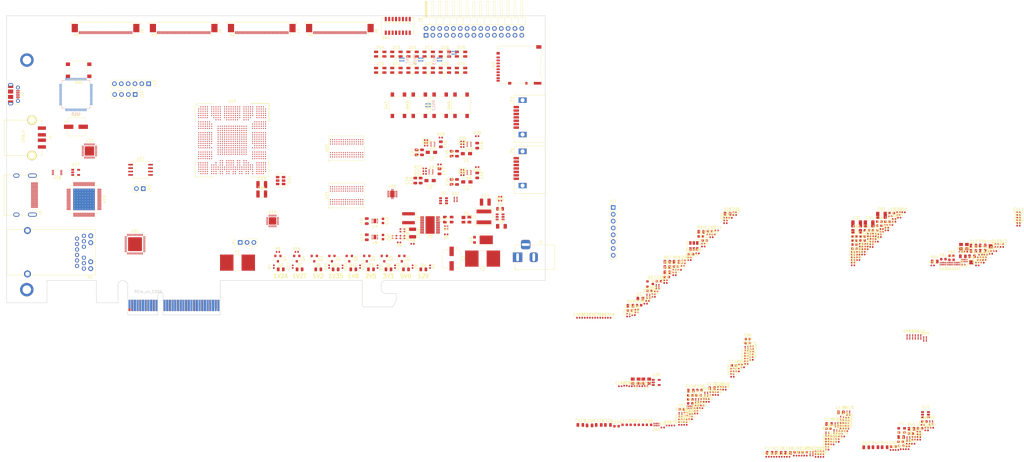
<source format=kicad_pcb>
(kicad_pcb (version 20171130) (host pcbnew 5.0.1)
  (layers (0 F.Cu signal) (31 B.Cu signal) (34 B.Paste user) (35 F.Paste user) (36 B.SilkS user) (37 F.SilkS user) (38 B.Mask user) (39 F.Mask user) (44 Edge.Cuts user))
  (net 0 "")
  (net 1 "/PCIe + SATA/DCU1_REFCLK-")
  (net 2 "/PCIe + SATA/DCU1_REFCLK+")
  (net 3 DDR3_A4)
  (net 4 DDR3_A6)
  (net 5 DDR3_A5)
  (net 6 DDR3_A7)
  (net 7 /DDR3/DDR3_VTT)
  (net 8 "Net-(RN2-Pad5)")
  (net 9 "Net-(RN2-Pad6)")
  (net 10 "Net-(R38-Pad2)")
  (net 11 "Net-(RN2-Pad7)")
  (net 12 +3V3)
  (net 13 /Power/1V2_EN)
  (net 14 /Power/2V5_EN)
  (net 15 /Power/1V35_EN)
  (net 16 "Net-(RN1-Pad4)")
  (net 17 +5V)
  (net 18 "Net-(RN1-Pad5)")
  (net 19 USD_D0)
  (net 20 USD_D3)
  (net 21 USD_CMD)
  (net 22 USD_D2)
  (net 23 "Net-(RN23-Pad1)")
  (net 24 GND)
  (net 25 "/FPGA IO/CFG0")
  (net 26 "Net-(RN23-Pad8)")
  (net 27 "/FPGA IO/CFG1")
  (net 28 "/FPGA IO/CFG2")
  (net 29 "/FPGA IO/FLASH_D3")
  (net 30 "/FPGA IO/FLASH_D1")
  (net 31 "/FPGA IO/FLASH_D2")
  (net 32 "/FPGA IO/FLASH_D0")
  (net 33 DDR3_WE)
  (net 34 DDR3_CKE)
  (net 35 DDR3_CS)
  (net 36 DDR3_ODT)
  (net 37 DDR3_CAS)
  (net 38 DDR3_BA2)
  (net 39 DDR3_RAS)
  (net 40 DDR3_BA1)
  (net 41 DDR3_A12)
  (net 42 DDR3_A14)
  (net 43 DDR3_A13)
  (net 44 DDR3_BA0)
  (net 45 DDR3_A11)
  (net 46 DDR3_A9)
  (net 47 DDR3_A10)
  (net 48 DDR3_A8)
  (net 49 DDR3_A0)
  (net 50 DDR3_A2)
  (net 51 DDR3_A1)
  (net 52 DDR3_A3)
  (net 53 "/HDMI, GbE, USB/ETH_LED2")
  (net 54 ETH_~RESET)
  (net 55 "/HDMI, GbE, USB/ETH_LED1")
  (net 56 RGMII_REF_CLK)
  (net 57 "Net-(D18-Pad4)")
  (net 58 "Net-(D20-Pad4)")
  (net 59 "Net-(D19-Pad4)")
  (net 60 "Net-(D21-Pad4)")
  (net 61 "Net-(D25-Pad4)")
  (net 62 "Net-(D23-Pad4)")
  (net 63 "Net-(D24-Pad4)")
  (net 64 "Net-(D22-Pad4)")
  (net 65 FTDI_D1_RX)
  (net 66 FTDI_~WR)
  (net 67 FTDI_~RD)
  (net 68 FTDI_~SIWU)
  (net 69 RGMII_RXD0)
  (net 70 RGMII_RXD2)
  (net 71 RGMII_RXD1)
  (net 72 RGMII_RXD3)
  (net 73 RGMII_RX_DV)
  (net 74 ETH_MDIO)
  (net 75 RGMII_RX_CLK)
  (net 76 ETH_INT_N)
  (net 77 "Net-(D17-Pad1)")
  (net 78 "Net-(D16-Pad1)")
  (net 79 "Net-(D14-Pad1)")
  (net 80 "Net-(D15-Pad1)")
  (net 81 DIP_SW1)
  (net 82 DIP_SW0)
  (net 83 DIP_SW2)
  (net 84 DIP_SW3)
  (net 85 DIP_SW7)
  (net 86 DIP_SW6)
  (net 87 DIP_SW4)
  (net 88 DIP_SW5)
  (net 89 "Net-(D14-Pad4)")
  (net 90 "Net-(D16-Pad4)")
  (net 91 "Net-(D15-Pad4)")
  (net 92 "Net-(D17-Pad4)")
  (net 93 "Net-(D21-Pad1)")
  (net 94 "Net-(D20-Pad1)")
  (net 95 "Net-(D18-Pad1)")
  (net 96 "Net-(D19-Pad1)")
  (net 97 BTN1)
  (net 98 BTN0)
  (net 99 BTN2)
  (net 100 BTN3)
  (net 101 "Net-(D25-Pad1)")
  (net 102 "Net-(D24-Pad1)")
  (net 103 "Net-(D22-Pad1)")
  (net 104 "Net-(D23-Pad1)")
  (net 105 "/FPGA IO/VCCIO7")
  (net 106 "Net-(R44-Pad2)")
  (net 107 JTAG_TDO)
  (net 108 JTAG_TDI)
  (net 109 "Net-(R43-Pad2)")
  (net 110 "Net-(R42-Pad2)")
  (net 111 JTAG_TCK)
  (net 112 JTAG_TMS)
  (net 113 "Net-(R45-Pad2)")
  (net 114 "/PCIe + SATA/CLKAUXO+")
  (net 115 "/PCIe + SATA/CLK150M-")
  (net 116 +1V8)
  (net 117 +2V5)
  (net 118 "/PCIe + SATA/CLKAUXO-")
  (net 119 "/FPGA IO/VCCIO6")
  (net 120 "/PCIe + SATA/CLK150M+")
  (net 121 CLK_SDA)
  (net 122 "Net-(R36-Pad2)")
  (net 123 FPGA_12MHz)
  (net 124 "/PCIe + SATA/PCIe_REFCLK+")
  (net 125 "/PCIe + SATA/PCIe_REFCLK-")
  (net 126 PCIe_12V)
  (net 127 "Net-(D13-Pad2)")
  (net 128 ~PERST)
  (net 129 "Net-(P3-PadA11)")
  (net 130 "Net-(D12-Pad2)")
  (net 131 "Net-(R40-Pad1)")
  (net 132 "Net-(R39-Pad1)")
  (net 133 "Net-(R38-Pad1)")
  (net 134 "Net-(R12-Pad2)")
  (net 135 "/PCIe + SATA/3V3_C")
  (net 136 "/PCIe + SATA/3V3_CA")
  (net 137 "Net-(R57-Pad1)")
  (net 138 "Net-(R58-Pad2)")
  (net 139 FABRIC_REFCLK)
  (net 140 "/HDMI, GbE, USB/PORT_SCL")
  (net 141 "/HDMI, GbE, USB/PORT_SDA")
  (net 142 "Net-(C121-Pad1)")
  (net 143 "Net-(R62-Pad1)")
  (net 144 /Power/3V3_PG)
  (net 145 "Net-(D27-Pad2)")
  (net 146 "/FPGA IO/~PROGRAM")
  (net 147 "Net-(R80-Pad1)")
  (net 148 "Net-(R81-Pad1)")
  (net 149 "/FPGA IO/FLASH_~CS")
  (net 150 "/FPGA IO/FLASH_CLK")
  (net 151 "/FPGA IO/DONE")
  (net 152 "Net-(Q9-Pad1)")
  (net 153 "Net-(D26-Pad2)")
  (net 154 "Net-(R79-Pad1)")
  (net 155 "/FPGA IO/~INIT")
  (net 156 "Net-(C9-Pad1)")
  (net 157 "Net-(C11-Pad1)")
  (net 158 "Net-(Q2-Pad3)")
  (net 159 "Net-(D5-Pad1)")
  (net 160 /Power/1V2_PG)
  (net 161 USD_D1)
  (net 162 USD_CLK)
  (net 163 "Net-(R97-Pad1)")
  (net 164 "Net-(Q2-Pad1)")
  (net 165 +1V2A)
  (net 166 "Net-(R5-Pad2)")
  (net 167 "Net-(D2-Pad2)")
  (net 168 "Net-(C7-Pad1)")
  (net 169 "Net-(D4-Pad2)")
  (net 170 +12V)
  (net 171 "Net-(R74-Pad1)")
  (net 172 "/Debug Interface/PORT_D-")
  (net 173 "/Debug Interface/FTDI_D-")
  (net 174 "/Debug Interface/FTDI_D+")
  (net 175 "/Debug Interface/PORT_D+")
  (net 176 "Net-(C22-Pad2)")
  (net 177 "Net-(R71-Pad2)")
  (net 178 "/HDMI, GbE, USB/USB_XO")
  (net 179 "/HDMI, GbE, USB/USB_XI")
  (net 180 "Net-(R73-Pad1)")
  (net 181 "/HDMI, GbE, USB/USBA_VBUS")
  (net 182 "/HDMI, GbE, USB/EXTVBUS")
  (net 183 DVI_SCL)
  (net 184 DVI_SDA)
  (net 185 CLK_SCL)
  (net 186 "Net-(R70-Pad1)")
  (net 187 "Net-(C175-Pad2)")
  (net 188 DDR3_CLK+)
  (net 189 "Net-(P4-Pad16)")
  (net 190 "Net-(R66-Pad1)")
  (net 191 "Net-(R65-Pad1)")
  (net 192 "/HDMI, GbE, USB/HDMI_HPD")
  (net 193 DDR3_CLK-)
  (net 194 "Net-(C179-Pad1)")
  (net 195 +1V35)
  (net 196 +1V2)
  (net 197 "Net-(D10-Pad2)")
  (net 198 "Net-(P4-Pad14)")
  (net 199 "Net-(C12-Pad2)")
  (net 200 "Net-(D6-Pad2)")
  (net 201 +1V2T)
  (net 202 "Net-(Q4-Pad1)")
  (net 203 "Net-(Q4-Pad3)")
  (net 204 "Net-(D7-Pad1)")
  (net 205 "Net-(C19-Pad2)")
  (net 206 "Net-(C20-Pad2)")
  (net 207 "Net-(C21-Pad2)")
  (net 208 "/Debug Interface/FTDI_12MHz")
  (net 209 "Net-(D11-Pad2)")
  (net 210 /Power/2V5_PG)
  (net 211 /Power/1V35_PG)
  (net 212 /Power/1V8_PG)
  (net 213 "Net-(D8-Pad2)")
  (net 214 "Net-(D9-Pad2)")
  (net 215 "Net-(C8-Pad2)")
  (net 216 "Net-(C8-Pad1)")
  (net 217 /Power/PWR_EN)
  (net 218 "/HDMI, GbE, USB/HDMI_5V")
  (net 219 "Net-(U17-Pad3)")
  (net 220 "Net-(D9-Pad1)")
  (net 221 "Net-(D11-Pad1)")
  (net 222 "Net-(D26-Pad1)")
  (net 223 "Net-(D2-Pad1)")
  (net 224 "Net-(D6-Pad1)")
  (net 225 "Net-(D10-Pad1)")
  (net 226 "Net-(D8-Pad1)")
  (net 227 "Net-(U1-Pad3)")
  (net 228 DDR3_Vref)
  (net 229 DDR3_Vtt_EN)
  (net 230 "Net-(U5-Pad2)")
  (net 231 "Net-(L1-Pad1)")
  (net 232 "Net-(C11-Pad2)")
  (net 233 "Net-(U13-Pad3)")
  (net 234 "/Debug Interface/Vphy")
  (net 235 "/Debug Interface/Vpll")
  (net 236 "/Debug Interface/JTAG_ACT")
  (net 237 "Net-(U13-Pad22)")
  (net 238 "Net-(U13-Pad23)")
  (net 239 "Net-(U13-Pad24)")
  (net 240 "Net-(U13-Pad26)")
  (net 241 "Net-(U13-Pad27)")
  (net 242 "Net-(U13-Pad28)")
  (net 243 "Net-(U13-Pad29)")
  (net 244 "Net-(U13-Pad30)")
  (net 245 "Net-(U13-Pad32)")
  (net 246 "Net-(U13-Pad33)")
  (net 247 "Net-(U13-Pad34)")
  (net 248 "Net-(U13-Pad36)")
  (net 249 FTDI_D0_TX)
  (net 250 FTDI_D2)
  (net 251 FTDI_D3)
  (net 252 FTDI_D4)
  (net 253 FTDI_D5)
  (net 254 FTDI_D6)
  (net 255 FTDI_D7)
  (net 256 FTDI_~RXF)
  (net 257 "Net-(U13-Pad49)")
  (net 258 "Net-(U13-Pad50)")
  (net 259 FTDI_~TXE)
  (net 260 "Net-(U13-Pad57)")
  (net 261 "Net-(U13-Pad58)")
  (net 262 "Net-(U13-Pad59)")
  (net 263 "Net-(U13-Pad60)")
  (net 264 "/HDMI, GbE, USB/DVI_DVDD")
  (net 265 DVI_DE)
  (net 266 DVI_HSYNC)
  (net 267 DVI_VSYNC)
  (net 268 "Net-(U19-Pad11)")
  (net 269 "/HDMI, GbE, USB/DVI_PVDD")
  (net 270 "/HDMI, GbE, USB/TMDS_CLK-")
  (net 271 "/HDMI, GbE, USB/TMDS_CLK+")
  (net 272 "/HDMI, GbE, USB/DVI_TVDD")
  (net 273 "/HDMI, GbE, USB/TMDS_D0-")
  (net 274 "/HDMI, GbE, USB/TMDS_D0+")
  (net 275 "/HDMI, GbE, USB/TMDS_D1-")
  (net 276 "/HDMI, GbE, USB/TMDS_D1+")
  (net 277 "/HDMI, GbE, USB/TMDS_D2-")
  (net 278 "/HDMI, GbE, USB/TMDS_D2+")
  (net 279 DVI_D23)
  (net 280 DVI_D22)
  (net 281 DVI_D21)
  (net 282 DVI_D20)
  (net 283 DVI_D19)
  (net 284 DVI_D18)
  (net 285 DVI_D17)
  (net 286 DVI_D16)
  (net 287 DVI_D15)
  (net 288 DVI_D14)
  (net 289 DVI_D13)
  (net 290 DVI_D12)
  (net 291 "Net-(U19-Pad49)")
  (net 292 DVI_D11)
  (net 293 DVI_D10)
  (net 294 DVI_D9)
  (net 295 DVI_D8)
  (net 296 DVI_D7)
  (net 297 DVI_D6)
  (net 298 DVI_CLK)
  (net 299 DVI_D5)
  (net 300 DVI_D4)
  (net 301 DVI_D3)
  (net 302 DVI_D2)
  (net 303 DVI_D1)
  (net 304 DVI_D0)
  (net 305 "/HDMI, GbE, USB/AVDDH")
  (net 306 "/HDMI, GbE, USB/MX4-")
  (net 307 "/HDMI, GbE, USB/MX4+")
  (net 308 "/HDMI, GbE, USB/AVDDL")
  (net 309 "/HDMI, GbE, USB/MX3-")
  (net 310 "/HDMI, GbE, USB/MX3+")
  (net 311 "/HDMI, GbE, USB/MX2-")
  (net 312 "/HDMI, GbE, USB/MX2+")
  (net 313 "/HDMI, GbE, USB/MX1-")
  (net 314 "/HDMI, GbE, USB/MX1+")
  (net 315 "Net-(U21-Pad13)")
  (net 316 RGMII_TXD0)
  (net 317 RGMII_TXD1)
  (net 318 RGMII_TXD2)
  (net 319 RGMII_TXD3)
  (net 320 RGMII_TX_CLK)
  (net 321 RGMII_TX_EN)
  (net 322 ETH_MDC)
  (net 323 "Net-(U21-Pad43)")
  (net 324 "/HDMI, GbE, USB/AVDDL_PLL")
  (net 325 "/HDMI, GbE, USB/ETH_XO")
  (net 326 "/HDMI, GbE, USB/ETH_XI")
  (net 327 "Net-(U21-Pad47)")
  (net 328 "Net-(U22-Pad3)")
  (net 329 "Net-(U22-Pad5)")
  (net 330 "/HDMI, GbE, USB/USBA_D+")
  (net 331 "/HDMI, GbE, USB/USBA_D-")
  (net 332 ULPI_RESET)
  (net 333 ULPI_NXT)
  (net 334 ULPI_DIR)
  (net 335 ULPI_STP)
  (net 336 ULPI_CLKO)
  (net 337 "/HDMI, GbE, USB/USB1V8")
  (net 338 ULPI_D7)
  (net 339 ULPI_D6)
  (net 340 ULPI_D5)
  (net 341 ULPI_D4)
  (net 342 ULPI_D3)
  (net 343 ULPI_D2)
  (net 344 ULPI_D1)
  (net 345 ULPI_D0)
  (net 346 "Net-(C117-Pad1)")
  (net 347 "Net-(C115-Pad2)")
  (net 348 CLK_SD_OE)
  (net 349 "Net-(U16-Pad11)")
  (net 350 "Net-(U16-Pad12)")
  (net 351 "/PCIe + SATA/1V8_C")
  (net 352 "Net-(U16-Pad16)")
  (net 353 "/PCIe + SATA/DCU0_REFCLK-")
  (net 354 "/PCIe + SATA/DCU0_REFCLK+")
  (net 355 "Net-(U16-Pad24)")
  (net 356 DDR3_DQ13)
  (net 357 DDR3_DQ15)
  (net 358 DDR3_DQ12)
  (net 359 DDR3_DQS1-)
  (net 360 DDR3_DQ14)
  (net 361 DDR3_DQ11)
  (net 362 DDR3_DQ9)
  (net 363 DDR3_DQS1+)
  (net 364 DDR3_DQ10)
  (net 365 DDR3_DM1)
  (net 366 DDR3_DQ8)
  (net 367 DDR3_DQ0)
  (net 368 DDR3_DM0)
  (net 369 DDR3_DQ2)
  (net 370 DDR3_DQS0+)
  (net 371 DDR3_DQ1)
  (net 372 DDR3_DQ3)
  (net 373 DDR3_DQ6)
  (net 374 DDR3_DQS0-)
  (net 375 DDR3_DQ4)
  (net 376 DDR3_DQ7)
  (net 377 DDR3_DQ5)
  (net 378 "Net-(U23-PadJ1)")
  (net 379 "Net-(U23-PadJ9)")
  (net 380 "Net-(U23-PadL1)")
  (net 381 "Net-(U23-PadL9)")
  (net 382 "Net-(U23-PadM7)")
  (net 383 DDR3_RESET)
  (net 384 "Net-(U24-PadM7)")
  (net 385 "Net-(U24-PadL9)")
  (net 386 "Net-(U24-PadL1)")
  (net 387 "Net-(U24-PadJ9)")
  (net 388 "Net-(U24-PadJ1)")
  (net 389 DDR3_DQ21)
  (net 390 DDR3_DQ23)
  (net 391 DDR3_DQ20)
  (net 392 DDR3_DQS2-)
  (net 393 DDR3_DQ22)
  (net 394 DDR3_DQ19)
  (net 395 DDR3_DQ17)
  (net 396 DDR3_DQS2+)
  (net 397 DDR3_DQ18)
  (net 398 DDR3_DM2)
  (net 399 DDR3_DQ16)
  (net 400 DDR3_DQ24)
  (net 401 DDR3_DM3)
  (net 402 DDR3_DQ26)
  (net 403 DDR3_DQS3+)
  (net 404 DDR3_DQ25)
  (net 405 DDR3_DQ27)
  (net 406 DDR3_DQ30)
  (net 407 DDR3_DQS3-)
  (net 408 DDR3_DQ28)
  (net 409 DDR3_DQ31)
  (net 410 DDR3_DQ29)
  (net 411 "Net-(X1-Pad1)")
  (net 412 "Net-(L4-Pad1)")
  (net 413 "Net-(L5-Pad1)")
  (net 414 "Net-(L3-Pad1)")
  (net 415 "Net-(L6-Pad1)")
  (net 416 "Net-(C111-Pad1)")
  (net 417 "/FPGA Core Power/VCCHTX1")
  (net 418 "/FPGA Core Power/VCCHTX0")
  (net 419 "/FPGA Core Power/VCCA0")
  (net 420 "/FPGA Core Power/VCCAUX")
  (net 421 "/FPGA Core Power/VCCA1")
  (net 422 "/PCIe + SATA/SATA1_A+")
  (net 423 "/PCIe + SATA/SATA1_A-")
  (net 424 "/PCIe + SATA/DCU1_RX1-")
  (net 425 "/PCIe + SATA/DCU1_RX1+")
  (net 426 "/PCIe + SATA/SATA0_A+")
  (net 427 "/PCIe + SATA/SATA0_A-")
  (net 428 "/PCIe + SATA/DCU1_RX0-")
  (net 429 "/PCIe + SATA/DCU1_RX0+")
  (net 430 "/PCIe + SATA/PCIe_HSI0+")
  (net 431 "/PCIe + SATA/PCIe_HSI0-")
  (net 432 "/PCIe + SATA/PCIe_HSI1+")
  (net 433 "/PCIe + SATA/PCIe_HSI1-")
  (net 434 "/PCIe + SATA/DCU0_RX0+")
  (net 435 "/PCIe + SATA/DCU0_RX0-")
  (net 436 "/PCIe + SATA/DCU0_RX1+")
  (net 437 "/PCIe + SATA/DCU0_RX1-")
  (net 438 "Net-(U6-Pad2)")
  (net 439 "Net-(U6-Pad5)")
  (net 440 "Net-(U3-Pad5)")
  (net 441 "Net-(U3-Pad2)")
  (net 442 "Net-(U10-Pad4)")
  (net 443 "Net-(U9-Pad4)")
  (net 444 "Net-(U8-Pad4)")
  (net 445 "Net-(U7-Pad4)")
  (net 446 "Net-(J5-Pad38)")
  (net 447 "/FPGA IO/EXT0_11-")
  (net 448 "/FPGA IO/EXT0_11+")
  (net 449 "/FPGA IO/EXT0_10-")
  (net 450 "/FPGA IO/EXT0_10+")
  (net 451 "/FPGA IO/EXT0_9-")
  (net 452 "/FPGA IO/EXT0_9+")
  (net 453 "/FPGA IO/EXT0_8-")
  (net 454 "/FPGA IO/EXT0_8+")
  (net 455 "/FPGA IO/EXT0_7-")
  (net 456 "/FPGA IO/EXT0_7+")
  (net 457 "/FPGA IO/EXT0_6-")
  (net 458 "/FPGA IO/EXT0_6+")
  (net 459 "/FPGA IO/EXT0_5-")
  (net 460 "/FPGA IO/EXT0_5+")
  (net 461 "/FPGA IO/EXT0_4-")
  (net 462 "/FPGA IO/EXT0_4+")
  (net 463 "/FPGA IO/EXT0_3-")
  (net 464 "/FPGA IO/EXT0_3+")
  (net 465 "/FPGA IO/EXT0_2-")
  (net 466 "/FPGA IO/EXT0_2+")
  (net 467 "/FPGA IO/EXT0_1-")
  (net 468 "/FPGA IO/EXT0_1+")
  (net 469 "/FPGA IO/EXT0_0-")
  (net 470 "/FPGA IO/EXT0_0+")
  (net 471 "/FPGA IO/EXT3_0+")
  (net 472 "/FPGA IO/EXT3_0-")
  (net 473 "/FPGA IO/EXT3_1+")
  (net 474 "/FPGA IO/EXT3_1-")
  (net 475 "/FPGA IO/EXT3_2+")
  (net 476 "/FPGA IO/EXT3_2-")
  (net 477 "/FPGA IO/EXT3_3+")
  (net 478 "/FPGA IO/EXT3_3-")
  (net 479 "/FPGA IO/EXT3_4+")
  (net 480 "/FPGA IO/EXT3_4-")
  (net 481 "/FPGA IO/EXT3_5+")
  (net 482 "/FPGA IO/EXT3_5-")
  (net 483 "/FPGA IO/EXT3_6+")
  (net 484 "/FPGA IO/EXT3_6-")
  (net 485 "/FPGA IO/EXT3_7+")
  (net 486 "/FPGA IO/EXT3_7-")
  (net 487 "/FPGA IO/EXT3_8+")
  (net 488 "/FPGA IO/EXT3_8-")
  (net 489 "/FPGA IO/EXT3_9+")
  (net 490 "/FPGA IO/EXT3_9-")
  (net 491 "/FPGA IO/EXT3_10+")
  (net 492 "/FPGA IO/EXT3_10-")
  (net 493 "/FPGA IO/EXT3_11+")
  (net 494 "/FPGA IO/EXT3_11-")
  (net 495 "Net-(J8-Pad38)")
  (net 496 "Net-(J6-Pad38)")
  (net 497 "/FPGA IO/EXT1_11-")
  (net 498 "/FPGA IO/EXT1_11+")
  (net 499 "/FPGA IO/EXT1_10-")
  (net 500 "/FPGA IO/EXT1_10+")
  (net 501 "/FPGA IO/EXT1_9-")
  (net 502 "/FPGA IO/EXT1_9+")
  (net 503 "/FPGA IO/EXT1_8-")
  (net 504 "/FPGA IO/EXT1_8+")
  (net 505 "/FPGA IO/EXT1_7-")
  (net 506 "/FPGA IO/EXT1_7+")
  (net 507 "/FPGA IO/EXT1_6-")
  (net 508 "/FPGA IO/EXT1_6+")
  (net 509 "/FPGA IO/EXT1_5-")
  (net 510 "/FPGA IO/EXT1_5+")
  (net 511 "/FPGA IO/EXT1_4-")
  (net 512 "/FPGA IO/EXT1_4+")
  (net 513 "/FPGA IO/EXT1_3-")
  (net 514 "/FPGA IO/EXT1_3+")
  (net 515 "/FPGA IO/EXT1_2-")
  (net 516 "/FPGA IO/EXT1_2+")
  (net 517 "/FPGA IO/EXT1_1-")
  (net 518 "/FPGA IO/EXT1_1+")
  (net 519 "/FPGA IO/EXT1_0-")
  (net 520 "/FPGA IO/EXT1_0+")
  (net 521 "/FPGA IO/EXT2_0+")
  (net 522 "/FPGA IO/EXT2_0-")
  (net 523 "/FPGA IO/EXT2_1+")
  (net 524 "/FPGA IO/EXT2_1-")
  (net 525 "/FPGA IO/EXT2_2+")
  (net 526 "/FPGA IO/EXT2_2-")
  (net 527 "/FPGA IO/EXT2_3+")
  (net 528 "/FPGA IO/EXT2_3-")
  (net 529 "/FPGA IO/EXT2_4+")
  (net 530 "/FPGA IO/EXT2_4-")
  (net 531 "/FPGA IO/EXT2_5+")
  (net 532 "/FPGA IO/EXT2_5-")
  (net 533 "/FPGA IO/EXT2_6+")
  (net 534 "/FPGA IO/EXT2_6-")
  (net 535 "/FPGA IO/EXT2_7+")
  (net 536 "/FPGA IO/EXT2_7-")
  (net 537 "/FPGA IO/EXT2_8+")
  (net 538 "/FPGA IO/EXT2_8-")
  (net 539 "/FPGA IO/EXT2_9+")
  (net 540 "/FPGA IO/EXT2_9-")
  (net 541 "/FPGA IO/EXT2_10+")
  (net 542 "/FPGA IO/EXT2_10-")
  (net 543 "/FPGA IO/EXT2_11+")
  (net 544 "/FPGA IO/EXT2_11-")
  (net 545 "Net-(J7-Pad38)")
  (net 546 "Net-(C132-Pad1)")
  (net 547 "Net-(C135-Pad1)")
  (net 548 "Net-(C133-Pad1)")
  (net 549 "Net-(C134-Pad1)")
  (net 550 "Net-(P3-PadB5)")
  (net 551 "Net-(P3-PadB6)")
  (net 552 "Net-(P3-PadB8)")
  (net 553 "Net-(P3-PadB9)")
  (net 554 "Net-(P3-PadB10)")
  (net 555 PCIe_~WAKE)
  (net 556 "Net-(P3-PadB12)")
  (net 557 "/PCIe + SATA/~PRSNT2~_X1")
  (net 558 "Net-(P3-PadB23)")
  (net 559 "Net-(P3-PadB24)")
  (net 560 "Net-(P3-PadB27)")
  (net 561 "Net-(P3-PadB28)")
  (net 562 "Net-(P3-PadB30)")
  (net 563 "/PCIe + SATA/~PRSNT2~_X4")
  (net 564 "/PCIe + SATA/~PRSNT1")
  (net 565 "Net-(P3-PadA5)")
  (net 566 "Net-(P3-PadA6)")
  (net 567 "Net-(P3-PadA7)")
  (net 568 "Net-(P3-PadA8)")
  (net 569 "Net-(P3-PadA9)")
  (net 570 "Net-(P3-PadA10)")
  (net 571 "Net-(P3-PadA19)")
  (net 572 "Net-(P3-PadA25)")
  (net 573 "Net-(P3-PadA26)")
  (net 574 "Net-(P3-PadA29)")
  (net 575 "Net-(P3-PadA30)")
  (net 576 "Net-(P3-PadA32)")
  (net 577 "Net-(U14-Pad2)")
  (net 578 "Net-(U14-Pad1)")
  (net 579 "Net-(U26-Pad1)")
  (net 580 "Net-(U26-Pad2)")
  (net 581 "/FPGA IO/CLK100+")
  (net 582 "/FPGA IO/CLK100-")
  (net 583 "Net-(J3-Pad14)")
  (net 584 "Net-(J3-Pad13)")
  (net 585 LED2)
  (net 586 LED11)
  (net 587 LED10)
  (net 588 LED0)
  (net 589 LED1)
  (net 590 LED3)
  (net 591 LED4)
  (net 592 LED5)
  (net 593 LED6)
  (net 594 LED7)
  (net 595 LED8)
  (net 596 LED9)
  (net 597 "Net-(F2-Pad2)")
  (net 598 "Net-(U15-PadR1)")
  (net 599 "Net-(U15-PadY1)")
  (net 600 "Net-(U15-PadAB1)")
  (net 601 "Net-(U15-PadAC1)")
  (net 602 "Net-(U15-PadAD1)")
  (net 603 "Net-(U15-PadAE1)")
  (net 604 "Net-(U15-PadA2)")
  (net 605 "Net-(U15-PadT2)")
  (net 606 "Net-(U15-PadW2)")
  (net 607 "Net-(U15-PadAB2)")
  (net 608 "Net-(U15-PadAC2)")
  (net 609 "Net-(U15-PadAE2)")
  (net 610 "Net-(U15-PadAG2)")
  (net 611 "Net-(U15-PadA3)")
  (net 612 "Net-(U15-PadV3)")
  (net 613 "Net-(U15-PadW3)")
  (net 614 "Net-(U15-PadY3)")
  (net 615 "Net-(U15-PadAC3)")
  (net 616 "Net-(U15-PadAD3)")
  (net 617 "Net-(U15-PadAE3)")
  (net 618 "Net-(U15-PadAG3)")
  (net 619 "Net-(U15-PadAL3)")
  (net 620 "Net-(U15-PadB4)")
  (net 621 "Net-(U15-PadH4)")
  (net 622 "Net-(U15-PadAC4)")
  (net 623 "Net-(U15-PadA5)")
  (net 624 "Net-(U15-PadL5)")
  (net 625 "Net-(U15-PadW6)")
  (net 626 "Net-(U15-PadD7)")
  (net 627 "Net-(U15-PadE7)")
  (net 628 "Net-(U15-PadAE7)")
  (net 629 "Net-(U15-PadG9)")
  (net 630 "/PCIe + SATA/DCU0_TX0+")
  (net 631 "Net-(U15-PadG10)")
  (net 632 "/PCIe + SATA/DCU0_TX0-")
  (net 633 "Net-(U15-PadG11)")
  (net 634 "/PCIe + SATA/DCU0_TX1+")
  (net 635 "/PCIe + SATA/DCU0_TX1-")
  (net 636 "/FPGA IO/PMOD1_10")
  (net 637 "/FPGA IO/PMOD1_9")
  (net 638 "Net-(U15-PadG14)")
  (net 639 "Net-(U15-PadG15)")
  (net 640 "Net-(U15-PadAK15)")
  (net 641 "Net-(U15-PadG16)")
  (net 642 "Net-(U15-PadAK16)")
  (net 643 "Net-(U15-PadG17)")
  (net 644 "Net-(U15-PadG18)")
  (net 645 "/PCIe + SATA/DCU1_TX0+")
  (net 646 "Net-(U15-PadG19)")
  (net 647 "/PCIe + SATA/DCU1_TX0-")
  (net 648 "/FPGA IO/PMOD1_8")
  (net 649 "/FPGA IO/PMOD1_7")
  (net 650 "/PCIe + SATA/DCU1_TX1+")
  (net 651 "/PCIe + SATA/DCU1_TX1-")
  (net 652 "/FPGA IO/EXIO_5")
  (net 653 "/FPGA IO/EXIO_4")
  (net 654 "/FPGA IO/EXIO_3")
  (net 655 "Net-(U15-PadG22)")
  (net 656 "/FPGA IO/PMOD1_3")
  (net 657 "/FPGA IO/PMOD1_2")
  (net 658 "/FPGA IO/PMOD1_0")
  (net 659 "/FPGA IO/PMOD1_1")
  (net 660 "/FPGA IO/EXIO_2")
  (net 661 "Net-(U15-PadG23)")
  (net 662 "/FPGA IO/EXIO_1")
  (net 663 "/FPGA IO/PMOD0_10")
  (net 664 "/FPGA IO/EXIO_0")
  (net 665 "/FPGA IO/PMOD0_9")
  (net 666 "Net-(U15-PadG24)")
  (net 667 "Net-(U15-PadAG24)")
  (net 668 "Net-(U15-PadAK24)")
  (net 669 "/FPGA IO/PMOD0_8")
  (net 670 "/FPGA IO/PMOD0_3")
  (net 671 "/FPGA IO/PMOD0_7")
  (net 672 "/FPGA IO/PMOD0_2")
  (net 673 "/FPGA IO/PMOD0_1")
  (net 674 "Net-(U15-PadAK25)")
  (net 675 "/FPGA IO/PMOD0_0")
  (net 676 "Net-(U15-PadB26)")
  (net 677 "Net-(U15-PadE26)")
  (net 678 "Net-(U15-PadR26)")
  (net 679 "Net-(U15-PadT26)")
  (net 680 "Net-(U15-PadAE26)")
  (net 681 "Net-(U15-PadH27)")
  (net 682 "Net-(U15-PadJ27)")
  (net 683 "Net-(U15-PadK27)")
  (net 684 "Net-(U15-PadW27)")
  (net 685 "Net-(U15-PadC28)")
  (net 686 "Net-(U15-PadD28)")
  (net 687 "Net-(U15-PadH28)")
  (net 688 "Net-(U15-PadL28)")
  (net 689 "Net-(U15-PadP28)")
  (net 690 "Net-(U15-PadAC28)")
  (net 691 "Net-(U15-PadAE28)")
  (net 692 "Net-(U15-PadC29)")
  (net 693 "Net-(U15-PadD29)")
  (net 694 "Net-(U15-PadH29)")
  (net 695 "Net-(U15-PadP29)")
  (net 696 "Net-(U15-PadAB29)")
  (net 697 "Net-(U15-PadAC29)")
  (net 698 "Net-(U15-PadAE29)")
  (net 699 "Net-(U15-PadAJ29)")
  (net 700 "Net-(U15-PadC30)")
  (net 701 "Net-(U15-PadP30)")
  (net 702 "Net-(U15-PadR30)")
  (net 703 "Net-(U15-PadV30)")
  (net 704 "Net-(U15-PadAB30)")
  (net 705 "Net-(U15-PadAE30)")
  (net 706 "Net-(U15-PadAJ30)")
  (net 707 "Net-(U15-PadA31)")
  (net 708 "Net-(U15-PadF31)")
  (net 709 "Net-(U15-PadH31)")
  (net 710 "Net-(U15-PadP31)")
  (net 711 "Net-(U15-PadAG31)")
  (net 712 "Net-(U15-PadAK31)")
  (net 713 "Net-(U15-PadE32)")
  (net 714 "Net-(U15-PadF32)")
  (net 715 "Net-(U15-PadH32)")
  (net 716 "Net-(U15-PadAG32)")
  (net 717 "Net-(J2-Pad1)")
  (net 718 "Net-(J2-Pad4)")
  (module "Custom Parts:Wurth_BiLED_150141_3528" (layer F.Cu) (at 203 38 180)
    (fp_text reference D18 (at 0 2.5 180) (layer F.SilkS))
    (fp_text value " 150141YB73100")
    (pad 3 smd rect (at -1.55 -0.85 180) (size 1.5 0.9) (layers F.Cu F.Paste F.Mask) (net 591 LED4))
    (pad 4 smd rect (at -1.55 0.85 180) (size 1.5 0.9) (layers F.Cu F.Paste F.Mask) (net 57 "Net-(D18-Pad4)"))
    (pad 2 smd rect (at 1.55 0.85 180) (size 1.5 0.9) (layers F.Cu F.Paste F.Mask) (net 591 LED4))
    (pad 1 smd rect (at 1.55 -0.85 180) (size 1.5 0.9) (layers F.Cu F.Paste F.Mask) (net 95 "Net-(D18-Pad1)"))
  )
  (module "Custom Parts:Wurth_BiLED_150141_3528" (layer F.Cu) (at 197 38 180)
    (fp_text reference D17 (at 0 2.5 180) (layer F.SilkS))
    (fp_text value " 150141YB73100")
    (pad 1 smd rect (at 1.55 -0.85 180) (size 1.5 0.9) (layers F.Cu F.Paste F.Mask) (net 77 "Net-(D17-Pad1)"))
    (pad 2 smd rect (at 1.55 0.85 180) (size 1.5 0.9) (layers F.Cu F.Paste F.Mask) (net 590 LED3))
    (pad 4 smd rect (at -1.55 0.85 180) (size 1.5 0.9) (layers F.Cu F.Paste F.Mask) (net 92 "Net-(D17-Pad4)"))
    (pad 3 smd rect (at -1.55 -0.85 180) (size 1.5 0.9) (layers F.Cu F.Paste F.Mask) (net 590 LED3))
  )
  (module "Custom Parts:Wurth_BiLED_150141_3528" (layer F.Cu) (at 209 38 180)
    (fp_text reference D19 (at 0 2.5 180) (layer F.SilkS))
    (fp_text value " 150141YB73100")
    (pad 3 smd rect (at -1.55 -0.85 180) (size 1.5 0.9) (layers F.Cu F.Paste F.Mask) (net 592 LED5))
    (pad 4 smd rect (at -1.55 0.85 180) (size 1.5 0.9) (layers F.Cu F.Paste F.Mask) (net 59 "Net-(D19-Pad4)"))
    (pad 2 smd rect (at 1.55 0.85 180) (size 1.5 0.9) (layers F.Cu F.Paste F.Mask) (net 592 LED5))
    (pad 1 smd rect (at 1.55 -0.85 180) (size 1.5 0.9) (layers F.Cu F.Paste F.Mask) (net 96 "Net-(D19-Pad1)"))
  )
  (module "Custom Parts:Wurth_BiLED_150141_3528" (layer F.Cu) (at 191 44 180)
    (fp_text reference D22 (at 0 2.5 180) (layer F.SilkS))
    (fp_text value 150141RV73100)
    (pad 1 smd rect (at 1.55 -0.85 180) (size 1.5 0.9) (layers F.Cu F.Paste F.Mask) (net 103 "Net-(D22-Pad1)"))
    (pad 2 smd rect (at 1.55 0.85 180) (size 1.5 0.9) (layers F.Cu F.Paste F.Mask) (net 595 LED8))
    (pad 4 smd rect (at -1.55 0.85 180) (size 1.5 0.9) (layers F.Cu F.Paste F.Mask) (net 64 "Net-(D22-Pad4)"))
    (pad 3 smd rect (at -1.55 -0.85 180) (size 1.5 0.9) (layers F.Cu F.Paste F.Mask) (net 595 LED8))
  )
  (module "Custom Parts:Wurth_BiLED_150141_3528" (layer F.Cu) (at 185 44 180)
    (fp_text reference D21 (at 0 2.5 180) (layer F.SilkS))
    (fp_text value 150141RV73100)
    (pad 3 smd rect (at -1.55 -0.85 180) (size 1.5 0.9) (layers F.Cu F.Paste F.Mask) (net 594 LED7))
    (pad 4 smd rect (at -1.55 0.85 180) (size 1.5 0.9) (layers F.Cu F.Paste F.Mask) (net 60 "Net-(D21-Pad4)"))
    (pad 2 smd rect (at 1.55 0.85 180) (size 1.5 0.9) (layers F.Cu F.Paste F.Mask) (net 594 LED7))
    (pad 1 smd rect (at 1.55 -0.85 180) (size 1.5 0.9) (layers F.Cu F.Paste F.Mask) (net 93 "Net-(D21-Pad1)"))
  )
  (module "Custom Parts:Wurth_BiLED_150141_3528" (layer F.Cu) (at 191 38 180)
    (fp_text reference D16 (at 0 2.5 180) (layer F.SilkS))
    (fp_text value " 150141YB73100")
    (pad 1 smd rect (at 1.55 -0.85 180) (size 1.5 0.9) (layers F.Cu F.Paste F.Mask) (net 78 "Net-(D16-Pad1)"))
    (pad 2 smd rect (at 1.55 0.85 180) (size 1.5 0.9) (layers F.Cu F.Paste F.Mask) (net 585 LED2))
    (pad 4 smd rect (at -1.55 0.85 180) (size 1.5 0.9) (layers F.Cu F.Paste F.Mask) (net 90 "Net-(D16-Pad4)"))
    (pad 3 smd rect (at -1.55 -0.85 180) (size 1.5 0.9) (layers F.Cu F.Paste F.Mask) (net 585 LED2))
  )
  (module "Custom Parts:Wurth_BiLED_150141_3528" (layer F.Cu) (at 185 38 180)
    (fp_text reference D15 (at 0 2.5 180) (layer F.SilkS))
    (fp_text value " 150141YB73100")
    (pad 3 smd rect (at -1.55 -0.85 180) (size 1.5 0.9) (layers F.Cu F.Paste F.Mask) (net 589 LED1))
    (pad 4 smd rect (at -1.55 0.85 180) (size 1.5 0.9) (layers F.Cu F.Paste F.Mask) (net 91 "Net-(D15-Pad4)"))
    (pad 2 smd rect (at 1.55 0.85 180) (size 1.5 0.9) (layers F.Cu F.Paste F.Mask) (net 589 LED1))
    (pad 1 smd rect (at 1.55 -0.85 180) (size 1.5 0.9) (layers F.Cu F.Paste F.Mask) (net 80 "Net-(D15-Pad1)"))
  )
  (module "Custom Parts:Wurth_BiLED_150141_3528" (layer F.Cu) (at 179 38 180)
    (fp_text reference D14 (at 0 2.5 180) (layer F.SilkS))
    (fp_text value " 150141YB73100")
    (pad 1 smd rect (at 1.55 -0.85 180) (size 1.5 0.9) (layers F.Cu F.Paste F.Mask) (net 79 "Net-(D14-Pad1)"))
    (pad 2 smd rect (at 1.55 0.85 180) (size 1.5 0.9) (layers F.Cu F.Paste F.Mask) (net 588 LED0))
    (pad 4 smd rect (at -1.55 0.85 180) (size 1.5 0.9) (layers F.Cu F.Paste F.Mask) (net 89 "Net-(D14-Pad4)"))
    (pad 3 smd rect (at -1.55 -0.85 180) (size 1.5 0.9) (layers F.Cu F.Paste F.Mask) (net 588 LED0))
  )
  (module "Custom Parts:Wurth_BiLED_150141_3528" (layer F.Cu) (at 197 44 180)
    (fp_text reference D23 (at 0 2.5 180) (layer F.SilkS))
    (fp_text value 150141RV73100)
    (pad 3 smd rect (at -1.55 -0.85 180) (size 1.5 0.9) (layers F.Cu F.Paste F.Mask) (net 596 LED9))
    (pad 4 smd rect (at -1.55 0.85 180) (size 1.5 0.9) (layers F.Cu F.Paste F.Mask) (net 62 "Net-(D23-Pad4)"))
    (pad 2 smd rect (at 1.55 0.85 180) (size 1.5 0.9) (layers F.Cu F.Paste F.Mask) (net 596 LED9))
    (pad 1 smd rect (at 1.55 -0.85 180) (size 1.5 0.9) (layers F.Cu F.Paste F.Mask) (net 104 "Net-(D23-Pad1)"))
  )
  (module "Custom Parts:Wurth_BiLED_150141_3528" (layer F.Cu) (at 209 44 180)
    (fp_text reference D24 (at 0 2.5 180) (layer F.SilkS))
    (fp_text value 150141RV73100)
    (pad 1 smd rect (at 1.55 -0.85 180) (size 1.5 0.9) (layers F.Cu F.Paste F.Mask) (net 102 "Net-(D24-Pad1)"))
    (pad 2 smd rect (at 1.55 0.85 180) (size 1.5 0.9) (layers F.Cu F.Paste F.Mask) (net 587 LED10))
    (pad 4 smd rect (at -1.55 0.85 180) (size 1.5 0.9) (layers F.Cu F.Paste F.Mask) (net 63 "Net-(D24-Pad4)"))
    (pad 3 smd rect (at -1.55 -0.85 180) (size 1.5 0.9) (layers F.Cu F.Paste F.Mask) (net 587 LED10))
  )
  (module "Custom Parts:Wurth_BiLED_150141_3528" (layer F.Cu) (at 203 44 180)
    (fp_text reference D25 (at 0 2.5 180) (layer F.SilkS))
    (fp_text value 150141RV73100)
    (pad 3 smd rect (at -1.55 -0.85 180) (size 1.5 0.9) (layers F.Cu F.Paste F.Mask) (net 586 LED11))
    (pad 4 smd rect (at -1.55 0.85 180) (size 1.5 0.9) (layers F.Cu F.Paste F.Mask) (net 61 "Net-(D25-Pad4)"))
    (pad 2 smd rect (at 1.55 0.85 180) (size 1.5 0.9) (layers F.Cu F.Paste F.Mask) (net 586 LED11))
    (pad 1 smd rect (at 1.55 -0.85 180) (size 1.5 0.9) (layers F.Cu F.Paste F.Mask) (net 101 "Net-(D25-Pad1)"))
  )
  (module "Custom Parts:Wurth_BiLED_150141_3528" (layer F.Cu) (at 179 44 180)
    (fp_text reference D20 (at 0 2.5 180) (layer F.SilkS))
    (fp_text value 150141RV73100)
    (pad 1 smd rect (at 1.55 -0.85 180) (size 1.5 0.9) (layers F.Cu F.Paste F.Mask) (net 94 "Net-(D20-Pad1)"))
    (pad 2 smd rect (at 1.55 0.85 180) (size 1.5 0.9) (layers F.Cu F.Paste F.Mask) (net 593 LED6))
    (pad 4 smd rect (at -1.55 0.85 180) (size 1.5 0.9) (layers F.Cu F.Paste F.Mask) (net 58 "Net-(D20-Pad4)"))
    (pad 3 smd rect (at -1.55 -0.85 180) (size 1.5 0.9) (layers F.Cu F.Paste F.Mask) (net 593 LED6))
  )
  (module Capacitor_SMD:C_1210_3225Metric (layer F.Cu) (at 191 104.5 270)
    (fp_text reference C256 (at 0 -2.28 270) (layer F.SilkS))
    (fp_text value 47µ)
    (pad 1 smd roundrect (at -1.4 0 270) (size 1.25 2.65) (layers F.Cu F.Paste F.Mask) (roundrect_rratio 0.2) (net 196 +1V2))
    (pad 2 smd roundrect (at 1.4 0 270) (size 1.25 2.65) (layers F.Cu F.Paste F.Mask) (roundrect_rratio 0.2) (net 24 GND))
  )
  (module Button_Switch_SMD:SW_SPST_B3S-1000 (layer F.Cu) (at 67 44 180)
    (fp_text reference SW6 (at 0 -4.5 180) (layer F.SilkS))
    (fp_text value SW_Push)
    (pad 2 smd rect (at 3.975 2.25 180) (size 1.55 1.3) (layers F.Cu F.Paste F.Mask) (net 146 "/FPGA IO/~PROGRAM"))
    (pad 2 smd rect (at -3.975 2.25 180) (size 1.55 1.3) (layers F.Cu F.Paste F.Mask) (net 146 "/FPGA IO/~PROGRAM"))
    (pad 1 smd rect (at 3.975 -2.25 180) (size 1.55 1.3) (layers F.Cu F.Paste F.Mask) (net 24 GND))
    (pad 1 smd rect (at -3.975 -2.25 180) (size 1.55 1.3) (layers F.Cu F.Paste F.Mask) (net 24 GND))
  )
  (module Button_Switch_SMD:SW_SPST_B3S-1000 (layer F.Cu) (at 209 57 90)
    (fp_text reference SW5 (at 0 -4.5 90) (layer F.SilkS))
    (fp_text value SW_Push)
    (pad 2 smd rect (at 3.975 2.25 90) (size 1.55 1.3) (layers F.Cu F.Paste F.Mask) (net 195 +1V35))
    (pad 2 smd rect (at -3.975 2.25 90) (size 1.55 1.3) (layers F.Cu F.Paste F.Mask) (net 195 +1V35))
    (pad 1 smd rect (at 3.975 -2.25 90) (size 1.55 1.3) (layers F.Cu F.Paste F.Mask) (net 100 BTN3))
    (pad 1 smd rect (at -3.975 -2.25 90) (size 1.55 1.3) (layers F.Cu F.Paste F.Mask) (net 100 BTN3))
  )
  (module Button_Switch_SMD:SW_SPST_B3S-1000 (layer F.Cu) (at 201.25 57 90)
    (fp_text reference SW4 (at 0 -4.5 90) (layer F.SilkS))
    (fp_text value SW_Push)
    (pad 2 smd rect (at 3.975 2.25 90) (size 1.55 1.3) (layers F.Cu F.Paste F.Mask) (net 195 +1V35))
    (pad 2 smd rect (at -3.975 2.25 90) (size 1.55 1.3) (layers F.Cu F.Paste F.Mask) (net 195 +1V35))
    (pad 1 smd rect (at 3.975 -2.25 90) (size 1.55 1.3) (layers F.Cu F.Paste F.Mask) (net 99 BTN2))
    (pad 1 smd rect (at -3.975 -2.25 90) (size 1.55 1.3) (layers F.Cu F.Paste F.Mask) (net 99 BTN2))
  )
  (module Button_Switch_SMD:SW_SPST_B3S-1000 (layer F.Cu) (at 193.5 57 90)
    (fp_text reference SW3 (at 0 -4.5 90) (layer F.SilkS))
    (fp_text value SW_Push)
    (pad 2 smd rect (at 3.975 2.25 90) (size 1.55 1.3) (layers F.Cu F.Paste F.Mask) (net 195 +1V35))
    (pad 2 smd rect (at -3.975 2.25 90) (size 1.55 1.3) (layers F.Cu F.Paste F.Mask) (net 195 +1V35))
    (pad 1 smd rect (at 3.975 -2.25 90) (size 1.55 1.3) (layers F.Cu F.Paste F.Mask) (net 97 BTN1))
    (pad 1 smd rect (at -3.975 -2.25 90) (size 1.55 1.3) (layers F.Cu F.Paste F.Mask) (net 97 BTN1))
  )
  (module Button_Switch_SMD:SW_SPST_B3S-1000 (layer F.Cu) (at 185.75 57 90)
    (fp_text reference SW2 (at 0 -4.5 90) (layer F.SilkS))
    (fp_text value SW_Push)
    (pad 2 smd rect (at 3.975 2.25 90) (size 1.55 1.3) (layers F.Cu F.Paste F.Mask) (net 195 +1V35))
    (pad 2 smd rect (at -3.975 2.25 90) (size 1.55 1.3) (layers F.Cu F.Paste F.Mask) (net 195 +1V35))
    (pad 1 smd rect (at 3.975 -2.25 90) (size 1.55 1.3) (layers F.Cu F.Paste F.Mask) (net 98 BTN0))
    (pad 1 smd rect (at -3.975 -2.25 90) (size 1.55 1.3) (layers F.Cu F.Paste F.Mask) (net 98 BTN0))
  )
  (module Capacitor_SMD:CP_Elec_6.3x5.8 (layer F.Cu) (at 205.5 114 270)
    (fp_text reference C2 (at 0 -4.35 270) (layer F.SilkS))
    (fp_text value 100µF/25V)
    (pad 2 smd rect (at 2.7 0 270) (size 3.5 1.6) (layers F.Cu F.Paste F.Mask) (net 24 GND))
    (pad 1 smd rect (at -2.7 0 270) (size 3.5 1.6) (layers F.Cu F.Paste F.Mask) (net 170 +12V))
  )
  (module Capacitor_SMD:CP_Elec_6.3x5.8 (layer F.Cu) (at 66 65)
    (fp_text reference C137 (at 0 -4.35) (layer F.SilkS))
    (fp_text value 100u)
    (pad 2 smd rect (at 2.7 0) (size 3.5 1.6) (layers F.Cu F.Paste F.Mask) (net 24 GND))
    (pad 1 smd rect (at -2.7 0) (size 3.5 1.6) (layers F.Cu F.Paste F.Mask) (net 181 "/HDMI, GbE, USB/USBA_VBUS"))
  )
  (module Capacitor_SMD:C_0402_1005Metric (layer F.Cu) (at 196 71)
    (fp_text reference C19 (at 0 -1.17) (layer F.SilkS))
    (fp_text value 120p)
    (pad 2 smd roundrect (at 0.485 0) (size 0.59 0.64) (layers F.Cu F.Paste F.Mask) (net 205 "Net-(C19-Pad2)"))
    (pad 1 smd roundrect (at -0.485 0) (size 0.59 0.64) (layers F.Cu F.Paste F.Mask) (net 195 +1V35))
  )
  (module Capacitor_SMD:C_0402_1005Metric (layer F.Cu) (at 183.5 106 90)
    (fp_text reference C11 (at 0 -1.17 90) (layer F.SilkS))
    (fp_text value 180p)
    (pad 2 smd roundrect (at 0.485 0 90) (size 0.59 0.64) (layers F.Cu F.Paste F.Mask) (net 232 "Net-(C11-Pad2)"))
    (pad 1 smd roundrect (at -0.485 0 90) (size 0.59 0.64) (layers F.Cu F.Paste F.Mask) (net 157 "Net-(C11-Pad1)"))
  )
  (module Capacitor_SMD:C_0402_1005Metric (layer F.Cu) (at 185 106 90)
    (fp_text reference C9 (at 0 -1.17 90) (layer F.SilkS))
    (fp_text value 1.8n)
    (pad 2 smd roundrect (at 0.485 0 90) (size 0.59 0.64) (layers F.Cu F.Paste F.Mask) (net 232 "Net-(C11-Pad2)"))
    (pad 1 smd roundrect (at -0.485 0 90) (size 0.59 0.64) (layers F.Cu F.Paste F.Mask) (net 156 "Net-(C9-Pad1)"))
  )
  (module Capacitor_SMD:C_0402_1005Metric (layer F.Cu) (at 203.5 103)
    (fp_text reference C7 (at 0 -1.17) (layer F.SilkS))
    (fp_text value 100n)
    (pad 2 smd roundrect (at 0.485 0) (size 0.59 0.64) (layers F.Cu F.Paste F.Mask) (net 24 GND))
    (pad 1 smd roundrect (at -0.485 0) (size 0.59 0.64) (layers F.Cu F.Paste F.Mask) (net 168 "Net-(C7-Pad1)"))
  )
  (module Capacitor_SMD:C_0402_1005Metric (layer F.Cu) (at 360.575001 104.725001)
    (fp_text reference C66 (at 0 -1.17) (layer F.SilkS))
    (fp_text value 10n)
    (pad 2 smd roundrect (at 0.485 0) (size 0.59 0.64) (layers F.Cu F.Paste F.Mask) (net 24 GND))
    (pad 1 smd roundrect (at -0.485 0) (size 0.59 0.64) (layers F.Cu F.Paste F.Mask) (net 421 "/FPGA Core Power/VCCA1"))
  )
  (module Capacitor_SMD:C_0402_1005Metric (layer F.Cu) (at 368.385001 98.305001)
    (fp_text reference C78 (at 0 -1.17) (layer F.SilkS))
    (fp_text value 470n)
    (pad 2 smd roundrect (at 0.485 0) (size 0.59 0.64) (layers F.Cu F.Paste F.Mask) (net 24 GND))
    (pad 1 smd roundrect (at -0.485 0) (size 0.59 0.64) (layers F.Cu F.Paste F.Mask) (net 421 "/FPGA Core Power/VCCA1"))
  )
  (module Capacitor_SMD:C_0402_1005Metric (layer F.Cu) (at 357.565001 108.525001)
    (fp_text reference C77 (at 0 -1.17) (layer F.SilkS))
    (fp_text value 470n)
    (pad 2 smd roundrect (at 0.485 0) (size 0.59 0.64) (layers F.Cu F.Paste F.Mask) (net 24 GND))
    (pad 1 smd roundrect (at -0.485 0) (size 0.59 0.64) (layers F.Cu F.Paste F.Mask) (net 419 "/FPGA Core Power/VCCA0"))
  )
  (module Capacitor_SMD:C_0402_1005Metric (layer F.Cu) (at 365.185001 103.025001)
    (fp_text reference C76 (at 0 -1.17) (layer F.SilkS))
    (fp_text value 470n)
    (pad 2 smd roundrect (at 0.485 0) (size 0.59 0.64) (layers F.Cu F.Paste F.Mask) (net 24 GND))
    (pad 1 smd roundrect (at -0.485 0) (size 0.59 0.64) (layers F.Cu F.Paste F.Mask) (net 420 "/FPGA Core Power/VCCAUX"))
  )
  (module Capacitor_SMD:C_0402_1005Metric (layer F.Cu) (at 365.185001 104.015001)
    (fp_text reference C75 (at 0 -1.17) (layer F.SilkS))
    (fp_text value 470n)
    (pad 2 smd roundrect (at 0.485 0) (size 0.59 0.64) (layers F.Cu F.Paste F.Mask) (net 24 GND))
    (pad 1 smd roundrect (at -0.485 0) (size 0.59 0.64) (layers F.Cu F.Paste F.Mask) (net 421 "/FPGA Core Power/VCCA1"))
  )
  (module Capacitor_SMD:C_0402_1005Metric (layer F.Cu) (at 310.625001 97.785001)
    (fp_text reference C253 (at 0 -1.17) (layer F.SilkS))
    (fp_text value 100n)
    (pad 2 smd roundrect (at 0.485 0) (size 0.59 0.64) (layers F.Cu F.Paste F.Mask) (net 24 GND))
    (pad 1 smd roundrect (at -0.485 0) (size 0.59 0.64) (layers F.Cu F.Paste F.Mask) (net 146 "/FPGA IO/~PROGRAM"))
  )
  (module Capacitor_SMD:C_0402_1005Metric (layer F.Cu) (at 186.5 103.5 270)
    (fp_text reference C12 (at 0 -1.17 270) (layer F.SilkS))
    (fp_text value 750p)
    (pad 2 smd roundrect (at 0.485 0 270) (size 0.59 0.64) (layers F.Cu F.Paste F.Mask) (net 199 "Net-(C12-Pad2)"))
    (pad 1 smd roundrect (at -0.485 0 270) (size 0.59 0.64) (layers F.Cu F.Paste F.Mask) (net 196 +1V2))
  )
  (module Capacitor_SMD:C_0402_1005Metric (layer F.Cu) (at 209.515 83)
    (fp_text reference C20 (at 0 -1.17) (layer F.SilkS))
    (fp_text value 120p)
    (pad 2 smd roundrect (at 0.485 0) (size 0.59 0.64) (layers F.Cu F.Paste F.Mask) (net 206 "Net-(C20-Pad2)"))
    (pad 1 smd roundrect (at -0.485 0) (size 0.59 0.64) (layers F.Cu F.Paste F.Mask) (net 12 +3V3))
  )
  (module Capacitor_SMD:C_0402_1005Metric (layer F.Cu) (at 195.485 81.5)
    (fp_text reference C21 (at -2.485 0) (layer F.SilkS))
    (fp_text value 120p)
    (pad 2 smd roundrect (at 0.485 0) (size 0.59 0.64) (layers F.Cu F.Paste F.Mask) (net 207 "Net-(C21-Pad2)"))
    (pad 1 smd roundrect (at -0.485 0) (size 0.59 0.64) (layers F.Cu F.Paste F.Mask) (net 117 +2V5))
  )
  (module Capacitor_SMD:C_0402_1005Metric (layer F.Cu) (at 209.5 71.5)
    (fp_text reference C22 (at 0 -1.17) (layer F.SilkS))
    (fp_text value 120p)
    (pad 2 smd roundrect (at 0.485 0) (size 0.59 0.64) (layers F.Cu F.Paste F.Mask) (net 176 "Net-(C22-Pad2)"))
    (pad 1 smd roundrect (at -0.485 0) (size 0.59 0.64) (layers F.Cu F.Paste F.Mask) (net 116 +1V8))
  )
  (module Capacitor_SMD:C_0402_1005Metric (layer F.Cu) (at 361.385001 107.695001)
    (fp_text reference C38 (at 0 -1.17) (layer F.SilkS))
    (fp_text value 470n)
    (pad 2 smd roundrect (at 0.485 0) (size 0.59 0.64) (layers F.Cu F.Paste F.Mask) (net 24 GND))
    (pad 1 smd roundrect (at -0.485 0) (size 0.59 0.64) (layers F.Cu F.Paste F.Mask) (net 196 +1V2))
  )
  (module Capacitor_SMD:C_0402_1005Metric (layer F.Cu) (at 356.465001 112.535001)
    (fp_text reference C39 (at 0 -1.17) (layer F.SilkS))
    (fp_text value 470n)
    (pad 2 smd roundrect (at 0.485 0) (size 0.59 0.64) (layers F.Cu F.Paste F.Mask) (net 24 GND))
    (pad 1 smd roundrect (at -0.485 0) (size 0.59 0.64) (layers F.Cu F.Paste F.Mask) (net 417 "/FPGA Core Power/VCCHTX1"))
  )
  (module Capacitor_SMD:C_0402_1005Metric (layer F.Cu) (at 364.395001 105.005001)
    (fp_text reference C40 (at 0 -1.17) (layer F.SilkS))
    (fp_text value 470n)
    (pad 2 smd roundrect (at 0.485 0) (size 0.59 0.64) (layers F.Cu F.Paste F.Mask) (net 24 GND))
    (pad 1 smd roundrect (at -0.485 0) (size 0.59 0.64) (layers F.Cu F.Paste F.Mask) (net 418 "/FPGA Core Power/VCCHTX0"))
  )
  (module Capacitor_SMD:C_0402_1005Metric (layer F.Cu) (at 361.385001 109.675001)
    (fp_text reference C54 (at 0 -1.17) (layer F.SilkS))
    (fp_text value 470n)
    (pad 2 smd roundrect (at 0.485 0) (size 0.59 0.64) (layers F.Cu F.Paste F.Mask) (net 24 GND))
    (pad 1 smd roundrect (at -0.485 0) (size 0.59 0.64) (layers F.Cu F.Paste F.Mask) (net 196 +1V2))
  )
  (module Capacitor_SMD:C_0402_1005Metric (layer F.Cu) (at 354.555001 116.495001)
    (fp_text reference C42 (at 0 -1.17) (layer F.SilkS))
    (fp_text value 10n)
    (pad 2 smd roundrect (at 0.485 0) (size 0.59 0.64) (layers F.Cu F.Paste F.Mask) (net 24 GND))
    (pad 1 smd roundrect (at -0.485 0) (size 0.59 0.64) (layers F.Cu F.Paste F.Mask) (net 417 "/FPGA Core Power/VCCHTX1"))
  )
  (module Capacitor_SMD:C_0402_1005Metric (layer F.Cu) (at 361.385001 108.685001)
    (fp_text reference C43 (at 0 -1.17) (layer F.SilkS))
    (fp_text value 10n)
    (pad 2 smd roundrect (at 0.485 0) (size 0.59 0.64) (layers F.Cu F.Paste F.Mask) (net 24 GND))
    (pad 1 smd roundrect (at -0.485 0) (size 0.59 0.64) (layers F.Cu F.Paste F.Mask) (net 418 "/FPGA Core Power/VCCHTX0"))
  )
  (module Capacitor_SMD:C_0402_1005Metric (layer F.Cu) (at 359.475001 108.525001)
    (fp_text reference C45 (at 0 -1.17) (layer F.SilkS))
    (fp_text value 470n)
    (pad 2 smd roundrect (at 0.485 0) (size 0.59 0.64) (layers F.Cu F.Paste F.Mask) (net 24 GND))
    (pad 1 smd roundrect (at -0.485 0) (size 0.59 0.64) (layers F.Cu F.Paste F.Mask) (net 196 +1V2))
  )
  (module Capacitor_SMD:C_0402_1005Metric (layer F.Cu) (at 360.575001 106.705001)
    (fp_text reference C74 (at 0 -1.17) (layer F.SilkS))
    (fp_text value 470n)
    (pad 2 smd roundrect (at 0.485 0) (size 0.59 0.64) (layers F.Cu F.Paste F.Mask) (net 24 GND))
    (pad 1 smd roundrect (at -0.485 0) (size 0.59 0.64) (layers F.Cu F.Paste F.Mask) (net 419 "/FPGA Core Power/VCCA0"))
  )
  (module Capacitor_SMD:C_0402_1005Metric (layer F.Cu) (at 309.085001 98.835001)
    (fp_text reference C215 (at 0 -1.17) (layer F.SilkS))
    (fp_text value 470n)
    (pad 2 smd roundrect (at 0.485 0) (size 0.59 0.64) (layers F.Cu F.Paste F.Mask) (net 24 GND))
    (pad 1 smd roundrect (at -0.485 0) (size 0.59 0.64) (layers F.Cu F.Paste F.Mask) (net 195 +1V35))
  )
  (module Capacitor_SMD:C_0402_1005Metric (layer F.Cu) (at 291.675001 115.705001)
    (fp_text reference C217 (at 0 -1.17) (layer F.SilkS))
    (fp_text value 470n)
    (pad 2 smd roundrect (at 0.485 0) (size 0.59 0.64) (layers F.Cu F.Paste F.Mask) (net 24 GND))
    (pad 1 smd roundrect (at -0.485 0) (size 0.59 0.64) (layers F.Cu F.Paste F.Mask) (net 195 +1V35))
  )
  (module Capacitor_SMD:C_0402_1005Metric (layer F.Cu) (at 273.065001 134.995001)
    (fp_text reference C218 (at 0 -1.17) (layer F.SilkS))
    (fp_text value 470n)
    (pad 2 smd roundrect (at 0.485 0) (size 0.59 0.64) (layers F.Cu F.Paste F.Mask) (net 24 GND))
    (pad 1 smd roundrect (at -0.485 0) (size 0.59 0.64) (layers F.Cu F.Paste F.Mask) (net 195 +1V35))
  )
  (module Capacitor_SMD:C_0402_1005Metric (layer F.Cu) (at 288.265001 120.155001)
    (fp_text reference C224 (at 0 -1.17) (layer F.SilkS))
    (fp_text value 470n)
    (pad 2 smd roundrect (at 0.485 0) (size 0.59 0.64) (layers F.Cu F.Paste F.Mask) (net 24 GND))
    (pad 1 smd roundrect (at -0.485 0) (size 0.59 0.64) (layers F.Cu F.Paste F.Mask) (net 195 +1V35))
  )
  (module Capacitor_SMD:C_0402_1005Metric (layer F.Cu) (at 351.905001 178.175001)
    (fp_text reference C207 (at 0 -1.17) (layer F.SilkS))
    (fp_text value 100n)
    (pad 2 smd roundrect (at 0.485 0) (size 0.59 0.64) (layers F.Cu F.Paste F.Mask) (net 24 GND))
    (pad 1 smd roundrect (at -0.485 0) (size 0.59 0.64) (layers F.Cu F.Paste F.Mask) (net 228 DDR3_Vref))
  )
  (module Capacitor_SMD:C_0402_1005Metric (layer F.Cu) (at 368.695001 101.515001)
    (fp_text reference C55 (at 0 -1.17) (layer F.SilkS))
    (fp_text value 470n)
    (pad 2 smd roundrect (at 0.485 0) (size 0.59 0.64) (layers F.Cu F.Paste F.Mask) (net 24 GND))
    (pad 1 smd roundrect (at -0.485 0) (size 0.59 0.64) (layers F.Cu F.Paste F.Mask) (net 196 +1V2))
  )
  (module Capacitor_SMD:C_0402_1005Metric (layer F.Cu) (at 373.305001 96.795001)
    (fp_text reference C56 (at 0 -1.17) (layer F.SilkS))
    (fp_text value 470n)
    (pad 2 smd roundrect (at 0.485 0) (size 0.59 0.64) (layers F.Cu F.Paste F.Mask) (net 24 GND))
    (pad 1 smd roundrect (at -0.485 0) (size 0.59 0.64) (layers F.Cu F.Paste F.Mask) (net 196 +1V2))
  )
  (module Capacitor_SMD:C_0402_1005Metric (layer F.Cu) (at 366.785001 101.515001)
    (fp_text reference C57 (at 0 -1.17) (layer F.SilkS))
    (fp_text value 470n)
    (pad 2 smd roundrect (at 0.485 0) (size 0.59 0.64) (layers F.Cu F.Paste F.Mask) (net 24 GND))
    (pad 1 smd roundrect (at -0.485 0) (size 0.59 0.64) (layers F.Cu F.Paste F.Mask) (net 196 +1V2))
  )
  (module Capacitor_SMD:C_0402_1005Metric (layer F.Cu) (at 371.705001 98.775001)
    (fp_text reference C58 (at 0 -1.17) (layer F.SilkS))
    (fp_text value 470n)
    (pad 2 smd roundrect (at 0.485 0) (size 0.59 0.64) (layers F.Cu F.Paste F.Mask) (net 24 GND))
    (pad 1 smd roundrect (at -0.485 0) (size 0.59 0.64) (layers F.Cu F.Paste F.Mask) (net 420 "/FPGA Core Power/VCCAUX"))
  )
  (module Capacitor_SMD:C_0402_1005Metric (layer F.Cu) (at 371.395001 96.795001)
    (fp_text reference C59 (at 0 -1.17) (layer F.SilkS))
    (fp_text value 1n)
    (pad 2 smd roundrect (at 0.485 0) (size 0.59 0.64) (layers F.Cu F.Paste F.Mask) (net 24 GND))
    (pad 1 smd roundrect (at -0.485 0) (size 0.59 0.64) (layers F.Cu F.Paste F.Mask) (net 419 "/FPGA Core Power/VCCA0"))
  )
  (module Capacitor_SMD:C_0402_1005Metric (layer F.Cu) (at 354.555001 114.515001)
    (fp_text reference C44 (at 0 -1.17) (layer F.SilkS))
    (fp_text value 470n)
    (pad 2 smd roundrect (at 0.485 0) (size 0.59 0.64) (layers F.Cu F.Paste F.Mask) (net 24 GND))
    (pad 1 smd roundrect (at -0.485 0) (size 0.59 0.64) (layers F.Cu F.Paste F.Mask) (net 196 +1V2))
  )
  (module Capacitor_SMD:C_0402_1005Metric (layer F.Cu) (at 360.575001 105.715001)
    (fp_text reference C61 (at 0 -1.17) (layer F.SilkS))
    (fp_text value 470n)
    (pad 2 smd roundrect (at 0.485 0) (size 0.59 0.64) (layers F.Cu F.Paste F.Mask) (net 24 GND))
    (pad 1 smd roundrect (at -0.485 0) (size 0.59 0.64) (layers F.Cu F.Paste F.Mask) (net 420 "/FPGA Core Power/VCCAUX"))
  )
  (module Capacitor_SMD:C_0402_1005Metric (layer F.Cu) (at 362.485001 104.725001)
    (fp_text reference C62 (at 0 -1.17) (layer F.SilkS))
    (fp_text value 10n)
    (pad 2 smd roundrect (at 0.485 0) (size 0.59 0.64) (layers F.Cu F.Paste F.Mask) (net 24 GND))
    (pad 1 smd roundrect (at -0.485 0) (size 0.59 0.64) (layers F.Cu F.Paste F.Mask) (net 419 "/FPGA Core Power/VCCA0"))
  )
  (module Capacitor_SMD:C_0402_1005Metric (layer F.Cu) (at 354.555001 111.545001)
    (fp_text reference C63 (at 0 -1.17) (layer F.SilkS))
    (fp_text value 10n)
    (pad 2 smd roundrect (at 0.485 0) (size 0.59 0.64) (layers F.Cu F.Paste F.Mask) (net 24 GND))
    (pad 1 smd roundrect (at -0.485 0) (size 0.59 0.64) (layers F.Cu F.Paste F.Mask) (net 421 "/FPGA Core Power/VCCA1"))
  )
  (module Capacitor_SMD:C_0402_1005Metric (layer F.Cu) (at 354.555001 112.535001)
    (fp_text reference C64 (at 0 -1.17) (layer F.SilkS))
    (fp_text value 470n)
    (pad 2 smd roundrect (at 0.485 0) (size 0.59 0.64) (layers F.Cu F.Paste F.Mask) (net 24 GND))
    (pad 1 smd roundrect (at -0.485 0) (size 0.59 0.64) (layers F.Cu F.Paste F.Mask) (net 420 "/FPGA Core Power/VCCAUX"))
  )
  (module Capacitor_SMD:C_0402_1005Metric (layer F.Cu) (at 354.555001 113.525001)
    (fp_text reference C65 (at 0 -1.17) (layer F.SilkS))
    (fp_text value 10n)
    (pad 2 smd roundrect (at 0.485 0) (size 0.59 0.64) (layers F.Cu F.Paste F.Mask) (net 24 GND))
    (pad 1 smd roundrect (at -0.485 0) (size 0.59 0.64) (layers F.Cu F.Paste F.Mask) (net 419 "/FPGA Core Power/VCCA0"))
  )
  (module Capacitor_SMD:C_0402_1005Metric (layer F.Cu) (at 357.565001 110.505001)
    (fp_text reference C79 (at 0 -1.17) (layer F.SilkS))
    (fp_text value 470n)
    (pad 2 smd roundrect (at 0.485 0) (size 0.59 0.64) (layers F.Cu F.Paste F.Mask) (net 24 GND))
    (pad 1 smd roundrect (at -0.485 0) (size 0.59 0.64) (layers F.Cu F.Paste F.Mask) (net 420 "/FPGA Core Power/VCCAUX"))
  )
  (module Capacitor_SMD:C_0402_1005Metric (layer F.Cu) (at 362.485001 105.715001)
    (fp_text reference C67 (at 0 -1.17) (layer F.SilkS))
    (fp_text value 470n)
    (pad 2 smd roundrect (at 0.485 0) (size 0.59 0.64) (layers F.Cu F.Paste F.Mask) (net 24 GND))
    (pad 1 smd roundrect (at -0.485 0) (size 0.59 0.64) (layers F.Cu F.Paste F.Mask) (net 420 "/FPGA Core Power/VCCAUX"))
  )
  (module Capacitor_SMD:C_0402_1005Metric (layer F.Cu) (at 369.795001 99.295001)
    (fp_text reference C68 (at 0 -1.17) (layer F.SilkS))
    (fp_text value 100n)
    (pad 2 smd roundrect (at 0.485 0) (size 0.59 0.64) (layers F.Cu F.Paste F.Mask) (net 24 GND))
    (pad 1 smd roundrect (at -0.485 0) (size 0.59 0.64) (layers F.Cu F.Paste F.Mask) (net 419 "/FPGA Core Power/VCCA0"))
  )
  (module Capacitor_SMD:C_0402_1005Metric (layer F.Cu) (at 357.565001 109.515001)
    (fp_text reference C69 (at 0 -1.17) (layer F.SilkS))
    (fp_text value 100n)
    (pad 2 smd roundrect (at 0.485 0) (size 0.59 0.64) (layers F.Cu F.Paste F.Mask) (net 24 GND))
    (pad 1 smd roundrect (at -0.485 0) (size 0.59 0.64) (layers F.Cu F.Paste F.Mask) (net 421 "/FPGA Core Power/VCCA1"))
  )
  (module Capacitor_SMD:C_0402_1005Metric (layer F.Cu) (at 359.475001 110.505001)
    (fp_text reference C71 (at 0 -1.17) (layer F.SilkS))
    (fp_text value 470n)
    (pad 2 smd roundrect (at 0.485 0) (size 0.59 0.64) (layers F.Cu F.Paste F.Mask) (net 24 GND))
    (pad 1 smd roundrect (at -0.485 0) (size 0.59 0.64) (layers F.Cu F.Paste F.Mask) (net 419 "/FPGA Core Power/VCCA0"))
  )
  (module Capacitor_SMD:C_0402_1005Metric (layer F.Cu) (at 356.465001 113.525001)
    (fp_text reference C72 (at 0 -1.17) (layer F.SilkS))
    (fp_text value 470n)
    (pad 2 smd roundrect (at 0.485 0) (size 0.59 0.64) (layers F.Cu F.Paste F.Mask) (net 24 GND))
    (pad 1 smd roundrect (at -0.485 0) (size 0.59 0.64) (layers F.Cu F.Paste F.Mask) (net 421 "/FPGA Core Power/VCCA1"))
  )
  (module Capacitor_SMD:C_0402_1005Metric (layer F.Cu) (at 354.555001 115.505001)
    (fp_text reference C60 (at 0 -1.17) (layer F.SilkS))
    (fp_text value 1n)
    (pad 2 smd roundrect (at 0.485 0) (size 0.59 0.64) (layers F.Cu F.Paste F.Mask) (net 24 GND))
    (pad 1 smd roundrect (at -0.485 0) (size 0.59 0.64) (layers F.Cu F.Paste F.Mask) (net 421 "/FPGA Core Power/VCCA1"))
  )
  (module Capacitor_SMD:C_0402_1005Metric (layer F.Cu) (at 402.615001 115.535001)
    (fp_text reference C112 (at 0 -1.17) (layer F.SilkS))
    (fp_text value 470n)
    (pad 2 smd roundrect (at 0.485 0) (size 0.59 0.64) (layers F.Cu F.Paste F.Mask) (net 24 GND))
    (pad 1 smd roundrect (at -0.485 0) (size 0.59 0.64) (layers F.Cu F.Paste F.Mask) (net 135 "/PCIe + SATA/3V3_C"))
  )
  (module Capacitor_SMD:C_0402_1005Metric (layer F.Cu) (at 409.825001 108.665001)
    (fp_text reference C117 (at 0 -1.17) (layer F.SilkS))
    (fp_text value DNP)
    (pad 2 smd roundrect (at 0.485 0) (size 0.59 0.64) (layers F.Cu F.Paste F.Mask) (net 24 GND))
    (pad 1 smd roundrect (at -0.485 0) (size 0.59 0.64) (layers F.Cu F.Paste F.Mask) (net 346 "Net-(C117-Pad1)"))
  )
  (module Capacitor_SMD:C_0402_1005Metric (layer F.Cu) (at 409.825001 109.655001)
    (fp_text reference C113 (at 0 -1.17) (layer F.SilkS))
    (fp_text value 470n)
    (pad 2 smd roundrect (at 0.485 0) (size 0.59 0.64) (layers F.Cu F.Paste F.Mask) (net 24 GND))
    (pad 1 smd roundrect (at -0.485 0) (size 0.59 0.64) (layers F.Cu F.Paste F.Mask) (net 135 "/PCIe + SATA/3V3_C"))
  )
  (module Capacitor_SMD:C_0402_1005Metric (layer F.Cu) (at 415.995001 97.785001)
    (fp_text reference C114 (at 0 -1.17) (layer F.SilkS))
    (fp_text value 470n)
    (pad 2 smd roundrect (at 0.485 0) (size 0.59 0.64) (layers F.Cu F.Paste F.Mask) (net 24 GND))
    (pad 1 smd roundrect (at -0.485 0) (size 0.59 0.64) (layers F.Cu F.Paste F.Mask) (net 135 "/PCIe + SATA/3V3_C"))
  )
  (module Capacitor_SMD:C_0402_1005Metric (layer F.Cu) (at 407.275001 111.215001)
    (fp_text reference C115 (at 0 -1.17) (layer F.SilkS))
    (fp_text value DNP)
    (pad 2 smd roundrect (at 0.485 0) (size 0.59 0.64) (layers F.Cu F.Paste F.Mask) (net 347 "Net-(C115-Pad2)"))
    (pad 1 smd roundrect (at -0.485 0) (size 0.59 0.64) (layers F.Cu F.Paste F.Mask) (net 24 GND))
  )
  (module Capacitor_SMD:C_0402_1005Metric (layer F.Cu) (at 401.915001 112.565001)
    (fp_text reference C116 (at 0 -1.17) (layer F.SilkS))
    (fp_text value 470n)
    (pad 2 smd roundrect (at 0.485 0) (size 0.59 0.64) (layers F.Cu F.Paste F.Mask) (net 24 GND))
    (pad 1 smd roundrect (at -0.485 0) (size 0.59 0.64) (layers F.Cu F.Paste F.Mask) (net 136 "/PCIe + SATA/3V3_CA"))
  )
  (module Capacitor_SMD:C_0402_1005Metric (layer F.Cu) (at 309.765001 154.945001)
    (fp_text reference C121 (at 0 -1.17) (layer F.SilkS))
    (fp_text value 100p)
    (pad 2 smd roundrect (at 0.485 0) (size 0.59 0.64) (layers F.Cu F.Paste F.Mask) (net 24 GND))
    (pad 1 smd roundrect (at -0.485 0) (size 0.59 0.64) (layers F.Cu F.Paste F.Mask) (net 142 "Net-(C121-Pad1)"))
  )
  (module Capacitor_SMD:C_0402_1005Metric (layer F.Cu) (at 304.885001 161.725001)
    (fp_text reference C130 (at 0 -1.17) (layer F.SilkS))
    (fp_text value 10n)
    (pad 2 smd roundrect (at 0.485 0) (size 0.59 0.64) (layers F.Cu F.Paste F.Mask) (net 24 GND))
    (pad 1 smd roundrect (at -0.485 0) (size 0.59 0.64) (layers F.Cu F.Paste F.Mask) (net 272 "/HDMI, GbE, USB/DVI_TVDD"))
  )
  (module Capacitor_SMD:C_0402_1005Metric (layer F.Cu) (at 309.765001 155.935001)
    (fp_text reference C129 (at 0 -1.17) (layer F.SilkS))
    (fp_text value 10n)
    (pad 2 smd roundrect (at 0.485 0) (size 0.59 0.64) (layers F.Cu F.Paste F.Mask) (net 24 GND))
    (pad 1 smd roundrect (at -0.485 0) (size 0.59 0.64) (layers F.Cu F.Paste F.Mask) (net 264 "/HDMI, GbE, USB/DVI_DVDD"))
  )
  (module Capacitor_SMD:C_0402_1005Metric (layer F.Cu) (at 356.465001 111.545001)
    (fp_text reference C82 (at 0 -1.17) (layer F.SilkS))
    (fp_text value 470n)
    (pad 2 smd roundrect (at 0.485 0) (size 0.59 0.64) (layers F.Cu F.Paste F.Mask) (net 24 GND))
    (pad 1 smd roundrect (at -0.485 0) (size 0.59 0.64) (layers F.Cu F.Paste F.Mask) (net 420 "/FPGA Core Power/VCCAUX"))
  )
  (module Capacitor_SMD:C_0402_1005Metric (layer F.Cu) (at 290.175001 118.175001)
    (fp_text reference C216 (at 0 -1.17) (layer F.SilkS))
    (fp_text value 470n)
    (pad 2 smd roundrect (at 0.485 0) (size 0.59 0.64) (layers F.Cu F.Paste F.Mask) (net 24 GND))
    (pad 1 smd roundrect (at -0.485 0) (size 0.59 0.64) (layers F.Cu F.Paste F.Mask) (net 195 +1V35))
  )
  (module Capacitor_SMD:C_0402_1005Metric (layer F.Cu) (at 380.485001 175.835001)
    (fp_text reference C94 (at 0 -1.17) (layer F.SilkS))
    (fp_text value 470n)
    (pad 2 smd roundrect (at 0.485 0) (size 0.59 0.64) (layers F.Cu F.Paste F.Mask) (net 24 GND))
    (pad 1 smd roundrect (at -0.485 0) (size 0.59 0.64) (layers F.Cu F.Paste F.Mask) (net 116 +1V8))
  )
  (module Capacitor_SMD:C_0402_1005Metric (layer F.Cu) (at 290.415001 174.805001)
    (fp_text reference C128 (at 0 -1.17) (layer F.SilkS))
    (fp_text value 10n)
    (pad 2 smd roundrect (at 0.485 0) (size 0.59 0.64) (layers F.Cu F.Paste F.Mask) (net 24 GND))
    (pad 1 smd roundrect (at -0.485 0) (size 0.59 0.64) (layers F.Cu F.Paste F.Mask) (net 272 "/HDMI, GbE, USB/DVI_TVDD"))
  )
  (module Capacitor_SMD:C_0402_1005Metric (layer F.Cu) (at 374.975001 183.825001)
    (fp_text reference C92 (at 0 -1.17) (layer F.SilkS))
    (fp_text value 470n)
    (pad 2 smd roundrect (at 0.485 0) (size 0.59 0.64) (layers F.Cu F.Paste F.Mask) (net 24 GND))
    (pad 1 smd roundrect (at -0.485 0) (size 0.59 0.64) (layers F.Cu F.Paste F.Mask) (net 234 "/Debug Interface/Vphy"))
  )
  (module Capacitor_SMD:C_0402_1005Metric (layer F.Cu) (at 374.685001 184.845001)
    (fp_text reference C91 (at 0 -1.17) (layer F.SilkS))
    (fp_text value 470n)
    (pad 2 smd roundrect (at 0.485 0) (size 0.59 0.64) (layers F.Cu F.Paste F.Mask) (net 24 GND))
    (pad 1 smd roundrect (at -0.485 0) (size 0.59 0.64) (layers F.Cu F.Paste F.Mask) (net 235 "/Debug Interface/Vpll"))
  )
  (module Capacitor_SMD:C_0402_1005Metric (layer F.Cu) (at 316.975001 148.635001)
    (fp_text reference C127 (at 0 -1.17) (layer F.SilkS))
    (fp_text value 10n)
    (pad 2 smd roundrect (at 0.485 0) (size 0.59 0.64) (layers F.Cu F.Paste F.Mask) (net 24 GND))
    (pad 1 smd roundrect (at -0.485 0) (size 0.59 0.64) (layers F.Cu F.Paste F.Mask) (net 269 "/HDMI, GbE, USB/DVI_PVDD"))
  )
  (module Capacitor_SMD:C_0402_1005Metric (layer F.Cu) (at 379.005001 179.325001)
    (fp_text reference C87 (at 0 -1.17) (layer F.SilkS))
    (fp_text value 470n)
    (pad 2 smd roundrect (at 0.485 0) (size 0.59 0.64) (layers F.Cu F.Paste F.Mask) (net 24 GND))
    (pad 1 smd roundrect (at -0.485 0) (size 0.59 0.64) (layers F.Cu F.Paste F.Mask) (net 12 +3V3))
  )
  (module Capacitor_SMD:C_0402_1005Metric (layer F.Cu) (at 379.005001 180.315001)
    (fp_text reference C98 (at 0 -1.17) (layer F.SilkS))
    (fp_text value 470n)
    (pad 2 smd roundrect (at 0.485 0) (size 0.59 0.64) (layers F.Cu F.Paste F.Mask) (net 24 GND))
    (pad 1 smd roundrect (at -0.485 0) (size 0.59 0.64) (layers F.Cu F.Paste F.Mask) (net 12 +3V3))
  )
  (module Capacitor_SMD:C_0402_1005Metric (layer F.Cu) (at 314.925001 150.195001)
    (fp_text reference C122 (at 0 -1.17) (layer F.SilkS))
    (fp_text value 470n)
    (pad 2 smd roundrect (at 0.485 0) (size 0.59 0.64) (layers F.Cu F.Paste F.Mask) (net 24 GND))
    (pad 1 smd roundrect (at -0.485 0) (size 0.59 0.64) (layers F.Cu F.Paste F.Mask) (net 12 +3V3))
  )
  (module Capacitor_SMD:C_0402_1005Metric (layer F.Cu) (at 314.925001 151.185001)
    (fp_text reference C126 (at 0 -1.17) (layer F.SilkS))
    (fp_text value 10n)
    (pad 2 smd roundrect (at 0.485 0) (size 0.59 0.64) (layers F.Cu F.Paste F.Mask) (net 24 GND))
    (pad 1 smd roundrect (at -0.485 0) (size 0.59 0.64) (layers F.Cu F.Paste F.Mask) (net 264 "/HDMI, GbE, USB/DVI_DVDD"))
  )
  (module Capacitor_SMD:C_0402_1005Metric (layer F.Cu) (at 381.905001 177.865001)
    (fp_text reference C88 (at 0 -1.17) (layer F.SilkS))
    (fp_text value 100n)
    (pad 2 smd roundrect (at 0.485 0) (size 0.59 0.64) (layers F.Cu F.Paste F.Mask) (net 24 GND))
    (pad 1 smd roundrect (at -0.485 0) (size 0.59 0.64) (layers F.Cu F.Paste F.Mask) (net 12 +3V3))
  )
  (module Capacitor_SMD:C_0402_1005Metric (layer F.Cu) (at 383.815001 176.875001)
    (fp_text reference C95 (at 0 -1.17) (layer F.SilkS))
    (fp_text value 470n)
    (pad 2 smd roundrect (at 0.485 0) (size 0.59 0.64) (layers F.Cu F.Paste F.Mask) (net 24 GND))
    (pad 1 smd roundrect (at -0.485 0) (size 0.59 0.64) (layers F.Cu F.Paste F.Mask) (net 116 +1V8))
  )
  (module Capacitor_SMD:C_0402_1005Metric (layer F.Cu) (at 356.465001 114.515001)
    (fp_text reference C46 (at 0 -1.17) (layer F.SilkS))
    (fp_text value 10n)
    (pad 2 smd roundrect (at 0.485 0) (size 0.59 0.64) (layers F.Cu F.Paste F.Mask) (net 24 GND))
    (pad 1 smd roundrect (at -0.485 0) (size 0.59 0.64) (layers F.Cu F.Paste F.Mask) (net 419 "/FPGA Core Power/VCCA0"))
  )
  (module Capacitor_SMD:C_0402_1005Metric (layer F.Cu) (at 358.375001 112.485001)
    (fp_text reference C47 (at 0 -1.17) (layer F.SilkS))
    (fp_text value 10n)
    (pad 2 smd roundrect (at 0.485 0) (size 0.59 0.64) (layers F.Cu F.Paste F.Mask) (net 24 GND))
    (pad 1 smd roundrect (at -0.485 0) (size 0.59 0.64) (layers F.Cu F.Paste F.Mask) (net 421 "/FPGA Core Power/VCCA1"))
  )
  (module Capacitor_SMD:C_0402_1005Metric (layer F.Cu) (at 363.295001 107.695001)
    (fp_text reference C48 (at 0 -1.17) (layer F.SilkS))
    (fp_text value 470n)
    (pad 2 smd roundrect (at 0.485 0) (size 0.59 0.64) (layers F.Cu F.Paste F.Mask) (net 24 GND))
    (pad 1 smd roundrect (at -0.485 0) (size 0.59 0.64) (layers F.Cu F.Paste F.Mask) (net 196 +1V2))
  )
  (module Capacitor_SMD:C_0402_1005Metric (layer F.Cu) (at 367.095001 103.495001)
    (fp_text reference C49 (at 0 -1.17) (layer F.SilkS))
    (fp_text value 1n)
    (pad 2 smd roundrect (at 0.485 0) (size 0.59 0.64) (layers F.Cu F.Paste F.Mask) (net 24 GND))
    (pad 1 smd roundrect (at -0.485 0) (size 0.59 0.64) (layers F.Cu F.Paste F.Mask) (net 419 "/FPGA Core Power/VCCA0"))
  )
  (module Capacitor_SMD:C_0402_1005Metric (layer F.Cu) (at 364.395001 105.995001)
    (fp_text reference C50 (at 0 -1.17) (layer F.SilkS))
    (fp_text value 1n)
    (pad 2 smd roundrect (at 0.485 0) (size 0.59 0.64) (layers F.Cu F.Paste F.Mask) (net 24 GND))
    (pad 1 smd roundrect (at -0.485 0) (size 0.59 0.64) (layers F.Cu F.Paste F.Mask) (net 421 "/FPGA Core Power/VCCA1"))
  )
  (module Capacitor_SMD:C_0402_1005Metric (layer F.Cu) (at 371.395001 97.785001)
    (fp_text reference C51 (at 0 -1.17) (layer F.SilkS))
    (fp_text value 470n)
    (pad 2 smd roundrect (at 0.485 0) (size 0.59 0.64) (layers F.Cu F.Paste F.Mask) (net 24 GND))
    (pad 1 smd roundrect (at -0.485 0) (size 0.59 0.64) (layers F.Cu F.Paste F.Mask) (net 196 +1V2))
  )
  (module Capacitor_SMD:C_0402_1005Metric (layer F.Cu) (at 367.095001 102.505001)
    (fp_text reference C52 (at 0 -1.17) (layer F.SilkS))
    (fp_text value 470n)
    (pad 2 smd roundrect (at 0.485 0) (size 0.59 0.64) (layers F.Cu F.Paste F.Mask) (net 24 GND))
    (pad 1 smd roundrect (at -0.485 0) (size 0.59 0.64) (layers F.Cu F.Paste F.Mask) (net 196 +1V2))
  )
  (module Capacitor_SMD:C_0402_1005Metric (layer F.Cu) (at 358.375001 111.495001)
    (fp_text reference C53 (at 0 -1.17) (layer F.SilkS))
    (fp_text value 470n)
    (pad 2 smd roundrect (at 0.485 0) (size 0.59 0.64) (layers F.Cu F.Paste F.Mask) (net 24 GND))
    (pad 1 smd roundrect (at -0.485 0) (size 0.59 0.64) (layers F.Cu F.Paste F.Mask) (net 196 +1V2))
  )
  (module Capacitor_SMD:C_0402_1005Metric (layer F.Cu) (at 369.795001 100.285001)
    (fp_text reference C41 (at 0 -1.17) (layer F.SilkS))
    (fp_text value 470n)
    (pad 2 smd roundrect (at 0.485 0) (size 0.59 0.64) (layers F.Cu F.Paste F.Mask) (net 24 GND))
    (pad 1 smd roundrect (at -0.485 0) (size 0.59 0.64) (layers F.Cu F.Paste F.Mask) (net 196 +1V2))
  )
  (module Capacitor_SMD:C_0402_1005Metric (layer F.Cu) (at 415.995001 99.765001)
    (fp_text reference C99 (at 0 -1.17) (layer F.SilkS))
    (fp_text value 100n)
    (pad 2 smd roundrect (at 0.485 0) (size 0.59 0.64) (layers F.Cu F.Paste F.Mask) (net 645 "/PCIe + SATA/DCU1_TX0+"))
    (pad 1 smd roundrect (at -0.485 0) (size 0.59 0.64) (layers F.Cu F.Paste F.Mask) (net 426 "/PCIe + SATA/SATA0_A+"))
  )
  (module Capacitor_SMD:C_0402_1005Metric (layer F.Cu) (at 415.995001 96.795001)
    (fp_text reference C111 (at 0 -1.17) (layer F.SilkS))
    (fp_text value 470n)
    (pad 2 smd roundrect (at 0.485 0) (size 0.59 0.64) (layers F.Cu F.Paste F.Mask) (net 24 GND))
    (pad 1 smd roundrect (at -0.485 0) (size 0.59 0.64) (layers F.Cu F.Paste F.Mask) (net 416 "Net-(C111-Pad1)"))
  )
  (module Capacitor_SMD:C_0402_1005Metric (layer F.Cu) (at 401.405001 113.555001)
    (fp_text reference C101 (at 0 -1.17) (layer F.SilkS))
    (fp_text value 100n)
    (pad 2 smd roundrect (at 0.485 0) (size 0.59 0.64) (layers F.Cu F.Paste F.Mask) (net 650 "/PCIe + SATA/DCU1_TX1+"))
    (pad 1 smd roundrect (at -0.485 0) (size 0.59 0.64) (layers F.Cu F.Paste F.Mask) (net 422 "/PCIe + SATA/SATA1_A+"))
  )
  (module Capacitor_SMD:C_0402_1005Metric (layer F.Cu) (at 401.405001 114.545001)
    (fp_text reference C102 (at 0 -1.17) (layer F.SilkS))
    (fp_text value 100n)
    (pad 2 smd roundrect (at 0.485 0) (size 0.59 0.64) (layers F.Cu F.Paste F.Mask) (net 651 "/PCIe + SATA/DCU1_TX1-"))
    (pad 1 smd roundrect (at -0.485 0) (size 0.59 0.64) (layers F.Cu F.Paste F.Mask) (net 423 "/PCIe + SATA/SATA1_A-"))
  )
  (module Capacitor_SMD:C_0402_1005Metric (layer F.Cu) (at 405.365001 111.215001)
    (fp_text reference C103 (at 0 -1.17) (layer F.SilkS))
    (fp_text value 100n)
    (pad 2 smd roundrect (at 0.485 0) (size 0.59 0.64) (layers F.Cu F.Paste F.Mask) (net 630 "/PCIe + SATA/DCU0_TX0+"))
    (pad 1 smd roundrect (at -0.485 0) (size 0.59 0.64) (layers F.Cu F.Paste F.Mask) (net 430 "/PCIe + SATA/PCIe_HSI0+"))
  )
  (module Capacitor_SMD:C_0402_1005Metric (layer F.Cu) (at 403.825001 112.565001)
    (fp_text reference C104 (at 0 -1.17) (layer F.SilkS))
    (fp_text value 100n)
    (pad 2 smd roundrect (at 0.485 0) (size 0.59 0.64) (layers F.Cu F.Paste F.Mask) (net 632 "/PCIe + SATA/DCU0_TX0-"))
    (pad 1 smd roundrect (at -0.485 0) (size 0.59 0.64) (layers F.Cu F.Paste F.Mask) (net 431 "/PCIe + SATA/PCIe_HSI0-"))
  )
  (module Capacitor_SMD:C_0402_1005Metric (layer F.Cu) (at 407.915001 108.665001)
    (fp_text reference C105 (at 0 -1.17) (layer F.SilkS))
    (fp_text value 100n)
    (pad 2 smd roundrect (at 0.485 0) (size 0.59 0.64) (layers F.Cu F.Paste F.Mask) (net 634 "/PCIe + SATA/DCU0_TX1+"))
    (pad 1 smd roundrect (at -0.485 0) (size 0.59 0.64) (layers F.Cu F.Paste F.Mask) (net 432 "/PCIe + SATA/PCIe_HSI1+"))
  )
  (module Capacitor_SMD:C_0402_1005Metric (layer F.Cu) (at 415.995001 100.755001)
    (fp_text reference C106 (at 0 -1.17) (layer F.SilkS))
    (fp_text value 100n)
    (pad 2 smd roundrect (at 0.485 0) (size 0.59 0.64) (layers F.Cu F.Paste F.Mask) (net 635 "/PCIe + SATA/DCU0_TX1-"))
    (pad 1 smd roundrect (at -0.485 0) (size 0.59 0.64) (layers F.Cu F.Paste F.Mask) (net 433 "/PCIe + SATA/PCIe_HSI1-"))
  )
  (module Capacitor_SMD:C_0402_1005Metric (layer F.Cu) (at 362.485001 106.705001)
    (fp_text reference C73 (at 0 -1.17) (layer F.SilkS))
    (fp_text value 470n)
    (pad 2 smd roundrect (at 0.485 0) (size 0.59 0.64) (layers F.Cu F.Paste F.Mask) (net 24 GND))
    (pad 1 smd roundrect (at -0.485 0) (size 0.59 0.64) (layers F.Cu F.Paste F.Mask) (net 420 "/FPGA Core Power/VCCAUX"))
  )
  (module Capacitor_SMD:C_0402_1005Metric (layer F.Cu) (at 379.005001 181.305001)
    (fp_text reference C97 (at 0 -1.17) (layer F.SilkS))
    (fp_text value 470n)
    (pad 2 smd roundrect (at 0.485 0) (size 0.59 0.64) (layers F.Cu F.Paste F.Mask) (net 24 GND))
    (pad 1 smd roundrect (at -0.485 0) (size 0.59 0.64) (layers F.Cu F.Paste F.Mask) (net 12 +3V3))
  )
  (module Capacitor_SMD:C_0402_1005Metric (layer F.Cu) (at 407.915001 109.655001)
    (fp_text reference C118 (at 0 -1.17) (layer F.SilkS))
    (fp_text value 100n)
    (pad 2 smd roundrect (at 0.485 0) (size 0.59 0.64) (layers F.Cu F.Paste F.Mask) (net 24 GND))
    (pad 1 smd roundrect (at -0.485 0) (size 0.59 0.64) (layers F.Cu F.Paste F.Mask) (net 136 "/PCIe + SATA/3V3_CA"))
  )
  (module Capacitor_SMD:C_0402_1005Metric (layer F.Cu) (at 403.315001 113.555001)
    (fp_text reference C108 (at 0 -1.17) (layer F.SilkS))
    (fp_text value 470n)
    (pad 2 smd roundrect (at 0.485 0) (size 0.59 0.64) (layers F.Cu F.Paste F.Mask) (net 24 GND))
    (pad 1 smd roundrect (at -0.485 0) (size 0.59 0.64) (layers F.Cu F.Paste F.Mask) (net 351 "/PCIe + SATA/1V8_C"))
  )
  (module Capacitor_SMD:C_0402_1005Metric (layer F.Cu) (at 400.705001 115.535001)
    (fp_text reference C110 (at 0 -1.17) (layer F.SilkS))
    (fp_text value 470n)
    (pad 2 smd roundrect (at 0.485 0) (size 0.59 0.64) (layers F.Cu F.Paste F.Mask) (net 24 GND))
    (pad 1 smd roundrect (at -0.485 0) (size 0.59 0.64) (layers F.Cu F.Paste F.Mask) (net 135 "/PCIe + SATA/3V3_C"))
  )
  (module Capacitor_SMD:C_0402_1005Metric (layer F.Cu) (at 400.705001 116.525001)
    (fp_text reference C100 (at 0 -1.17) (layer F.SilkS))
    (fp_text value 100n)
    (pad 2 smd roundrect (at 0.485 0) (size 0.59 0.64) (layers F.Cu F.Paste F.Mask) (net 647 "/PCIe + SATA/DCU1_TX0-"))
    (pad 1 smd roundrect (at -0.485 0) (size 0.59 0.64) (layers F.Cu F.Paste F.Mask) (net 427 "/PCIe + SATA/SATA0_A-"))
  )
  (module Capacitor_SMD:C_0402_1005Metric (layer F.Cu) (at 292.325001 173.815001)
    (fp_text reference C134 (at 0 -1.17) (layer F.SilkS))
    (fp_text value 100n)
    (pad 2 smd roundrect (at 0.485 0) (size 0.59 0.64) (layers F.Cu F.Paste F.Mask) (net 24 GND))
    (pad 1 smd roundrect (at -0.485 0) (size 0.59 0.64) (layers F.Cu F.Paste F.Mask) (net 549 "Net-(C134-Pad1)"))
  )
  (module Capacitor_SMD:C_0402_1005Metric (layer F.Cu) (at 294.375001 171.715001)
    (fp_text reference C135 (at 0 -1.17) (layer F.SilkS))
    (fp_text value 100n)
    (pad 2 smd roundrect (at 0.485 0) (size 0.59 0.64) (layers F.Cu F.Paste F.Mask) (net 24 GND))
    (pad 1 smd roundrect (at -0.485 0) (size 0.59 0.64) (layers F.Cu F.Paste F.Mask) (net 547 "Net-(C135-Pad1)"))
  )
  (module Capacitor_SMD:C_0402_1005Metric (layer F.Cu) (at 271.945001 161.455001)
    (fp_text reference C136 (at 0 -1.17) (layer F.SilkS))
    (fp_text value 22p)
    (pad 2 smd roundrect (at 0.485 0) (size 0.59 0.64) (layers F.Cu F.Paste F.Mask) (net 326 "/HDMI, GbE, USB/ETH_XI"))
    (pad 1 smd roundrect (at -0.485 0) (size 0.59 0.64) (layers F.Cu F.Paste F.Mask) (net 24 GND))
  )
  (module Capacitor_SMD:C_0402_1005Metric (layer F.Cu) (at 292.465001 172.255001)
    (fp_text reference C140 (at 0 -1.17) (layer F.SilkS))
    (fp_text value 470n)
    (pad 2 smd roundrect (at 0.485 0) (size 0.59 0.64) (layers F.Cu F.Paste F.Mask) (net 308 "/HDMI, GbE, USB/AVDDL"))
    (pad 1 smd roundrect (at -0.485 0) (size 0.59 0.64) (layers F.Cu F.Paste F.Mask) (net 24 GND))
  )
  (module Capacitor_SMD:C_0402_1005Metric (layer F.Cu) (at 294.375001 170.725001)
    (fp_text reference C141 (at 0 -1.17) (layer F.SilkS))
    (fp_text value 100n)
    (pad 2 smd roundrect (at 0.485 0) (size 0.59 0.64) (layers F.Cu F.Paste F.Mask) (net 324 "/HDMI, GbE, USB/AVDDL_PLL"))
    (pad 1 smd roundrect (at -0.485 0) (size 0.59 0.64) (layers F.Cu F.Paste F.Mask) (net 24 GND))
  )
  (module Capacitor_SMD:C_0402_1005Metric (layer F.Cu) (at 290.415001 175.795001)
    (fp_text reference C143 (at 0 -1.17) (layer F.SilkS))
    (fp_text value 22p)
    (pad 2 smd roundrect (at 0.485 0) (size 0.59 0.64) (layers F.Cu F.Paste F.Mask) (net 24 GND))
    (pad 1 smd roundrect (at -0.485 0) (size 0.59 0.64) (layers F.Cu F.Paste F.Mask) (net 325 "/HDMI, GbE, USB/ETH_XO"))
  )
  (module Capacitor_SMD:C_0402_1005Metric (layer F.Cu) (at 316.975001 147.645001)
    (fp_text reference C144 (at 0 -1.17) (layer F.SilkS))
    (fp_text value 10n)
    (pad 2 smd roundrect (at 0.485 0) (size 0.59 0.64) (layers F.Cu F.Paste F.Mask) (net 24 GND))
    (pad 1 smd roundrect (at -0.485 0) (size 0.59 0.64) (layers F.Cu F.Paste F.Mask) (net 308 "/HDMI, GbE, USB/AVDDL"))
  )
  (module Capacitor_SMD:C_0402_1005Metric (layer F.Cu) (at 277.675001 161.455001)
    (fp_text reference C145 (at 0 -1.17) (layer F.SilkS))
    (fp_text value 10n)
    (pad 2 smd roundrect (at 0.485 0) (size 0.59 0.64) (layers F.Cu F.Paste F.Mask) (net 324 "/HDMI, GbE, USB/AVDDL_PLL"))
    (pad 1 smd roundrect (at -0.485 0) (size 0.59 0.64) (layers F.Cu F.Paste F.Mask) (net 24 GND))
  )
  (module Capacitor_SMD:C_0402_1005Metric (layer F.Cu) (at 306.795001 161.725001)
    (fp_text reference C146 (at 0 -1.17) (layer F.SilkS))
    (fp_text value 10n)
    (pad 2 smd roundrect (at 0.485 0) (size 0.59 0.64) (layers F.Cu F.Paste F.Mask) (net 24 GND))
    (pad 1 smd roundrect (at -0.485 0) (size 0.59 0.64) (layers F.Cu F.Paste F.Mask) (net 308 "/HDMI, GbE, USB/AVDDL"))
  )
  (module Capacitor_SMD:C_0402_1005Metric (layer F.Cu) (at 309.765001 157.915001)
    (fp_text reference C147 (at 0 -1.17) (layer F.SilkS))
    (fp_text value 12p)
    (pad 2 smd roundrect (at 0.485 0) (size 0.59 0.64) (layers F.Cu F.Paste F.Mask) (net 178 "/HDMI, GbE, USB/USB_XO"))
    (pad 1 smd roundrect (at -0.485 0) (size 0.59 0.64) (layers F.Cu F.Paste F.Mask) (net 24 GND))
  )
  (module Capacitor_SMD:C_0402_1005Metric (layer F.Cu) (at 314.925001 153.165001)
    (fp_text reference C160 (at 0 -1.17) (layer F.SilkS))
    (fp_text value 10n)
    (pad 2 smd roundrect (at 0.485 0) (size 0.59 0.64) (layers F.Cu F.Paste F.Mask) (net 24 GND))
    (pad 1 smd roundrect (at -0.485 0) (size 0.59 0.64) (layers F.Cu F.Paste F.Mask) (net 12 +3V3))
  )
  (module Capacitor_SMD:C_0402_1005Metric (layer F.Cu) (at 292.325001 175.795001)
    (fp_text reference C149 (at 0 -1.17) (layer F.SilkS))
    (fp_text value 10n)
    (pad 2 smd roundrect (at 0.485 0) (size 0.59 0.64) (layers F.Cu F.Paste F.Mask) (net 24 GND))
    (pad 1 smd roundrect (at -0.485 0) (size 0.59 0.64) (layers F.Cu F.Paste F.Mask) (net 196 +1V2))
  )
  (module Capacitor_SMD:C_0402_1005Metric (layer F.Cu) (at 296.285001 171.585001)
    (fp_text reference C150 (at 0 -1.17) (layer F.SilkS))
    (fp_text value 10n)
    (pad 2 smd roundrect (at 0.485 0) (size 0.59 0.64) (layers F.Cu F.Paste F.Mask) (net 24 GND))
    (pad 1 smd roundrect (at -0.485 0) (size 0.59 0.64) (layers F.Cu F.Paste F.Mask) (net 196 +1V2))
  )
  (module Capacitor_SMD:C_0402_1005Metric (layer F.Cu) (at 316.835001 150.615001)
    (fp_text reference C151 (at 0 -1.17) (layer F.SilkS))
    (fp_text value 12p)
    (pad 2 smd roundrect (at 0.485 0) (size 0.59 0.64) (layers F.Cu F.Paste F.Mask) (net 179 "/HDMI, GbE, USB/USB_XI"))
    (pad 1 smd roundrect (at -0.485 0) (size 0.59 0.64) (layers F.Cu F.Paste F.Mask) (net 24 GND))
  )
  (module Capacitor_SMD:C_0402_1005Metric (layer F.Cu) (at 292.325001 174.805001)
    (fp_text reference C152 (at 0 -1.17) (layer F.SilkS))
    (fp_text value 10n)
    (pad 2 smd roundrect (at 0.485 0) (size 0.59 0.64) (layers F.Cu F.Paste F.Mask) (net 24 GND))
    (pad 1 smd roundrect (at -0.485 0) (size 0.59 0.64) (layers F.Cu F.Paste F.Mask) (net 196 +1V2))
  )
  (module Capacitor_SMD:C_0402_1005Metric (layer F.Cu) (at 298.135001 169.605001)
    (fp_text reference C153 (at 0 -1.17) (layer F.SilkS))
    (fp_text value 10n)
    (pad 2 smd roundrect (at 0.485 0) (size 0.59 0.64) (layers F.Cu F.Paste F.Mask) (net 24 GND))
    (pad 1 smd roundrect (at -0.485 0) (size 0.59 0.64) (layers F.Cu F.Paste F.Mask) (net 196 +1V2))
  )
  (module Capacitor_SMD:C_0402_1005Metric (layer F.Cu) (at 316.835001 151.605001)
    (fp_text reference C154 (at 0 -1.17) (layer F.SilkS))
    (fp_text value 10n)
    (pad 2 smd roundrect (at 0.485 0) (size 0.59 0.64) (layers F.Cu F.Paste F.Mask) (net 24 GND))
    (pad 1 smd roundrect (at -0.485 0) (size 0.59 0.64) (layers F.Cu F.Paste F.Mask) (net 305 "/HDMI, GbE, USB/AVDDH"))
  )
  (module Capacitor_SMD:C_0402_1005Metric (layer F.Cu) (at 311.675001 155.935001)
    (fp_text reference C155 (at 0 -1.17) (layer F.SilkS))
    (fp_text value 10n)
    (pad 2 smd roundrect (at 0.485 0) (size 0.59 0.64) (layers F.Cu F.Paste F.Mask) (net 24 GND))
    (pad 1 smd roundrect (at -0.485 0) (size 0.59 0.64) (layers F.Cu F.Paste F.Mask) (net 12 +3V3))
  )
  (module Capacitor_SMD:C_0402_1005Metric (layer F.Cu) (at 313.585001 154.425001)
    (fp_text reference C156 (at 0 -1.17) (layer F.SilkS))
    (fp_text value 470n)
    (pad 2 smd roundrect (at 0.485 0) (size 0.59 0.64) (layers F.Cu F.Paste F.Mask) (net 24 GND))
    (pad 1 smd roundrect (at -0.485 0) (size 0.59 0.64) (layers F.Cu F.Paste F.Mask) (net 196 +1V2))
  )
  (module Capacitor_SMD:C_0402_1005Metric (layer F.Cu) (at 303.955001 163.705001)
    (fp_text reference C157 (at 0 -1.17) (layer F.SilkS))
    (fp_text value 10n)
    (pad 2 smd roundrect (at 0.485 0) (size 0.59 0.64) (layers F.Cu F.Paste F.Mask) (net 24 GND))
    (pad 1 smd roundrect (at -0.485 0) (size 0.59 0.64) (layers F.Cu F.Paste F.Mask) (net 305 "/HDMI, GbE, USB/AVDDH"))
  )
  (module Capacitor_SMD:C_0402_1005Metric (layer F.Cu) (at 306.795001 162.715001)
    (fp_text reference C158 (at 0 -1.17) (layer F.SilkS))
    (fp_text value 10n)
    (pad 2 smd roundrect (at 0.485 0) (size 0.59 0.64) (layers F.Cu F.Paste F.Mask) (net 24 GND))
    (pad 1 smd roundrect (at -0.485 0) (size 0.59 0.64) (layers F.Cu F.Paste F.Mask) (net 12 +3V3))
  )
  (module Capacitor_SMD:C_0402_1005Metric (layer F.Cu) (at 303.955001 164.695001)
    (fp_text reference C159 (at 0 -1.17) (layer F.SilkS))
    (fp_text value 470n)
    (pad 2 smd roundrect (at 0.485 0) (size 0.59 0.64) (layers F.Cu F.Paste F.Mask) (net 24 GND))
    (pad 1 smd roundrect (at -0.485 0) (size 0.59 0.64) (layers F.Cu F.Paste F.Mask) (net 196 +1V2))
  )
  (module Capacitor_SMD:C_0402_1005Metric (layer F.Cu) (at 349.995001 178.145001)
    (fp_text reference C194 (at 0 -1.17) (layer F.SilkS))
    (fp_text value 470n)
    (pad 2 smd roundrect (at 0.485 0) (size 0.59 0.64) (layers F.Cu F.Paste F.Mask) (net 24 GND))
    (pad 1 smd roundrect (at -0.485 0) (size 0.59 0.64) (layers F.Cu F.Paste F.Mask) (net 195 +1V35))
  )
  (module Capacitor_SMD:C_0402_1005Metric (layer F.Cu) (at 294.235001 173.695001)
    (fp_text reference C162 (at 0 -1.17) (layer F.SilkS))
    (fp_text value 470n)
    (pad 2 smd roundrect (at 0.485 0) (size 0.59 0.64) (layers F.Cu F.Paste F.Mask) (net 24 GND))
    (pad 1 smd roundrect (at -0.485 0) (size 0.59 0.64) (layers F.Cu F.Paste F.Mask) (net 196 +1V2))
  )
  (module Capacitor_SMD:C_0402_1005Metric (layer F.Cu) (at 314.925001 149.205001)
    (fp_text reference C166 (at 0 -1.17) (layer F.SilkS))
    (fp_text value 100n)
    (pad 2 smd roundrect (at 0.485 0) (size 0.59 0.64) (layers F.Cu F.Paste F.Mask) (net 24 GND))
    (pad 1 smd roundrect (at -0.485 0) (size 0.59 0.64) (layers F.Cu F.Paste F.Mask) (net 12 +3V3))
  )
  (module Capacitor_SMD:C_0402_1005Metric (layer F.Cu) (at 292.465001 171.265001)
    (fp_text reference C167 (at 0 -1.17) (layer F.SilkS))
    (fp_text value 100n)
    (pad 2 smd roundrect (at 0.485 0) (size 0.59 0.64) (layers F.Cu F.Paste F.Mask) (net 24 GND))
    (pad 1 smd roundrect (at -0.485 0) (size 0.59 0.64) (layers F.Cu F.Paste F.Mask) (net 12 +3V3))
  )
  (module Capacitor_SMD:C_0402_1005Metric (layer F.Cu) (at 290.415001 173.815001)
    (fp_text reference C168 (at 0 -1.17) (layer F.SilkS))
    (fp_text value 100n)
    (pad 2 smd roundrect (at 0.485 0) (size 0.59 0.64) (layers F.Cu F.Paste F.Mask) (net 24 GND))
    (pad 1 smd roundrect (at -0.485 0) (size 0.59 0.64) (layers F.Cu F.Paste F.Mask) (net 12 +3V3))
  )
  (module Capacitor_SMD:C_0402_1005Metric (layer F.Cu) (at 275.765001 161.455001)
    (fp_text reference C169 (at 0 -1.17) (layer F.SilkS))
    (fp_text value 100n)
    (pad 2 smd roundrect (at 0.485 0) (size 0.59 0.64) (layers F.Cu F.Paste F.Mask) (net 24 GND))
    (pad 1 smd roundrect (at -0.485 0) (size 0.59 0.64) (layers F.Cu F.Paste F.Mask) (net 337 "/HDMI, GbE, USB/USB1V8"))
  )
  (module Capacitor_SMD:C_0402_1005Metric (layer F.Cu) (at 270.035001 161.255001)
    (fp_text reference C170 (at 0 -1.17) (layer F.SilkS))
    (fp_text value 100n)
    (pad 2 smd roundrect (at 0.485 0) (size 0.59 0.64) (layers F.Cu F.Paste F.Mask) (net 24 GND))
    (pad 1 smd roundrect (at -0.485 0) (size 0.59 0.64) (layers F.Cu F.Paste F.Mask) (net 12 +3V3))
  )
  (module Capacitor_SMD:C_0402_1005Metric (layer F.Cu) (at 316.975001 146.655001)
    (fp_text reference C171 (at 0 -1.17) (layer F.SilkS))
    (fp_text value 100n)
    (pad 2 smd roundrect (at 0.485 0) (size 0.59 0.64) (layers F.Cu F.Paste F.Mask) (net 24 GND))
    (pad 1 smd roundrect (at -0.485 0) (size 0.59 0.64) (layers F.Cu F.Paste F.Mask) (net 337 "/HDMI, GbE, USB/USB1V8"))
  )
  (module Capacitor_SMD:C_0402_1005Metric (layer F.Cu) (at 348.755001 182.105001)
    (fp_text reference C175 (at 0 -1.17) (layer F.SilkS))
    (fp_text value 100n)
    (pad 2 smd roundrect (at 0.485 0) (size 0.59 0.64) (layers F.Cu F.Paste F.Mask) (net 187 "Net-(C175-Pad2)"))
    (pad 1 smd roundrect (at -0.485 0) (size 0.59 0.64) (layers F.Cu F.Paste F.Mask) (net 24 GND))
  )
  (module Capacitor_SMD:C_0402_1005Metric (layer F.Cu) (at 350.805001 180.125001)
    (fp_text reference C179 (at 0 -1.17) (layer F.SilkS))
    (fp_text value 100n)
    (pad 2 smd roundrect (at 0.485 0) (size 0.59 0.64) (layers F.Cu F.Paste F.Mask) (net 24 GND))
    (pad 1 smd roundrect (at -0.485 0) (size 0.59 0.64) (layers F.Cu F.Paste F.Mask) (net 194 "Net-(C179-Pad1)"))
  )
  (module Capacitor_SMD:C_0402_1005Metric (layer F.Cu) (at 344.955001 184.995001)
    (fp_text reference C181 (at 0 -1.17) (layer F.SilkS))
    (fp_text value 100n)
    (pad 2 smd roundrect (at 0.485 0) (size 0.59 0.64) (layers F.Cu F.Paste F.Mask) (net 24 GND))
    (pad 1 smd roundrect (at -0.485 0) (size 0.59 0.64) (layers F.Cu F.Paste F.Mask) (net 228 DDR3_Vref))
  )
  (module Capacitor_SMD:C_0402_1005Metric (layer F.Cu) (at 300.545001 167.215001)
    (fp_text reference C133 (at 0 -1.17) (layer F.SilkS))
    (fp_text value 100n)
    (pad 2 smd roundrect (at 0.485 0) (size 0.59 0.64) (layers F.Cu F.Paste F.Mask) (net 24 GND))
    (pad 1 smd roundrect (at -0.485 0) (size 0.59 0.64) (layers F.Cu F.Paste F.Mask) (net 548 "Net-(C133-Pad1)"))
  )
  (module Capacitor_SMD:C_0402_1005Metric (layer F.Cu) (at 346.845001 183.095001)
    (fp_text reference C186 (at 0 -1.17) (layer F.SilkS))
    (fp_text value 470n)
    (pad 2 smd roundrect (at 0.485 0) (size 0.59 0.64) (layers F.Cu F.Paste F.Mask) (net 24 GND))
    (pad 1 smd roundrect (at -0.485 0) (size 0.59 0.64) (layers F.Cu F.Paste F.Mask) (net 195 +1V35))
  )
  (module Capacitor_SMD:C_0402_1005Metric (layer F.Cu) (at 348.755001 181.115001)
    (fp_text reference C187 (at 0 -1.17) (layer F.SilkS))
    (fp_text value 470n)
    (pad 2 smd roundrect (at 0.485 0) (size 0.59 0.64) (layers F.Cu F.Paste F.Mask) (net 24 GND))
    (pad 1 smd roundrect (at -0.485 0) (size 0.59 0.64) (layers F.Cu F.Paste F.Mask) (net 195 +1V35))
  )
  (module Capacitor_SMD:C_0402_1005Metric (layer F.Cu) (at 349.995001 179.135001)
    (fp_text reference C188 (at 0 -1.17) (layer F.SilkS))
    (fp_text value 470n)
    (pad 2 smd roundrect (at 0.485 0) (size 0.59 0.64) (layers F.Cu F.Paste F.Mask) (net 24 GND))
    (pad 1 smd roundrect (at -0.485 0) (size 0.59 0.64) (layers F.Cu F.Paste F.Mask) (net 195 +1V35))
  )
  (module Capacitor_SMD:C_0402_1005Metric (layer F.Cu) (at 352.305001 177.185001)
    (fp_text reference C189 (at 0 -1.17) (layer F.SilkS))
    (fp_text value 470n)
    (pad 2 smd roundrect (at 0.485 0) (size 0.59 0.64) (layers F.Cu F.Paste F.Mask) (net 24 GND))
    (pad 1 smd roundrect (at -0.485 0) (size 0.59 0.64) (layers F.Cu F.Paste F.Mask) (net 195 +1V35))
  )
  (module Capacitor_SMD:C_0402_1005Metric (layer F.Cu) (at 346.985001 180.125001)
    (fp_text reference C190 (at 0 -1.17) (layer F.SilkS))
    (fp_text value 470n)
    (pad 2 smd roundrect (at 0.485 0) (size 0.59 0.64) (layers F.Cu F.Paste F.Mask) (net 24 GND))
    (pad 1 smd roundrect (at -0.485 0) (size 0.59 0.64) (layers F.Cu F.Paste F.Mask) (net 195 +1V35))
  )
  (module Capacitor_SMD:C_0402_1005Metric (layer F.Cu) (at 341.135001 186.715001)
    (fp_text reference C191 (at 0 -1.17) (layer F.SilkS))
    (fp_text value 470n)
    (pad 2 smd roundrect (at 0.485 0) (size 0.59 0.64) (layers F.Cu F.Paste F.Mask) (net 24 GND))
    (pad 1 smd roundrect (at -0.485 0) (size 0.59 0.64) (layers F.Cu F.Paste F.Mask) (net 195 +1V35))
  )
  (module Capacitor_SMD:C_0402_1005Metric (layer F.Cu) (at 346.845001 182.105001)
    (fp_text reference C192 (at 0 -1.17) (layer F.SilkS))
    (fp_text value 470n)
    (pad 2 smd roundrect (at 0.485 0) (size 0.59 0.64) (layers F.Cu F.Paste F.Mask) (net 24 GND))
    (pad 1 smd roundrect (at -0.485 0) (size 0.59 0.64) (layers F.Cu F.Paste F.Mask) (net 195 +1V35))
  )
  (module Capacitor_SMD:C_0402_1005Metric (layer F.Cu) (at 348.895001 180.125001)
    (fp_text reference C193 (at 0 -1.17) (layer F.SilkS))
    (fp_text value 470n)
    (pad 2 smd roundrect (at 0.485 0) (size 0.59 0.64) (layers F.Cu F.Paste F.Mask) (net 24 GND))
    (pad 1 smd roundrect (at -0.485 0) (size 0.59 0.64) (layers F.Cu F.Paste F.Mask) (net 195 +1V35))
  )
  (module Capacitor_SMD:C_0402_1005Metric (layer F.Cu) (at 343.045001 185.725001)
    (fp_text reference C195 (at 0 -1.17) (layer F.SilkS))
    (fp_text value 470n)
    (pad 2 smd roundrect (at 0.485 0) (size 0.59 0.64) (layers F.Cu F.Paste F.Mask) (net 24 GND))
    (pad 1 smd roundrect (at -0.485 0) (size 0.59 0.64) (layers F.Cu F.Paste F.Mask) (net 195 +1V35))
  )
  (module Capacitor_SMD:C_0402_1005Metric (layer F.Cu) (at 314.925001 152.175001)
    (fp_text reference C163 (at 0 -1.17) (layer F.SilkS))
    (fp_text value 470n)
    (pad 2 smd roundrect (at 0.485 0) (size 0.59 0.64) (layers F.Cu F.Paste F.Mask) (net 24 GND))
    (pad 1 smd roundrect (at -0.485 0) (size 0.59 0.64) (layers F.Cu F.Paste F.Mask) (net 12 +3V3))
  )
  (module Capacitor_SMD:C_0402_1005Metric (layer F.Cu) (at 309.765001 156.925001)
    (fp_text reference C131 (at 0 -1.17) (layer F.SilkS))
    (fp_text value 10n)
    (pad 2 smd roundrect (at 0.485 0) (size 0.59 0.64) (layers F.Cu F.Paste F.Mask) (net 24 GND))
    (pad 1 smd roundrect (at -0.485 0) (size 0.59 0.64) (layers F.Cu F.Paste F.Mask) (net 264 "/HDMI, GbE, USB/DVI_DVDD"))
  )
  (module Capacitor_SMD:C_0402_1005Metric (layer F.Cu) (at 352.305001 176.195001)
    (fp_text reference C185 (at 0 -1.17) (layer F.SilkS))
    (fp_text value 470n)
    (pad 2 smd roundrect (at 0.485 0) (size 0.59 0.64) (layers F.Cu F.Paste F.Mask) (net 24 GND))
    (pad 1 smd roundrect (at -0.485 0) (size 0.59 0.64) (layers F.Cu F.Paste F.Mask) (net 195 +1V35))
  )
  (module Capacitor_SMD:C_0402_1005Metric (layer F.Cu) (at 260.195001 135.995001)
    (fp_text reference C254 (at 0 -1.17) (layer F.SilkS))
    (fp_text value 470n)
    (pad 2 smd roundrect (at 0.485 0) (size 0.59 0.64) (layers F.Cu F.Paste F.Mask) (net 24 GND))
    (pad 1 smd roundrect (at -0.485 0) (size 0.59 0.64) (layers F.Cu F.Paste F.Mask) (net 12 +3V3))
  )
  (module Capacitor_SMD:C_0402_1005Metric (layer F.Cu) (at 256.375001 135.995001)
    (fp_text reference C239 (at 0 -1.17) (layer F.SilkS))
    (fp_text value 470n)
    (pad 2 smd roundrect (at 0.485 0) (size 0.59 0.64) (layers F.Cu F.Paste F.Mask) (net 24 GND))
    (pad 1 smd roundrect (at -0.485 0) (size 0.59 0.64) (layers F.Cu F.Paste F.Mask) (net 105 "/FPGA IO/VCCIO7"))
  )
  (module Capacitor_SMD:C_0402_1005Metric (layer F.Cu) (at 346.845001 181.115001)
    (fp_text reference C196 (at 0 -1.17) (layer F.SilkS))
    (fp_text value 470n)
    (pad 2 smd roundrect (at 0.485 0) (size 0.59 0.64) (layers F.Cu F.Paste F.Mask) (net 24 GND))
    (pad 1 smd roundrect (at -0.485 0) (size 0.59 0.64) (layers F.Cu F.Paste F.Mask) (net 195 +1V35))
  )
  (module Capacitor_SMD:C_0402_1005Metric (layer F.Cu) (at 350.395001 177.155001)
    (fp_text reference C197 (at 0 -1.17) (layer F.SilkS))
    (fp_text value 470n)
    (pad 2 smd roundrect (at 0.485 0) (size 0.59 0.64) (layers F.Cu F.Paste F.Mask) (net 24 GND))
    (pad 1 smd roundrect (at -0.485 0) (size 0.59 0.64) (layers F.Cu F.Paste F.Mask) (net 195 +1V35))
  )
  (module Capacitor_SMD:C_0402_1005Metric (layer F.Cu) (at 352.305001 175.205001)
    (fp_text reference C198 (at 0 -1.17) (layer F.SilkS))
    (fp_text value 470n)
    (pad 2 smd roundrect (at 0.485 0) (size 0.59 0.64) (layers F.Cu F.Paste F.Mask) (net 24 GND))
    (pad 1 smd roundrect (at -0.485 0) (size 0.59 0.64) (layers F.Cu F.Paste F.Mask) (net 195 +1V35))
  )
  (module Capacitor_SMD:C_0402_1005Metric (layer F.Cu) (at 324.745001 187.675001)
    (fp_text reference C199 (at 0 -1.17) (layer F.SilkS))
    (fp_text value 470n)
    (pad 2 smd roundrect (at 0.485 0) (size 0.59 0.64) (layers F.Cu F.Paste F.Mask) (net 24 GND))
    (pad 1 smd roundrect (at -0.485 0) (size 0.59 0.64) (layers F.Cu F.Paste F.Mask) (net 195 +1V35))
  )
  (module Capacitor_SMD:C_0402_1005Metric (layer F.Cu) (at 343.045001 186.715001)
    (fp_text reference C200 (at 0 -1.17) (layer F.SilkS))
    (fp_text value 470n)
    (pad 2 smd roundrect (at 0.485 0) (size 0.59 0.64) (layers F.Cu F.Paste F.Mask) (net 24 GND))
    (pad 1 smd roundrect (at -0.485 0) (size 0.59 0.64) (layers F.Cu F.Paste F.Mask) (net 195 +1V35))
  )
  (module Capacitor_SMD:C_0402_1005Metric (layer F.Cu) (at 330.475001 187.675001)
    (fp_text reference C201 (at 0 -1.17) (layer F.SilkS))
    (fp_text value 100n)
    (pad 2 smd roundrect (at 0.485 0) (size 0.59 0.64) (layers F.Cu F.Paste F.Mask) (net 24 GND))
    (pad 1 smd roundrect (at -0.485 0) (size 0.59 0.64) (layers F.Cu F.Paste F.Mask) (net 228 DDR3_Vref))
  )
  (module Capacitor_SMD:C_0402_1005Metric (layer F.Cu) (at 341.135001 185.725001)
    (fp_text reference C202 (at 0 -1.17) (layer F.SilkS))
    (fp_text value 100n)
    (pad 2 smd roundrect (at 0.485 0) (size 0.59 0.64) (layers F.Cu F.Paste F.Mask) (net 24 GND))
    (pad 1 smd roundrect (at -0.485 0) (size 0.59 0.64) (layers F.Cu F.Paste F.Mask) (net 228 DDR3_Vref))
  )
  (module Capacitor_SMD:C_0402_1005Metric (layer F.Cu) (at 352.445001 174.215001)
    (fp_text reference C203 (at 0 -1.17) (layer F.SilkS))
    (fp_text value 470n)
    (pad 2 smd roundrect (at 0.485 0) (size 0.59 0.64) (layers F.Cu F.Paste F.Mask) (net 24 GND))
    (pad 1 smd roundrect (at -0.485 0) (size 0.59 0.64) (layers F.Cu F.Paste F.Mask) (net 195 +1V35))
  )
  (module Capacitor_SMD:C_0402_1005Metric (layer F.Cu) (at 254.465001 135.995001)
    (fp_text reference C252 (at 0 -1.17) (layer F.SilkS))
    (fp_text value 470n)
    (pad 2 smd roundrect (at 0.485 0) (size 0.59 0.64) (layers F.Cu F.Paste F.Mask) (net 24 GND))
    (pad 1 smd roundrect (at -0.485 0) (size 0.59 0.64) (layers F.Cu F.Paste F.Mask) (net 12 +3V3))
  )
  (module Capacitor_SMD:C_0402_1005Metric (layer F.Cu) (at 344.935001 181.035001)
    (fp_text reference C205 (at 0 -1.17) (layer F.SilkS))
    (fp_text value 470n)
    (pad 2 smd roundrect (at 0.485 0) (size 0.59 0.64) (layers F.Cu F.Paste F.Mask) (net 24 GND))
    (pad 1 smd roundrect (at -0.485 0) (size 0.59 0.64) (layers F.Cu F.Paste F.Mask) (net 195 +1V35))
  )
  (module Capacitor_SMD:C_0402_1005Metric (layer F.Cu) (at 350.395001 175.175001)
    (fp_text reference C206 (at 0 -1.17) (layer F.SilkS))
    (fp_text value 470n)
    (pad 2 smd roundrect (at 0.485 0) (size 0.59 0.64) (layers F.Cu F.Paste F.Mask) (net 24 GND))
    (pad 1 smd roundrect (at -0.485 0) (size 0.59 0.64) (layers F.Cu F.Paste F.Mask) (net 195 +1V35))
  )
  (module Capacitor_SMD:C_0402_1005Metric (layer F.Cu) (at 252.555001 135.995001)
    (fp_text reference C225 (at 0 -1.17) (layer F.SilkS))
    (fp_text value 470n)
    (pad 2 smd roundrect (at 0.485 0) (size 0.59 0.64) (layers F.Cu F.Paste F.Mask) (net 24 GND))
    (pad 1 smd roundrect (at -0.485 0) (size 0.59 0.64) (layers F.Cu F.Paste F.Mask) (net 195 +1V35))
  )
  (module Capacitor_SMD:C_0402_1005Metric (layer F.Cu) (at 352.445001 173.225001)
    (fp_text reference C208 (at 0 -1.17) (layer F.SilkS))
    (fp_text value 100n)
    (pad 2 smd roundrect (at 0.485 0) (size 0.59 0.64) (layers F.Cu F.Paste F.Mask) (net 24 GND))
    (pad 1 smd roundrect (at -0.485 0) (size 0.59 0.64) (layers F.Cu F.Paste F.Mask) (net 228 DDR3_Vref))
  )
  (module Capacitor_SMD:C_0402_1005Metric (layer F.Cu) (at 336.885001 187.235001)
    (fp_text reference C209 (at 0 -1.17) (layer F.SilkS))
    (fp_text value 470n)
    (pad 2 smd roundrect (at 0.485 0) (size 0.59 0.64) (layers F.Cu F.Paste F.Mask) (net 24 GND))
    (pad 1 smd roundrect (at -0.485 0) (size 0.59 0.64) (layers F.Cu F.Paste F.Mask) (net 195 +1V35))
  )
  (module Capacitor_SMD:C_0402_1005Metric (layer F.Cu) (at 328.565001 187.675001)
    (fp_text reference C210 (at 0 -1.17) (layer F.SilkS))
    (fp_text value 470n)
    (pad 2 smd roundrect (at 0.485 0) (size 0.59 0.64) (layers F.Cu F.Paste F.Mask) (net 24 GND))
    (pad 1 smd roundrect (at -0.485 0) (size 0.59 0.64) (layers F.Cu F.Paste F.Mask) (net 195 +1V35))
  )
  (module Capacitor_SMD:C_0402_1005Metric (layer F.Cu) (at 333.065001 187.235001)
    (fp_text reference C211 (at 0 -1.17) (layer F.SilkS))
    (fp_text value 470n)
    (pad 2 smd roundrect (at 0.485 0) (size 0.59 0.64) (layers F.Cu F.Paste F.Mask) (net 24 GND))
    (pad 1 smd roundrect (at -0.485 0) (size 0.59 0.64) (layers F.Cu F.Paste F.Mask) (net 195 +1V35))
  )
  (module Capacitor_SMD:C_0402_1005Metric (layer F.Cu) (at 326.655001 187.675001)
    (fp_text reference C212 (at 0 -1.17) (layer F.SilkS))
    (fp_text value 470n)
    (pad 2 smd roundrect (at 0.485 0) (size 0.59 0.64) (layers F.Cu F.Paste F.Mask) (net 24 GND))
    (pad 1 smd roundrect (at -0.485 0) (size 0.59 0.64) (layers F.Cu F.Paste F.Mask) (net 195 +1V35))
  )
  (module Capacitor_SMD:C_0402_1005Metric (layer F.Cu) (at 277.575001 130.765001)
    (fp_text reference C213 (at 0 -1.17) (layer F.SilkS))
    (fp_text value 100n)
    (pad 2 smd roundrect (at 0.485 0) (size 0.59 0.64) (layers F.Cu F.Paste F.Mask) (net 24 GND))
    (pad 1 smd roundrect (at -0.485 0) (size 0.59 0.64) (layers F.Cu F.Paste F.Mask) (net 228 DDR3_Vref))
  )
  (module Capacitor_SMD:C_0402_1005Metric (layer F.Cu) (at 359.475001 109.515001)
    (fp_text reference C70 (at 0 -1.17) (layer F.SilkS))
    (fp_text value 470n)
    (pad 2 smd roundrect (at 0.485 0) (size 0.59 0.64) (layers F.Cu F.Paste F.Mask) (net 24 GND))
    (pad 1 smd roundrect (at -0.485 0) (size 0.59 0.64) (layers F.Cu F.Paste F.Mask) (net 420 "/FPGA Core Power/VCCAUX"))
  )
  (module Capacitor_SMD:C_0402_1005Metric (layer F.Cu) (at 303.885001 103.545001)
    (fp_text reference C214 (at 0 -1.17) (layer F.SilkS))
    (fp_text value 100n)
    (pad 2 smd roundrect (at 0.485 0) (size 0.59 0.64) (layers F.Cu F.Paste F.Mask) (net 24 GND))
    (pad 1 smd roundrect (at -0.485 0) (size 0.59 0.64) (layers F.Cu F.Paste F.Mask) (net 228 DDR3_Vref))
  )
  (module Capacitor_SMD:C_0402_1005Metric (layer F.Cu) (at 322.835001 187.675001)
    (fp_text reference C204 (at 0 -1.17) (layer F.SilkS))
    (fp_text value 470n)
    (pad 2 smd roundrect (at 0.485 0) (size 0.59 0.64) (layers F.Cu F.Paste F.Mask) (net 24 GND))
    (pad 1 smd roundrect (at -0.485 0) (size 0.59 0.64) (layers F.Cu F.Paste F.Mask) (net 195 +1V35))
  )
  (module Capacitor_SMD:C_0402_1005Metric (layer F.Cu) (at 298.965001 108.515001)
    (fp_text reference C226 (at 0 -1.17) (layer F.SilkS))
    (fp_text value 470n)
    (pad 2 smd roundrect (at 0.485 0) (size 0.59 0.64) (layers F.Cu F.Paste F.Mask) (net 24 GND))
    (pad 1 smd roundrect (at -0.485 0) (size 0.59 0.64) (layers F.Cu F.Paste F.Mask) (net 195 +1V35))
  )
  (module Capacitor_SMD:C_0402_1005Metric (layer F.Cu) (at 258.285001 135.995001)
    (fp_text reference C227 (at 0 -1.17) (layer F.SilkS))
    (fp_text value 470n)
    (pad 2 smd roundrect (at 0.485 0) (size 0.59 0.64) (layers F.Cu F.Paste F.Mask) (net 24 GND))
    (pad 1 smd roundrect (at -0.485 0) (size 0.59 0.64) (layers F.Cu F.Paste F.Mask) (net 195 +1V35))
  )
  (module Capacitor_SMD:C_0402_1005Metric (layer F.Cu) (at 278.255001 129.775001)
    (fp_text reference C229 (at 0 -1.17) (layer F.SilkS))
    (fp_text value 470n)
    (pad 2 smd roundrect (at 0.485 0) (size 0.59 0.64) (layers F.Cu F.Paste F.Mask) (net 24 GND))
    (pad 1 smd roundrect (at -0.485 0) (size 0.59 0.64) (layers F.Cu F.Paste F.Mask) (net 119 "/FPGA IO/VCCIO6"))
  )
  (module Capacitor_SMD:C_0402_1005Metric (layer F.Cu) (at 298.965001 109.505001)
    (fp_text reference C230 (at 0 -1.17) (layer F.SilkS))
    (fp_text value 470n)
    (pad 2 smd roundrect (at 0.485 0) (size 0.59 0.64) (layers F.Cu F.Paste F.Mask) (net 24 GND))
    (pad 1 smd roundrect (at -0.485 0) (size 0.59 0.64) (layers F.Cu F.Paste F.Mask) (net 119 "/FPGA IO/VCCIO6"))
  )
  (module Capacitor_SMD:C_0402_1005Metric (layer F.Cu) (at 280.505001 127.225001)
    (fp_text reference C231 (at 0 -1.17) (layer F.SilkS))
    (fp_text value 470n)
    (pad 2 smd roundrect (at 0.485 0) (size 0.59 0.64) (layers F.Cu F.Paste F.Mask) (net 24 GND))
    (pad 1 smd roundrect (at -0.485 0) (size 0.59 0.64) (layers F.Cu F.Paste F.Mask) (net 119 "/FPGA IO/VCCIO6"))
  )
  (module Capacitor_SMD:C_0402_1005Metric (layer F.Cu) (at 281.465001 126.225001)
    (fp_text reference C232 (at 0 -1.17) (layer F.SilkS))
    (fp_text value 470n)
    (pad 2 smd roundrect (at 0.485 0) (size 0.59 0.64) (layers F.Cu F.Paste F.Mask) (net 24 GND))
    (pad 1 smd roundrect (at -0.485 0) (size 0.59 0.64) (layers F.Cu F.Paste F.Mask) (net 119 "/FPGA IO/VCCIO6"))
  )
  (module Capacitor_SMD:C_0402_1005Metric (layer F.Cu) (at 291.675001 114.715001)
    (fp_text reference C234 (at 0 -1.17) (layer F.SilkS))
    (fp_text value 470n)
    (pad 2 smd roundrect (at 0.485 0) (size 0.59 0.64) (layers F.Cu F.Paste F.Mask) (net 24 GND))
    (pad 1 smd roundrect (at -0.485 0) (size 0.59 0.64) (layers F.Cu F.Paste F.Mask) (net 12 +3V3))
  )
  (module Capacitor_SMD:C_0402_1005Metric (layer F.Cu) (at 307.175001 99.825001)
    (fp_text reference C235 (at 0 -1.17) (layer F.SilkS))
    (fp_text value 470n)
    (pad 2 smd roundrect (at 0.485 0) (size 0.59 0.64) (layers F.Cu F.Paste F.Mask) (net 24 GND))
    (pad 1 smd roundrect (at -0.485 0) (size 0.59 0.64) (layers F.Cu F.Paste F.Mask) (net 12 +3V3))
  )
  (module Capacitor_SMD:C_0402_1005Metric (layer F.Cu) (at 310.625001 96.795001)
    (fp_text reference C236 (at 0 -1.17) (layer F.SilkS))
    (fp_text value 470n)
    (pad 2 smd roundrect (at 0.485 0) (size 0.59 0.64) (layers F.Cu F.Paste F.Mask) (net 24 GND))
    (pad 1 smd roundrect (at -0.485 0) (size 0.59 0.64) (layers F.Cu F.Paste F.Mask) (net 12 +3V3))
  )
  (module Capacitor_SMD:C_0402_1005Metric (layer F.Cu) (at 307.175001 98.835001)
    (fp_text reference C237 (at 0 -1.17) (layer F.SilkS))
    (fp_text value 470n)
    (pad 2 smd roundrect (at 0.485 0) (size 0.59 0.64) (layers F.Cu F.Paste F.Mask) (net 24 GND))
    (pad 1 smd roundrect (at -0.485 0) (size 0.59 0.64) (layers F.Cu F.Paste F.Mask) (net 105 "/FPGA IO/VCCIO7"))
  )
  (module Capacitor_SMD:C_0402_1005Metric (layer F.Cu) (at 288.265001 118.175001)
    (fp_text reference C238 (at 0 -1.17) (layer F.SilkS))
    (fp_text value 470n)
    (pad 2 smd roundrect (at 0.485 0) (size 0.59 0.64) (layers F.Cu F.Paste F.Mask) (net 24 GND))
    (pad 1 smd roundrect (at -0.485 0) (size 0.59 0.64) (layers F.Cu F.Paste F.Mask) (net 12 +3V3))
  )
  (module Capacitor_SMD:C_0402_1005Metric (layer F.Cu) (at 271.155001 134.525001)
    (fp_text reference C251 (at 0 -1.17) (layer F.SilkS))
    (fp_text value 470n)
    (pad 2 smd roundrect (at 0.485 0) (size 0.59 0.64) (layers F.Cu F.Paste F.Mask) (net 24 GND))
    (pad 1 smd roundrect (at -0.485 0) (size 0.59 0.64) (layers F.Cu F.Paste F.Mask) (net 12 +3V3))
  )
  (module Capacitor_SMD:C_0402_1005Metric (layer F.Cu) (at 300.875001 105.055001)
    (fp_text reference C249 (at 0 -1.17) (layer F.SilkS))
    (fp_text value 470n)
    (pad 2 smd roundrect (at 0.485 0) (size 0.59 0.64) (layers F.Cu F.Paste F.Mask) (net 24 GND))
    (pad 1 smd roundrect (at -0.485 0) (size 0.59 0.64) (layers F.Cu F.Paste F.Mask) (net 12 +3V3))
  )
  (module Capacitor_SMD:C_0402_1005Metric (layer F.Cu) (at 264.015001 135.995001)
    (fp_text reference C248 (at 0 -1.17) (layer F.SilkS))
    (fp_text value 470n)
    (pad 2 smd roundrect (at 0.485 0) (size 0.59 0.64) (layers F.Cu F.Paste F.Mask) (net 24 GND))
    (pad 1 smd roundrect (at -0.485 0) (size 0.59 0.64) (layers F.Cu F.Paste F.Mask) (net 12 +3V3))
  )
  (module Capacitor_SMD:C_0402_1005Metric (layer F.Cu) (at 262.105001 135.995001)
    (fp_text reference C247 (at 0 -1.17) (layer F.SilkS))
    (fp_text value 470n)
    (pad 2 smd roundrect (at 0.485 0) (size 0.59 0.64) (layers F.Cu F.Paste F.Mask) (net 24 GND))
    (pad 1 smd roundrect (at -0.485 0) (size 0.59 0.64) (layers F.Cu F.Paste F.Mask) (net 12 +3V3))
  )
  (module Capacitor_SMD:C_0402_1005Metric (layer F.Cu) (at 271.155001 135.515001)
    (fp_text reference C246 (at 0 -1.17) (layer F.SilkS))
    (fp_text value 470n)
    (pad 2 smd roundrect (at 0.485 0) (size 0.59 0.64) (layers F.Cu F.Paste F.Mask) (net 24 GND))
    (pad 1 smd roundrect (at -0.485 0) (size 0.59 0.64) (layers F.Cu F.Paste F.Mask) (net 12 +3V3))
  )
  (module Capacitor_SMD:C_0402_1005Metric (layer F.Cu) (at 288.265001 119.165001)
    (fp_text reference C245 (at 0 -1.17) (layer F.SilkS))
    (fp_text value 470n)
    (pad 2 smd roundrect (at 0.485 0) (size 0.59 0.64) (layers F.Cu F.Paste F.Mask) (net 24 GND))
    (pad 1 smd roundrect (at -0.485 0) (size 0.59 0.64) (layers F.Cu F.Paste F.Mask) (net 12 +3V3))
  )
  (module Capacitor_SMD:C_0402_1005Metric (layer F.Cu) (at 280.505001 128.215001)
    (fp_text reference C244 (at 0 -1.17) (layer F.SilkS))
    (fp_text value 470n)
    (pad 2 smd roundrect (at 0.485 0) (size 0.59 0.64) (layers F.Cu F.Paste F.Mask) (net 24 GND))
    (pad 1 smd roundrect (at -0.485 0) (size 0.59 0.64) (layers F.Cu F.Paste F.Mask) (net 12 +3V3))
  )
  (module Capacitor_SMD:C_0402_1005Metric (layer F.Cu) (at 301.975001 106.045001)
    (fp_text reference C242 (at 0 -1.17) (layer F.SilkS))
    (fp_text value 470n)
    (pad 2 smd roundrect (at 0.485 0) (size 0.59 0.64) (layers F.Cu F.Paste F.Mask) (net 24 GND))
    (pad 1 smd roundrect (at -0.485 0) (size 0.59 0.64) (layers F.Cu F.Paste F.Mask) (net 105 "/FPGA IO/VCCIO7"))
  )
  (module Capacitor_SMD:C_0402_1005Metric (layer F.Cu) (at 302.785001 105.055001)
    (fp_text reference C241 (at 0 -1.17) (layer F.SilkS))
    (fp_text value 470n)
    (pad 2 smd roundrect (at 0.485 0) (size 0.59 0.64) (layers F.Cu F.Paste F.Mask) (net 24 GND))
    (pad 1 smd roundrect (at -0.485 0) (size 0.59 0.64) (layers F.Cu F.Paste F.Mask) (net 105 "/FPGA IO/VCCIO7"))
  )
  (module Capacitor_SMD:C_0402_1005Metric (layer F.Cu) (at 268.125001 161.455001)
    (fp_text reference C148 (at 0 -1.17) (layer F.SilkS))
    (fp_text value 10n)
    (pad 2 smd roundrect (at 0.485 0) (size 0.59 0.64) (layers F.Cu F.Paste F.Mask) (net 24 GND))
    (pad 1 smd roundrect (at -0.485 0) (size 0.59 0.64) (layers F.Cu F.Paste F.Mask) (net 196 +1V2))
  )
  (module Capacitor_SMD:C_0402_1005Metric (layer F.Cu) (at 273.855001 161.455001)
    (fp_text reference C132 (at 0 -1.17) (layer F.SilkS))
    (fp_text value 100n)
    (pad 2 smd roundrect (at 0.485 0) (size 0.59 0.64) (layers F.Cu F.Paste F.Mask) (net 24 GND))
    (pad 1 smd roundrect (at -0.485 0) (size 0.59 0.64) (layers F.Cu F.Paste F.Mask) (net 546 "Net-(C132-Pad1)"))
  )
  (module Capacitor_SMD:C_0603_1608Metric (layer F.Cu) (at 294.125001 167.835001)
    (fp_text reference C161 (at 0 -1.43) (layer F.SilkS))
    (fp_text value 4.7µ)
    (pad 2 smd roundrect (at 0.7875 0) (size 0.875 0.95) (layers F.Cu F.Paste F.Mask) (net 24 GND))
    (pad 1 smd roundrect (at -0.7875 0) (size 0.875 0.95) (layers F.Cu F.Paste F.Mask) (net 305 "/HDMI, GbE, USB/AVDDH"))
  )
  (module Capacitor_SMD:C_0603_1608Metric (layer F.Cu) (at 275.775001 175.785001)
    (fp_text reference C173 (at 0 -1.43) (layer F.SilkS))
    (fp_text value 4.7µ)
    (pad 2 smd roundrect (at 0.7875 0) (size 0.875 0.95) (layers F.Cu F.Paste F.Mask) (net 24 GND))
    (pad 1 smd roundrect (at -0.7875 0) (size 0.875 0.95) (layers F.Cu F.Paste F.Mask) (net 337 "/HDMI, GbE, USB/USB1V8"))
  )
  (module Capacitor_SMD:C_0603_1608Metric (layer F.Cu) (at 269.755001 175.785001)
    (fp_text reference C172 (at 0 -1.43) (layer F.SilkS))
    (fp_text value 4.7µ)
    (pad 2 smd roundrect (at 0.7875 0) (size 0.875 0.95) (layers F.Cu F.Paste F.Mask) (net 24 GND))
    (pad 1 smd roundrect (at -0.7875 0) (size 0.875 0.95) (layers F.Cu F.Paste F.Mask) (net 12 +3V3))
  )
  (module Capacitor_SMD:C_0603_1608Metric (layer F.Cu) (at 294.365001 112.325001)
    (fp_text reference C220 (at 0 -1.43) (layer F.SilkS))
    (fp_text value 4.7µ)
    (pad 2 smd roundrect (at 0.7875 0) (size 0.875 0.95) (layers F.Cu F.Paste F.Mask) (net 24 GND))
    (pad 1 smd roundrect (at -0.7875 0) (size 0.875 0.95) (layers F.Cu F.Paste F.Mask) (net 119 "/FPGA IO/VCCIO6"))
  )
  (module Capacitor_SMD:C_0603_1608Metric (layer F.Cu) (at 372.515001 183.595001)
    (fp_text reference C93 (at 0 -1.43) (layer F.SilkS))
    (fp_text value 4.7µ)
    (pad 2 smd roundrect (at 0.7875 0) (size 0.875 0.95) (layers F.Cu F.Paste F.Mask) (net 24 GND))
    (pad 1 smd roundrect (at -0.7875 0) (size 0.875 0.95) (layers F.Cu F.Paste F.Mask) (net 116 +1V8))
  )
  (module Capacitor_SMD:C_0603_1608Metric (layer F.Cu) (at 294.125001 166.325001)
    (fp_text reference C165 (at 0 -1.43) (layer F.SilkS))
    (fp_text value 4.7µ)
    (pad 2 smd roundrect (at 0.7875 0) (size 0.875 0.95) (layers F.Cu F.Paste F.Mask) (net 24 GND))
    (pad 1 smd roundrect (at -0.7875 0) (size 0.875 0.95) (layers F.Cu F.Paste F.Mask) (net 12 +3V3))
  )
  (module Capacitor_SMD:C_0603_1608Metric (layer F.Cu) (at 266.745001 176.305001)
    (fp_text reference C164 (at 0 -1.43) (layer F.SilkS))
    (fp_text value 4.7µ)
    (pad 2 smd roundrect (at 0.7875 0) (size 0.875 0.95) (layers F.Cu F.Paste F.Mask) (net 24 GND))
    (pad 1 smd roundrect (at -0.7875 0) (size 0.875 0.95) (layers F.Cu F.Paste F.Mask) (net 196 +1V2))
  )
  (module Capacitor_SMD:C_0603_1608Metric (layer F.Cu) (at 376.035001 179.035001)
    (fp_text reference C96 (at 0 -1.43) (layer F.SilkS))
    (fp_text value 4.7µ)
    (pad 2 smd roundrect (at 0.7875 0) (size 0.875 0.95) (layers F.Cu F.Paste F.Mask) (net 24 GND))
    (pad 1 smd roundrect (at -0.7875 0) (size 0.875 0.95) (layers F.Cu F.Paste F.Mask) (net 12 +3V3))
  )
  (module Capacitor_SMD:C_0603_1608Metric (layer F.Cu) (at 298.015001 105.755001)
    (fp_text reference C219 (at 0 -1.43) (layer F.SilkS))
    (fp_text value 4.7µ)
    (pad 2 smd roundrect (at 0.7875 0) (size 0.875 0.95) (layers F.Cu F.Paste F.Mask) (net 24 GND))
    (pad 1 smd roundrect (at -0.7875 0) (size 0.875 0.95) (layers F.Cu F.Paste F.Mask) (net 195 +1V35))
  )
  (module Capacitor_SMD:C_0603_1608Metric (layer F.Cu) (at 282.455001 122.425001)
    (fp_text reference C221 (at 0 -1.43) (layer F.SilkS))
    (fp_text value 4.7µ)
    (pad 2 smd roundrect (at 0.7875 0) (size 0.875 0.95) (layers F.Cu F.Paste F.Mask) (net 24 GND))
    (pad 1 smd roundrect (at -0.7875 0) (size 0.875 0.95) (layers F.Cu F.Paste F.Mask) (net 105 "/FPGA IO/VCCIO7"))
  )
  (module Capacitor_SMD:C_0603_1608Metric (layer F.Cu) (at 275.115001 131.325001)
    (fp_text reference C222 (at 0 -1.43) (layer F.SilkS))
    (fp_text value 4.7µ)
    (pad 2 smd roundrect (at 0.7875 0) (size 0.875 0.95) (layers F.Cu F.Paste F.Mask) (net 24 GND))
    (pad 1 smd roundrect (at -0.7875 0) (size 0.875 0.95) (layers F.Cu F.Paste F.Mask) (net 119 "/FPGA IO/VCCIO6"))
  )
  (module Capacitor_SMD:C_0603_1608Metric (layer F.Cu) (at 285.405001 120.825001)
    (fp_text reference C223 (at 0 -1.43) (layer F.SilkS))
    (fp_text value 4.7µ)
    (pad 2 smd roundrect (at 0.7875 0) (size 0.875 0.95) (layers F.Cu F.Paste F.Mask) (net 24 GND))
    (pad 1 smd roundrect (at -0.7875 0) (size 0.875 0.95) (layers F.Cu F.Paste F.Mask) (net 105 "/FPGA IO/VCCIO7"))
  )
  (module Capacitor_SMD:C_0603_1608Metric (layer F.Cu) (at 288.815001 116.925001)
    (fp_text reference C228 (at 0 -1.43) (layer F.SilkS))
    (fp_text value 4.7µ)
    (pad 2 smd roundrect (at 0.7875 0) (size 0.875 0.95) (layers F.Cu F.Paste F.Mask) (net 24 GND))
    (pad 1 smd roundrect (at -0.7875 0) (size 0.875 0.95) (layers F.Cu F.Paste F.Mask) (net 195 +1V35))
  )
  (module Capacitor_SMD:C_0603_1608Metric (layer F.Cu) (at 333.615001 185.985001)
    (fp_text reference C182 (at 0 -1.43) (layer F.SilkS))
    (fp_text value 10µ)
    (pad 2 smd roundrect (at 0.7875 0) (size 0.875 0.95) (layers F.Cu F.Paste F.Mask) (net 24 GND))
    (pad 1 smd roundrect (at -0.7875 0) (size 0.875 0.95) (layers F.Cu F.Paste F.Mask) (net 12 +3V3))
  )
  (module Capacitor_SMD:C_0603_1608Metric (layer F.Cu) (at 369.505001 183.885001)
    (fp_text reference C90 (at 0 -1.43) (layer F.SilkS))
    (fp_text value 4.7µ)
    (pad 2 smd roundrect (at 0.7875 0) (size 0.875 0.95) (layers F.Cu F.Paste F.Mask) (net 24 GND))
    (pad 1 smd roundrect (at -0.7875 0) (size 0.875 0.95) (layers F.Cu F.Paste F.Mask) (net 234 "/Debug Interface/Vphy"))
  )
  (module Capacitor_SMD:C_0603_1608Metric (layer F.Cu) (at 271.705001 133.275001)
    (fp_text reference C250 (at 0 -1.43) (layer F.SilkS))
    (fp_text value 4.7µ)
    (pad 2 smd roundrect (at 0.7875 0) (size 0.875 0.95) (layers F.Cu F.Paste F.Mask) (net 24 GND))
    (pad 1 smd roundrect (at -0.7875 0) (size 0.875 0.95) (layers F.Cu F.Paste F.Mask) (net 12 +3V3))
  )
  (module Capacitor_SMD:C_0603_1608Metric (layer F.Cu) (at 381.035001 174.585001)
    (fp_text reference C89 (at 0 -1.43) (layer F.SilkS))
    (fp_text value 4.7µ)
    (pad 2 smd roundrect (at 0.7875 0) (size 0.875 0.95) (layers F.Cu F.Paste F.Mask) (net 24 GND))
    (pad 1 smd roundrect (at -0.7875 0) (size 0.875 0.95) (layers F.Cu F.Paste F.Mask) (net 235 "/Debug Interface/Vpll"))
  )
  (module Capacitor_SMD:C_0603_1608Metric (layer F.Cu) (at 180 100 270)
    (fp_text reference C10 (at 0 -1.43 270) (layer F.SilkS))
    (fp_text value 1µ)
    (pad 2 smd roundrect (at 0.7875 0 270) (size 0.875 0.95) (layers F.Cu F.Paste F.Mask) (net 24 GND))
    (pad 1 smd roundrect (at -0.7875 0 270) (size 0.875 0.95) (layers F.Cu F.Paste F.Mask) (net 117 +2V5))
  )
  (module Capacitor_SMD:C_0603_1608Metric (layer F.Cu) (at 310.315001 153.695001)
    (fp_text reference C142 (at 0 -1.43) (layer F.SilkS))
    (fp_text value 4.7µ)
    (pad 2 smd roundrect (at 0.7875 0) (size 0.875 0.95) (layers F.Cu F.Paste F.Mask) (net 24 GND))
    (pad 1 smd roundrect (at -0.7875 0) (size 0.875 0.95) (layers F.Cu F.Paste F.Mask) (net 17 +5V))
  )
  (module Capacitor_SMD:C_0603_1608Metric (layer F.Cu) (at 355.105001 105.765001)
    (fp_text reference C37 (at 0 -1.43) (layer F.SilkS))
    (fp_text value 4.7µ)
    (pad 2 smd roundrect (at 0.7875 0) (size 0.875 0.95) (layers F.Cu F.Paste F.Mask) (net 24 GND))
    (pad 1 smd roundrect (at -0.7875 0) (size 0.875 0.95) (layers F.Cu F.Paste F.Mask) (net 418 "/FPGA Core Power/VCCHTX0"))
  )
  (module Capacitor_SMD:C_0603_1608Metric (layer F.Cu) (at 297.135001 164.815001)
    (fp_text reference C139 (at 0 -1.43) (layer F.SilkS))
    (fp_text value 4.7µ)
    (pad 2 smd roundrect (at 0.7875 0) (size 0.875 0.95) (layers F.Cu F.Paste F.Mask) (net 24 GND))
    (pad 1 smd roundrect (at -0.7875 0) (size 0.875 0.95) (layers F.Cu F.Paste F.Mask) (net 324 "/HDMI, GbE, USB/AVDDL_PLL"))
  )
  (module Capacitor_SMD:C_0603_1608Metric (layer F.Cu) (at 301.425001 103.805001)
    (fp_text reference C243 (at 0 -1.43) (layer F.SilkS))
    (fp_text value 4.7µ)
    (pad 2 smd roundrect (at 0.7875 0) (size 0.875 0.95) (layers F.Cu F.Paste F.Mask) (net 24 GND))
    (pad 1 smd roundrect (at -0.7875 0) (size 0.875 0.95) (layers F.Cu F.Paste F.Mask) (net 105 "/FPGA IO/VCCIO7"))
  )
  (module Capacitor_SMD:C_0603_1608Metric (layer F.Cu) (at 355.105001 107.275001)
    (fp_text reference C32 (at 0 -1.43) (layer F.SilkS))
    (fp_text value 4.7µ)
    (pad 2 smd roundrect (at 0.7875 0) (size 0.875 0.95) (layers F.Cu F.Paste F.Mask) (net 24 GND))
    (pad 1 smd roundrect (at -0.7875 0) (size 0.875 0.95) (layers F.Cu F.Paste F.Mask) (net 196 +1V2))
  )
  (module Capacitor_SMD:C_0603_1608Metric (layer F.Cu) (at 359.715001 103.475001)
    (fp_text reference C35 (at 0 -1.43) (layer F.SilkS))
    (fp_text value 4.7µ)
    (pad 2 smd roundrect (at 0.7875 0) (size 0.875 0.95) (layers F.Cu F.Paste F.Mask) (net 24 GND))
    (pad 1 smd roundrect (at -0.7875 0) (size 0.875 0.95) (layers F.Cu F.Paste F.Mask) (net 196 +1V2))
  )
  (module Capacitor_SMD:C_0603_1608Metric (layer F.Cu) (at 299.515001 107.265001)
    (fp_text reference C233 (at 0 -1.43) (layer F.SilkS))
    (fp_text value 4.7µ)
    (pad 2 smd roundrect (at 0.7875 0) (size 0.875 0.95) (layers F.Cu F.Paste F.Mask) (net 24 GND))
    (pad 1 smd roundrect (at -0.7875 0) (size 0.875 0.95) (layers F.Cu F.Paste F.Mask) (net 119 "/FPGA IO/VCCIO6"))
  )
  (module Capacitor_SMD:C_0603_1608Metric (layer F.Cu) (at 364.325001 100.265001)
    (fp_text reference C36 (at 0 -1.43) (layer F.SilkS))
    (fp_text value 4.7µ)
    (pad 2 smd roundrect (at 0.7875 0) (size 0.875 0.95) (layers F.Cu F.Paste F.Mask) (net 24 GND))
    (pad 1 smd roundrect (at -0.7875 0) (size 0.875 0.95) (layers F.Cu F.Paste F.Mask) (net 417 "/FPGA Core Power/VCCHTX1"))
  )
  (module Capacitor_SMD:C_0603_1608Metric (layer F.Cu) (at 279.005001 125.975001)
    (fp_text reference C240 (at 0 -1.43) (layer F.SilkS))
    (fp_text value 4.7µ)
    (pad 2 smd roundrect (at 0.7875 0) (size 0.875 0.95) (layers F.Cu F.Paste F.Mask) (net 24 GND))
    (pad 1 smd roundrect (at -0.7875 0) (size 0.875 0.95) (layers F.Cu F.Paste F.Mask) (net 12 +3V3))
  )
  (module Capacitor_SMD:C_0603_1608Metric (layer F.Cu) (at 297.535001 162.865001)
    (fp_text reference C138 (at 0 -1.43) (layer F.SilkS))
    (fp_text value 4.7µ)
    (pad 2 smd roundrect (at 0.7875 0) (size 0.875 0.95) (layers F.Cu F.Paste F.Mask) (net 24 GND))
    (pad 1 smd roundrect (at -0.7875 0) (size 0.875 0.95) (layers F.Cu F.Paste F.Mask) (net 308 "/HDMI, GbE, USB/AVDDL"))
  )
  (module Capacitor_SMD:C_0603_1608Metric (layer F.Cu) (at 355.105001 108.785001)
    (fp_text reference C81 (at 0 -1.43) (layer F.SilkS))
    (fp_text value 4.7µ)
    (pad 2 smd roundrect (at 0.7875 0) (size 0.875 0.95) (layers F.Cu F.Paste F.Mask) (net 24 GND))
    (pad 1 smd roundrect (at -0.7875 0) (size 0.875 0.95) (layers F.Cu F.Paste F.Mask) (net 421 "/FPGA Core Power/VCCA1"))
  )
  (module Capacitor_SMD:C_0603_1608Metric (layer F.Cu) (at 358.115001 105.765001)
    (fp_text reference C80 (at 0 -1.43) (layer F.SilkS))
    (fp_text value 4.7µ)
    (pad 2 smd roundrect (at 0.7875 0) (size 0.875 0.95) (layers F.Cu F.Paste F.Mask) (net 24 GND))
    (pad 1 smd roundrect (at -0.7875 0) (size 0.875 0.95) (layers F.Cu F.Paste F.Mask) (net 419 "/FPGA Core Power/VCCA0"))
  )
  (module Capacitor_SMD:C_0603_1608Metric (layer F.Cu) (at 358.115001 107.275001)
    (fp_text reference C85 (at 0 -1.43) (layer F.SilkS))
    (fp_text value 4.7µ)
    (pad 2 smd roundrect (at 0.7875 0) (size 0.875 0.95) (layers F.Cu F.Paste F.Mask) (net 24 GND))
    (pad 1 smd roundrect (at -0.7875 0) (size 0.875 0.95) (layers F.Cu F.Paste F.Mask) (net 420 "/FPGA Core Power/VCCAUX"))
  )
  (module Capacitor_SMD:C_0603_1608Metric (layer F.Cu) (at 345.485001 177.235001)
    (fp_text reference C184 (at 0 -1.43) (layer F.SilkS))
    (fp_text value 4.7µ)
    (pad 2 smd roundrect (at 0.7875 0) (size 0.875 0.95) (layers F.Cu F.Paste F.Mask) (net 24 GND))
    (pad 1 smd roundrect (at -0.7875 0) (size 0.875 0.95) (layers F.Cu F.Paste F.Mask) (net 195 +1V35))
  )
  (module Capacitor_SMD:C_0603_1608Metric (layer F.Cu) (at 180 106 270)
    (fp_text reference C1 (at 0 -1.43 270) (layer F.SilkS))
    (fp_text value 1µ)
    (pad 2 smd roundrect (at 0.7875 0 270) (size 0.875 0.95) (layers F.Cu F.Paste F.Mask) (net 24 GND))
    (pad 1 smd roundrect (at -0.7875 0 270) (size 0.875 0.95) (layers F.Cu F.Paste F.Mask) (net 117 +2V5))
  )
  (module Capacitor_SMD:C_0603_1608Metric (layer F.Cu) (at 336.625001 185.985001)
    (fp_text reference C183 (at 0 -1.43) (layer F.SilkS))
    (fp_text value 4.7µ)
    (pad 2 smd roundrect (at 0.7875 0) (size 0.875 0.95) (layers F.Cu F.Paste F.Mask) (net 24 GND))
    (pad 1 smd roundrect (at -0.7875 0) (size 0.875 0.95) (layers F.Cu F.Paste F.Mask) (net 195 +1V35))
  )
  (module Capacitor_SMD:C_0805_2012Metric (layer F.Cu) (at 192.5 74.5 90)
    (fp_text reference C27 (at 0 -1.65 90) (layer F.SilkS))
    (fp_text value 10µ)
    (pad 2 smd roundrect (at 0.9375 0 90) (size 0.975 1.4) (layers F.Cu F.Paste F.Mask) (net 24 GND))
    (pad 1 smd roundrect (at -0.9375 0 90) (size 0.975 1.4) (layers F.Cu F.Paste F.Mask) (net 195 +1V35))
  )
  (module Capacitor_SMD:C_0805_2012Metric (layer F.Cu) (at 194 85 90)
    (fp_text reference C25 (at 0 -3.5 90) (layer F.SilkS))
    (fp_text value 10µ)
    (pad 2 smd roundrect (at 0.9375 0 90) (size 0.975 1.4) (layers F.Cu F.Paste F.Mask) (net 24 GND))
    (pad 1 smd roundrect (at -0.9375 0 90) (size 0.975 1.4) (layers F.Cu F.Paste F.Mask) (net 117 +2V5))
  )
  (module Capacitor_SMD:C_0805_2012Metric (layer F.Cu) (at 205.5 85.5 90)
    (fp_text reference C24 (at 0 -1.65 90) (layer F.SilkS))
    (fp_text value 10µ)
    (pad 2 smd roundrect (at 0.9375 0 90) (size 0.975 1.4) (layers F.Cu F.Paste F.Mask) (net 24 GND))
    (pad 1 smd roundrect (at -0.9375 0 90) (size 0.975 1.4) (layers F.Cu F.Paste F.Mask) (net 12 +3V3))
  )
  (module Capacitor_SMD:C_0805_2012Metric (layer F.Cu) (at 194.5 74.5 90)
    (fp_text reference C23 (at 0 -1.65 90) (layer F.SilkS))
    (fp_text value 10µ)
    (pad 2 smd roundrect (at 0.9375 0 90) (size 0.975 1.4) (layers F.Cu F.Paste F.Mask) (net 24 GND))
    (pad 1 smd roundrect (at -0.9375 0 90) (size 0.975 1.4) (layers F.Cu F.Paste F.Mask) (net 195 +1V35))
  )
  (module Capacitor_SMD:C_0805_2012Metric (layer F.Cu) (at 215 72 270)
    (fp_text reference C18 (at 0 -1.65 270) (layer F.SilkS))
    (fp_text value 10µ)
    (pad 2 smd roundrect (at 0.9375 0 270) (size 0.975 1.4) (layers F.Cu F.Paste F.Mask) (net 24 GND))
    (pad 1 smd roundrect (at -0.9375 0 270) (size 0.975 1.4) (layers F.Cu F.Paste F.Mask) (net 17 +5V))
  )
  (module Capacitor_SMD:C_0805_2012Metric (layer F.Cu) (at 201 81.5625 270)
    (fp_text reference C17 (at 0 -1.65 270) (layer F.SilkS))
    (fp_text value 10µ)
    (pad 2 smd roundrect (at 0.9375 0 270) (size 0.975 1.4) (layers F.Cu F.Paste F.Mask) (net 24 GND))
    (pad 1 smd roundrect (at -0.9375 0 270) (size 0.975 1.4) (layers F.Cu F.Paste F.Mask) (net 17 +5V))
  )
  (module Capacitor_SMD:C_0805_2012Metric (layer F.Cu) (at 215 83.0625 270)
    (fp_text reference C16 (at 0 -1.65 270) (layer F.SilkS))
    (fp_text value 10µ)
    (pad 2 smd roundrect (at 0.9375 0 270) (size 0.975 1.4) (layers F.Cu F.Paste F.Mask) (net 24 GND))
    (pad 1 smd roundrect (at -0.9375 0 270) (size 0.975 1.4) (layers F.Cu F.Paste F.Mask) (net 17 +5V))
  )
  (module Capacitor_SMD:C_0805_2012Metric (layer F.Cu) (at 205.5 99.5 90)
    (fp_text reference C3 (at 0 -1.65 90) (layer F.SilkS))
    (fp_text value 10µ)
    (pad 2 smd roundrect (at 0.9375 0 90) (size 0.975 1.4) (layers F.Cu F.Paste F.Mask) (net 24 GND))
    (pad 1 smd roundrect (at -0.9375 0 90) (size 0.975 1.4) (layers F.Cu F.Paste F.Mask) (net 17 +5V))
  )
  (module Capacitor_SMD:C_0805_2012Metric (layer F.Cu) (at 203 99.5 90)
    (fp_text reference C4 (at 0 -1.65 90) (layer F.SilkS))
    (fp_text value 10µ)
    (pad 2 smd roundrect (at 0.9375 0 90) (size 0.975 1.4) (layers F.Cu F.Paste F.Mask) (net 24 GND))
    (pad 1 smd roundrect (at -0.9375 0 90) (size 0.975 1.4) (layers F.Cu F.Paste F.Mask) (net 17 +5V))
  )
  (module Capacitor_SMD:C_0805_2012Metric (layer F.Cu) (at 174 100.0625 270)
    (fp_text reference C5 (at 0 2 270) (layer F.SilkS))
    (fp_text value 10µ)
    (pad 2 smd roundrect (at 0.9375 0 270) (size 0.975 1.4) (layers F.Cu F.Paste F.Mask) (net 24 GND))
    (pad 1 smd roundrect (at -0.9375 0 270) (size 0.975 1.4) (layers F.Cu F.Paste F.Mask) (net 165 +1V2A))
  )
  (module Capacitor_SMD:C_0805_2012Metric (layer F.Cu) (at 201.5 71.5 270)
    (fp_text reference C15 (at 0 -1.65 270) (layer F.SilkS))
    (fp_text value 10µ)
    (pad 2 smd roundrect (at 0.9375 0 270) (size 0.975 1.4) (layers F.Cu F.Paste F.Mask) (net 24 GND))
    (pad 1 smd roundrect (at -0.9375 0 270) (size 0.975 1.4) (layers F.Cu F.Paste F.Mask) (net 17 +5V))
  )
  (module Capacitor_SMD:C_0805_2012Metric (layer F.Cu) (at 323.585001 186.205001)
    (fp_text reference C174 (at 0 -1.65) (layer F.SilkS))
    (fp_text value 10µ)
    (pad 2 smd roundrect (at 0.9375 0) (size 0.975 1.4) (layers F.Cu F.Paste F.Mask) (net 24 GND))
    (pad 1 smd roundrect (at -0.9375 0) (size 0.975 1.4) (layers F.Cu F.Paste F.Mask) (net 7 /DDR3/DDR3_VTT))
  )
  (module Capacitor_SMD:C_0805_2012Metric (layer F.Cu) (at 174 106.0625 270)
    (fp_text reference C14 (at 0 2 270) (layer F.SilkS))
    (fp_text value 10µ)
    (pad 2 smd roundrect (at 0.9375 0 270) (size 0.975 1.4) (layers F.Cu F.Paste F.Mask) (net 24 GND))
    (pad 1 smd roundrect (at -0.9375 0 270) (size 0.975 1.4) (layers F.Cu F.Paste F.Mask) (net 201 +1V2T))
  )
  (module Capacitor_SMD:C_0805_2012Metric (layer F.Cu) (at 263.535001 175.835001)
    (fp_text reference C125 (at 0 -1.65) (layer F.SilkS))
    (fp_text value 10µ)
    (pad 2 smd roundrect (at 0.9375 0) (size 0.975 1.4) (layers F.Cu F.Paste F.Mask) (net 24 GND))
    (pad 1 smd roundrect (at -0.9375 0) (size 0.975 1.4) (layers F.Cu F.Paste F.Mask) (net 272 "/HDMI, GbE, USB/DVI_TVDD"))
  )
  (module Capacitor_SMD:C_0805_2012Metric (layer F.Cu) (at 326.995001 186.205001)
    (fp_text reference C176 (at 0 -1.65) (layer F.SilkS))
    (fp_text value 10µ)
    (pad 2 smd roundrect (at 0.9375 0) (size 0.975 1.4) (layers F.Cu F.Paste F.Mask) (net 24 GND))
    (pad 1 smd roundrect (at -0.9375 0) (size 0.975 1.4) (layers F.Cu F.Paste F.Mask) (net 7 /DDR3/DDR3_VTT))
  )
  (module Capacitor_SMD:C_0805_2012Metric (layer F.Cu) (at 207.5 75 90)
    (fp_text reference C26 (at 0 -1.65 90) (layer F.SilkS))
    (fp_text value 10µ)
    (pad 2 smd roundrect (at 0.9375 0 90) (size 0.975 1.4) (layers F.Cu F.Paste F.Mask) (net 24 GND))
    (pad 1 smd roundrect (at -0.9375 0 90) (size 0.975 1.4) (layers F.Cu F.Paste F.Mask) (net 116 +1V8))
  )
  (module Capacitor_SMD:C_0805_2012Metric (layer F.Cu) (at 207.5 85.5 90)
    (fp_text reference C28 (at 0 -1.65 90) (layer F.SilkS))
    (fp_text value 10µ)
    (pad 2 smd roundrect (at 0.9375 0 90) (size 0.975 1.4) (layers F.Cu F.Paste F.Mask) (net 24 GND))
    (pad 1 smd roundrect (at -0.9375 0 90) (size 0.975 1.4) (layers F.Cu F.Paste F.Mask) (net 12 +3V3))
  )
  (module Capacitor_SMD:C_0805_2012Metric (layer F.Cu) (at 223.5 95.5)
    (fp_text reference C8 (at 0 -1.65) (layer F.SilkS))
    (fp_text value 100n/25V)
    (pad 2 smd roundrect (at 0.9375 0) (size 0.975 1.4) (layers F.Cu F.Paste F.Mask) (net 215 "Net-(C8-Pad2)"))
    (pad 1 smd roundrect (at -0.9375 0) (size 0.975 1.4) (layers F.Cu F.Paste F.Mask) (net 216 "Net-(C8-Pad1)"))
  )
  (module Capacitor_SMD:C_0805_2012Metric (layer F.Cu) (at 192 85 90)
    (fp_text reference C29 (at 0 -3 90) (layer F.SilkS))
    (fp_text value 10µ)
    (pad 2 smd roundrect (at 0.9375 0 90) (size 0.975 1.4) (layers F.Cu F.Paste F.Mask) (net 24 GND))
    (pad 1 smd roundrect (at -0.9375 0 90) (size 0.975 1.4) (layers F.Cu F.Paste F.Mask) (net 117 +2V5))
  )
  (module Capacitor_SMD:C_0805_2012Metric (layer F.Cu) (at 205.5 75 90)
    (fp_text reference C30 (at 0 -1.65 90) (layer F.SilkS))
    (fp_text value 10µ)
    (pad 2 smd roundrect (at 0.9375 0 90) (size 0.975 1.4) (layers F.Cu F.Paste F.Mask) (net 24 GND))
    (pad 1 smd roundrect (at -0.9375 0 90) (size 0.975 1.4) (layers F.Cu F.Paste F.Mask) (net 116 +1V8))
  )
  (module Capacitor_SMD:C_0805_2012Metric (layer F.Cu) (at 256.715001 176.005001)
    (fp_text reference C255 (at 0 -1.65) (layer F.SilkS))
    (fp_text value 10µ)
    (pad 2 smd roundrect (at 0.9375 0) (size 0.975 1.4) (layers F.Cu F.Paste F.Mask) (net 24 GND))
    (pad 1 smd roundrect (at -0.9375 0) (size 0.975 1.4) (layers F.Cu F.Paste F.Mask) (net 12 +3V3))
  )
  (module Capacitor_SMD:C_0805_2012Metric (layer F.Cu) (at 330.405001 186.205001)
    (fp_text reference C180 (at 0 -1.65) (layer F.SilkS))
    (fp_text value 10µ)
    (pad 2 smd roundrect (at 0.9375 0) (size 0.975 1.4) (layers F.Cu F.Paste F.Mask) (net 24 GND))
    (pad 1 smd roundrect (at -0.9375 0) (size 0.975 1.4) (layers F.Cu F.Paste F.Mask) (net 195 +1V35))
  )
  (module Capacitor_SMD:C_0805_2012Metric (layer F.Cu) (at 402.705001 111.095001)
    (fp_text reference C107 (at 0 -1.65) (layer F.SilkS))
    (fp_text value 10µ)
    (pad 2 smd roundrect (at 0.9375 0) (size 0.975 1.4) (layers F.Cu F.Paste F.Mask) (net 24 GND))
    (pad 1 smd roundrect (at -0.9375 0) (size 0.975 1.4) (layers F.Cu F.Paste F.Mask) (net 351 "/PCIe + SATA/1V8_C"))
  )
  (module Capacitor_SMD:C_0805_2012Metric (layer F.Cu) (at 399.255001 111.185001)
    (fp_text reference C109 (at 0 -1.65) (layer F.SilkS))
    (fp_text value 10µ)
    (pad 2 smd roundrect (at 0.9375 0) (size 0.975 1.4) (layers F.Cu F.Paste F.Mask) (net 24 GND))
    (pad 1 smd roundrect (at -0.9375 0) (size 0.975 1.4) (layers F.Cu F.Paste F.Mask) (net 135 "/PCIe + SATA/3V3_C"))
  )
  (module Capacitor_SMD:C_0805_2012Metric (layer F.Cu) (at 350.035001 171.155001)
    (fp_text reference C178 (at 0 -1.65) (layer F.SilkS))
    (fp_text value 10µ)
    (pad 2 smd roundrect (at 0.9375 0) (size 0.975 1.4) (layers F.Cu F.Paste F.Mask) (net 24 GND))
    (pad 1 smd roundrect (at -0.9375 0) (size 0.975 1.4) (layers F.Cu F.Paste F.Mask) (net 195 +1V35))
  )
  (module Capacitor_SMD:C_0805_2012Metric (layer F.Cu) (at 345.685001 175.505001)
    (fp_text reference C177 (at 0 -1.65) (layer F.SilkS))
    (fp_text value 10µ)
    (pad 2 smd roundrect (at 0.9375 0) (size 0.975 1.4) (layers F.Cu F.Paste F.Mask) (net 24 GND))
    (pad 1 smd roundrect (at -0.9375 0) (size 0.975 1.4) (layers F.Cu F.Paste F.Mask) (net 7 /DDR3/DDR3_VTT))
  )
  (module Capacitor_SMD:C_0805_2012Metric (layer F.Cu) (at 253.305001 175.835001)
    (fp_text reference C119 (at 0 -1.65) (layer F.SilkS))
    (fp_text value 10µ)
    (pad 2 smd roundrect (at 0.9375 0) (size 0.975 1.4) (layers F.Cu F.Paste F.Mask) (net 17 +5V))
    (pad 1 smd roundrect (at -0.9375 0) (size 0.975 1.4) (layers F.Cu F.Paste F.Mask) (net 24 GND))
  )
  (module Capacitor_SMD:C_0805_2012Metric (layer F.Cu) (at 260.125001 175.835001)
    (fp_text reference C120 (at 0 -1.65) (layer F.SilkS))
    (fp_text value 10µ)
    (pad 2 smd roundrect (at 0.9375 0) (size 0.975 1.4) (layers F.Cu F.Paste F.Mask) (net 218 "/HDMI, GbE, USB/HDMI_5V"))
    (pad 1 smd roundrect (at -0.9375 0) (size 0.975 1.4) (layers F.Cu F.Paste F.Mask) (net 24 GND))
  )
  (module Capacitor_SMD:C_0805_2012Metric (layer F.Cu) (at 302.225001 162.205001)
    (fp_text reference C123 (at 0 -1.65) (layer F.SilkS))
    (fp_text value 10µ)
    (pad 2 smd roundrect (at 0.9375 0) (size 0.975 1.4) (layers F.Cu F.Paste F.Mask) (net 24 GND))
    (pad 1 smd roundrect (at -0.9375 0) (size 0.975 1.4) (layers F.Cu F.Paste F.Mask) (net 264 "/HDMI, GbE, USB/DVI_DVDD"))
  )
  (module Capacitor_SMD:C_0805_2012Metric (layer F.Cu) (at 294.325001 163.085001)
    (fp_text reference C124 (at 0 -1.65) (layer F.SilkS))
    (fp_text value 10µ)
    (pad 2 smd roundrect (at 0.9375 0) (size 0.975 1.4) (layers F.Cu F.Paste F.Mask) (net 24 GND))
    (pad 1 smd roundrect (at -0.9375 0) (size 0.975 1.4) (layers F.Cu F.Paste F.Mask) (net 269 "/HDMI, GbE, USB/DVI_PVDD"))
  )
  (module Capacitor_SMD:C_1206_3216Metric (layer F.Cu) (at 224 102)
    (fp_text reference C6 (at 0 -1.82) (layer F.SilkS))
    (fp_text value 22µ/25V)
    (pad 2 smd roundrect (at 1.4 0) (size 1.25 1.75) (layers F.Cu F.Paste F.Mask) (roundrect_rratio 0.2) (net 24 GND))
    (pad 1 smd roundrect (at -1.4 0) (size 1.25 1.75) (layers F.Cu F.Paste F.Mask) (roundrect_rratio 0.2) (net 170 +12V))
  )
  (module Capacitor_SMD:C_1206_3216Metric (layer F.Cu) (at 355.905001 103.865001)
    (fp_text reference C86 (at 0 -1.82) (layer F.SilkS))
    (fp_text value 47µ)
    (pad 2 smd roundrect (at 1.4 0) (size 1.25 1.75) (layers F.Cu F.Paste F.Mask) (roundrect_rratio 0.2) (net 24 GND))
    (pad 1 smd roundrect (at -1.4 0) (size 1.25 1.75) (layers F.Cu F.Paste F.Mask) (roundrect_rratio 0.2) (net 420 "/FPGA Core Power/VCCAUX"))
  )
  (module Capacitor_SMD:C_1210_3225Metric (layer F.Cu) (at 135 90)
    (fp_text reference C84 (at 0 -2.28) (layer F.SilkS))
    (fp_text value 47µ)
    (pad 2 smd roundrect (at 1.4 0) (size 1.25 2.65) (layers F.Cu F.Paste F.Mask) (roundrect_rratio 0.2) (net 24 GND))
    (pad 1 smd roundrect (at -1.4 0) (size 1.25 2.65) (layers F.Cu F.Paste F.Mask) (roundrect_rratio 0.2) (net 421 "/FPGA Core Power/VCCA1"))
  )
  (module Capacitor_SMD:C_1210_3225Metric (layer F.Cu) (at 355.905001 101.115001)
    (fp_text reference C31 (at 0 -2.28) (layer F.SilkS))
    (fp_text value 47µ)
    (pad 2 smd roundrect (at 1.4 0) (size 1.25 2.65) (layers F.Cu F.Paste F.Mask) (roundrect_rratio 0.2) (net 24 GND))
    (pad 1 smd roundrect (at -1.4 0) (size 1.25 2.65) (layers F.Cu F.Paste F.Mask) (roundrect_rratio 0.2) (net 196 +1V2))
  )
  (module Capacitor_SMD:C_1210_3225Metric (layer F.Cu) (at 135 86.5)
    (fp_text reference C33 (at 0 -2.28) (layer F.SilkS))
    (fp_text value 47µ)
    (pad 2 smd roundrect (at 1.4 0) (size 1.25 2.65) (layers F.Cu F.Paste F.Mask) (roundrect_rratio 0.2) (net 24 GND))
    (pad 1 smd roundrect (at -1.4 0) (size 1.25 2.65) (layers F.Cu F.Paste F.Mask) (roundrect_rratio 0.2) (net 417 "/FPGA Core Power/VCCHTX1"))
  )
  (module Capacitor_SMD:C_1210_3225Metric (layer F.Cu) (at 360.515001 101.115001)
    (fp_text reference C34 (at 0 -2.28) (layer F.SilkS))
    (fp_text value 47µ)
    (pad 2 smd roundrect (at 1.4 0) (size 1.25 2.65) (layers F.Cu F.Paste F.Mask) (roundrect_rratio 0.2) (net 24 GND))
    (pad 1 smd roundrect (at -1.4 0) (size 1.25 2.65) (layers F.Cu F.Paste F.Mask) (roundrect_rratio 0.2) (net 418 "/FPGA Core Power/VCCHTX0"))
  )
  (module Capacitor_SMD:C_1210_3225Metric (layer F.Cu) (at 218 93)
    (fp_text reference C13 (at 0 -2.28) (layer F.SilkS))
    (fp_text value 47µ)
    (pad 2 smd roundrect (at 1.4 0) (size 1.25 2.65) (layers F.Cu F.Paste F.Mask) (roundrect_rratio 0.2) (net 24 GND))
    (pad 1 smd roundrect (at -1.4 0) (size 1.25 2.65) (layers F.Cu F.Paste F.Mask) (roundrect_rratio 0.2) (net 17 +5V))
  )
  (module Capacitor_SMD:C_1210_3225Metric (layer F.Cu) (at 365.125001 97.905001)
    (fp_text reference C83 (at 0 -2.28) (layer F.SilkS))
    (fp_text value 47µ)
    (pad 2 smd roundrect (at 1.4 0) (size 1.25 2.65) (layers F.Cu F.Paste F.Mask) (roundrect_rratio 0.2) (net 24 GND))
    (pad 1 smd roundrect (at -1.4 0) (size 1.25 2.65) (layers F.Cu F.Paste F.Mask) (roundrect_rratio 0.2) (net 419 "/FPGA Core Power/VCCA0"))
  )
  (module Connector_BarrelJack:BarrelJack_Horizontal (layer F.Cu) (at 230 113.5 180)
    (fp_text reference J1 (at -8.45 5.75 180) (layer F.SilkS))
    (fp_text value 12V_EXT)
    (pad 3 thru_hole roundrect (at -3 4.7 180) (size 3.5 3.5) (drill oval 3 1) (layers *.Cu *.Mask) (net 24 GND))
    (pad 2 thru_hole roundrect (at -6 0 180) (size 3 3.5) (drill oval 1 3) (layers *.Cu *.Mask) (net 24 GND))
    (pad 1 thru_hole rect (at 0 0 180) (size 3.5 3.5) (drill oval 1 3) (layers *.Cu *.Mask) (net 597 "Net-(F2-Pad2)"))
  )
  (module Connector_Card:microSD_HC_Hirose_DM3AT-SF-PEJM5 (layer F.Cu) (at 230.5 42 90)
    (fp_text reference J13 (at -0.075 -9.525 90) (layer F.SilkS))
    (fp_text value Micro_SD_Card)
    (pad 11 smd rect (at 6.675 7.375 90) (size 1.3 1.9) (layers F.Cu F.Paste F.Mask))
    (pad 11 smd rect (at -6.825 6.925 90) (size 1 2.8) (layers F.Cu F.Paste F.Mask))
    (pad 10 smd rect (at -6.825 2.775 90) (size 1 0.8) (layers F.Cu F.Paste F.Mask))
    (pad 11 smd rect (at -6.825 -3.425 90) (size 1 1.2) (layers F.Cu F.Paste F.Mask))
    (pad 11 smd rect (at 4.325 -7.725 90) (size 1 1.2) (layers F.Cu F.Paste F.Mask))
    (pad 7 smd rect (at -3.825 -7.725 90) (size 0.7 1.2) (layers F.Cu F.Paste F.Mask) (net 19 USD_D0))
    (pad 6 smd rect (at -2.725 -7.725 90) (size 0.7 1.2) (layers F.Cu F.Paste F.Mask) (net 24 GND))
    (pad 5 smd rect (at -1.625 -7.725 90) (size 0.7 1.2) (layers F.Cu F.Paste F.Mask) (net 162 USD_CLK))
    (pad 4 smd rect (at -0.525 -7.725 90) (size 0.7 1.2) (layers F.Cu F.Paste F.Mask) (net 12 +3V3))
    (pad 3 smd rect (at 0.575 -7.725 90) (size 0.7 1.2) (layers F.Cu F.Paste F.Mask) (net 21 USD_CMD))
    (pad 2 smd rect (at 1.675 -7.725 90) (size 0.7 1.2) (layers F.Cu F.Paste F.Mask) (net 20 USD_D3))
    (pad 1 smd rect (at 2.775 -7.725 90) (size 0.7 1.2) (layers F.Cu F.Paste F.Mask) (net 22 USD_D2))
    (pad 8 smd rect (at -4.925 -7.725 90) (size 0.7 1.2) (layers F.Cu F.Paste F.Mask) (net 161 USD_D1))
    (pad 9 smd rect (at -5.875 -7.725 90) (size 0.7 1.2) (layers F.Cu F.Paste F.Mask) (net 24 GND))
  )
  (module Connector_PinHeader_2.54mm:PinHeader_1x02_P2.54mm_Vertical (layer F.Cu) (at 91 88 270)
    (fp_text reference JP2 (at 0 -2.33 270) (layer F.SilkS))
    (fp_text value CFG1)
    (pad 2 thru_hole oval (at 0 2.54 270) (size 1.7 1.7) (drill 1) (layers *.Cu *.Mask) (net 27 "/FPGA IO/CFG1"))
    (pad 1 thru_hole rect (at 0 0 270) (size 1.7 1.7) (drill 1) (layers *.Cu *.Mask) (net 12 +3V3))
  )
  (module Connector_PinHeader_2.54mm:PinHeader_1x03_P2.54mm_Vertical (layer F.Cu) (at 127 108 90)
    (fp_text reference JP1 (at 0 -2.33 90) (layer F.SilkS))
    (fp_text value PRSNT)
    (pad 3 thru_hole oval (at 0 5.08 90) (size 1.7 1.7) (drill 1) (layers *.Cu *.Mask) (net 563 "/PCIe + SATA/~PRSNT2~_X4"))
    (pad 2 thru_hole oval (at 0 2.54 90) (size 1.7 1.7) (drill 1) (layers *.Cu *.Mask) (net 564 "/PCIe + SATA/~PRSNT1"))
    (pad 1 thru_hole rect (at 0 0 90) (size 1.7 1.7) (drill 1) (layers *.Cu *.Mask) (net 557 "/PCIe + SATA/~PRSNT2~_X1"))
  )
  (module Connector_PinHeader_2.54mm:PinHeader_1x04_P2.54mm_Vertical (layer F.Cu) (at 88 53 270)
    (fp_text reference J10 (at 0 -2.33 270) (layer F.SilkS))
    (fp_text value UART)
    (pad 4 thru_hole oval (at 0 7.62 270) (size 1.7 1.7) (drill 1) (layers *.Cu *.Mask) (net 24 GND))
    (pad 3 thru_hole oval (at 0 5.08 270) (size 1.7 1.7) (drill 1) (layers *.Cu *.Mask) (net 249 FTDI_D0_TX))
    (pad 2 thru_hole oval (at 0 2.54 270) (size 1.7 1.7) (drill 1) (layers *.Cu *.Mask) (net 65 FTDI_D1_RX))
    (pad 1 thru_hole rect (at 0 0 270) (size 1.7 1.7) (drill 1) (layers *.Cu *.Mask) (net 12 +3V3))
  )
  (module Connector_PinHeader_2.54mm:PinHeader_1x06_P2.54mm_Vertical (layer F.Cu) (at 93 49 270)
    (fp_text reference J12 (at 0 -2.33 270) (layer F.SilkS))
    (fp_text value JTAG)
    (pad 6 thru_hole oval (at 0 12.7 270) (size 1.7 1.7) (drill 1) (layers *.Cu *.Mask) (net 24 GND))
    (pad 5 thru_hole oval (at 0 10.16 270) (size 1.7 1.7) (drill 1) (layers *.Cu *.Mask) (net 112 JTAG_TMS))
    (pad 4 thru_hole oval (at 0 7.62 270) (size 1.7 1.7) (drill 1) (layers *.Cu *.Mask) (net 108 JTAG_TDI))
    (pad 3 thru_hole oval (at 0 5.08 270) (size 1.7 1.7) (drill 1) (layers *.Cu *.Mask) (net 111 JTAG_TCK))
    (pad 2 thru_hole oval (at 0 2.54 270) (size 1.7 1.7) (drill 1) (layers *.Cu *.Mask) (net 107 JTAG_TDO))
    (pad 1 thru_hole rect (at 0 0 270) (size 1.7 1.7) (drill 1) (layers *.Cu *.Mask) (net 12 +3V3))
  )
  (module Connector_PinHeader_2.54mm:PinHeader_1x08_P2.54mm_Vertical (layer F.Cu) (at 265.5 95)
    (fp_text reference J11 (at 0 -2.33) (layer F.SilkS))
    (fp_text value FLASH)
    (pad 8 thru_hole oval (at 0 17.78) (size 1.7 1.7) (drill 1) (layers *.Cu *.Mask) (net 29 "/FPGA IO/FLASH_D3"))
    (pad 7 thru_hole oval (at 0 15.24) (size 1.7 1.7) (drill 1) (layers *.Cu *.Mask) (net 24 GND))
    (pad 6 thru_hole oval (at 0 12.7) (size 1.7 1.7) (drill 1) (layers *.Cu *.Mask) (net 31 "/FPGA IO/FLASH_D2"))
    (pad 5 thru_hole oval (at 0 10.16) (size 1.7 1.7) (drill 1) (layers *.Cu *.Mask) (net 150 "/FPGA IO/FLASH_CLK"))
    (pad 4 thru_hole oval (at 0 7.62) (size 1.7 1.7) (drill 1) (layers *.Cu *.Mask) (net 30 "/FPGA IO/FLASH_D1"))
    (pad 3 thru_hole oval (at 0 5.08) (size 1.7 1.7) (drill 1) (layers *.Cu *.Mask) (net 149 "/FPGA IO/FLASH_~CS"))
    (pad 2 thru_hole oval (at 0 2.54) (size 1.7 1.7) (drill 1) (layers *.Cu *.Mask) (net 32 "/FPGA IO/FLASH_D0"))
    (pad 1 thru_hole rect (at 0 0) (size 1.7 1.7) (drill 1) (layers *.Cu *.Mask) (net 12 +3V3))
  )
  (module Connector_PinHeader_2.54mm:PinHeader_2x15_P2.54mm_Horizontal (layer F.Cu) (at 196 31 90)
    (fp_text reference J9 (at 5.655 -2.27 90) (layer F.SilkS))
    (fp_text value PMOD_01)
    (pad 30 thru_hole oval (at 2.54 35.56 90) (size 1.7 1.7) (drill 1) (layers *.Cu *.Mask) (net 12 +3V3))
    (pad 29 thru_hole oval (at 0 35.56 90) (size 1.7 1.7) (drill 1) (layers *.Cu *.Mask) (net 12 +3V3))
    (pad 28 thru_hole oval (at 2.54 33.02 90) (size 1.7 1.7) (drill 1) (layers *.Cu *.Mask) (net 24 GND))
    (pad 27 thru_hole oval (at 0 33.02 90) (size 1.7 1.7) (drill 1) (layers *.Cu *.Mask) (net 24 GND))
    (pad 26 thru_hole oval (at 2.54 30.48 90) (size 1.7 1.7) (drill 1) (layers *.Cu *.Mask) (net 636 "/FPGA IO/PMOD1_10"))
    (pad 25 thru_hole oval (at 0 30.48 90) (size 1.7 1.7) (drill 1) (layers *.Cu *.Mask) (net 656 "/FPGA IO/PMOD1_3"))
    (pad 24 thru_hole oval (at 2.54 27.94 90) (size 1.7 1.7) (drill 1) (layers *.Cu *.Mask) (net 637 "/FPGA IO/PMOD1_9"))
    (pad 23 thru_hole oval (at 0 27.94 90) (size 1.7 1.7) (drill 1) (layers *.Cu *.Mask) (net 657 "/FPGA IO/PMOD1_2"))
    (pad 22 thru_hole oval (at 2.54 25.4 90) (size 1.7 1.7) (drill 1) (layers *.Cu *.Mask) (net 648 "/FPGA IO/PMOD1_8"))
    (pad 21 thru_hole oval (at 0 25.4 90) (size 1.7 1.7) (drill 1) (layers *.Cu *.Mask) (net 659 "/FPGA IO/PMOD1_1"))
    (pad 20 thru_hole oval (at 2.54 22.86 90) (size 1.7 1.7) (drill 1) (layers *.Cu *.Mask) (net 649 "/FPGA IO/PMOD1_7"))
    (pad 19 thru_hole oval (at 0 22.86 90) (size 1.7 1.7) (drill 1) (layers *.Cu *.Mask) (net 658 "/FPGA IO/PMOD1_0"))
    (pad 18 thru_hole oval (at 2.54 20.32 90) (size 1.7 1.7) (drill 1) (layers *.Cu *.Mask) (net 652 "/FPGA IO/EXIO_5"))
    (pad 17 thru_hole oval (at 0 20.32 90) (size 1.7 1.7) (drill 1) (layers *.Cu *.Mask) (net 660 "/FPGA IO/EXIO_2"))
    (pad 16 thru_hole oval (at 2.54 17.78 90) (size 1.7 1.7) (drill 1) (layers *.Cu *.Mask) (net 653 "/FPGA IO/EXIO_4"))
    (pad 15 thru_hole oval (at 0 17.78 90) (size 1.7 1.7) (drill 1) (layers *.Cu *.Mask) (net 662 "/FPGA IO/EXIO_1"))
    (pad 14 thru_hole oval (at 2.54 15.24 90) (size 1.7 1.7) (drill 1) (layers *.Cu *.Mask) (net 654 "/FPGA IO/EXIO_3"))
    (pad 13 thru_hole oval (at 0 15.24 90) (size 1.7 1.7) (drill 1) (layers *.Cu *.Mask) (net 664 "/FPGA IO/EXIO_0"))
    (pad 12 thru_hole oval (at 2.54 12.7 90) (size 1.7 1.7) (drill 1) (layers *.Cu *.Mask) (net 12 +3V3))
    (pad 11 thru_hole oval (at 0 12.7 90) (size 1.7 1.7) (drill 1) (layers *.Cu *.Mask) (net 12 +3V3))
    (pad 10 thru_hole oval (at 2.54 10.16 90) (size 1.7 1.7) (drill 1) (layers *.Cu *.Mask) (net 24 GND))
    (pad 9 thru_hole oval (at 0 10.16 90) (size 1.7 1.7) (drill 1) (layers *.Cu *.Mask) (net 24 GND))
    (pad 8 thru_hole oval (at 2.54 7.62 90) (size 1.7 1.7) (drill 1) (layers *.Cu *.Mask) (net 663 "/FPGA IO/PMOD0_10"))
    (pad 7 thru_hole oval (at 0 7.62 90) (size 1.7 1.7) (drill 1) (layers *.Cu *.Mask) (net 670 "/FPGA IO/PMOD0_3"))
    (pad 6 thru_hole oval (at 2.54 5.08 90) (size 1.7 1.7) (drill 1) (layers *.Cu *.Mask) (net 665 "/FPGA IO/PMOD0_9"))
    (pad 5 thru_hole oval (at 0 5.08 90) (size 1.7 1.7) (drill 1) (layers *.Cu *.Mask) (net 672 "/FPGA IO/PMOD0_2"))
    (pad 4 thru_hole oval (at 2.54 2.54 90) (size 1.7 1.7) (drill 1) (layers *.Cu *.Mask) (net 669 "/FPGA IO/PMOD0_8"))
    (pad 3 thru_hole oval (at 0 2.54 90) (size 1.7 1.7) (drill 1) (layers *.Cu *.Mask) (net 673 "/FPGA IO/PMOD0_1"))
    (pad 2 thru_hole oval (at 2.54 0 90) (size 1.7 1.7) (drill 1) (layers *.Cu *.Mask) (net 671 "/FPGA IO/PMOD0_7"))
    (pad 1 thru_hole rect (at 0 0 90) (size 1.7 1.7) (drill 1) (layers *.Cu *.Mask) (net 675 "/FPGA IO/PMOD0_0"))
  )
  (module Connector_USB:USB_Micro-B_Molex-105017-0001 (layer F.Cu) (at 42.9875 52.9 270)
    (fp_text reference J2 (at 0 -3.1125 270) (layer F.SilkS))
    (fp_text value USB_B_Micro)
    (pad 6 smd rect (at -2.9 1.2375 270) (size 1.2 1.9) (layers F.Cu F.Mask) (net 24 GND))
    (pad 6 smd rect (at 2.9 1.2375 270) (size 1.2 1.9) (layers F.Cu F.Mask) (net 24 GND))
    (pad 6 thru_hole oval (at 3.5 1.2375 270) (size 1.2 1.9) (drill oval 0.6 1.3) (layers *.Cu *.Mask) (net 24 GND))
    (pad 6 thru_hole oval (at -3.5 1.2375 90) (size 1.2 1.9) (drill oval 0.6 1.3) (layers *.Cu *.Mask) (net 24 GND))
    (pad 6 smd rect (at -1 1.2375 270) (size 1.5 1.9) (layers F.Cu F.Paste F.Mask) (net 24 GND))
    (pad 6 thru_hole circle (at 2.5 -1.4625 270) (size 1.45 1.45) (drill 0.85) (layers *.Cu *.Mask) (net 24 GND))
    (pad 3 smd rect (at 0 -1.4625 270) (size 0.4 1.35) (layers F.Cu F.Paste F.Mask) (net 175 "/Debug Interface/PORT_D+"))
    (pad 4 smd rect (at 0.65 -1.4625 270) (size 0.4 1.35) (layers F.Cu F.Paste F.Mask) (net 718 "Net-(J2-Pad4)"))
    (pad 5 smd rect (at 1.3 -1.4625 270) (size 0.4 1.35) (layers F.Cu F.Paste F.Mask) (net 24 GND))
    (pad 1 smd rect (at -1.3 -1.4625 270) (size 0.4 1.35) (layers F.Cu F.Paste F.Mask) (net 717 "Net-(J2-Pad1)"))
    (pad 2 smd rect (at -0.65 -1.4625 270) (size 0.4 1.35) (layers F.Cu F.Paste F.Mask) (net 172 "/Debug Interface/PORT_D-"))
    (pad 6 thru_hole circle (at -2.5 -1.4625 270) (size 1.45 1.45) (drill 0.85) (layers *.Cu *.Mask) (net 24 GND))
    (pad 6 smd rect (at 1 1.2375 270) (size 1.5 1.9) (layers F.Cu F.Paste F.Mask) (net 24 GND))
  )
  (module "Custom Parts:292303-7" (layer F.Cu) (at 46.35 69)
    (fp_text reference J4 (at 10.15 0 90) (layer F.SilkS))
    (fp_text value USB_A (at 0.1 -0.4 270) (layer F.SilkS))
    (pad 5 thru_hole circle (at 3.3 -6.5) (size 3.5 3.5) (drill 2.3) (layers *.Cu *.Mask F.SilkS) (net 24 GND))
    (pad 5 thru_hole circle (at 3.3 6.65) (size 3.5 3.5) (drill 2.3) (layers *.Cu *.Mask F.SilkS) (net 24 GND))
    (pad 4 smd rect (at 7 3.5) (size 3 1.25) (layers F.Cu F.Paste F.Mask) (net 24 GND))
    (pad 3 smd rect (at 7 1) (size 3 1.25) (layers F.Cu F.Paste F.Mask) (net 330 "/HDMI, GbE, USB/USBA_D+"))
    (pad 2 smd rect (at 7 -1) (size 3 1.25) (layers F.Cu F.Paste F.Mask) (net 331 "/HDMI, GbE, USB/USBA_D-"))
    (pad 1 smd rect (at 7 -3.5) (size 3 1.25) (layers F.Cu F.Paste F.Mask) (net 181 "/HDMI, GbE, USB/USBA_VBUS"))
  )
  (module "Custom Parts:CABGA756_27x27mm_p0.8mm" (layer F.Cu) (at 124 70)
    (fp_text reference U15 (at 0 -14.5) (layer F.SilkS))
    (fp_text value ECP5UM5G_85_CABGA756)
    (pad AL32 smd circle (at 12.4 11.6) (size 0.4 0.4) (layers F.Cu F.Paste F.Mask) (net 67 FTDI_~RD))
    (pad AK32 smd circle (at 12.4 10.8) (size 0.4 0.4) (layers F.Cu F.Paste F.Mask) (net 252 FTDI_D4))
    (pad AJ32 smd circle (at 12.4 10) (size 0.4 0.4) (layers F.Cu F.Paste F.Mask) (net 254 FTDI_D6))
    (pad AH32 smd circle (at 12.4 9.2) (size 0.4 0.4) (layers F.Cu F.Paste F.Mask) (net 593 LED6))
    (pad AG32 smd circle (at 12.4 8.4) (size 0.4 0.4) (layers F.Cu F.Paste F.Mask) (net 716 "Net-(U15-PadAG32)"))
    (pad AE32 smd circle (at 12.4 6.8) (size 0.4 0.4) (layers F.Cu F.Paste F.Mask) (net 82 DIP_SW0))
    (pad AD32 smd circle (at 12.4 6) (size 0.4 0.4) (layers F.Cu F.Paste F.Mask) (net 81 DIP_SW1))
    (pad AC32 smd circle (at 12.4 5.2) (size 0.4 0.4) (layers F.Cu F.Paste F.Mask) (net 83 DIP_SW2))
    (pad AB32 smd circle (at 12.4 4.4) (size 0.4 0.4) (layers F.Cu F.Paste F.Mask) (net 84 DIP_SW3))
    (pad Y32 smd circle (at 12.4 2.8) (size 0.4 0.4) (layers F.Cu F.Paste F.Mask) (net 98 BTN0))
    (pad W32 smd circle (at 12.4 2) (size 0.4 0.4) (layers F.Cu F.Paste F.Mask) (net 49 DDR3_A0))
    (pad V32 smd circle (at 12.4 1.2) (size 0.4 0.4) (layers F.Cu F.Paste F.Mask) (net 50 DDR3_A2))
    (pad U32 smd circle (at 12.4 0.4) (size 0.4 0.4) (layers F.Cu F.Paste F.Mask) (net 51 DDR3_A1))
    (pad T32 smd circle (at 12.4 -0.4) (size 0.4 0.4) (layers F.Cu F.Paste F.Mask) (net 52 DDR3_A3))
    (pad R32 smd circle (at 12.4 -1.2) (size 0.4 0.4) (layers F.Cu F.Paste F.Mask) (net 6 DDR3_A7))
    (pad P32 smd circle (at 12.4 -2) (size 0.4 0.4) (layers F.Cu F.Paste F.Mask) (net 46 DDR3_A9))
    (pad N32 smd circle (at 12.4 -2.8) (size 0.4 0.4) (layers F.Cu F.Paste F.Mask) (net 45 DDR3_A11))
    (pad L32 smd circle (at 12.4 -4.4) (size 0.4 0.4) (layers F.Cu F.Paste F.Mask) (net 358 DDR3_DQ12))
    (pad K32 smd circle (at 12.4 -5.2) (size 0.4 0.4) (layers F.Cu F.Paste F.Mask) (net 356 DDR3_DQ13))
    (pad J32 smd circle (at 12.4 -6) (size 0.4 0.4) (layers F.Cu F.Paste F.Mask) (net 359 DDR3_DQS1-))
    (pad H32 smd circle (at 12.4 -6.8) (size 0.4 0.4) (layers F.Cu F.Paste F.Mask) (net 715 "Net-(U15-PadH32)"))
    (pad F32 smd circle (at 12.4 -8.4) (size 0.4 0.4) (layers F.Cu F.Paste F.Mask) (net 714 "Net-(U15-PadF32)"))
    (pad E32 smd circle (at 12.4 -9.2) (size 0.4 0.4) (layers F.Cu F.Paste F.Mask) (net 713 "Net-(U15-PadE32)"))
    (pad D32 smd circle (at 12.4 -10) (size 0.4 0.4) (layers F.Cu F.Paste F.Mask) (net 399 DDR3_DQ16))
    (pad C32 smd circle (at 12.4 -10.8) (size 0.4 0.4) (layers F.Cu F.Paste F.Mask) (net 397 DDR3_DQ18))
    (pad B32 smd circle (at 12.4 -11.6) (size 0.4 0.4) (layers F.Cu F.Paste F.Mask) (net 396 DDR3_DQS2+))
    (pad AM31 smd circle (at 11.6 12.4) (size 0.4 0.4) (layers F.Cu F.Paste F.Mask) (net 256 FTDI_~RXF))
    (pad AL31 smd circle (at 11.6 11.6) (size 0.4 0.4) (layers F.Cu F.Paste F.Mask) (net 24 GND))
    (pad AK31 smd circle (at 11.6 10.8) (size 0.4 0.4) (layers F.Cu F.Paste F.Mask) (net 712 "Net-(U15-PadAK31)"))
    (pad AJ31 smd circle (at 11.6 10) (size 0.4 0.4) (layers F.Cu F.Paste F.Mask) (net 259 FTDI_~TXE))
    (pad AH31 smd circle (at 11.6 9.2) (size 0.4 0.4) (layers F.Cu F.Paste F.Mask) (net 24 GND))
    (pad AG31 smd circle (at 11.6 8.4) (size 0.4 0.4) (layers F.Cu F.Paste F.Mask) (net 711 "Net-(U15-PadAG31)"))
    (pad AE31 smd circle (at 11.6 6.8) (size 0.4 0.4) (layers F.Cu F.Paste F.Mask) (net 87 DIP_SW4))
    (pad AD31 smd circle (at 11.6 6) (size 0.4 0.4) (layers F.Cu F.Paste F.Mask) (net 24 GND))
    (pad AC31 smd circle (at 11.6 5.2) (size 0.4 0.4) (layers F.Cu F.Paste F.Mask) (net 86 DIP_SW6))
    (pad AB31 smd circle (at 11.6 4.4) (size 0.4 0.4) (layers F.Cu F.Paste F.Mask) (net 88 DIP_SW5))
    (pad Y31 smd circle (at 11.6 2.8) (size 0.4 0.4) (layers F.Cu F.Paste F.Mask) (net 24 GND))
    (pad W31 smd circle (at 11.6 2) (size 0.4 0.4) (layers F.Cu F.Paste F.Mask) (net 99 BTN2))
    (pad V31 smd circle (at 11.6 1.2) (size 0.4 0.4) (layers F.Cu F.Paste F.Mask) (net 24 GND))
    (pad U31 smd circle (at 11.6 0.4) (size 0.4 0.4) (layers F.Cu F.Paste F.Mask) (net 47 DDR3_A10))
    (pad T31 smd circle (at 11.6 -0.4) (size 0.4 0.4) (layers F.Cu F.Paste F.Mask) (net 5 DDR3_A5))
    (pad R31 smd circle (at 11.6 -1.2) (size 0.4 0.4) (layers F.Cu F.Paste F.Mask) (net 24 GND))
    (pad P31 smd circle (at 11.6 -2) (size 0.4 0.4) (layers F.Cu F.Paste F.Mask) (net 710 "Net-(U15-PadP31)"))
    (pad N31 smd circle (at 11.6 -2.8) (size 0.4 0.4) (layers F.Cu F.Paste F.Mask) (net 24 GND))
    (pad L31 smd circle (at 11.6 -4.4) (size 0.4 0.4) (layers F.Cu F.Paste F.Mask) (net 361 DDR3_DQ11))
    (pad K31 smd circle (at 11.6 -5.2) (size 0.4 0.4) (layers F.Cu F.Paste F.Mask) (net 363 DDR3_DQS1+))
    (pad J31 smd circle (at 11.6 -6) (size 0.4 0.4) (layers F.Cu F.Paste F.Mask) (net 24 GND))
    (pad H31 smd circle (at 11.6 -6.8) (size 0.4 0.4) (layers F.Cu F.Paste F.Mask) (net 709 "Net-(U15-PadH31)"))
    (pad F31 smd circle (at 11.6 -8.4) (size 0.4 0.4) (layers F.Cu F.Paste F.Mask) (net 708 "Net-(U15-PadF31)"))
    (pad E31 smd circle (at 11.6 -9.2) (size 0.4 0.4) (layers F.Cu F.Paste F.Mask) (net 24 GND))
    (pad D31 smd circle (at 11.6 -10) (size 0.4 0.4) (layers F.Cu F.Paste F.Mask) (net 391 DDR3_DQ20))
    (pad C31 smd circle (at 11.6 -10.8) (size 0.4 0.4) (layers F.Cu F.Paste F.Mask) (net 392 DDR3_DQS2-))
    (pad B31 smd circle (at 11.6 -11.6) (size 0.4 0.4) (layers F.Cu F.Paste F.Mask) (net 24 GND))
    (pad A31 smd circle (at 11.6 -12.4) (size 0.4 0.4) (layers F.Cu F.Paste F.Mask) (net 707 "Net-(U15-PadA31)"))
    (pad AM30 smd circle (at 10.8 12.4) (size 0.4 0.4) (layers F.Cu F.Paste F.Mask) (net 253 FTDI_D5))
    (pad AL30 smd circle (at 10.8 11.6) (size 0.4 0.4) (layers F.Cu F.Paste F.Mask) (net 255 FTDI_D7))
    (pad AK30 smd circle (at 10.8 10.8) (size 0.4 0.4) (layers F.Cu F.Paste F.Mask) (net 592 LED5))
    (pad AJ30 smd circle (at 10.8 10) (size 0.4 0.4) (layers F.Cu F.Paste F.Mask) (net 706 "Net-(U15-PadAJ30)"))
    (pad AH30 smd circle (at 10.8 9.2) (size 0.4 0.4) (layers F.Cu F.Paste F.Mask) (net 585 LED2))
    (pad AG30 smd circle (at 10.8 8.4) (size 0.4 0.4) (layers F.Cu F.Paste F.Mask) (net 591 LED4))
    (pad AE30 smd circle (at 10.8 6.8) (size 0.4 0.4) (layers F.Cu F.Paste F.Mask) (net 705 "Net-(U15-PadAE30)"))
    (pad AD30 smd circle (at 10.8 6) (size 0.4 0.4) (layers F.Cu F.Paste F.Mask) (net 97 BTN1))
    (pad AC30 smd circle (at 10.8 5.2) (size 0.4 0.4) (layers F.Cu F.Paste F.Mask) (net 85 DIP_SW7))
    (pad AB30 smd circle (at 10.8 4.4) (size 0.4 0.4) (layers F.Cu F.Paste F.Mask) (net 704 "Net-(U15-PadAB30)"))
    (pad Y30 smd circle (at 10.8 2.8) (size 0.4 0.4) (layers F.Cu F.Paste F.Mask) (net 3 DDR3_A4))
    (pad W30 smd circle (at 10.8 2) (size 0.4 0.4) (layers F.Cu F.Paste F.Mask) (net 4 DDR3_A6))
    (pad V30 smd circle (at 10.8 1.2) (size 0.4 0.4) (layers F.Cu F.Paste F.Mask) (net 703 "Net-(U15-PadV30)"))
    (pad U30 smd circle (at 10.8 0.4) (size 0.4 0.4) (layers F.Cu F.Paste F.Mask) (net 48 DDR3_A8))
    (pad T30 smd circle (at 10.8 -0.4) (size 0.4 0.4) (layers F.Cu F.Paste F.Mask) (net 41 DDR3_A12))
    (pad R30 smd circle (at 10.8 -1.2) (size 0.4 0.4) (layers F.Cu F.Paste F.Mask) (net 702 "Net-(U15-PadR30)"))
    (pad P30 smd circle (at 10.8 -2) (size 0.4 0.4) (layers F.Cu F.Paste F.Mask) (net 701 "Net-(U15-PadP30)"))
    (pad N30 smd circle (at 10.8 -2.8) (size 0.4 0.4) (layers F.Cu F.Paste F.Mask) (net 370 DDR3_DQS0+))
    (pad L30 smd circle (at 10.8 -4.4) (size 0.4 0.4) (layers F.Cu F.Paste F.Mask) (net 362 DDR3_DQ9))
    (pad K30 smd circle (at 10.8 -5.2) (size 0.4 0.4) (layers F.Cu F.Paste F.Mask) (net 360 DDR3_DQ14))
    (pad J30 smd circle (at 10.8 -6) (size 0.4 0.4) (layers F.Cu F.Paste F.Mask) (net 365 DDR3_DM1))
    (pad H30 smd circle (at 10.8 -6.8) (size 0.4 0.4) (layers F.Cu F.Paste F.Mask) (net 357 DDR3_DQ15))
    (pad F30 smd circle (at 10.8 -8.4) (size 0.4 0.4) (layers F.Cu F.Paste F.Mask) (net 394 DDR3_DQ19))
    (pad E30 smd circle (at 10.8 -9.2) (size 0.4 0.4) (layers F.Cu F.Paste F.Mask) (net 395 DDR3_DQ17))
    (pad D30 smd circle (at 10.8 -10) (size 0.4 0.4) (layers F.Cu F.Paste F.Mask) (net 389 DDR3_DQ21))
    (pad C30 smd circle (at 10.8 -10.8) (size 0.4 0.4) (layers F.Cu F.Paste F.Mask) (net 700 "Net-(U15-PadC30)"))
    (pad B30 smd circle (at 10.8 -11.6) (size 0.4 0.4) (layers F.Cu F.Paste F.Mask) (net 582 "/FPGA IO/CLK100-"))
    (pad A30 smd circle (at 10.8 -12.4) (size 0.4 0.4) (layers F.Cu F.Paste F.Mask) (net 594 LED7))
    (pad AM29 smd circle (at 10 12.4) (size 0.4 0.4) (layers F.Cu F.Paste F.Mask) (net 250 FTDI_D2))
    (pad AL29 smd circle (at 10 11.6) (size 0.4 0.4) (layers F.Cu F.Paste F.Mask) (net 24 GND))
    (pad AK29 smd circle (at 10 10.8) (size 0.4 0.4) (layers F.Cu F.Paste F.Mask) (net 590 LED3))
    (pad AJ29 smd circle (at 10 10) (size 0.4 0.4) (layers F.Cu F.Paste F.Mask) (net 699 "Net-(U15-PadAJ29)"))
    (pad AH29 smd circle (at 10 9.2) (size 0.4 0.4) (layers F.Cu F.Paste F.Mask) (net 24 GND))
    (pad AG29 smd circle (at 10 8.4) (size 0.4 0.4) (layers F.Cu F.Paste F.Mask) (net 588 LED0))
    (pad AE29 smd circle (at 10 6.8) (size 0.4 0.4) (layers F.Cu F.Paste F.Mask) (net 698 "Net-(U15-PadAE29)"))
    (pad AD29 smd circle (at 10 6) (size 0.4 0.4) (layers F.Cu F.Paste F.Mask) (net 100 BTN3))
    (pad AC29 smd circle (at 10 5.2) (size 0.4 0.4) (layers F.Cu F.Paste F.Mask) (net 697 "Net-(U15-PadAC29)"))
    (pad AB29 smd circle (at 10 4.4) (size 0.4 0.4) (layers F.Cu F.Paste F.Mask) (net 696 "Net-(U15-PadAB29)"))
    (pad Y29 smd circle (at 10 2.8) (size 0.4 0.4) (layers F.Cu F.Paste F.Mask) (net 38 DDR3_BA2))
    (pad W29 smd circle (at 10 2) (size 0.4 0.4) (layers F.Cu F.Paste F.Mask) (net 37 DDR3_CAS))
    (pad V29 smd circle (at 10 1.2) (size 0.4 0.4) (layers F.Cu F.Paste F.Mask) (net 228 DDR3_Vref))
    (pad U29 smd circle (at 10 0.4) (size 0.4 0.4) (layers F.Cu F.Paste F.Mask) (net 402 DDR3_DQ26))
    (pad T29 smd circle (at 10 -0.4) (size 0.4 0.4) (layers F.Cu F.Paste F.Mask) (net 408 DDR3_DQ28))
    (pad R29 smd circle (at 10 -1.2) (size 0.4 0.4) (layers F.Cu F.Paste F.Mask) (net 403 DDR3_DQS3+))
    (pad P29 smd circle (at 10 -2) (size 0.4 0.4) (layers F.Cu F.Paste F.Mask) (net 695 "Net-(U15-PadP29)"))
    (pad N29 smd circle (at 10 -2.8) (size 0.4 0.4) (layers F.Cu F.Paste F.Mask) (net 374 DDR3_DQS0-))
    (pad L29 smd circle (at 10 -4.4) (size 0.4 0.4) (layers F.Cu F.Paste F.Mask) (net 373 DDR3_DQ6))
    (pad K29 smd circle (at 10 -5.2) (size 0.4 0.4) (layers F.Cu F.Paste F.Mask) (net 366 DDR3_DQ8))
    (pad J29 smd circle (at 10 -6) (size 0.4 0.4) (layers F.Cu F.Paste F.Mask) (net 364 DDR3_DQ10))
    (pad H29 smd circle (at 10 -6.8) (size 0.4 0.4) (layers F.Cu F.Paste F.Mask) (net 694 "Net-(U15-PadH29)"))
    (pad F29 smd circle (at 10 -8.4) (size 0.4 0.4) (layers F.Cu F.Paste F.Mask) (net 398 DDR3_DM2))
    (pad E29 smd circle (at 10 -9.2) (size 0.4 0.4) (layers F.Cu F.Paste F.Mask) (net 390 DDR3_DQ23))
    (pad D29 smd circle (at 10 -10) (size 0.4 0.4) (layers F.Cu F.Paste F.Mask) (net 693 "Net-(U15-PadD29)"))
    (pad C29 smd circle (at 10 -10.8) (size 0.4 0.4) (layers F.Cu F.Paste F.Mask) (net 692 "Net-(U15-PadC29)"))
    (pad B29 smd circle (at 10 -11.6) (size 0.4 0.4) (layers F.Cu F.Paste F.Mask) (net 581 "/FPGA IO/CLK100+"))
    (pad A29 smd circle (at 10 -12.4) (size 0.4 0.4) (layers F.Cu F.Paste F.Mask) (net 595 LED8))
    (pad AM28 smd circle (at 9.2 12.4) (size 0.4 0.4) (layers F.Cu F.Paste F.Mask) (net 249 FTDI_D0_TX))
    (pad AL28 smd circle (at 9.2 11.6) (size 0.4 0.4) (layers F.Cu F.Paste F.Mask) (net 65 FTDI_D1_RX))
    (pad AK28 smd circle (at 9.2 10.8) (size 0.4 0.4) (layers F.Cu F.Paste F.Mask) (net 251 FTDI_D3))
    (pad AJ28 smd circle (at 9.2 10) (size 0.4 0.4) (layers F.Cu F.Paste F.Mask) (net 68 FTDI_~SIWU))
    (pad AH28 smd circle (at 9.2 9.2) (size 0.4 0.4) (layers F.Cu F.Paste F.Mask) (net 589 LED1))
    (pad AG28 smd circle (at 9.2 8.4) (size 0.4 0.4) (layers F.Cu F.Paste F.Mask) (net 66 FTDI_~WR))
    (pad AE28 smd circle (at 9.2 6.8) (size 0.4 0.4) (layers F.Cu F.Paste F.Mask) (net 691 "Net-(U15-PadAE28)"))
    (pad AD28 smd circle (at 9.2 6) (size 0.4 0.4) (layers F.Cu F.Paste F.Mask) (net 24 GND))
    (pad AC28 smd circle (at 9.2 5.2) (size 0.4 0.4) (layers F.Cu F.Paste F.Mask) (net 690 "Net-(U15-PadAC28)"))
    (pad AB28 smd circle (at 9.2 4.4) (size 0.4 0.4) (layers F.Cu F.Paste F.Mask) (net 34 DDR3_CKE))
    (pad Y28 smd circle (at 9.2 2.8) (size 0.4 0.4) (layers F.Cu F.Paste F.Mask) (net 43 DDR3_A13))
    (pad W28 smd circle (at 9.2 2) (size 0.4 0.4) (layers F.Cu F.Paste F.Mask) (net 40 DDR3_BA1))
    (pad V28 smd circle (at 9.2 1.2) (size 0.4 0.4) (layers F.Cu F.Paste F.Mask) (net 24 GND))
    (pad U28 smd circle (at 9.2 0.4) (size 0.4 0.4) (layers F.Cu F.Paste F.Mask) (net 405 DDR3_DQ27))
    (pad T28 smd circle (at 9.2 -0.4) (size 0.4 0.4) (layers F.Cu F.Paste F.Mask) (net 407 DDR3_DQS3-))
    (pad R28 smd circle (at 9.2 -1.2) (size 0.4 0.4) (layers F.Cu F.Paste F.Mask) (net 24 GND))
    (pad P28 smd circle (at 9.2 -2) (size 0.4 0.4) (layers F.Cu F.Paste F.Mask) (net 689 "Net-(U15-PadP28)"))
    (pad N28 smd circle (at 9.2 -2.8) (size 0.4 0.4) (layers F.Cu F.Paste F.Mask) (net 24 GND))
    (pad L28 smd circle (at 9.2 -4.4) (size 0.4 0.4) (layers F.Cu F.Paste F.Mask) (net 688 "Net-(U15-PadL28)"))
    (pad K28 smd circle (at 9.2 -5.2) (size 0.4 0.4) (layers F.Cu F.Paste F.Mask) (net 368 DDR3_DM0))
    (pad J28 smd circle (at 9.2 -6) (size 0.4 0.4) (layers F.Cu F.Paste F.Mask) (net 24 GND))
    (pad H28 smd circle (at 9.2 -6.8) (size 0.4 0.4) (layers F.Cu F.Paste F.Mask) (net 687 "Net-(U15-PadH28)"))
    (pad F28 smd circle (at 9.2 -8.4) (size 0.4 0.4) (layers F.Cu F.Paste F.Mask) (net 393 DDR3_DQ22))
    (pad E28 smd circle (at 9.2 -9.2) (size 0.4 0.4) (layers F.Cu F.Paste F.Mask) (net 24 GND))
    (pad D28 smd circle (at 9.2 -10) (size 0.4 0.4) (layers F.Cu F.Paste F.Mask) (net 686 "Net-(U15-PadD28)"))
    (pad C28 smd circle (at 9.2 -10.8) (size 0.4 0.4) (layers F.Cu F.Paste F.Mask) (net 685 "Net-(U15-PadC28)"))
    (pad B28 smd circle (at 9.2 -11.6) (size 0.4 0.4) (layers F.Cu F.Paste F.Mask) (net 24 GND))
    (pad A28 smd circle (at 9.2 -12.4) (size 0.4 0.4) (layers F.Cu F.Paste F.Mask) (net 587 LED10))
    (pad AE27 smd circle (at 8.4 6.8) (size 0.4 0.4) (layers F.Cu F.Paste F.Mask) (net 193 DDR3_CLK-))
    (pad AD27 smd circle (at 8.4 6) (size 0.4 0.4) (layers F.Cu F.Paste F.Mask) (net 188 DDR3_CLK+))
    (pad AC27 smd circle (at 8.4 5.2) (size 0.4 0.4) (layers F.Cu F.Paste F.Mask) (net 35 DDR3_CS))
    (pad AB27 smd circle (at 8.4 4.4) (size 0.4 0.4) (layers F.Cu F.Paste F.Mask) (net 36 DDR3_ODT))
    (pad Y27 smd circle (at 8.4 2.8) (size 0.4 0.4) (layers F.Cu F.Paste F.Mask) (net 44 DDR3_BA0))
    (pad W27 smd circle (at 8.4 2) (size 0.4 0.4) (layers F.Cu F.Paste F.Mask) (net 684 "Net-(U15-PadW27)"))
    (pad V27 smd circle (at 8.4 1.2) (size 0.4 0.4) (layers F.Cu F.Paste F.Mask) (net 404 DDR3_DQ25))
    (pad U27 smd circle (at 8.4 0.4) (size 0.4 0.4) (layers F.Cu F.Paste F.Mask) (net 409 DDR3_DQ31))
    (pad T27 smd circle (at 8.4 -0.4) (size 0.4 0.4) (layers F.Cu F.Paste F.Mask) (net 406 DDR3_DQ30))
    (pad R27 smd circle (at 8.4 -1.2) (size 0.4 0.4) (layers F.Cu F.Paste F.Mask) (net 401 DDR3_DM3))
    (pad P27 smd circle (at 8.4 -2) (size 0.4 0.4) (layers F.Cu F.Paste F.Mask) (net 369 DDR3_DQ2))
    (pad N27 smd circle (at 8.4 -2.8) (size 0.4 0.4) (layers F.Cu F.Paste F.Mask) (net 372 DDR3_DQ3))
    (pad L27 smd circle (at 8.4 -4.4) (size 0.4 0.4) (layers F.Cu F.Paste F.Mask) (net 375 DDR3_DQ4))
    (pad K27 smd circle (at 8.4 -5.2) (size 0.4 0.4) (layers F.Cu F.Paste F.Mask) (net 683 "Net-(U15-PadK27)"))
    (pad J27 smd circle (at 8.4 -6) (size 0.4 0.4) (layers F.Cu F.Paste F.Mask) (net 682 "Net-(U15-PadJ27)"))
    (pad H27 smd circle (at 8.4 -6.8) (size 0.4 0.4) (layers F.Cu F.Paste F.Mask) (net 681 "Net-(U15-PadH27)"))
    (pad AM26 smd circle (at 7.6 12.4) (size 0.4 0.4) (layers F.Cu F.Paste F.Mask) (net 24 GND))
    (pad AL26 smd circle (at 7.6 11.6) (size 0.4 0.4) (layers F.Cu F.Paste F.Mask) (net 24 GND))
    (pad AK26 smd circle (at 7.6 10.8) (size 0.4 0.4) (layers F.Cu F.Paste F.Mask) (net 24 GND))
    (pad AJ26 smd circle (at 7.6 10) (size 0.4 0.4) (layers F.Cu F.Paste F.Mask) (net 24 GND))
    (pad AH26 smd circle (at 7.6 9.2) (size 0.4 0.4) (layers F.Cu F.Paste F.Mask) (net 24 GND))
    (pad AE26 smd circle (at 7.6 6.8) (size 0.4 0.4) (layers F.Cu F.Paste F.Mask) (net 680 "Net-(U15-PadAE26)"))
    (pad AD26 smd circle (at 7.6 6) (size 0.4 0.4) (layers F.Cu F.Paste F.Mask) (net 383 DDR3_RESET))
    (pad AC26 smd circle (at 7.6 5.2) (size 0.4 0.4) (layers F.Cu F.Paste F.Mask) (net 33 DDR3_WE))
    (pad AB26 smd circle (at 7.6 4.4) (size 0.4 0.4) (layers F.Cu F.Paste F.Mask) (net 39 DDR3_RAS))
    (pad Y26 smd circle (at 7.6 2.8) (size 0.4 0.4) (layers F.Cu F.Paste F.Mask) (net 42 DDR3_A14))
    (pad V26 smd circle (at 7.6 1.2) (size 0.4 0.4) (layers F.Cu F.Paste F.Mask) (net 400 DDR3_DQ24))
    (pad U26 smd circle (at 7.6 0.4) (size 0.4 0.4) (layers F.Cu F.Paste F.Mask) (net 410 DDR3_DQ29))
    (pad T26 smd circle (at 7.6 -0.4) (size 0.4 0.4) (layers F.Cu F.Paste F.Mask) (net 679 "Net-(U15-PadT26)"))
    (pad R26 smd circle (at 7.6 -1.2) (size 0.4 0.4) (layers F.Cu F.Paste F.Mask) (net 678 "Net-(U15-PadR26)"))
    (pad P26 smd circle (at 7.6 -2) (size 0.4 0.4) (layers F.Cu F.Paste F.Mask) (net 367 DDR3_DQ0))
    (pad N26 smd circle (at 7.6 -2.8) (size 0.4 0.4) (layers F.Cu F.Paste F.Mask) (net 371 DDR3_DQ1))
    (pad L26 smd circle (at 7.6 -4.4) (size 0.4 0.4) (layers F.Cu F.Paste F.Mask) (net 377 DDR3_DQ5))
    (pad K26 smd circle (at 7.6 -5.2) (size 0.4 0.4) (layers F.Cu F.Paste F.Mask) (net 376 DDR3_DQ7))
    (pad J26 smd circle (at 7.6 -6) (size 0.4 0.4) (layers F.Cu F.Paste F.Mask) (net 228 DDR3_Vref))
    (pad E26 smd circle (at 7.6 -9.2) (size 0.4 0.4) (layers F.Cu F.Paste F.Mask) (net 677 "Net-(U15-PadE26)"))
    (pad D26 smd circle (at 7.6 -10) (size 0.4 0.4) (layers F.Cu F.Paste F.Mask) (net 596 LED9))
    (pad C26 smd circle (at 7.6 -10.8) (size 0.4 0.4) (layers F.Cu F.Paste F.Mask) (net 586 LED11))
    (pad B26 smd circle (at 7.6 -11.6) (size 0.4 0.4) (layers F.Cu F.Paste F.Mask) (net 676 "Net-(U15-PadB26)"))
    (pad A26 smd circle (at 7.6 -12.4) (size 0.4 0.4) (layers F.Cu F.Paste F.Mask) (net 675 "/FPGA IO/PMOD0_0"))
    (pad AK25 smd circle (at 6.8 10.8) (size 0.4 0.4) (layers F.Cu F.Paste F.Mask) (net 674 "Net-(U15-PadAK25)"))
    (pad AJ25 smd circle (at 6.8 10) (size 0.4 0.4) (layers F.Cu F.Paste F.Mask) (net 420 "/FPGA Core Power/VCCAUX"))
    (pad AH25 smd circle (at 6.8 9.2) (size 0.4 0.4) (layers F.Cu F.Paste F.Mask) (net 24 GND))
    (pad F25 smd circle (at 6.8 -8.4) (size 0.4 0.4) (layers F.Cu F.Paste F.Mask) (net 229 DDR3_Vtt_EN))
    (pad E25 smd circle (at 6.8 -9.2) (size 0.4 0.4) (layers F.Cu F.Paste F.Mask) (net 673 "/FPGA IO/PMOD0_1"))
    (pad D25 smd circle (at 6.8 -10) (size 0.4 0.4) (layers F.Cu F.Paste F.Mask) (net 672 "/FPGA IO/PMOD0_2"))
    (pad C25 smd circle (at 6.8 -10.8) (size 0.4 0.4) (layers F.Cu F.Paste F.Mask) (net 671 "/FPGA IO/PMOD0_7"))
    (pad B25 smd circle (at 6.8 -11.6) (size 0.4 0.4) (layers F.Cu F.Paste F.Mask) (net 670 "/FPGA IO/PMOD0_3"))
    (pad A25 smd circle (at 6.8 -12.4) (size 0.4 0.4) (layers F.Cu F.Paste F.Mask) (net 669 "/FPGA IO/PMOD0_8"))
    (pad AM24 smd circle (at 6 12.4) (size 0.4 0.4) (layers F.Cu F.Paste F.Mask) (net 1 "/PCIe + SATA/DCU1_REFCLK-"))
    (pad AL24 smd circle (at 6 11.6) (size 0.4 0.4) (layers F.Cu F.Paste F.Mask) (net 24 GND))
    (pad AK24 smd circle (at 6 10.8) (size 0.4 0.4) (layers F.Cu F.Paste F.Mask) (net 668 "Net-(U15-PadAK24)"))
    (pad AJ24 smd circle (at 6 10) (size 0.4 0.4) (layers F.Cu F.Paste F.Mask) (net 420 "/FPGA Core Power/VCCAUX"))
    (pad AH24 smd circle (at 6 9.2) (size 0.4 0.4) (layers F.Cu F.Paste F.Mask) (net 24 GND))
    (pad AG24 smd circle (at 6 8.4) (size 0.4 0.4) (layers F.Cu F.Paste F.Mask) (net 667 "Net-(U15-PadAG24)"))
    (pad G24 smd circle (at 6 -7.6) (size 0.4 0.4) (layers F.Cu F.Paste F.Mask) (net 666 "Net-(U15-PadG24)"))
    (pad F24 smd circle (at 6 -8.4) (size 0.4 0.4) (layers F.Cu F.Paste F.Mask) (net 665 "/FPGA IO/PMOD0_9"))
    (pad E24 smd circle (at 6 -9.2) (size 0.4 0.4) (layers F.Cu F.Paste F.Mask) (net 24 GND))
    (pad D24 smd circle (at 6 -10) (size 0.4 0.4) (layers F.Cu F.Paste F.Mask) (net 664 "/FPGA IO/EXIO_0"))
    (pad C24 smd circle (at 6 -10.8) (size 0.4 0.4) (layers F.Cu F.Paste F.Mask) (net 663 "/FPGA IO/PMOD0_10"))
    (pad B24 smd circle (at 6 -11.6) (size 0.4 0.4) (layers F.Cu F.Paste F.Mask) (net 24 GND))
    (pad A24 smd circle (at 6 -12.4) (size 0.4 0.4) (layers F.Cu F.Paste F.Mask) (net 662 "/FPGA IO/EXIO_1"))
    (pad AM23 smd circle (at 5.2 12.4) (size 0.4 0.4) (layers F.Cu F.Paste F.Mask) (net 2 "/PCIe + SATA/DCU1_REFCLK+"))
    (pad AL23 smd circle (at 5.2 11.6) (size 0.4 0.4) (layers F.Cu F.Paste F.Mask) (net 24 GND))
    (pad AK23 smd circle (at 5.2 10.8) (size 0.4 0.4) (layers F.Cu F.Paste F.Mask) (net 24 GND))
    (pad AJ23 smd circle (at 5.2 10) (size 0.4 0.4) (layers F.Cu F.Paste F.Mask) (net 24 GND))
    (pad AH23 smd circle (at 5.2 9.2) (size 0.4 0.4) (layers F.Cu F.Paste F.Mask) (net 24 GND))
    (pad AG23 smd circle (at 5.2 8.4) (size 0.4 0.4) (layers F.Cu F.Paste F.Mask) (net 24 GND))
    (pad AF23 smd circle (at 5.2 7.6) (size 0.4 0.4) (layers F.Cu F.Paste F.Mask) (net 24 GND))
    (pad AC23 smd circle (at 5.2 5.2) (size 0.4 0.4) (layers F.Cu F.Paste F.Mask) (net 12 +3V3))
    (pad AB23 smd circle (at 5.2 4.4) (size 0.4 0.4) (layers F.Cu F.Paste F.Mask) (net 12 +3V3))
    (pad AA23 smd circle (at 5.2 3.6) (size 0.4 0.4) (layers F.Cu F.Paste F.Mask) (net 195 +1V35))
    (pad Y23 smd circle (at 5.2 2.8) (size 0.4 0.4) (layers F.Cu F.Paste F.Mask) (net 420 "/FPGA Core Power/VCCAUX"))
    (pad W23 smd circle (at 5.2 2) (size 0.4 0.4) (layers F.Cu F.Paste F.Mask) (net 195 +1V35))
    (pad V23 smd circle (at 5.2 1.2) (size 0.4 0.4) (layers F.Cu F.Paste F.Mask) (net 195 +1V35))
    (pad U23 smd circle (at 5.2 0.4) (size 0.4 0.4) (layers F.Cu F.Paste F.Mask) (net 195 +1V35))
    (pad T23 smd circle (at 5.2 -0.4) (size 0.4 0.4) (layers F.Cu F.Paste F.Mask) (net 195 +1V35))
    (pad R23 smd circle (at 5.2 -1.2) (size 0.4 0.4) (layers F.Cu F.Paste F.Mask) (net 195 +1V35))
    (pad P23 smd circle (at 5.2 -2) (size 0.4 0.4) (layers F.Cu F.Paste F.Mask) (net 195 +1V35))
    (pad N23 smd circle (at 5.2 -2.8) (size 0.4 0.4) (layers F.Cu F.Paste F.Mask) (net 420 "/FPGA Core Power/VCCAUX"))
    (pad M23 smd circle (at 5.2 -3.6) (size 0.4 0.4) (layers F.Cu F.Paste F.Mask) (net 195 +1V35))
    (pad L23 smd circle (at 5.2 -4.4) (size 0.4 0.4) (layers F.Cu F.Paste F.Mask) (net 24 GND))
    (pad K23 smd circle (at 5.2 -5.2) (size 0.4 0.4) (layers F.Cu F.Paste F.Mask) (net 24 GND))
    (pad G23 smd circle (at 5.2 -7.6) (size 0.4 0.4) (layers F.Cu F.Paste F.Mask) (net 661 "Net-(U15-PadG23)"))
    (pad F23 smd circle (at 5.2 -8.4) (size 0.4 0.4) (layers F.Cu F.Paste F.Mask) (net 660 "/FPGA IO/EXIO_2"))
    (pad E23 smd circle (at 5.2 -9.2) (size 0.4 0.4) (layers F.Cu F.Paste F.Mask) (net 659 "/FPGA IO/PMOD1_1"))
    (pad D23 smd circle (at 5.2 -10) (size 0.4 0.4) (layers F.Cu F.Paste F.Mask) (net 658 "/FPGA IO/PMOD1_0"))
    (pad C23 smd circle (at 5.2 -10.8) (size 0.4 0.4) (layers F.Cu F.Paste F.Mask) (net 657 "/FPGA IO/PMOD1_2"))
    (pad B23 smd circle (at 5.2 -11.6) (size 0.4 0.4) (layers F.Cu F.Paste F.Mask) (net 656 "/FPGA IO/PMOD1_3"))
    (pad A23 smd circle (at 5.2 -12.4) (size 0.4 0.4) (layers F.Cu F.Paste F.Mask) (net 555 PCIe_~WAKE))
    (pad AK22 smd circle (at 4.4 10.8) (size 0.4 0.4) (layers F.Cu F.Paste F.Mask) (net 424 "/PCIe + SATA/DCU1_RX1-"))
    (pad AJ22 smd circle (at 4.4 10) (size 0.4 0.4) (layers F.Cu F.Paste F.Mask) (net 421 "/FPGA Core Power/VCCA1"))
    (pad AH22 smd circle (at 4.4 9.2) (size 0.4 0.4) (layers F.Cu F.Paste F.Mask) (net 421 "/FPGA Core Power/VCCA1"))
    (pad AG22 smd circle (at 4.4 8.4) (size 0.4 0.4) (layers F.Cu F.Paste F.Mask) (net 421 "/FPGA Core Power/VCCA1"))
    (pad AF22 smd circle (at 4.4 7.6) (size 0.4 0.4) (layers F.Cu F.Paste F.Mask) (net 421 "/FPGA Core Power/VCCA1"))
    (pad AC22 smd circle (at 4.4 5.2) (size 0.4 0.4) (layers F.Cu F.Paste F.Mask) (net 420 "/FPGA Core Power/VCCAUX"))
    (pad AB22 smd circle (at 4.4 4.4) (size 0.4 0.4) (layers F.Cu F.Paste F.Mask) (net 24 GND))
    (pad AA22 smd circle (at 4.4 3.6) (size 0.4 0.4) (layers F.Cu F.Paste F.Mask) (net 24 GND))
    (pad Y22 smd circle (at 4.4 2.8) (size 0.4 0.4) (layers F.Cu F.Paste F.Mask) (net 24 GND))
    (pad W22 smd circle (at 4.4 2) (size 0.4 0.4) (layers F.Cu F.Paste F.Mask) (net 24 GND))
    (pad V22 smd circle (at 4.4 1.2) (size 0.4 0.4) (layers F.Cu F.Paste F.Mask) (net 24 GND))
    (pad U22 smd circle (at 4.4 0.4) (size 0.4 0.4) (layers F.Cu F.Paste F.Mask) (net 24 GND))
    (pad T22 smd circle (at 4.4 -0.4) (size 0.4 0.4) (layers F.Cu F.Paste F.Mask) (net 24 GND))
    (pad R22 smd circle (at 4.4 -1.2) (size 0.4 0.4) (layers F.Cu F.Paste F.Mask) (net 24 GND))
    (pad P22 smd circle (at 4.4 -2) (size 0.4 0.4) (layers F.Cu F.Paste F.Mask) (net 24 GND))
    (pad N22 smd circle (at 4.4 -2.8) (size 0.4 0.4) (layers F.Cu F.Paste F.Mask) (net 24 GND))
    (pad M22 smd circle (at 4.4 -3.6) (size 0.4 0.4) (layers F.Cu F.Paste F.Mask) (net 24 GND))
    (pad L22 smd circle (at 4.4 -4.4) (size 0.4 0.4) (layers F.Cu F.Paste F.Mask) (net 24 GND))
    (pad K22 smd circle (at 4.4 -5.2) (size 0.4 0.4) (layers F.Cu F.Paste F.Mask) (net 24 GND))
    (pad G22 smd circle (at 4.4 -7.6) (size 0.4 0.4) (layers F.Cu F.Paste F.Mask) (net 655 "Net-(U15-PadG22)"))
    (pad F22 smd circle (at 4.4 -8.4) (size 0.4 0.4) (layers F.Cu F.Paste F.Mask) (net 654 "/FPGA IO/EXIO_3"))
    (pad E22 smd circle (at 4.4 -9.2) (size 0.4 0.4) (layers F.Cu F.Paste F.Mask) (net 653 "/FPGA IO/EXIO_4"))
    (pad D22 smd circle (at 4.4 -10) (size 0.4 0.4) (layers F.Cu F.Paste F.Mask) (net 128 ~PERST))
    (pad C22 smd circle (at 4.4 -10.8) (size 0.4 0.4) (layers F.Cu F.Paste F.Mask) (net 121 CLK_SDA))
    (pad B22 smd circle (at 4.4 -11.6) (size 0.4 0.4) (layers F.Cu F.Paste F.Mask) (net 652 "/FPGA IO/EXIO_5"))
    (pad A22 smd circle (at 4.4 -12.4) (size 0.4 0.4) (layers F.Cu F.Paste F.Mask) (net 185 CLK_SCL))
    (pad AM21 smd circle (at 3.6 12.4) (size 0.4 0.4) (layers F.Cu F.Paste F.Mask) (net 651 "/PCIe + SATA/DCU1_TX1-"))
    (pad AL21 smd circle (at 3.6 11.6) (size 0.4 0.4) (layers F.Cu F.Paste F.Mask) (net 24 GND))
    (pad AK21 smd circle (at 3.6 10.8) (size 0.4 0.4) (layers F.Cu F.Paste F.Mask) (net 425 "/PCIe + SATA/DCU1_RX1+"))
    (pad AJ21 smd circle (at 3.6 10) (size 0.4 0.4) (layers F.Cu F.Paste F.Mask) (net 421 "/FPGA Core Power/VCCA1"))
    (pad AC21 smd circle (at 3.6 5.2) (size 0.4 0.4) (layers F.Cu F.Paste F.Mask) (net 24 GND))
    (pad AB21 smd circle (at 3.6 4.4) (size 0.4 0.4) (layers F.Cu F.Paste F.Mask) (net 24 GND))
    (pad AA21 smd circle (at 3.6 3.6) (size 0.4 0.4) (layers F.Cu F.Paste F.Mask) (net 196 +1V2))
    (pad Y21 smd circle (at 3.6 2.8) (size 0.4 0.4) (layers F.Cu F.Paste F.Mask) (net 196 +1V2))
    (pad W21 smd circle (at 3.6 2) (size 0.4 0.4) (layers F.Cu F.Paste F.Mask) (net 196 +1V2))
    (pad V21 smd circle (at 3.6 1.2) (size 0.4 0.4) (layers F.Cu F.Paste F.Mask) (net 196 +1V2))
    (pad U21 smd circle (at 3.6 0.4) (size 0.4 0.4) (layers F.Cu F.Paste F.Mask) (net 196 +1V2))
    (pad T21 smd circle (at 3.6 -0.4) (size 0.4 0.4) (layers F.Cu F.Paste F.Mask) (net 196 +1V2))
    (pad R21 smd circle (at 3.6 -1.2) (size 0.4 0.4) (layers F.Cu F.Paste F.Mask) (net 196 +1V2))
    (pad P21 smd circle (at 3.6 -2) (size 0.4 0.4) (layers F.Cu F.Paste F.Mask) (net 196 +1V2))
    (pad N21 smd circle (at 3.6 -2.8) (size 0.4 0.4) (layers F.Cu F.Paste F.Mask) (net 196 +1V2))
    (pad M21 smd circle (at 3.6 -3.6) (size 0.4 0.4) (layers F.Cu F.Paste F.Mask) (net 196 +1V2))
    (pad L21 smd circle (at 3.6 -4.4) (size 0.4 0.4) (layers F.Cu F.Paste F.Mask) (net 24 GND))
    (pad K21 smd circle (at 3.6 -5.2) (size 0.4 0.4) (layers F.Cu F.Paste F.Mask) (net 12 +3V3))
    (pad AM20 smd circle (at 2.8 12.4) (size 0.4 0.4) (layers F.Cu F.Paste F.Mask) (net 650 "/PCIe + SATA/DCU1_TX1+"))
    (pad AL20 smd circle (at 2.8 11.6) (size 0.4 0.4) (layers F.Cu F.Paste F.Mask) (net 24 GND))
    (pad AK20 smd circle (at 2.8 10.8) (size 0.4 0.4) (layers F.Cu F.Paste F.Mask) (net 24 GND))
    (pad AJ20 smd circle (at 2.8 10) (size 0.4 0.4) (layers F.Cu F.Paste F.Mask) (net 24 GND))
    (pad AH20 smd circle (at 2.8 9.2) (size 0.4 0.4) (layers F.Cu F.Paste F.Mask) (net 24 GND))
    (pad AG20 smd circle (at 2.8 8.4) (size 0.4 0.4) (layers F.Cu F.Paste F.Mask) (net 24 GND))
    (pad AF20 smd circle (at 2.8 7.6) (size 0.4 0.4) (layers F.Cu F.Paste F.Mask) (net 24 GND))
    (pad AC20 smd circle (at 2.8 5.2) (size 0.4 0.4) (layers F.Cu F.Paste F.Mask) (net 417 "/FPGA Core Power/VCCHTX1"))
    (pad AB20 smd circle (at 2.8 4.4) (size 0.4 0.4) (layers F.Cu F.Paste F.Mask) (net 24 GND))
    (pad AA20 smd circle (at 2.8 3.6) (size 0.4 0.4) (layers F.Cu F.Paste F.Mask) (net 196 +1V2))
    (pad Y20 smd circle (at 2.8 2.8) (size 0.4 0.4) (layers F.Cu F.Paste F.Mask) (net 24 GND))
    (pad W20 smd circle (at 2.8 2) (size 0.4 0.4) (layers F.Cu F.Paste F.Mask) (net 24 GND))
    (pad V20 smd circle (at 2.8 1.2) (size 0.4 0.4) (layers F.Cu F.Paste F.Mask) (net 24 GND))
    (pad U20 smd circle (at 2.8 0.4) (size 0.4 0.4) (layers F.Cu F.Paste F.Mask) (net 24 GND))
    (pad T20 smd circle (at 2.8 -0.4) (size 0.4 0.4) (layers F.Cu F.Paste F.Mask) (net 24 GND))
    (pad R20 smd circle (at 2.8 -1.2) (size 0.4 0.4) (layers F.Cu F.Paste F.Mask) (net 24 GND))
    (pad P20 smd circle (at 2.8 -2) (size 0.4 0.4) (layers F.Cu F.Paste F.Mask) (net 24 GND))
    (pad N20 smd circle (at 2.8 -2.8) (size 0.4 0.4) (layers F.Cu F.Paste F.Mask) (net 24 GND))
    (pad M20 smd circle (at 2.8 -3.6) (size 0.4 0.4) (layers F.Cu F.Paste F.Mask) (net 196 +1V2))
    (pad L20 smd circle (at 2.8 -4.4) (size 0.4 0.4) (layers F.Cu F.Paste F.Mask) (net 24 GND))
    (pad K20 smd circle (at 2.8 -5.2) (size 0.4 0.4) (layers F.Cu F.Paste F.Mask) (net 420 "/FPGA Core Power/VCCAUX"))
    (pad F20 smd circle (at 2.8 -8.4) (size 0.4 0.4) (layers F.Cu F.Paste F.Mask) (net 649 "/FPGA IO/PMOD1_7"))
    (pad E20 smd circle (at 2.8 -9.2) (size 0.4 0.4) (layers F.Cu F.Paste F.Mask) (net 24 GND))
    (pad D20 smd circle (at 2.8 -10) (size 0.4 0.4) (layers F.Cu F.Paste F.Mask) (net 338 ULPI_D7))
    (pad C20 smd circle (at 2.8 -10.8) (size 0.4 0.4) (layers F.Cu F.Paste F.Mask) (net 648 "/FPGA IO/PMOD1_8"))
    (pad B20 smd circle (at 2.8 -11.6) (size 0.4 0.4) (layers F.Cu F.Paste F.Mask) (net 24 GND))
    (pad A20 smd circle (at 2.8 -12.4) (size 0.4 0.4) (layers F.Cu F.Paste F.Mask) (net 339 ULPI_D6))
    (pad AK19 smd circle (at 2 10.8) (size 0.4 0.4) (layers F.Cu F.Paste F.Mask) (net 647 "/PCIe + SATA/DCU1_TX0-"))
    (pad AJ19 smd circle (at 2 10) (size 0.4 0.4) (layers F.Cu F.Paste F.Mask) (net 421 "/FPGA Core Power/VCCA1"))
    (pad AH19 smd circle (at 2 9.2) (size 0.4 0.4) (layers F.Cu F.Paste F.Mask) (net 421 "/FPGA Core Power/VCCA1"))
    (pad AG19 smd circle (at 2 8.4) (size 0.4 0.4) (layers F.Cu F.Paste F.Mask) (net 421 "/FPGA Core Power/VCCA1"))
    (pad AF19 smd circle (at 2 7.6) (size 0.4 0.4) (layers F.Cu F.Paste F.Mask) (net 24 GND))
    (pad AC19 smd circle (at 2 5.2) (size 0.4 0.4) (layers F.Cu F.Paste F.Mask) (net 421 "/FPGA Core Power/VCCA1"))
    (pad AB19 smd circle (at 2 4.4) (size 0.4 0.4) (layers F.Cu F.Paste F.Mask) (net 24 GND))
    (pad AA19 smd circle (at 2 3.6) (size 0.4 0.4) (layers F.Cu F.Paste F.Mask) (net 196 +1V2))
    (pad Y19 smd circle (at 2 2.8) (size 0.4 0.4) (layers F.Cu F.Paste F.Mask) (net 24 GND))
    (pad W19 smd circle (at 2 2) (size 0.4 0.4) (layers F.Cu F.Paste F.Mask) (net 24 GND))
    (pad V19 smd circle (at 2 1.2) (size 0.4 0.4) (layers F.Cu F.Paste F.Mask) (net 24 GND))
    (pad U19 smd circle (at 2 0.4) (size 0.4 0.4) (layers F.Cu F.Paste F.Mask) (net 24 GND))
    (pad T19 smd circle (at 2 -0.4) (size 0.4 0.4) (layers F.Cu F.Paste F.Mask) (net 24 GND))
    (pad R19 smd circle (at 2 -1.2) (size 0.4 0.4) (layers F.Cu F.Paste F.Mask) (net 24 GND))
    (pad P19 smd circle (at 2 -2) (size 0.4 0.4) (layers F.Cu F.Paste F.Mask) (net 24 GND))
    (pad N19 smd circle (at 2 -2.8) (size 0.4 0.4) (layers F.Cu F.Paste F.Mask) (net 24 GND))
    (pad M19 smd circle (at 2 -3.6) (size 0.4 0.4) (layers F.Cu F.Paste F.Mask) (net 196 +1V2))
    (pad L19 smd circle (at 2 -4.4) (size 0.4 0.4) (layers F.Cu F.Paste F.Mask) (net 24 GND))
    (pad K19 smd circle (at 2 -5.2) (size 0.4 0.4) (layers F.Cu F.Paste F.Mask) (net 12 +3V3))
    (pad G19 smd circle (at 2 -7.6) (size 0.4 0.4) (layers F.Cu F.Paste F.Mask) (net 646 "Net-(U15-PadG19)"))
    (pad F19 smd circle (at 2 -8.4) (size 0.4 0.4) (layers F.Cu F.Paste F.Mask) (net 340 ULPI_D5))
    (pad E19 smd circle (at 2 -9.2) (size 0.4 0.4) (layers F.Cu F.Paste F.Mask) (net 342 ULPI_D3))
    (pad D19 smd circle (at 2 -10) (size 0.4 0.4) (layers F.Cu F.Paste F.Mask) (net 341 ULPI_D4))
    (pad C19 smd circle (at 2 -10.8) (size 0.4 0.4) (layers F.Cu F.Paste F.Mask) (net 343 ULPI_D2))
    (pad B19 smd circle (at 2 -11.6) (size 0.4 0.4) (layers F.Cu F.Paste F.Mask) (net 344 ULPI_D1))
    (pad A19 smd circle (at 2 -12.4) (size 0.4 0.4) (layers F.Cu F.Paste F.Mask) (net 333 ULPI_NXT))
    (pad AM18 smd circle (at 1.2 12.4) (size 0.4 0.4) (layers F.Cu F.Paste F.Mask) (net 428 "/PCIe + SATA/DCU1_RX0-"))
    (pad AL18 smd circle (at 1.2 11.6) (size 0.4 0.4) (layers F.Cu F.Paste F.Mask) (net 24 GND))
    (pad AK18 smd circle (at 1.2 10.8) (size 0.4 0.4) (layers F.Cu F.Paste F.Mask) (net 645 "/PCIe + SATA/DCU1_TX0+"))
    (pad AJ18 smd circle (at 1.2 10) (size 0.4 0.4) (layers F.Cu F.Paste F.Mask) (net 421 "/FPGA Core Power/VCCA1"))
    (pad AC18 smd circle (at 1.2 5.2) (size 0.4 0.4) (layers F.Cu F.Paste F.Mask) (net 419 "/FPGA Core Power/VCCA0"))
    (pad AB18 smd circle (at 1.2 4.4) (size 0.4 0.4) (layers F.Cu F.Paste F.Mask) (net 24 GND))
    (pad AA18 smd circle (at 1.2 3.6) (size 0.4 0.4) (layers F.Cu F.Paste F.Mask) (net 196 +1V2))
    (pad Y18 smd circle (at 1.2 2.8) (size 0.4 0.4) (layers F.Cu F.Paste F.Mask) (net 24 GND))
    (pad W18 smd circle (at 1.2 2) (size 0.4 0.4) (layers F.Cu F.Paste F.Mask) (net 24 GND))
    (pad V18 smd circle (at 1.2 1.2) (size 0.4 0.4) (layers F.Cu F.Paste F.Mask) (net 24 GND))
    (pad U18 smd circle (at 1.2 0.4) (size 0.4 0.4) (layers F.Cu F.Paste F.Mask) (net 24 GND))
    (pad T18 smd circle (at 1.2 -0.4) (size 0.4 0.4) (layers F.Cu F.Paste F.Mask) (net 24 GND))
    (pad R18 smd circle (at 1.2 -1.2) (size 0.4 0.4) (layers F.Cu F.Paste F.Mask) (net 24 GND))
    (pad P18 smd circle (at 1.2 -2) (size 0.4 0.4) (layers F.Cu F.Paste F.Mask) (net 24 GND))
    (pad N18 smd circle (at 1.2 -2.8) (size 0.4 0.4) (layers F.Cu F.Paste F.Mask) (net 24 GND))
    (pad M18 smd circle (at 1.2 -3.6) (size 0.4 0.4) (layers F.Cu F.Paste F.Mask) (net 196 +1V2))
    (pad L18 smd circle (at 1.2 -4.4) (size 0.4 0.4) (layers F.Cu F.Paste F.Mask) (net 24 GND))
    (pad K18 smd circle (at 1.2 -5.2) (size 0.4 0.4) (layers F.Cu F.Paste F.Mask) (net 12 +3V3))
    (pad G18 smd circle (at 1.2 -7.6) (size 0.4 0.4) (layers F.Cu F.Paste F.Mask) (net 644 "Net-(U15-PadG18)"))
    (pad F18 smd circle (at 1.2 -8.4) (size 0.4 0.4) (layers F.Cu F.Paste F.Mask) (net 345 ULPI_D0))
    (pad E18 smd circle (at 1.2 -9.2) (size 0.4 0.4) (layers F.Cu F.Paste F.Mask) (net 24 GND))
    (pad D18 smd circle (at 1.2 -10) (size 0.4 0.4) (layers F.Cu F.Paste F.Mask) (net 334 ULPI_DIR))
    (pad C18 smd circle (at 1.2 -10.8) (size 0.4 0.4) (layers F.Cu F.Paste F.Mask) (net 335 ULPI_STP))
    (pad B18 smd circle (at 1.2 -11.6) (size 0.4 0.4) (layers F.Cu F.Paste F.Mask) (net 24 GND))
    (pad A18 smd circle (at 1.2 -12.4) (size 0.4 0.4) (layers F.Cu F.Paste F.Mask) (net 336 ULPI_CLKO))
    (pad AM17 smd circle (at 0.4 12.4) (size 0.4 0.4) (layers F.Cu F.Paste F.Mask) (net 429 "/PCIe + SATA/DCU1_RX0+"))
    (pad AL17 smd circle (at 0.4 11.6) (size 0.4 0.4) (layers F.Cu F.Paste F.Mask) (net 24 GND))
    (pad AK17 smd circle (at 0.4 10.8) (size 0.4 0.4) (layers F.Cu F.Paste F.Mask) (net 24 GND))
    (pad AJ17 smd circle (at 0.4 10) (size 0.4 0.4) (layers F.Cu F.Paste F.Mask) (net 24 GND))
    (pad AH17 smd circle (at 0.4 9.2) (size 0.4 0.4) (layers F.Cu F.Paste F.Mask) (net 24 GND))
    (pad AG17 smd circle (at 0.4 8.4) (size 0.4 0.4) (layers F.Cu F.Paste F.Mask) (net 24 GND))
    (pad AF17 smd circle (at 0.4 7.6) (size 0.4 0.4) (layers F.Cu F.Paste F.Mask) (net 24 GND))
    (pad AC17 smd circle (at 0.4 5.2) (size 0.4 0.4) (layers F.Cu F.Paste F.Mask) (net 418 "/FPGA Core Power/VCCHTX0"))
    (pad AB17 smd circle (at 0.4 4.4) (size 0.4 0.4) (layers F.Cu F.Paste F.Mask) (net 24 GND))
    (pad AA17 smd circle (at 0.4 3.6) (size 0.4 0.4) (layers F.Cu F.Paste F.Mask) (net 196 +1V2))
    (pad Y17 smd circle (at 0.4 2.8) (size 0.4 0.4) (layers F.Cu F.Paste F.Mask) (net 24 GND))
    (pad W17 smd circle (at 0.4 2) (size 0.4 0.4) (layers F.Cu F.Paste F.Mask) (net 24 GND))
    (pad V17 smd circle (at 0.4 1.2) (size 0.4 0.4) (layers F.Cu F.Paste F.Mask) (net 24 GND))
    (pad U17 smd circle (at 0.4 0.4) (size 0.4 0.4) (layers F.Cu F.Paste F.Mask) (net 24 GND))
    (pad T17 smd circle (at 0.4 -0.4) (size 0.4 0.4) (layers F.Cu F.Paste F.Mask) (net 24 GND))
    (pad R17 smd circle (at 0.4 -1.2) (size 0.4 0.4) (layers F.Cu F.Paste F.Mask) (net 24 GND))
    (pad P17 smd circle (at 0.4 -2) (size 0.4 0.4) (layers F.Cu F.Paste F.Mask) (net 24 GND))
    (pad N17 smd circle (at 0.4 -2.8) (size 0.4 0.4) (layers F.Cu F.Paste F.Mask) (net 24 GND))
    (pad M17 smd circle (at 0.4 -3.6) (size 0.4 0.4) (layers F.Cu F.Paste F.Mask) (net 196 +1V2))
    (pad L17 smd circle (at 0.4 -4.4) (size 0.4 0.4) (layers F.Cu F.Paste F.Mask) (net 24 GND))
    (pad K17 smd circle (at 0.4 -5.2) (size 0.4 0.4) (layers F.Cu F.Paste F.Mask) (net 12 +3V3))
    (pad G17 smd circle (at 0.4 -7.6) (size 0.4 0.4) (layers F.Cu F.Paste F.Mask) (net 643 "Net-(U15-PadG17)"))
    (pad F17 smd circle (at 0.4 -8.4) (size 0.4 0.4) (layers F.Cu F.Paste F.Mask) (net 332 ULPI_RESET))
    (pad E17 smd circle (at 0.4 -9.2) (size 0.4 0.4) (layers F.Cu F.Paste F.Mask) (net 139 FABRIC_REFCLK))
    (pad D17 smd circle (at 0.4 -10) (size 0.4 0.4) (layers F.Cu F.Paste F.Mask) (net 322 ETH_MDC))
    (pad C17 smd circle (at 0.4 -10.8) (size 0.4 0.4) (layers F.Cu F.Paste F.Mask) (net 75 RGMII_RX_CLK))
    (pad B17 smd circle (at 0.4 -11.6) (size 0.4 0.4) (layers F.Cu F.Paste F.Mask) (net 74 ETH_MDIO))
    (pad A17 smd circle (at 0.4 -12.4) (size 0.4 0.4) (layers F.Cu F.Paste F.Mask) (net 56 RGMII_REF_CLK))
    (pad AK16 smd circle (at -0.4 10.8) (size 0.4 0.4) (layers F.Cu F.Paste F.Mask) (net 642 "Net-(U15-PadAK16)"))
    (pad AJ16 smd circle (at -0.4 10) (size 0.4 0.4) (layers F.Cu F.Paste F.Mask) (net 420 "/FPGA Core Power/VCCAUX"))
    (pad AH16 smd circle (at -0.4 9.2) (size 0.4 0.4) (layers F.Cu F.Paste F.Mask) (net 24 GND))
    (pad AG16 smd circle (at -0.4 8.4) (size 0.4 0.4) (layers F.Cu F.Paste F.Mask) (net 24 GND))
    (pad AF16 smd circle (at -0.4 7.6) (size 0.4 0.4) (layers F.Cu F.Paste F.Mask) (net 24 GND))
    (pad AC16 smd circle (at -0.4 5.2) (size 0.4 0.4) (layers F.Cu F.Paste F.Mask) (net 417 "/FPGA Core Power/VCCHTX1"))
    (pad AB16 smd circle (at -0.4 4.4) (size 0.4 0.4) (layers F.Cu F.Paste F.Mask) (net 24 GND))
    (pad AA16 smd circle (at -0.4 3.6) (size 0.4 0.4) (layers F.Cu F.Paste F.Mask) (net 196 +1V2))
    (pad Y16 smd circle (at -0.4 2.8) (size 0.4 0.4) (layers F.Cu F.Paste F.Mask) (net 24 GND))
    (pad W16 smd circle (at -0.4 2) (size 0.4 0.4) (layers F.Cu F.Paste F.Mask) (net 24 GND))
    (pad V16 smd circle (at -0.4 1.2) (size 0.4 0.4) (layers F.Cu F.Paste F.Mask) (net 24 GND))
    (pad U16 smd circle (at -0.4 0.4) (size 0.4 0.4) (layers F.Cu F.Paste F.Mask) (net 24 GND))
    (pad T16 smd circle (at -0.4 -0.4) (size 0.4 0.4) (layers F.Cu F.Paste F.Mask) (net 24 GND))
    (pad R16 smd circle (at -0.4 -1.2) (size 0.4 0.4) (layers F.Cu F.Paste F.Mask) (net 24 GND))
    (pad P16 smd circle (at -0.4 -2) (size 0.4 0.4) (layers F.Cu F.Paste F.Mask) (net 24 GND))
    (pad N16 smd circle (at -0.4 -2.8) (size 0.4 0.4) (layers F.Cu F.Paste F.Mask) (net 24 GND))
    (pad M16 smd circle (at -0.4 -3.6) (size 0.4 0.4) (layers F.Cu F.Paste F.Mask) (net 196 +1V2))
    (pad L16 smd circle (at -0.4 -4.4) (size 0.4 0.4) (layers F.Cu F.Paste F.Mask) (net 24 GND))
    (pad K16 smd circle (at -0.4 -5.2) (size 0.4 0.4) (layers F.Cu F.Paste F.Mask) (net 12 +3V3))
    (pad G16 smd circle (at -0.4 -7.6) (size 0.4 0.4) (layers F.Cu F.Paste F.Mask) (net 641 "Net-(U15-PadG16)"))
    (pad F16 smd circle (at -0.4 -8.4) (size 0.4 0.4) (layers F.Cu F.Paste F.Mask) (net 73 RGMII_RX_DV))
    (pad E16 smd circle (at -0.4 -9.2) (size 0.4 0.4) (layers F.Cu F.Paste F.Mask) (net 320 RGMII_TX_CLK))
    (pad D16 smd circle (at -0.4 -10) (size 0.4 0.4) (layers F.Cu F.Paste F.Mask) (net 319 RGMII_TXD3))
    (pad C16 smd circle (at -0.4 -10.8) (size 0.4 0.4) (layers F.Cu F.Paste F.Mask) (net 317 RGMII_TXD1))
    (pad B16 smd circle (at -0.4 -11.6) (size 0.4 0.4) (layers F.Cu F.Paste F.Mask) (net 318 RGMII_TXD2))
    (pad A16 smd circle (at -0.4 -12.4) (size 0.4 0.4) (layers F.Cu F.Paste F.Mask) (net 316 RGMII_TXD0))
    (pad AM15 smd circle (at -1.2 12.4) (size 0.4 0.4) (layers F.Cu F.Paste F.Mask) (net 353 "/PCIe + SATA/DCU0_REFCLK-"))
    (pad AL15 smd circle (at -1.2 11.6) (size 0.4 0.4) (layers F.Cu F.Paste F.Mask) (net 24 GND))
    (pad AK15 smd circle (at -1.2 10.8) (size 0.4 0.4) (layers F.Cu F.Paste F.Mask) (net 640 "Net-(U15-PadAK15)"))
    (pad AJ15 smd circle (at -1.2 10) (size 0.4 0.4) (layers F.Cu F.Paste F.Mask) (net 420 "/FPGA Core Power/VCCAUX"))
    (pad AH15 smd circle (at -1.2 9.2) (size 0.4 0.4) (layers F.Cu F.Paste F.Mask) (net 24 GND))
    (pad AG15 smd circle (at -1.2 8.4) (size 0.4 0.4) (layers F.Cu F.Paste F.Mask) (net 24 GND))
    (pad AF15 smd circle (at -1.2 7.6) (size 0.4 0.4) (layers F.Cu F.Paste F.Mask) (net 24 GND))
    (pad AC15 smd circle (at -1.2 5.2) (size 0.4 0.4) (layers F.Cu F.Paste F.Mask) (net 421 "/FPGA Core Power/VCCA1"))
    (pad AB15 smd circle (at -1.2 4.4) (size 0.4 0.4) (layers F.Cu F.Paste F.Mask) (net 24 GND))
    (pad AA15 smd circle (at -1.2 3.6) (size 0.4 0.4) (layers F.Cu F.Paste F.Mask) (net 196 +1V2))
    (pad Y15 smd circle (at -1.2 2.8) (size 0.4 0.4) (layers F.Cu F.Paste F.Mask) (net 24 GND))
    (pad W15 smd circle (at -1.2 2) (size 0.4 0.4) (layers F.Cu F.Paste F.Mask) (net 24 GND))
    (pad V15 smd circle (at -1.2 1.2) (size 0.4 0.4) (layers F.Cu F.Paste F.Mask) (net 24 GND))
    (pad U15 smd circle (at -1.2 0.4) (size 0.4 0.4) (layers F.Cu F.Paste F.Mask) (net 24 GND))
    (pad T15 smd circle (at -1.2 -0.4) (size 0.4 0.4) (layers F.Cu F.Paste F.Mask) (net 24 GND))
    (pad R15 smd circle (at -1.2 -1.2) (size 0.4 0.4) (layers F.Cu F.Paste F.Mask) (net 24 GND))
    (pad P15 smd circle (at -1.2 -2) (size 0.4 0.4) (layers F.Cu F.Paste F.Mask) (net 24 GND))
    (pad N15 smd circle (at -1.2 -2.8) (size 0.4 0.4) (layers F.Cu F.Paste F.Mask) (net 24 GND))
    (pad M15 smd circle (at -1.2 -3.6) (size 0.4 0.4) (layers F.Cu F.Paste F.Mask) (net 196 +1V2))
    (pad L15 smd circle (at -1.2 -4.4) (size 0.4 0.4) (layers F.Cu F.Paste F.Mask) (net 24 GND))
    (pad K15 smd circle (at -1.2 -5.2) (size 0.4 0.4) (layers F.Cu F.Paste F.Mask) (net 12 +3V3))
    (pad G15 smd circle (at -1.2 -7.6) (size 0.4 0.4) (layers F.Cu F.Paste F.Mask) (net 639 "Net-(U15-PadG15)"))
    (pad F15 smd circle (at -1.2 -8.4) (size 0.4 0.4) (layers F.Cu F.Paste F.Mask) (net 72 RGMII_RXD3))
    (pad E15 smd circle (at -1.2 -9.2) (size 0.4 0.4) (layers F.Cu F.Paste F.Mask) (net 24 GND))
    (pad D15 smd circle (at -1.2 -10) (size 0.4 0.4) (layers F.Cu F.Paste F.Mask) (net 71 RGMII_RXD1))
    (pad C15 smd circle (at -1.2 -10.8) (size 0.4 0.4) (layers F.Cu F.Paste F.Mask) (net 69 RGMII_RXD0))
    (pad B15 smd circle (at -1.2 -11.6) (size 0.4 0.4) (layers F.Cu F.Paste F.Mask) (net 24 GND))
    (pad A15 smd circle (at -1.2 -12.4) (size 0.4 0.4) (layers F.Cu F.Paste F.Mask) (net 321 RGMII_TX_EN))
    (pad AM14 smd circle (at -2 12.4) (size 0.4 0.4) (layers F.Cu F.Paste F.Mask) (net 354 "/PCIe + SATA/DCU0_REFCLK+"))
    (pad AL14 smd circle (at -2 11.6) (size 0.4 0.4) (layers F.Cu F.Paste F.Mask) (net 24 GND))
    (pad AK14 smd circle (at -2 10.8) (size 0.4 0.4) (layers F.Cu F.Paste F.Mask) (net 24 GND))
    (pad AJ14 smd circle (at -2 10) (size 0.4 0.4) (layers F.Cu F.Paste F.Mask) (net 24 GND))
    (pad AH14 smd circle (at -2 9.2) (size 0.4 0.4) (layers F.Cu F.Paste F.Mask) (net 24 GND))
    (pad AG14 smd circle (at -2 8.4) (size 0.4 0.4) (layers F.Cu F.Paste F.Mask) (net 24 GND))
    (pad AF14 smd circle (at -2 7.6) (size 0.4 0.4) (layers F.Cu F.Paste F.Mask) (net 24 GND))
    (pad AC14 smd circle (at -2 5.2) (size 0.4 0.4) (layers F.Cu F.Paste F.Mask) (net 419 "/FPGA Core Power/VCCA0"))
    (pad AB14 smd circle (at -2 4.4) (size 0.4 0.4) (layers F.Cu F.Paste F.Mask) (net 24 GND))
    (pad AA14 smd circle (at -2 3.6) (size 0.4 0.4) (layers F.Cu F.Paste F.Mask) (net 196 +1V2))
    (pad Y14 smd circle (at -2 2.8) (size 0.4 0.4) (layers F.Cu F.Paste F.Mask) (net 24 GND))
    (pad W14 smd circle (at -2 2) (size 0.4 0.4) (layers F.Cu F.Paste F.Mask) (net 24 GND))
    (pad V14 smd circle (at -2 1.2) (size 0.4 0.4) (layers F.Cu F.Paste F.Mask) (net 24 GND))
    (pad U14 smd circle (at -2 0.4) (size 0.4 0.4) (layers F.Cu F.Paste F.Mask) (net 24 GND))
    (pad T14 smd circle (at -2 -0.4) (size 0.4 0.4) (layers F.Cu F.Paste F.Mask) (net 24 GND))
    (pad R14 smd circle (at -2 -1.2) (size 0.4 0.4) (layers F.Cu F.Paste F.Mask) (net 24 GND))
    (pad P14 smd circle (at -2 -2) (size 0.4 0.4) (layers F.Cu F.Paste F.Mask) (net 24 GND))
    (pad N14 smd circle (at -2 -2.8) (size 0.4 0.4) (layers F.Cu F.Paste F.Mask) (net 24 GND))
    (pad M14 smd circle (at -2 -3.6) (size 0.4 0.4) (layers F.Cu F.Paste F.Mask) (net 196 +1V2))
    (pad L14 smd circle (at -2 -4.4) (size 0.4 0.4) (layers F.Cu F.Paste F.Mask) (net 24 GND))
    (pad K14 smd circle (at -2 -5.2) (size 0.4 0.4) (layers F.Cu F.Paste F.Mask) (net 12 +3V3))
    (pad G14 smd circle (at -2 -7.6) (size 0.4 0.4) (layers F.Cu F.Paste F.Mask) (net 638 "Net-(U15-PadG14)"))
    (pad F14 smd circle (at -2 -8.4) (size 0.4 0.4) (layers F.Cu F.Paste F.Mask) (net 304 DVI_D0))
    (pad E14 smd circle (at -2 -9.2) (size 0.4 0.4) (layers F.Cu F.Paste F.Mask) (net 637 "/FPGA IO/PMOD1_9"))
    (pad D14 smd circle (at -2 -10) (size 0.4 0.4) (layers F.Cu F.Paste F.Mask) (net 636 "/FPGA IO/PMOD1_10"))
    (pad C14 smd circle (at -2 -10.8) (size 0.4 0.4) (layers F.Cu F.Paste F.Mask) (net 54 ETH_~RESET))
    (pad B14 smd circle (at -2 -11.6) (size 0.4 0.4) (layers F.Cu F.Paste F.Mask) (net 76 ETH_INT_N))
    (pad A14 smd circle (at -2 -12.4) (size 0.4 0.4) (layers F.Cu F.Paste F.Mask) (net 70 RGMII_RXD2))
    (pad AK13 smd circle (at -2.8 10.8) (size 0.4 0.4) (layers F.Cu F.Paste F.Mask) (net 437 "/PCIe + SATA/DCU0_RX1-"))
    (pad AJ13 smd circle (at -2.8 10) (size 0.4 0.4) (layers F.Cu F.Paste F.Mask) (net 419 "/FPGA Core Power/VCCA0"))
    (pad AC13 smd circle (at -2.8 5.2) (size 0.4 0.4) (layers F.Cu F.Paste F.Mask) (net 418 "/FPGA Core Power/VCCHTX0"))
    (pad AB13 smd circle (at -2.8 4.4) (size 0.4 0.4) (layers F.Cu F.Paste F.Mask) (net 24 GND))
    (pad AA13 smd circle (at -2.8 3.6) (size 0.4 0.4) (layers F.Cu F.Paste F.Mask) (net 196 +1V2))
    (pad Y13 smd circle (at -2.8 2.8) (size 0.4 0.4) (layers F.Cu F.Paste F.Mask) (net 24 GND))
    (pad W13 smd circle (at -2.8 2) (size 0.4 0.4) (layers F.Cu F.Paste F.Mask) (net 24 GND))
    (pad V13 smd circle (at -2.8 1.2) (size 0.4 0.4) (layers F.Cu F.Paste F.Mask) (net 24 GND))
    (pad U13 smd circle (at -2.8 0.4) (size 0.4 0.4) (layers F.Cu F.Paste F.Mask) (net 24 GND))
    (pad T13 smd circle (at -2.8 -0.4) (size 0.4 0.4) (layers F.Cu F.Paste F.Mask) (net 24 GND))
    (pad R13 smd circle (at -2.8 -1.2) (size 0.4 0.4) (layers F.Cu F.Paste F.Mask) (net 24 GND))
    (pad P13 smd circle (at -2.8 -2) (size 0.4 0.4) (layers F.Cu F.Paste F.Mask) (net 24 GND))
    (pad N13 smd circle (at -2.8 -2.8) (size 0.4 0.4) (layers F.Cu F.Paste F.Mask) (net 24 GND))
    (pad M13 smd circle (at -2.8 -3.6) (size 0.4 0.4) (layers F.Cu F.Paste F.Mask) (net 196 +1V2))
    (pad L13 smd circle (at -2.8 -4.4) (size 0.4 0.4) (layers F.Cu F.Paste F.Mask) (net 24 GND))
    (pad K13 smd circle (at -2.8 -5.2) (size 0.4 0.4) (layers F.Cu F.Paste F.Mask) (net 420 "/FPGA Core Power/VCCAUX"))
    (pad F13 smd circle (at -2.8 -8.4) (size 0.4 0.4) (layers F.Cu F.Paste F.Mask) (net 300 DVI_D4))
    (pad E13 smd circle (at -2.8 -9.2) (size 0.4 0.4) (layers F.Cu F.Paste F.Mask) (net 24 GND))
    (pad D13 smd circle (at -2.8 -10) (size 0.4 0.4) (layers F.Cu F.Paste F.Mask) (net 302 DVI_D2))
    (pad C13 smd circle (at -2.8 -10.8) (size 0.4 0.4) (layers F.Cu F.Paste F.Mask) (net 301 DVI_D3))
    (pad B13 smd circle (at -2.8 -11.6) (size 0.4 0.4) (layers F.Cu F.Paste F.Mask) (net 24 GND))
    (pad A13 smd circle (at -2.8 -12.4) (size 0.4 0.4) (layers F.Cu F.Paste F.Mask) (net 303 DVI_D1))
    (pad AM12 smd circle (at -3.6 12.4) (size 0.4 0.4) (layers F.Cu F.Paste F.Mask) (net 635 "/PCIe + SATA/DCU0_TX1-"))
    (pad AL12 smd circle (at -3.6 11.6) (size 0.4 0.4) (layers F.Cu F.Paste F.Mask) (net 24 GND))
    (pad AK12 smd circle (at -3.6 10.8) (size 0.4 0.4) (layers F.Cu F.Paste F.Mask) (net 436 "/PCIe + SATA/DCU0_RX1+"))
    (pad AJ12 smd circle (at -3.6 10) (size 0.4 0.4) (layers F.Cu F.Paste F.Mask) (net 419 "/FPGA Core Power/VCCA0"))
    (pad AH12 smd circle (at -3.6 9.2) (size 0.4 0.4) (layers F.Cu F.Paste F.Mask) (net 419 "/FPGA Core Power/VCCA0"))
    (pad AG12 smd circle (at -3.6 8.4) (size 0.4 0.4) (layers F.Cu F.Paste F.Mask) (net 419 "/FPGA Core Power/VCCA0"))
    (pad AF12 smd circle (at -3.6 7.6) (size 0.4 0.4) (layers F.Cu F.Paste F.Mask) (net 24 GND))
    (pad AC12 smd circle (at -3.6 5.2) (size 0.4 0.4) (layers F.Cu F.Paste F.Mask) (net 24 GND))
    (pad AB12 smd circle (at -3.6 4.4) (size 0.4 0.4) (layers F.Cu F.Paste F.Mask) (net 24 GND))
    (pad AA12 smd circle (at -3.6 3.6) (size 0.4 0.4) (layers F.Cu F.Paste F.Mask) (net 196 +1V2))
    (pad Y12 smd circle (at -3.6 2.8) (size 0.4 0.4) (layers F.Cu F.Paste F.Mask) (net 196 +1V2))
    (pad W12 smd circle (at -3.6 2) (size 0.4 0.4) (layers F.Cu F.Paste F.Mask) (net 196 +1V2))
    (pad V12 smd circle (at -3.6 1.2) (size 0.4 0.4) (layers F.Cu F.Paste F.Mask) (net 196 +1V2))
    (pad U12 smd circle (at -3.6 0.4) (size 0.4 0.4) (layers F.Cu F.Paste F.Mask) (net 196 +1V2))
    (pad T12 smd circle (at -3.6 -0.4) (size 0.4 0.4) (layers F.Cu F.Paste F.Mask) (net 196 +1V2))
    (pad R12 smd circle (at -3.6 -1.2) (size 0.4 0.4) (layers F.Cu F.Paste F.Mask) (net 196 +1V2))
    (pad P12 smd circle (at -3.6 -2) (size 0.4 0.4) (layers F.Cu F.Paste F.Mask) (net 196 +1V2))
    (pad N12 smd circle (at -3.6 -2.8) (size 0.4 0.4) (layers F.Cu F.Paste F.Mask) (net 196 +1V2))
    (pad M12 smd circle (at -3.6 -3.6) (size 0.4 0.4) (layers F.Cu F.Paste F.Mask) (net 196 +1V2))
    (pad L12 smd circle (at -3.6 -4.4) (size 0.4 0.4) (layers F.Cu F.Paste F.Mask) (net 24 GND))
    (pad K12 smd circle (at -3.6 -5.2) (size 0.4 0.4) (layers F.Cu F.Paste F.Mask) (net 12 +3V3))
    (pad AM11 smd circle (at -4.4 12.4) (size 0.4 0.4) (layers F.Cu F.Paste F.Mask) (net 634 "/PCIe + SATA/DCU0_TX1+"))
    (pad AL11 smd circle (at -4.4 11.6) (size 0.4 0.4) (layers F.Cu F.Paste F.Mask) (net 24 GND))
    (pad AK11 smd circle (at -4.4 10.8) (size 0.4 0.4) (layers F.Cu F.Paste F.Mask) (net 24 GND))
    (pad AJ11 smd circle (at -4.4 10) (size 0.4 0.4) (layers F.Cu F.Paste F.Mask) (net 24 GND))
    (pad AH11 smd circle (at -4.4 9.2) (size 0.4 0.4) (layers F.Cu F.Paste F.Mask) (net 24 GND))
    (pad AG11 smd circle (at -4.4 8.4) (size 0.4 0.4) (layers F.Cu F.Paste F.Mask) (net 24 GND))
    (pad AF11 smd circle (at -4.4 7.6) (size 0.4 0.4) (layers F.Cu F.Paste F.Mask) (net 24 GND))
    (pad AC11 smd circle (at -4.4 5.2) (size 0.4 0.4) (layers F.Cu F.Paste F.Mask) (net 420 "/FPGA Core Power/VCCAUX"))
    (pad AB11 smd circle (at -4.4 4.4) (size 0.4 0.4) (layers F.Cu F.Paste F.Mask) (net 24 GND))
    (pad AA11 smd circle (at -4.4 3.6) (size 0.4 0.4) (layers F.Cu F.Paste F.Mask) (net 24 GND))
    (pad Y11 smd circle (at -4.4 2.8) (size 0.4 0.4) (layers F.Cu F.Paste F.Mask) (net 24 GND))
    (pad W11 smd circle (at -4.4 2) (size 0.4 0.4) (layers F.Cu F.Paste F.Mask) (net 24 GND))
    (pad V11 smd circle (at -4.4 1.2) (size 0.4 0.4) (layers F.Cu F.Paste F.Mask) (net 24 GND))
    (pad U11 smd circle (at -4.4 0.4) (size 0.4 0.4) (layers F.Cu F.Paste F.Mask) (net 24 GND))
    (pad T11 smd circle (at -4.4 -0.4) (size 0.4 0.4) (layers F.Cu F.Paste F.Mask) (net 24 GND))
    (pad R11 smd circle (at -4.4 -1.2) (size 0.4 0.4) (layers F.Cu F.Paste F.Mask) (net 24 GND))
    (pad P11 smd circle (at -4.4 -2) (size 0.4 0.4) (layers F.Cu F.Paste F.Mask) (net 24 GND))
    (pad N11 smd circle (at -4.4 -2.8) (size 0.4 0.4) (layers F.Cu F.Paste F.Mask) (net 24 GND))
    (pad M11 smd circle (at -4.4 -3.6) (size 0.4 0.4) (layers F.Cu F.Paste F.Mask) (net 24 GND))
    (pad L11 smd circle (at -4.4 -4.4) (size 0.4 0.4) (layers F.Cu F.Paste F.Mask) (net 24 GND))
    (pad K11 smd circle (at -4.4 -5.2) (size 0.4 0.4) (layers F.Cu F.Paste F.Mask) (net 24 GND))
    (pad G11 smd circle (at -4.4 -7.6) (size 0.4 0.4) (layers F.Cu F.Paste F.Mask) (net 633 "Net-(U15-PadG11)"))
    (pad F11 smd circle (at -4.4 -8.4) (size 0.4 0.4) (layers F.Cu F.Paste F.Mask) (net 292 DVI_D11))
    (pad E11 smd circle (at -4.4 -9.2) (size 0.4 0.4) (layers F.Cu F.Paste F.Mask) (net 294 DVI_D9))
    (pad D11 smd circle (at -4.4 -10) (size 0.4 0.4) (layers F.Cu F.Paste F.Mask) (net 295 DVI_D8))
    (pad C11 smd circle (at -4.4 -10.8) (size 0.4 0.4) (layers F.Cu F.Paste F.Mask) (net 297 DVI_D6))
    (pad B11 smd circle (at -4.4 -11.6) (size 0.4 0.4) (layers F.Cu F.Paste F.Mask) (net 296 DVI_D7))
    (pad A11 smd circle (at -4.4 -12.4) (size 0.4 0.4) (layers F.Cu F.Paste F.Mask) (net 299 DVI_D5))
    (pad AK10 smd circle (at -5.2 10.8) (size 0.4 0.4) (layers F.Cu F.Paste F.Mask) (net 632 "/PCIe + SATA/DCU0_TX0-"))
    (pad AJ10 smd circle (at -5.2 10) (size 0.4 0.4) (layers F.Cu F.Paste F.Mask) (net 419 "/FPGA Core Power/VCCA0"))
    (pad AC10 smd circle (at -5.2 5.2) (size 0.4 0.4) (layers F.Cu F.Paste F.Mask) (net 12 +3V3))
    (pad AB10 smd circle (at -5.2 4.4) (size 0.4 0.4) (layers F.Cu F.Paste F.Mask) (net 12 +3V3))
    (pad AA10 smd circle (at -5.2 3.6) (size 0.4 0.4) (layers F.Cu F.Paste F.Mask) (net 119 "/FPGA IO/VCCIO6"))
    (pad Y10 smd circle (at -5.2 2.8) (size 0.4 0.4) (layers F.Cu F.Paste F.Mask) (net 420 "/FPGA Core Power/VCCAUX"))
    (pad W10 smd circle (at -5.2 2) (size 0.4 0.4) (layers F.Cu F.Paste F.Mask) (net 119 "/FPGA IO/VCCIO6"))
    (pad V10 smd circle (at -5.2 1.2) (size 0.4 0.4) (layers F.Cu F.Paste F.Mask) (net 119 "/FPGA IO/VCCIO6"))
    (pad U10 smd circle (at -5.2 0.4) (size 0.4 0.4) (layers F.Cu F.Paste F.Mask) (net 119 "/FPGA IO/VCCIO6"))
    (pad T10 smd circle (at -5.2 -0.4) (size 0.4 0.4) (layers F.Cu F.Paste F.Mask) (net 105 "/FPGA IO/VCCIO7"))
    (pad R10 smd circle (at -5.2 -1.2) (size 0.4 0.4) (layers F.Cu F.Paste F.Mask) (net 105 "/FPGA IO/VCCIO7"))
    (pad P10 smd circle (at -5.2 -2) (size 0.4 0.4) (layers F.Cu F.Paste F.Mask) (net 105 "/FPGA IO/VCCIO7"))
    (pad N10 smd circle (at -5.2 -2.8) (size 0.4 0.4) (layers F.Cu F.Paste F.Mask) (net 420 "/FPGA Core Power/VCCAUX"))
    (pad M10 smd circle (at -5.2 -3.6) (size 0.4 0.4) (layers F.Cu F.Paste F.Mask) (net 105 "/FPGA IO/VCCIO7"))
    (pad L10 smd circle (at -5.2 -4.4) (size 0.4 0.4) (layers F.Cu F.Paste F.Mask) (net 24 GND))
    (pad K10 smd circle (at -5.2 -5.2) (size 0.4 0.4) (layers F.Cu F.Paste F.Mask) (net 24 GND))
    (pad G10 smd circle (at -5.2 -7.6) (size 0.4 0.4) (layers F.Cu F.Paste F.Mask) (net 631 "Net-(U15-PadG10)"))
    (pad F10 smd circle (at -5.2 -8.4) (size 0.4 0.4) (layers F.Cu F.Paste F.Mask) (net 286 DVI_D16))
    (pad E10 smd circle (at -5.2 -9.2) (size 0.4 0.4) (layers F.Cu F.Paste F.Mask) (net 288 DVI_D14))
    (pad D10 smd circle (at -5.2 -10) (size 0.4 0.4) (layers F.Cu F.Paste F.Mask) (net 287 DVI_D15))
    (pad C10 smd circle (at -5.2 -10.8) (size 0.4 0.4) (layers F.Cu F.Paste F.Mask) (net 289 DVI_D13))
    (pad B10 smd circle (at -5.2 -11.6) (size 0.4 0.4) (layers F.Cu F.Paste F.Mask) (net 290 DVI_D12))
    (pad A10 smd circle (at -5.2 -12.4) (size 0.4 0.4) (layers F.Cu F.Paste F.Mask) (net 293 DVI_D10))
    (pad AM9 smd circle (at -6 12.4) (size 0.4 0.4) (layers F.Cu F.Paste F.Mask) (net 435 "/PCIe + SATA/DCU0_RX0-"))
    (pad AL9 smd circle (at -6 11.6) (size 0.4 0.4) (layers F.Cu F.Paste F.Mask) (net 24 GND))
    (pad AK9 smd circle (at -6 10.8) (size 0.4 0.4) (layers F.Cu F.Paste F.Mask) (net 630 "/PCIe + SATA/DCU0_TX0+"))
    (pad AJ9 smd circle (at -6 10) (size 0.4 0.4) (layers F.Cu F.Paste F.Mask) (net 419 "/FPGA Core Power/VCCA0"))
    (pad AH9 smd circle (at -6 9.2) (size 0.4 0.4) (layers F.Cu F.Paste F.Mask) (net 419 "/FPGA Core Power/VCCA0"))
    (pad AG9 smd circle (at -6 8.4) (size 0.4 0.4) (layers F.Cu F.Paste F.Mask) (net 419 "/FPGA Core Power/VCCA0"))
    (pad G9 smd circle (at -6 -7.6) (size 0.4 0.4) (layers F.Cu F.Paste F.Mask) (net 629 "Net-(U15-PadG9)"))
    (pad F9 smd circle (at -6 -8.4) (size 0.4 0.4) (layers F.Cu F.Paste F.Mask) (net 282 DVI_D20))
    (pad E9 smd circle (at -6 -9.2) (size 0.4 0.4) (layers F.Cu F.Paste F.Mask) (net 24 GND))
    (pad D9 smd circle (at -6 -10) (size 0.4 0.4) (layers F.Cu F.Paste F.Mask) (net 284 DVI_D18))
    (pad C9 smd circle (at -6 -10.8) (size 0.4 0.4) (layers F.Cu F.Paste F.Mask) (net 283 DVI_D19))
    (pad B9 smd circle (at -6 -11.6) (size 0.4 0.4) (layers F.Cu F.Paste F.Mask) (net 24 GND))
    (pad A9 smd circle (at -6 -12.4) (size 0.4 0.4) (layers F.Cu F.Paste F.Mask) (net 285 DVI_D17))
    (pad AM8 smd circle (at -6.8 12.4) (size 0.4 0.4) (layers F.Cu F.Paste F.Mask) (net 434 "/PCIe + SATA/DCU0_RX0+"))
    (pad AL8 smd circle (at -6.8 11.6) (size 0.4 0.4) (layers F.Cu F.Paste F.Mask) (net 24 GND))
    (pad AK8 smd circle (at -6.8 10.8) (size 0.4 0.4) (layers F.Cu F.Paste F.Mask) (net 24 GND))
    (pad AJ8 smd circle (at -6.8 10) (size 0.4 0.4) (layers F.Cu F.Paste F.Mask) (net 24 GND))
    (pad AH8 smd circle (at -6.8 9.2) (size 0.4 0.4) (layers F.Cu F.Paste F.Mask) (net 24 GND))
    (pad F8 smd circle (at -6.8 -8.4) (size 0.4 0.4) (layers F.Cu F.Paste F.Mask) (net 298 DVI_CLK))
    (pad E8 smd circle (at -6.8 -9.2) (size 0.4 0.4) (layers F.Cu F.Paste F.Mask) (net 267 DVI_VSYNC))
    (pad D8 smd circle (at -6.8 -10) (size 0.4 0.4) (layers F.Cu F.Paste F.Mask) (net 265 DVI_DE))
    (pad C8 smd circle (at -6.8 -10.8) (size 0.4 0.4) (layers F.Cu F.Paste F.Mask) (net 280 DVI_D22))
    (pad B8 smd circle (at -6.8 -11.6) (size 0.4 0.4) (layers F.Cu F.Paste F.Mask) (net 279 DVI_D23))
    (pad A8 smd circle (at -6.8 -12.4) (size 0.4 0.4) (layers F.Cu F.Paste F.Mask) (net 281 DVI_D21))
    (pad AM7 smd circle (at -7.6 12.4) (size 0.4 0.4) (layers F.Cu F.Paste F.Mask) (net 24 GND))
    (pad AL7 smd circle (at -7.6 11.6) (size 0.4 0.4) (layers F.Cu F.Paste F.Mask) (net 24 GND))
    (pad AK7 smd circle (at -7.6 10.8) (size 0.4 0.4) (layers F.Cu F.Paste F.Mask) (net 24 GND))
    (pad AJ7 smd circle (at -7.6 10) (size 0.4 0.4) (layers F.Cu F.Paste F.Mask) (net 24 GND))
    (pad AH7 smd circle (at -7.6 9.2) (size 0.4 0.4) (layers F.Cu F.Paste F.Mask) (net 24 GND))
    (pad AE7 smd circle (at -7.6 6.8) (size 0.4 0.4) (layers F.Cu F.Paste F.Mask) (net 628 "Net-(U15-PadAE7)"))
    (pad AD7 smd circle (at -7.6 6) (size 0.4 0.4) (layers F.Cu F.Paste F.Mask) (net 505 "/FPGA IO/EXT1_7-"))
    (pad AC7 smd circle (at -7.6 5.2) (size 0.4 0.4) (layers F.Cu F.Paste F.Mask) (net 506 "/FPGA IO/EXT1_7+"))
    (pad AB7 smd circle (at -7.6 4.4) (size 0.4 0.4) (layers F.Cu F.Paste F.Mask) (net 510 "/FPGA IO/EXT1_5+"))
    (pad Y7 smd circle (at -7.6 2.8) (size 0.4 0.4) (layers F.Cu F.Paste F.Mask) (net 516 "/FPGA IO/EXT1_2+"))
    (pad V7 smd circle (at -7.6 1.2) (size 0.4 0.4) (layers F.Cu F.Paste F.Mask) (net 455 "/FPGA IO/EXT0_7-"))
    (pad U7 smd circle (at -7.6 0.4) (size 0.4 0.4) (layers F.Cu F.Paste F.Mask) (net 463 "/FPGA IO/EXT0_3-"))
    (pad T7 smd circle (at -7.6 -0.4) (size 0.4 0.4) (layers F.Cu F.Paste F.Mask) (net 467 "/FPGA IO/EXT0_1-"))
    (pad R7 smd circle (at -7.6 -1.2) (size 0.4 0.4) (layers F.Cu F.Paste F.Mask) (net 468 "/FPGA IO/EXT0_1+"))
    (pad P7 smd circle (at -7.6 -2) (size 0.4 0.4) (layers F.Cu F.Paste F.Mask) (net 524 "/FPGA IO/EXT2_1-"))
    (pad N7 smd circle (at -7.6 -2.8) (size 0.4 0.4) (layers F.Cu F.Paste F.Mask) (net 522 "/FPGA IO/EXT2_0-"))
    (pad L7 smd circle (at -7.6 -4.4) (size 0.4 0.4) (layers F.Cu F.Paste F.Mask) (net 527 "/FPGA IO/EXT2_3+"))
    (pad K7 smd circle (at -7.6 -5.2) (size 0.4 0.4) (layers F.Cu F.Paste F.Mask) (net 530 "/FPGA IO/EXT2_4-"))
    (pad J7 smd circle (at -7.6 -6) (size 0.4 0.4) (layers F.Cu F.Paste F.Mask) (net 535 "/FPGA IO/EXT2_7+"))
    (pad E7 smd circle (at -7.6 -9.2) (size 0.4 0.4) (layers F.Cu F.Paste F.Mask) (net 627 "Net-(U15-PadE7)"))
    (pad D7 smd circle (at -7.6 -10) (size 0.4 0.4) (layers F.Cu F.Paste F.Mask) (net 626 "Net-(U15-PadD7)"))
    (pad C7 smd circle (at -7.6 -10.8) (size 0.4 0.4) (layers F.Cu F.Paste F.Mask) (net 183 DVI_SCL))
    (pad B7 smd circle (at -7.6 -11.6) (size 0.4 0.4) (layers F.Cu F.Paste F.Mask) (net 184 DVI_SDA))
    (pad A7 smd circle (at -7.6 -12.4) (size 0.4 0.4) (layers F.Cu F.Paste F.Mask) (net 266 DVI_HSYNC))
    (pad AE6 smd circle (at -8.4 6.8) (size 0.4 0.4) (layers F.Cu F.Paste F.Mask) (net 503 "/FPGA IO/EXT1_8-"))
    (pad AD6 smd circle (at -8.4 6) (size 0.4 0.4) (layers F.Cu F.Paste F.Mask) (net 504 "/FPGA IO/EXT1_8+"))
    (pad AC6 smd circle (at -8.4 5.2) (size 0.4 0.4) (layers F.Cu F.Paste F.Mask) (net 509 "/FPGA IO/EXT1_5-"))
    (pad AB6 smd circle (at -8.4 4.4) (size 0.4 0.4) (layers F.Cu F.Paste F.Mask) (net 507 "/FPGA IO/EXT1_6-"))
    (pad Y6 smd circle (at -8.4 2.8) (size 0.4 0.4) (layers F.Cu F.Paste F.Mask) (net 515 "/FPGA IO/EXT1_2-"))
    (pad W6 smd circle (at -8.4 2) (size 0.4 0.4) (layers F.Cu F.Paste F.Mask) (net 625 "Net-(U15-PadW6)"))
    (pad V6 smd circle (at -8.4 1.2) (size 0.4 0.4) (layers F.Cu F.Paste F.Mask) (net 456 "/FPGA IO/EXT0_7+"))
    (pad U6 smd circle (at -8.4 0.4) (size 0.4 0.4) (layers F.Cu F.Paste F.Mask) (net 464 "/FPGA IO/EXT0_3+"))
    (pad T6 smd circle (at -8.4 -0.4) (size 0.4 0.4) (layers F.Cu F.Paste F.Mask) (net 465 "/FPGA IO/EXT0_2-"))
    (pad R6 smd circle (at -8.4 -1.2) (size 0.4 0.4) (layers F.Cu F.Paste F.Mask) (net 466 "/FPGA IO/EXT0_2+"))
    (pad P6 smd circle (at -8.4 -2) (size 0.4 0.4) (layers F.Cu F.Paste F.Mask) (net 523 "/FPGA IO/EXT2_1+"))
    (pad N6 smd circle (at -8.4 -2.8) (size 0.4 0.4) (layers F.Cu F.Paste F.Mask) (net 521 "/FPGA IO/EXT2_0+"))
    (pad L6 smd circle (at -8.4 -4.4) (size 0.4 0.4) (layers F.Cu F.Paste F.Mask) (net 528 "/FPGA IO/EXT2_3-"))
    (pad K6 smd circle (at -8.4 -5.2) (size 0.4 0.4) (layers F.Cu F.Paste F.Mask) (net 529 "/FPGA IO/EXT2_4+"))
    (pad J6 smd circle (at -8.4 -6) (size 0.4 0.4) (layers F.Cu F.Paste F.Mask) (net 536 "/FPGA IO/EXT2_7-"))
    (pad H6 smd circle (at -8.4 -6.8) (size 0.4 0.4) (layers F.Cu F.Paste F.Mask) (net 533 "/FPGA IO/EXT2_6+"))
    (pad AM5 smd circle (at -9.2 12.4) (size 0.4 0.4) (layers F.Cu F.Paste F.Mask) (net 112 JTAG_TMS))
    (pad AL5 smd circle (at -9.2 11.6) (size 0.4 0.4) (layers F.Cu F.Paste F.Mask) (net 24 GND))
    (pad AK5 smd circle (at -9.2 10.8) (size 0.4 0.4) (layers F.Cu F.Paste F.Mask) (net 111 JTAG_TCK))
    (pad AJ5 smd circle (at -9.2 10) (size 0.4 0.4) (layers F.Cu F.Paste F.Mask) (net 108 JTAG_TDI))
    (pad AH5 smd circle (at -9.2 9.2) (size 0.4 0.4) (layers F.Cu F.Paste F.Mask) (net 24 GND))
    (pad AG5 smd circle (at -9.2 8.4) (size 0.4 0.4) (layers F.Cu F.Paste F.Mask) (net 107 JTAG_TDO))
    (pad AE5 smd circle (at -9.2 6.8) (size 0.4 0.4) (layers F.Cu F.Paste F.Mask) (net 502 "/FPGA IO/EXT1_9+"))
    (pad AD5 smd circle (at -9.2 6) (size 0.4 0.4) (layers F.Cu F.Paste F.Mask) (net 24 GND))
    (pad AC5 smd circle (at -9.2 5.2) (size 0.4 0.4) (layers F.Cu F.Paste F.Mask) (net 498 "/FPGA IO/EXT1_11+"))
    (pad AB5 smd circle (at -9.2 4.4) (size 0.4 0.4) (layers F.Cu F.Paste F.Mask) (net 508 "/FPGA IO/EXT1_6+"))
    (pad Y5 smd circle (at -9.2 2.8) (size 0.4 0.4) (layers F.Cu F.Paste F.Mask) (net 514 "/FPGA IO/EXT1_3+"))
    (pad W5 smd circle (at -9.2 2) (size 0.4 0.4) (layers F.Cu F.Paste F.Mask) (net 513 "/FPGA IO/EXT1_3-"))
    (pad V5 smd circle (at -9.2 1.2) (size 0.4 0.4) (layers F.Cu F.Paste F.Mask) (net 24 GND))
    (pad U5 smd circle (at -9.2 0.4) (size 0.4 0.4) (layers F.Cu F.Paste F.Mask) (net 459 "/FPGA IO/EXT0_5-"))
    (pad T5 smd circle (at -9.2 -0.4) (size 0.4 0.4) (layers F.Cu F.Paste F.Mask) (net 461 "/FPGA IO/EXT0_4-"))
    (pad R5 smd circle (at -9.2 -1.2) (size 0.4 0.4) (layers F.Cu F.Paste F.Mask) (net 24 GND))
    (pad P5 smd circle (at -9.2 -2) (size 0.4 0.4) (layers F.Cu F.Paste F.Mask) (net 470 "/FPGA IO/EXT0_0+"))
    (pad N5 smd circle (at -9.2 -2.8) (size 0.4 0.4) (layers F.Cu F.Paste F.Mask) (net 24 GND))
    (pad L5 smd circle (at -9.2 -4.4) (size 0.4 0.4) (layers F.Cu F.Paste F.Mask) (net 624 "Net-(U15-PadL5)"))
    (pad K5 smd circle (at -9.2 -5.2) (size 0.4 0.4) (layers F.Cu F.Paste F.Mask) (net 531 "/FPGA IO/EXT2_5+"))
    (pad J5 smd circle (at -9.2 -6) (size 0.4 0.4) (layers F.Cu F.Paste F.Mask) (net 24 GND))
    (pad H5 smd circle (at -9.2 -6.8) (size 0.4 0.4) (layers F.Cu F.Paste F.Mask) (net 534 "/FPGA IO/EXT2_6-"))
    (pad F5 smd circle (at -9.2 -8.4) (size 0.4 0.4) (layers F.Cu F.Paste F.Mask) (net 478 "/FPGA IO/EXT3_3-"))
    (pad E5 smd circle (at -9.2 -9.2) (size 0.4 0.4) (layers F.Cu F.Paste F.Mask) (net 24 GND))
    (pad D5 smd circle (at -9.2 -10) (size 0.4 0.4) (layers F.Cu F.Paste F.Mask) (net 472 "/FPGA IO/EXT3_0-"))
    (pad C5 smd circle (at -9.2 -10.8) (size 0.4 0.4) (layers F.Cu F.Paste F.Mask) (net 471 "/FPGA IO/EXT3_0+"))
    (pad B5 smd circle (at -9.2 -11.6) (size 0.4 0.4) (layers F.Cu F.Paste F.Mask) (net 24 GND))
    (pad A5 smd circle (at -9.2 -12.4) (size 0.4 0.4) (layers F.Cu F.Paste F.Mask) (net 623 "Net-(U15-PadA5)"))
    (pad AM4 smd circle (at -10 12.4) (size 0.4 0.4) (layers F.Cu F.Paste F.Mask) (net 28 "/FPGA IO/CFG2"))
    (pad AL4 smd circle (at -10 11.6) (size 0.4 0.4) (layers F.Cu F.Paste F.Mask) (net 25 "/FPGA IO/CFG0"))
    (pad AK4 smd circle (at -10 10.8) (size 0.4 0.4) (layers F.Cu F.Paste F.Mask) (net 27 "/FPGA IO/CFG1"))
    (pad AJ4 smd circle (at -10 10) (size 0.4 0.4) (layers F.Cu F.Paste F.Mask) (net 151 "/FPGA IO/DONE"))
    (pad AH4 smd circle (at -10 9.2) (size 0.4 0.4) (layers F.Cu F.Paste F.Mask) (net 146 "/FPGA IO/~PROGRAM"))
    (pad AG4 smd circle (at -10 8.4) (size 0.4 0.4) (layers F.Cu F.Paste F.Mask) (net 155 "/FPGA IO/~INIT"))
    (pad AE4 smd circle (at -10 6.8) (size 0.4 0.4) (layers F.Cu F.Paste F.Mask) (net 501 "/FPGA IO/EXT1_9-"))
    (pad AD4 smd circle (at -10 6) (size 0.4 0.4) (layers F.Cu F.Paste F.Mask) (net 497 "/FPGA IO/EXT1_11-"))
    (pad AC4 smd circle (at -10 5.2) (size 0.4 0.4) (layers F.Cu F.Paste F.Mask) (net 622 "Net-(U15-PadAC4)"))
    (pad AB4 smd circle (at -10 4.4) (size 0.4 0.4) (layers F.Cu F.Paste F.Mask) (net 499 "/FPGA IO/EXT1_10-"))
    (pad Y4 smd circle (at -10 2.8) (size 0.4 0.4) (layers F.Cu F.Paste F.Mask) (net 512 "/FPGA IO/EXT1_4+"))
    (pad W4 smd circle (at -10 2) (size 0.4 0.4) (layers F.Cu F.Paste F.Mask) (net 511 "/FPGA IO/EXT1_4-"))
    (pad V4 smd circle (at -10 1.2) (size 0.4 0.4) (layers F.Cu F.Paste F.Mask) (net 457 "/FPGA IO/EXT0_6-"))
    (pad U4 smd circle (at -10 0.4) (size 0.4 0.4) (layers F.Cu F.Paste F.Mask) (net 458 "/FPGA IO/EXT0_6+"))
    (pad T4 smd circle (at -10 -0.4) (size 0.4 0.4) (layers F.Cu F.Paste F.Mask) (net 460 "/FPGA IO/EXT0_5+"))
    (pad R4 smd circle (at -10 -1.2) (size 0.4 0.4) (layers F.Cu F.Paste F.Mask) (net 462 "/FPGA IO/EXT0_4+"))
    (pad P4 smd circle (at -10 -2) (size 0.4 0.4) (layers F.Cu F.Paste F.Mask) (net 469 "/FPGA IO/EXT0_0-"))
    (pad N4 smd circle (at -10 -2.8) (size 0.4 0.4) (layers F.Cu F.Paste F.Mask) (net 526 "/FPGA IO/EXT2_2-"))
    (pad L4 smd circle (at -10 -4.4) (size 0.4 0.4) (layers F.Cu F.Paste F.Mask) (net 532 "/FPGA IO/EXT2_5-"))
    (pad K4 smd circle (at -10 -5.2) (size 0.4 0.4) (layers F.Cu F.Paste F.Mask) (net 540 "/FPGA IO/EXT2_9-"))
    (pad J4 smd circle (at -10 -6) (size 0.4 0.4) (layers F.Cu F.Paste F.Mask) (net 539 "/FPGA IO/EXT2_9+"))
    (pad H4 smd circle (at -10 -6.8) (size 0.4 0.4) (layers F.Cu F.Paste F.Mask) (net 621 "Net-(U15-PadH4)"))
    (pad F4 smd circle (at -10 -8.4) (size 0.4 0.4) (layers F.Cu F.Paste F.Mask) (net 477 "/FPGA IO/EXT3_3+"))
    (pad E4 smd circle (at -10 -9.2) (size 0.4 0.4) (layers F.Cu F.Paste F.Mask) (net 476 "/FPGA IO/EXT3_2-"))
    (pad D4 smd circle (at -10 -10) (size 0.4 0.4) (layers F.Cu F.Paste F.Mask) (net 475 "/FPGA IO/EXT3_2+"))
    (pad C4 smd circle (at -10 -10.8) (size 0.4 0.4) (layers F.Cu F.Paste F.Mask) (net 473 "/FPGA IO/EXT3_1+"))
    (pad B4 smd circle (at -10 -11.6) (size 0.4 0.4) (layers F.Cu F.Paste F.Mask) (net 620 "Net-(U15-PadB4)"))
    (pad A4 smd circle (at -10 -12.4) (size 0.4 0.4) (layers F.Cu F.Paste F.Mask) (net 348 CLK_SD_OE))
    (pad AM3 smd circle (at -10.8 12.4) (size 0.4 0.4) (layers F.Cu F.Paste F.Mask) (net 150 "/FPGA IO/FLASH_CLK"))
    (pad AL3 smd circle (at -10.8 11.6) (size 0.4 0.4) (layers F.Cu F.Paste F.Mask) (net 619 "Net-(U15-PadAL3)"))
    (pad AK3 smd circle (at -10.8 10.8) (size 0.4 0.4) (layers F.Cu F.Paste F.Mask) (net 163 "Net-(R97-Pad1)"))
    (pad AJ3 smd circle (at -10.8 10) (size 0.4 0.4) (layers F.Cu F.Paste F.Mask) (net 149 "/FPGA IO/FLASH_~CS"))
    (pad AH3 smd circle (at -10.8 9.2) (size 0.4 0.4) (layers F.Cu F.Paste F.Mask) (net 21 USD_CMD))
    (pad AG3 smd circle (at -10.8 8.4) (size 0.4 0.4) (layers F.Cu F.Paste F.Mask) (net 618 "Net-(U15-PadAG3)"))
    (pad AE3 smd circle (at -10.8 6.8) (size 0.4 0.4) (layers F.Cu F.Paste F.Mask) (net 617 "Net-(U15-PadAE3)"))
    (pad AD3 smd circle (at -10.8 6) (size 0.4 0.4) (layers F.Cu F.Paste F.Mask) (net 616 "Net-(U15-PadAD3)"))
    (pad AC3 smd circle (at -10.8 5.2) (size 0.4 0.4) (layers F.Cu F.Paste F.Mask) (net 615 "Net-(U15-PadAC3)"))
    (pad AB3 smd circle (at -10.8 4.4) (size 0.4 0.4) (layers F.Cu F.Paste F.Mask) (net 500 "/FPGA IO/EXT1_10+"))
    (pad Y3 smd circle (at -10.8 2.8) (size 0.4 0.4) (layers F.Cu F.Paste F.Mask) (net 614 "Net-(U15-PadY3)"))
    (pad W3 smd circle (at -10.8 2) (size 0.4 0.4) (layers F.Cu F.Paste F.Mask) (net 613 "Net-(U15-PadW3)"))
    (pad V3 smd circle (at -10.8 1.2) (size 0.4 0.4) (layers F.Cu F.Paste F.Mask) (net 612 "Net-(U15-PadV3)"))
    (pad U3 smd circle (at -10.8 0.4) (size 0.4 0.4) (layers F.Cu F.Paste F.Mask) (net 447 "/FPGA IO/EXT0_11-"))
    (pad T3 smd circle (at -10.8 -0.4) (size 0.4 0.4) (layers F.Cu F.Paste F.Mask) (net 451 "/FPGA IO/EXT0_9-"))
    (pad R3 smd circle (at -10.8 -1.2) (size 0.4 0.4) (layers F.Cu F.Paste F.Mask) (net 452 "/FPGA IO/EXT0_9+"))
    (pad P3 smd circle (at -10.8 -2) (size 0.4 0.4) (layers F.Cu F.Paste F.Mask) (net 453 "/FPGA IO/EXT0_8-"))
    (pad N3 smd circle (at -10.8 -2.8) (size 0.4 0.4) (layers F.Cu F.Paste F.Mask) (net 525 "/FPGA IO/EXT2_2+"))
    (pad L3 smd circle (at -10.8 -4.4) (size 0.4 0.4) (layers F.Cu F.Paste F.Mask) (net 538 "/FPGA IO/EXT2_8-"))
    (pad K3 smd circle (at -10.8 -5.2) (size 0.4 0.4) (layers F.Cu F.Paste F.Mask) (net 494 "/FPGA IO/EXT3_11-"))
    (pad J3 smd circle (at -10.8 -6) (size 0.4 0.4) (layers F.Cu F.Paste F.Mask) (net 493 "/FPGA IO/EXT3_11+"))
    (pad H3 smd circle (at -10.8 -6.8) (size 0.4 0.4) (layers F.Cu F.Paste F.Mask) (net 492 "/FPGA IO/EXT3_10-"))
    (pad F3 smd circle (at -10.8 -8.4) (size 0.4 0.4) (layers F.Cu F.Paste F.Mask) (net 483 "/FPGA IO/EXT3_6+"))
    (pad E3 smd circle (at -10.8 -9.2) (size 0.4 0.4) (layers F.Cu F.Paste F.Mask) (net 484 "/FPGA IO/EXT3_6-"))
    (pad D3 smd circle (at -10.8 -10) (size 0.4 0.4) (layers F.Cu F.Paste F.Mask) (net 481 "/FPGA IO/EXT3_5+"))
    (pad C3 smd circle (at -10.8 -10.8) (size 0.4 0.4) (layers F.Cu F.Paste F.Mask) (net 474 "/FPGA IO/EXT3_1-"))
    (pad B3 smd circle (at -10.8 -11.6) (size 0.4 0.4) (layers F.Cu F.Paste F.Mask) (net 123 FPGA_12MHz))
    (pad A3 smd circle (at -10.8 -12.4) (size 0.4 0.4) (layers F.Cu F.Paste F.Mask) (net 611 "Net-(U15-PadA3)"))
    (pad AM2 smd circle (at -11.6 12.4) (size 0.4 0.4) (layers F.Cu F.Paste F.Mask) (net 31 "/FPGA IO/FLASH_D2"))
    (pad AL2 smd circle (at -11.6 11.6) (size 0.4 0.4) (layers F.Cu F.Paste F.Mask) (net 24 GND))
    (pad AK2 smd circle (at -11.6 10.8) (size 0.4 0.4) (layers F.Cu F.Paste F.Mask) (net 32 "/FPGA IO/FLASH_D0"))
    (pad AJ2 smd circle (at -11.6 10) (size 0.4 0.4) (layers F.Cu F.Paste F.Mask) (net 30 "/FPGA IO/FLASH_D1"))
    (pad AH2 smd circle (at -11.6 9.2) (size 0.4 0.4) (layers F.Cu F.Paste F.Mask) (net 24 GND))
    (pad AG2 smd circle (at -11.6 8.4) (size 0.4 0.4) (layers F.Cu F.Paste F.Mask) (net 610 "Net-(U15-PadAG2)"))
    (pad AE2 smd circle (at -11.6 6.8) (size 0.4 0.4) (layers F.Cu F.Paste F.Mask) (net 609 "Net-(U15-PadAE2)"))
    (pad AD2 smd circle (at -11.6 6) (size 0.4 0.4) (layers F.Cu F.Paste F.Mask) (net 24 GND))
    (pad AC2 smd circle (at -11.6 5.2) (size 0.4 0.4) (layers F.Cu F.Paste F.Mask) (net 608 "Net-(U15-PadAC2)"))
    (pad AB2 smd circle (at -11.6 4.4) (size 0.4 0.4) (layers F.Cu F.Paste F.Mask) (net 607 "Net-(U15-PadAB2)"))
    (pad Y2 smd circle (at -11.6 2.8) (size 0.4 0.4) (layers F.Cu F.Paste F.Mask) (net 24 GND))
    (pad W2 smd circle (at -11.6 2) (size 0.4 0.4) (layers F.Cu F.Paste F.Mask) (net 606 "Net-(U15-PadW2)"))
    (pad V2 smd circle (at -11.6 1.2) (size 0.4 0.4) (layers F.Cu F.Paste F.Mask) (net 24 GND))
    (pad U2 smd circle (at -11.6 0.4) (size 0.4 0.4) (layers F.Cu F.Paste F.Mask) (net 448 "/FPGA IO/EXT0_11+"))
    (pad T2 smd circle (at -11.6 -0.4) (size 0.4 0.4) (layers F.Cu F.Paste F.Mask) (net 605 "Net-(U15-PadT2)"))
    (pad R2 smd circle (at -11.6 -1.2) (size 0.4 0.4) (layers F.Cu F.Paste F.Mask) (net 24 GND))
    (pad P2 smd circle (at -11.6 -2) (size 0.4 0.4) (layers F.Cu F.Paste F.Mask) (net 454 "/FPGA IO/EXT0_8+"))
    (pad N2 smd circle (at -11.6 -2.8) (size 0.4 0.4) (layers F.Cu F.Paste F.Mask) (net 24 GND))
    (pad L2 smd circle (at -11.6 -4.4) (size 0.4 0.4) (layers F.Cu F.Paste F.Mask) (net 537 "/FPGA IO/EXT2_8+"))
    (pad K2 smd circle (at -11.6 -5.2) (size 0.4 0.4) (layers F.Cu F.Paste F.Mask) (net 541 "/FPGA IO/EXT2_10+"))
    (pad J2 smd circle (at -11.6 -6) (size 0.4 0.4) (layers F.Cu F.Paste F.Mask) (net 24 GND))
    (pad H2 smd circle (at -11.6 -6.8) (size 0.4 0.4) (layers F.Cu F.Paste F.Mask) (net 491 "/FPGA IO/EXT3_10+"))
    (pad F2 smd circle (at -11.6 -8.4) (size 0.4 0.4) (layers F.Cu F.Paste F.Mask) (net 487 "/FPGA IO/EXT3_8+"))
    (pad E2 smd circle (at -11.6 -9.2) (size 0.4 0.4) (layers F.Cu F.Paste F.Mask) (net 24 GND))
    (pad D2 smd circle (at -11.6 -10) (size 0.4 0.4) (layers F.Cu F.Paste F.Mask) (net 482 "/FPGA IO/EXT3_5-"))
    (pad C2 smd circle (at -11.6 -10.8) (size 0.4 0.4) (layers F.Cu F.Paste F.Mask) (net 480 "/FPGA IO/EXT3_4-"))
    (pad B2 smd circle (at -11.6 -11.6) (size 0.4 0.4) (layers F.Cu F.Paste F.Mask) (net 24 GND))
    (pad A2 smd circle (at -11.6 -12.4) (size 0.4 0.4) (layers F.Cu F.Paste F.Mask) (net 604 "Net-(U15-PadA2)"))
    (pad AL1 smd circle (at -12.4 11.6) (size 0.4 0.4) (layers F.Cu F.Paste F.Mask) (net 29 "/FPGA IO/FLASH_D3"))
    (pad AK1 smd circle (at -12.4 10.8) (size 0.4 0.4) (layers F.Cu F.Paste F.Mask) (net 20 USD_D3))
    (pad AJ1 smd circle (at -12.4 10) (size 0.4 0.4) (layers F.Cu F.Paste F.Mask) (net 161 USD_D1))
    (pad AH1 smd circle (at -12.4 9.2) (size 0.4 0.4) (layers F.Cu F.Paste F.Mask) (net 22 USD_D2))
    (pad AG1 smd circle (at -12.4 8.4) (size 0.4 0.4) (layers F.Cu F.Paste F.Mask) (net 19 USD_D0))
    (pad AE1 smd circle (at -12.4 6.8) (size 0.4 0.4) (layers F.Cu F.Paste F.Mask) (net 603 "Net-(U15-PadAE1)"))
    (pad AD1 smd circle (at -12.4 6) (size 0.4 0.4) (layers F.Cu F.Paste F.Mask) (net 602 "Net-(U15-PadAD1)"))
    (pad AC1 smd circle (at -12.4 5.2) (size 0.4 0.4) (layers F.Cu F.Paste F.Mask) (net 601 "Net-(U15-PadAC1)"))
    (pad AB1 smd circle (at -12.4 4.4) (size 0.4 0.4) (layers F.Cu F.Paste F.Mask) (net 600 "Net-(U15-PadAB1)"))
    (pad Y1 smd circle (at -12.4 2.8) (size 0.4 0.4) (layers F.Cu F.Paste F.Mask) (net 599 "Net-(U15-PadY1)"))
    (pad W1 smd circle (at -12.4 2) (size 0.4 0.4) (layers F.Cu F.Paste F.Mask) (net 517 "/FPGA IO/EXT1_1-"))
    (pad V1 smd circle (at -12.4 1.2) (size 0.4 0.4) (layers F.Cu F.Paste F.Mask) (net 518 "/FPGA IO/EXT1_1+"))
    (pad U1 smd circle (at -12.4 0.4) (size 0.4 0.4) (layers F.Cu F.Paste F.Mask) (net 519 "/FPGA IO/EXT1_0-"))
    (pad T1 smd circle (at -12.4 -0.4) (size 0.4 0.4) (layers F.Cu F.Paste F.Mask) (net 520 "/FPGA IO/EXT1_0+"))
    (pad R1 smd circle (at -12.4 -1.2) (size 0.4 0.4) (layers F.Cu F.Paste F.Mask) (net 598 "Net-(U15-PadR1)"))
    (pad P1 smd circle (at -12.4 -2) (size 0.4 0.4) (layers F.Cu F.Paste F.Mask) (net 449 "/FPGA IO/EXT0_10-"))
    (pad N1 smd circle (at -12.4 -2.8) (size 0.4 0.4) (layers F.Cu F.Paste F.Mask) (net 450 "/FPGA IO/EXT0_10+"))
    (pad L1 smd circle (at -12.4 -4.4) (size 0.4 0.4) (layers F.Cu F.Paste F.Mask) (net 544 "/FPGA IO/EXT2_11-"))
    (pad K1 smd circle (at -12.4 -5.2) (size 0.4 0.4) (layers F.Cu F.Paste F.Mask) (net 543 "/FPGA IO/EXT2_11+"))
    (pad J1 smd circle (at -12.4 -6) (size 0.4 0.4) (layers F.Cu F.Paste F.Mask) (net 542 "/FPGA IO/EXT2_10-"))
    (pad H1 smd circle (at -12.4 -6.8) (size 0.4 0.4) (layers F.Cu F.Paste F.Mask) (net 490 "/FPGA IO/EXT3_9-"))
    (pad F1 smd circle (at -12.4 -8.4) (size 0.4 0.4) (layers F.Cu F.Paste F.Mask) (net 489 "/FPGA IO/EXT3_9+"))
    (pad E1 smd circle (at -12.4 -9.2) (size 0.4 0.4) (layers F.Cu F.Paste F.Mask) (net 488 "/FPGA IO/EXT3_8-"))
    (pad D1 smd circle (at -12.4 -10) (size 0.4 0.4) (layers F.Cu F.Paste F.Mask) (net 486 "/FPGA IO/EXT3_7-"))
    (pad C1 smd circle (at -12.4 -10.8) (size 0.4 0.4) (layers F.Cu F.Paste F.Mask) (net 485 "/FPGA IO/EXT3_7+"))
    (pad B1 smd circle (at -12.4 -11.6) (size 0.4 0.4) (layers F.Cu F.Paste F.Mask) (net 479 "/FPGA IO/EXT3_4+"))
  )
  (module "Custom Parts:Crystal_Epsom_TSX-3225" (layer F.Cu) (at 395.755001 109.545)
    (fp_text reference Y1 (at 0 2.45) (layer F.SilkS))
    (fp_text value 25MHz)
    (pad 3 smd rect (at -1.1 -0.8) (size 1.4 1.15) (layers F.Cu F.Paste F.Mask) (net 24 GND))
    (pad 2 smd rect (at 1.1 -0.8) (size 1.4 1.15) (layers F.Cu F.Paste F.Mask) (net 346 "Net-(C117-Pad1)"))
    (pad 3 smd rect (at 1.1 0.8) (size 1.4 1.15) (layers F.Cu F.Paste F.Mask) (net 24 GND))
    (pad 1 smd rect (at -1.1 0.8) (size 1.4 1.15) (layers F.Cu F.Paste F.Mask) (net 347 "Net-(C115-Pad2)"))
  )
  (module "Custom Parts:Crystal_Epsom_TSX-3225" (layer F.Cu) (at 277.765001 159.585)
    (fp_text reference Y2 (at 0 2.45) (layer F.SilkS))
    (fp_text value 25MHz)
    (pad 3 smd rect (at -1.1 -0.8) (size 1.4 1.15) (layers F.Cu F.Paste F.Mask) (net 24 GND))
    (pad 2 smd rect (at 1.1 -0.8) (size 1.4 1.15) (layers F.Cu F.Paste F.Mask) (net 325 "/HDMI, GbE, USB/ETH_XO"))
    (pad 3 smd rect (at 1.1 0.8) (size 1.4 1.15) (layers F.Cu F.Paste F.Mask) (net 24 GND))
    (pad 1 smd rect (at -1.1 0.8) (size 1.4 1.15) (layers F.Cu F.Paste F.Mask) (net 326 "/HDMI, GbE, USB/ETH_XI"))
  )
  (module "Custom Parts:Crystal_Epsom_TSX-3225" (layer F.Cu) (at 273.845001 159.585)
    (fp_text reference Y3 (at 0 2.45) (layer F.SilkS))
    (fp_text value 24MHz)
    (pad 3 smd rect (at -1.1 -0.8) (size 1.4 1.15) (layers F.Cu F.Paste F.Mask) (net 24 GND))
    (pad 2 smd rect (at 1.1 -0.8) (size 1.4 1.15) (layers F.Cu F.Paste F.Mask) (net 179 "/HDMI, GbE, USB/USB_XI"))
    (pad 3 smd rect (at 1.1 0.8) (size 1.4 1.15) (layers F.Cu F.Paste F.Mask) (net 24 GND))
    (pad 1 smd rect (at -1.1 0.8) (size 1.4 1.15) (layers F.Cu F.Paste F.Mask) (net 178 "/HDMI, GbE, USB/USB_XO"))
  )
  (module "Custom Parts:DipSW_CHP-081TA" (layer F.Cu) (at 185.5 27.5 180)
    (fp_text reference SW1 (at 4.318 -4.318 180) (layer F.SilkS))
    (fp_text value " CHP-081TA")
    (pad 16 smd rect (at -4.445 -2.54 180) (size 0.76 1.6) (layers F.Cu F.Paste F.Mask) (net 195 +1V35))
    (pad 15 smd rect (at -3.175 -2.54 180) (size 0.76 1.6) (layers F.Cu F.Paste F.Mask) (net 195 +1V35))
    (pad 14 smd rect (at -1.905 -2.54 180) (size 0.76 1.6) (layers F.Cu F.Paste F.Mask) (net 195 +1V35))
    (pad 13 smd rect (at -0.635 -2.54 180) (size 0.76 1.6) (layers F.Cu F.Paste F.Mask) (net 195 +1V35))
    (pad 12 smd rect (at 0.635 -2.54 180) (size 0.76 1.6) (layers F.Cu F.Paste F.Mask) (net 195 +1V35))
    (pad 11 smd rect (at 1.905 -2.54 180) (size 0.76 1.6) (layers F.Cu F.Paste F.Mask) (net 195 +1V35))
    (pad 10 smd rect (at 3.175 -2.54 180) (size 0.76 1.6) (layers F.Cu F.Paste F.Mask) (net 195 +1V35))
    (pad 9 smd rect (at 4.445 -2.54 180) (size 0.76 1.6) (layers F.Cu F.Paste F.Mask) (net 195 +1V35))
    (pad 8 smd rect (at 4.445 2.54 180) (size 0.76 1.6) (layers F.Cu F.Paste F.Mask) (net 85 DIP_SW7))
    (pad 7 smd rect (at 3.175 2.54 180) (size 0.76 1.6) (layers F.Cu F.Paste F.Mask) (net 86 DIP_SW6))
    (pad 6 smd rect (at 1.905 2.54 180) (size 0.76 1.6) (layers F.Cu F.Paste F.Mask) (net 88 DIP_SW5))
    (pad 5 smd rect (at 0.635 2.54 180) (size 0.76 1.6) (layers F.Cu F.Paste F.Mask) (net 87 DIP_SW4))
    (pad 4 smd rect (at -0.635 2.54 180) (size 0.76 1.6) (layers F.Cu F.Paste F.Mask) (net 84 DIP_SW3))
    (pad 3 smd rect (at -1.905 2.54 180) (size 0.76 1.6) (layers F.Cu F.Paste F.Mask) (net 83 DIP_SW2))
    (pad 2 smd rect (at -3.175 2.54 180) (size 0.76 1.6) (layers F.Cu F.Paste F.Mask) (net 81 DIP_SW1))
    (pad 1 smd rect (at -4.445 2.54 180) (size 0.76 1.6) (layers F.Cu F.Paste F.Mask) (net 82 DIP_SW0))
  )
  (module "Custom Parts:FuseHolder_SMD_Shurter_0031.7701.11" (layer F.Cu) (at 217 114)
    (fp_text reference F2 (at 0 4) (layer F.SilkS))
    (fp_text value 3A)
    (pad 2 smd rect (at 4 0) (size 5 6) (layers F.Cu F.Paste F.Mask) (net 597 "Net-(F2-Pad2)"))
    (pad 1 smd rect (at -4 0) (size 5 6) (layers F.Cu F.Paste F.Mask) (net 170 +12V))
  )
  (module "Custom Parts:FuseHolder_SMD_Shurter_0031.7701.11" (layer F.Cu) (at 126 115.5 180)
    (fp_text reference F1 (at 0 4 180) (layer F.SilkS))
    (fp_text value 3A/DNF)
    (pad 2 smd rect (at 4 0 180) (size 5 6) (layers F.Cu F.Paste F.Mask) (net 126 PCIe_12V))
    (pad 1 smd rect (at -4 0 180) (size 5 6) (layers F.Cu F.Paste F.Mask) (net 170 +12V))
  )
  (module "Custom Parts:L_CoilCraft_XAL60xx" (layer F.Cu) (at 217.5 98.5 90)
    (fp_text reference L2 (at 0 -4.5 90) (layer F.SilkS))
    (fp_text value 3.3µH/XAL6030-332)
    (pad 1 smd rect (at -2.02 0 90) (size 1.43 5.5) (layers F.Cu F.Paste F.Mask) (net 216 "Net-(C8-Pad1)"))
    (pad 2 smd rect (at 2.02 0 90) (size 1.43 5.5) (layers F.Cu F.Paste F.Mask) (net 17 +5V))
  )
  (module "Custom Parts:Molex_HDMI_A_47151-0001" (layer F.Cu) (at 51.9 90.4 270)
    (fp_text reference J3 (at 6.8 -0.9 270) (layer F.SilkS))
    (fp_text value HDMI_A)
    (pad 1 smd rect (at 4.5 1.3 270) (size 0.3 2.6) (layers F.Cu F.Paste F.Mask) (net 278 "/HDMI, GbE, USB/TMDS_D2+"))
    (pad 2 smd rect (at 4 1.3 270) (size 0.3 2.6) (layers F.Cu F.Paste F.Mask) (net 24 GND))
    (pad 3 smd rect (at 3.5 1.3 270) (size 0.3 2.6) (layers F.Cu F.Paste F.Mask) (net 277 "/HDMI, GbE, USB/TMDS_D2-"))
    (pad 4 smd rect (at 3 1.3 270) (size 0.3 2.6) (layers F.Cu F.Paste F.Mask) (net 276 "/HDMI, GbE, USB/TMDS_D1+"))
    (pad 5 smd rect (at 2.5 1.3 270) (size 0.3 2.6) (layers F.Cu F.Paste F.Mask) (net 24 GND))
    (pad 6 smd rect (at 2 1.3 270) (size 0.3 2.6) (layers F.Cu F.Paste F.Mask) (net 275 "/HDMI, GbE, USB/TMDS_D1-"))
    (pad 7 smd rect (at 1.5 1.3 270) (size 0.3 2.6) (layers F.Cu F.Paste F.Mask) (net 274 "/HDMI, GbE, USB/TMDS_D0+"))
    (pad 8 smd rect (at 1 1.3 270) (size 0.3 2.6) (layers F.Cu F.Paste F.Mask) (net 24 GND))
    (pad 9 smd rect (at 0.5 1.3 270) (size 0.3 2.6) (layers F.Cu F.Paste F.Mask) (net 273 "/HDMI, GbE, USB/TMDS_D0-"))
    (pad 10 smd rect (at 0 1.3 270) (size 0.3 2.6) (layers F.Cu F.Paste F.Mask) (net 271 "/HDMI, GbE, USB/TMDS_CLK+"))
    (pad 11 smd rect (at -0.5 1.3 270) (size 0.3 2.6) (layers F.Cu F.Paste F.Mask) (net 24 GND))
    (pad 12 smd rect (at -1 1.3 270) (size 0.3 2.6) (layers F.Cu F.Paste F.Mask) (net 270 "/HDMI, GbE, USB/TMDS_CLK-"))
    (pad 13 smd rect (at -1.5 1.3 270) (size 0.3 2.6) (layers F.Cu F.Paste F.Mask) (net 584 "Net-(J3-Pad13)"))
    (pad 14 smd rect (at -2 1.3 270) (size 0.3 2.6) (layers F.Cu F.Paste F.Mask) (net 583 "Net-(J3-Pad14)"))
    (pad 15 smd rect (at -2.5 1.3 270) (size 0.3 2.6) (layers F.Cu F.Paste F.Mask) (net 140 "/HDMI, GbE, USB/PORT_SCL"))
    (pad 16 smd rect (at -3 1.3 270) (size 0.3 2.6) (layers F.Cu F.Paste F.Mask) (net 141 "/HDMI, GbE, USB/PORT_SDA"))
    (pad 17 smd rect (at -3.5 1.3 270) (size 0.3 2.6) (layers F.Cu F.Paste F.Mask) (net 24 GND))
    (pad 18 smd rect (at -4 1.3 270) (size 0.3 2.6) (layers F.Cu F.Paste F.Mask) (net 218 "/HDMI, GbE, USB/HDMI_5V"))
    (pad 19 smd rect (at -4.5 1.3 270) (size 0.3 2.6) (layers F.Cu F.Paste F.Mask) (net 192 "/HDMI, GbE, USB/HDMI_HPD"))
    (pad SH thru_hole oval (at 7.25 2.06 270) (size 1.5 3.3) (drill oval 0.9 2.7) (layers *.Cu *.Mask) (net 24 GND))
    (pad SH thru_hole oval (at -7.25 2.06 270) (size 1.5 3.3) (drill oval 0.9 2.7) (layers *.Cu *.Mask) (net 24 GND))
    (pad SH thru_hole oval (at 7.25 8.02 270) (size 1.5 2.3) (drill oval 0.9 1.7) (layers *.Cu *.Mask) (net 24 GND))
    (pad SH thru_hole oval (at -7.25 8.02 270) (size 1.5 2.3) (drill oval 0.9 1.7) (layers *.Cu *.Mask) (net 24 GND))
  )
  (module "Custom Parts:Molex_SATA_047080-4001" (layer F.Cu) (at 229.5 80.5 90)
    (fp_text reference P1 (at 6.7 -1.6 90) (layer F.SilkS))
    (fp_text value SATA)
    (pad 1 smd rect (at 3.81 0 90) (size 0.9 2) (layers F.Cu F.Paste F.Mask) (net 24 GND))
    (pad 2 smd rect (at 2.54 0 90) (size 0.9 2) (layers F.Cu F.Paste F.Mask) (net 426 "/PCIe + SATA/SATA0_A+"))
    (pad 3 smd rect (at 1.27 0 90) (size 0.9 2) (layers F.Cu F.Paste F.Mask) (net 427 "/PCIe + SATA/SATA0_A-"))
    (pad 4 smd rect (at 0 0 90) (size 0.9 2) (layers F.Cu F.Paste F.Mask) (net 24 GND))
    (pad 5 smd rect (at -1.27 0 90) (size 0.9 2) (layers F.Cu F.Paste F.Mask) (net 428 "/PCIe + SATA/DCU1_RX0-"))
    (pad 6 smd rect (at -2.54 0 90) (size 0.9 2) (layers F.Cu F.Paste F.Mask) (net 429 "/PCIe + SATA/DCU1_RX0+"))
    (pad 7 smd rect (at -3.81 0 90) (size 0.9 2) (layers F.Cu F.Paste F.Mask) (net 24 GND))
    (pad S thru_hole rect (at 6.37 2.36 90) (size 2 3) (drill 1.5) (layers *.Cu *.Mask) (net 24 GND))
    (pad S thru_hole rect (at -6.37 2.36 90) (size 2 3) (drill 1.5) (layers *.Cu *.Mask) (net 24 GND))
  )
  (module "Custom Parts:Molex_SATA_047080-4001" (layer F.Cu) (at 229.5 61.5 90)
    (fp_text reference P2 (at 6.7 -1.6 90) (layer F.SilkS))
    (fp_text value SATA)
    (pad 1 smd rect (at 3.81 0 90) (size 0.9 2) (layers F.Cu F.Paste F.Mask) (net 24 GND))
    (pad 2 smd rect (at 2.54 0 90) (size 0.9 2) (layers F.Cu F.Paste F.Mask) (net 422 "/PCIe + SATA/SATA1_A+"))
    (pad 3 smd rect (at 1.27 0 90) (size 0.9 2) (layers F.Cu F.Paste F.Mask) (net 423 "/PCIe + SATA/SATA1_A-"))
    (pad 4 smd rect (at 0 0 90) (size 0.9 2) (layers F.Cu F.Paste F.Mask) (net 24 GND))
    (pad 5 smd rect (at -1.27 0 90) (size 0.9 2) (layers F.Cu F.Paste F.Mask) (net 424 "/PCIe + SATA/DCU1_RX1-"))
    (pad 6 smd rect (at -2.54 0 90) (size 0.9 2) (layers F.Cu F.Paste F.Mask) (net 425 "/PCIe + SATA/DCU1_RX1+"))
    (pad 7 smd rect (at -3.81 0 90) (size 0.9 2) (layers F.Cu F.Paste F.Mask) (net 24 GND))
    (pad S thru_hole rect (at 6.37 2.36 90) (size 2 3) (drill 1.5) (layers *.Cu *.Mask) (net 24 GND))
    (pad S thru_hole rect (at -6.37 2.36 90) (size 2 3) (drill 1.5) (layers *.Cu *.Mask) (net 24 GND))
  )
  (module "Custom Parts:OSC_IDT_XU_5x3.2mm" (layer F.Cu) (at 295.435001 109.2999)
    (fp_text reference U26 (at 0.3 3.3) (layer F.SilkS))
    (fp_text value XL_XO_LVDS)
    (pad 1 smd rect (at -1.27 1.1049) (size 0.89 1.29) (layers F.Cu F.Paste F.Mask) (net 579 "Net-(U26-Pad1)"))
    (pad 2 smd rect (at 0 1.1049) (size 0.89 1.29) (layers F.Cu F.Paste F.Mask) (net 580 "Net-(U26-Pad2)"))
    (pad 3 smd rect (at 1.27 1.1049) (size 0.89 1.29) (layers F.Cu F.Paste F.Mask) (net 24 GND))
    (pad 4 smd rect (at 1.27 -1.1049) (size 0.89 1.29) (layers F.Cu F.Paste F.Mask) (net 581 "/FPGA IO/CLK100+"))
    (pad 5 smd rect (at 0 -1.1049) (size 0.89 1.29) (layers F.Cu F.Paste F.Mask) (net 582 "/FPGA IO/CLK100-"))
    (pad 6 smd rect (at -1.27 -1.1049) (size 0.89 1.29) (layers F.Cu F.Paste F.Mask) (net 12 +3V3))
  )
  (module "Custom Parts:OSC_IDT_XU_5x3.2mm" (layer F.Cu) (at 142 85 90)
    (fp_text reference U14 (at 0.3 3.3 90) (layer F.SilkS))
    (fp_text value " XUL535150.000JS6I8")
    (pad 1 smd rect (at -1.27 1.1049 90) (size 0.89 1.29) (layers F.Cu F.Paste F.Mask) (net 578 "Net-(U14-Pad1)"))
    (pad 2 smd rect (at 0 1.1049 90) (size 0.89 1.29) (layers F.Cu F.Paste F.Mask) (net 577 "Net-(U14-Pad2)"))
    (pad 3 smd rect (at 1.27 1.1049 90) (size 0.89 1.29) (layers F.Cu F.Paste F.Mask) (net 24 GND))
    (pad 4 smd rect (at 1.27 -1.1049 90) (size 0.89 1.29) (layers F.Cu F.Paste F.Mask) (net 120 "/PCIe + SATA/CLK150M+"))
    (pad 5 smd rect (at 0 -1.1049 90) (size 0.89 1.29) (layers F.Cu F.Paste F.Mask) (net 115 "/PCIe + SATA/CLK150M-"))
    (pad 6 smd rect (at -1.27 -1.1049 90) (size 0.89 1.29) (layers F.Cu F.Paste F.Mask) (net 416 "Net-(C111-Pad1)"))
  )
  (module "Custom Parts:PCIe_EDGE_x4" (layer F.Cu) (at 92.9 131.4)
    (fp_text reference P3 hide)
    (fp_text value PCIe_x4_EDGE (at 0 -5.08) (layer Edge.Cuts))
    (fp_arc (start 4.5 -3.95) (end 3.55 -3.95) (angle 180) (layer Edge.Cuts) (width 0.15))
    (fp_line (start 5.45 -3.95) (end 5.45 3.5) (layer Edge.Cuts) (width 0.15))
    (fp_line (start 3.55 3.5) (end -6.9 3.5) (layer Edge.Cuts) (width 0.15))
    (fp_line (start 3.55 -3.95) (end 3.55 3.5) (layer Edge.Cuts) (width 0.15))
    (fp_line (start 5.45 3.5) (end 26.65 3.5) (layer Edge.Cuts) (width 0.15))
    (fp_line (start 26.65 3.5) (end 26.65 -3.2) (layer Edge.Cuts) (width 0.15))
    (fp_line (start -7.65 3.5) (end -7.65 -2.5) (layer Edge.Cuts) (width 0.15))
    (fp_line (start -7.65 3.5) (end -6.9 3.5) (layer Edge.Cuts) (width 0.15))
    (fp_line (start 3.7 -107.65) (end 105.4 -107.65) (layer Edge.Cuts) (width 0.15))
    (fp_arc (start -9.475 -7.425) (end -11.3 -7.425) (angle 180) (layer Edge.Cuts) (width 0.15))
    (fp_line (start -7.65 -7.425) (end -7.65 -2.47) (layer Edge.Cuts) (width 0.15))
    (fp_line (start -11.3 -1) (end -11.9 -1) (layer Edge.Cuts) (width 0.15))
    (fp_line (start -11.3 -2.8) (end -11.3 -1) (layer Edge.Cuts) (width 0.15))
    (fp_line (start -11.3 -7.2) (end -11.3 -2.8) (layer Edge.Cuts) (width 0.15))
    (fp_line (start -11.3 -7.45) (end -11.3 -7.2) (layer Edge.Cuts) (width 0.15))
    (fp_line (start -11.9 -1) (end -19.3 -1) (layer Edge.Cuts) (width 0.15))
    (fp_line (start -19.3 -107.65) (end 3.7 -107.65) (layer Edge.Cuts) (width 0.15))
    (fp_line (start -52.65 -1) (end -52.65 -106.65) (layer Edge.Cuts) (width 0.15))
    (fp_line (start -37.65 -1) (end -52.65 -1) (layer Edge.Cuts) (width 0.15))
    (fp_line (start -37.65 -9.25) (end -37.65 -1) (layer Edge.Cuts) (width 0.15))
    (fp_line (start -19.3 -9.25) (end -37.65 -9.25) (layer Edge.Cuts) (width 0.15))
    (fp_line (start -19.3 -1) (end -19.3 -9.25) (layer Edge.Cuts) (width 0.15))
    (fp_line (start -52.65 -107.65) (end -19.3 -107.65) (layer Edge.Cuts) (width 0.15))
    (fp_line (start -52.65 -106.65) (end -52.65 -107.65) (layer Edge.Cuts) (width 0.15))
    (fp_line (start 26.65 -9.25) (end 76.65 -9.25) (layer Edge.Cuts) (width 0.15))
    (fp_line (start 26.65 -3.2) (end 26.65 -9.25) (layer Edge.Cuts) (width 0.15))
    (fp_line (start 76.6 -9.25) (end 79.4 -9.25) (layer Edge.Cuts) (width 0.15))
    (fp_line (start 79.4 -9.25) (end 79.4 -4.45) (layer Edge.Cuts) (width 0.15))
    (fp_line (start 92.1 -1.88) (end 92.1 -4.45) (layer Edge.Cuts) (width 0.15))
    (fp_line (start 79.9 0.55) (end 90.71 0.55) (layer Edge.Cuts) (width 0.15))
    (fp_line (start 79.4 -4.45) (end 79.4 0.05) (layer Edge.Cuts) (width 0.15))
    (fp_line (start 88.15 -9.25) (end 105.4 -9.25) (layer Edge.Cuts) (width 0.15))
    (fp_line (start 86.4 -6.2) (end 86.4 -7.5) (layer Edge.Cuts) (width 0.15))
    (fp_line (start 92.1 -4.45) (end 88.15 -4.45) (layer Edge.Cuts) (width 0.15))
    (fp_line (start 79.9 0.55) (end 79.4 0.05) (layer Edge.Cuts) (width 0.15))
    (fp_line (start 90.7 0.55) (end 92.1 -1.88) (layer Edge.Cuts) (width 0.15))
    (fp_arc (start 88.15 -7.5) (end 88.15 -9.25) (angle -90) (layer Edge.Cuts) (width 0.15))
    (fp_arc (start 88.15 -6.2) (end 86.4 -6.2) (angle -90) (layer Edge.Cuts) (width 0.15))
    (pad M thru_hole circle (at -45.1 -91.2) (size 5 5) (drill 3.18) (layers *.Cu *.Mask))
    (pad M thru_hole circle (at -45.15 -5.85) (size 5 5) (drill 3.18) (layers *.Cu *.Mask))
    (pad A32 smd rect (at 26 0) (size 0.75 4.2) (layers B.Cu B.Paste B.Mask) (net 576 "Net-(P3-PadA32)"))
    (pad A31 smd rect (at 25 0) (size 0.75 4.2) (layers B.Cu B.Paste B.Mask) (net 24 GND))
    (pad A30 smd rect (at 24 0) (size 0.75 4.2) (layers B.Cu B.Paste B.Mask) (net 575 "Net-(P3-PadA30)"))
    (pad A29 smd rect (at 23 0) (size 0.75 4.2) (layers B.Cu B.Paste B.Mask) (net 574 "Net-(P3-PadA29)"))
    (pad A28 smd rect (at 22 0) (size 0.75 4.2) (layers B.Cu B.Paste B.Mask) (net 24 GND))
    (pad A27 smd rect (at 21 0) (size 0.75 4.2) (layers B.Cu B.Paste B.Mask) (net 24 GND))
    (pad A26 smd rect (at 20 0) (size 0.75 4.2) (layers B.Cu B.Paste B.Mask) (net 573 "Net-(P3-PadA26)"))
    (pad A25 smd rect (at 19 0) (size 0.75 4.2) (layers B.Cu B.Paste B.Mask) (net 572 "Net-(P3-PadA25)"))
    (pad A24 smd rect (at 18 0) (size 0.75 4.2) (layers B.Cu B.Paste B.Mask) (net 24 GND))
    (pad A23 smd rect (at 17 0) (size 0.75 4.2) (layers B.Cu B.Paste B.Mask) (net 24 GND))
    (pad A22 smd rect (at 16 0) (size 0.75 4.2) (layers B.Cu B.Paste B.Mask) (net 433 "/PCIe + SATA/PCIe_HSI1-"))
    (pad A21 smd rect (at 15 0) (size 0.75 4.2) (layers B.Cu B.Paste B.Mask) (net 432 "/PCIe + SATA/PCIe_HSI1+"))
    (pad A20 smd rect (at 14 0) (size 0.75 4.2) (layers B.Cu B.Paste B.Mask) (net 24 GND))
    (pad A19 smd rect (at 13 0) (size 0.75 4.2) (layers B.Cu B.Paste B.Mask) (net 571 "Net-(P3-PadA19)"))
    (pad A18 smd rect (at 12 0) (size 0.75 4.2) (layers B.Cu B.Paste B.Mask) (net 24 GND))
    (pad A17 smd rect (at 11 0) (size 0.75 4.2) (layers B.Cu B.Paste B.Mask) (net 431 "/PCIe + SATA/PCIe_HSI0-"))
    (pad A16 smd rect (at 10 0) (size 0.75 4.2) (layers B.Cu B.Paste B.Mask) (net 430 "/PCIe + SATA/PCIe_HSI0+"))
    (pad A15 smd rect (at 9 0) (size 0.75 4.2) (layers B.Cu B.Paste B.Mask) (net 24 GND))
    (pad A14 smd rect (at 8 0) (size 0.75 4.2) (layers B.Cu B.Paste B.Mask) (net 125 "/PCIe + SATA/PCIe_REFCLK-"))
    (pad A13 smd rect (at 7 0) (size 0.75 4.2) (layers B.Cu B.Paste B.Mask) (net 124 "/PCIe + SATA/PCIe_REFCLK+"))
    (pad A12 smd rect (at 6 0) (size 0.75 4.2) (layers B.Cu B.Paste B.Mask) (net 24 GND))
    (pad A11 smd rect (at 3 0) (size 0.75 4.2) (layers B.Cu B.Paste B.Mask) (net 129 "Net-(P3-PadA11)"))
    (pad A10 smd rect (at 2 0) (size 0.75 4.2) (layers B.Cu B.Paste B.Mask) (net 570 "Net-(P3-PadA10)"))
    (pad A9 smd rect (at 1 0) (size 0.75 4.2) (layers B.Cu B.Paste B.Mask) (net 569 "Net-(P3-PadA9)"))
    (pad A8 smd rect (at 0 0) (size 0.75 4.2) (layers B.Cu B.Paste B.Mask) (net 568 "Net-(P3-PadA8)"))
    (pad A7 smd rect (at -1 0) (size 0.75 4.2) (layers B.Cu B.Paste B.Mask) (net 567 "Net-(P3-PadA7)"))
    (pad A6 smd rect (at -2 0) (size 0.75 4.2) (layers B.Cu B.Paste B.Mask) (net 566 "Net-(P3-PadA6)"))
    (pad A5 smd rect (at -3 0) (size 0.75 4.2) (layers B.Cu B.Paste B.Mask) (net 565 "Net-(P3-PadA5)"))
    (pad A4 smd rect (at -4 0) (size 0.75 4.2) (layers B.Cu B.Paste B.Mask) (net 24 GND))
    (pad A3 smd rect (at -5 0) (size 0.75 4.2) (layers B.Cu B.Paste B.Mask) (net 126 PCIe_12V))
    (pad A2 smd rect (at -6 0) (size 0.75 4.2) (layers B.Cu B.Paste B.Mask) (net 126 PCIe_12V))
    (pad A1 smd rect (at -7 -0.5) (size 0.75 3.2) (layers B.Cu B.Paste B.Mask) (net 564 "/PCIe + SATA/~PRSNT1"))
    (pad B32 smd rect (at 26 0) (size 0.75 4.2) (layers F.Cu F.Paste F.Mask) (net 24 GND))
    (pad B31 smd rect (at 25 -0.5) (size 0.75 3.2) (layers F.Cu F.Paste F.Mask) (net 563 "/PCIe + SATA/~PRSNT2~_X4"))
    (pad B30 smd rect (at 24 0) (size 0.75 4.2) (layers F.Cu F.Paste F.Mask) (net 562 "Net-(P3-PadB30)"))
    (pad B29 smd rect (at 23 0) (size 0.75 4.2) (layers F.Cu F.Paste F.Mask) (net 24 GND))
    (pad B28 smd rect (at 22 0) (size 0.75 4.2) (layers F.Cu F.Paste F.Mask) (net 561 "Net-(P3-PadB28)"))
    (pad B27 smd rect (at 21 0) (size 0.75 4.2) (layers F.Cu F.Paste F.Mask) (net 560 "Net-(P3-PadB27)"))
    (pad B26 smd rect (at 20 0) (size 0.75 4.2) (layers F.Cu F.Paste F.Mask) (net 24 GND))
    (pad B25 smd rect (at 19 0) (size 0.75 4.2) (layers F.Cu F.Paste F.Mask) (net 24 GND))
    (pad B24 smd rect (at 18 0) (size 0.75 4.2) (layers F.Cu F.Paste F.Mask) (net 559 "Net-(P3-PadB24)"))
    (pad B23 smd rect (at 17 0) (size 0.75 4.2) (layers F.Cu F.Paste F.Mask) (net 558 "Net-(P3-PadB23)"))
    (pad B22 smd rect (at 16 0) (size 0.75 4.2) (layers F.Cu F.Paste F.Mask) (net 24 GND))
    (pad B21 smd rect (at 15 0) (size 0.75 4.2) (layers F.Cu F.Paste F.Mask) (net 24 GND))
    (pad B20 smd rect (at 14 0) (size 0.75 4.2) (layers F.Cu F.Paste F.Mask) (net 437 "/PCIe + SATA/DCU0_RX1-"))
    (pad B19 smd rect (at 13 0) (size 0.75 4.2) (layers F.Cu F.Paste F.Mask) (net 436 "/PCIe + SATA/DCU0_RX1+"))
    (pad B18 smd rect (at 12 0) (size 0.75 4.2) (layers F.Cu F.Paste F.Mask) (net 24 GND))
    (pad B17 smd rect (at 11 0) (size 0.75 4.2) (layers F.Cu F.Paste F.Mask) (net 557 "/PCIe + SATA/~PRSNT2~_X1"))
    (pad B16 smd rect (at 10 0) (size 0.75 4.2) (layers F.Cu F.Paste F.Mask) (net 24 GND))
    (pad B15 smd rect (at 9 0) (size 0.75 4.2) (layers F.Cu F.Paste F.Mask) (net 435 "/PCIe + SATA/DCU0_RX0-"))
    (pad B14 smd rect (at 8 0) (size 0.75 4.2) (layers F.Cu F.Paste F.Mask) (net 434 "/PCIe + SATA/DCU0_RX0+"))
    (pad B13 smd rect (at 7 0) (size 0.75 4.2) (layers F.Cu F.Paste F.Mask) (net 24 GND))
    (pad B12 smd rect (at 6 0) (size 0.75 4.2) (layers F.Cu F.Paste F.Mask) (net 556 "Net-(P3-PadB12)"))
    (pad B11 smd rect (at 3 0) (size 0.75 4.2) (layers F.Cu F.Paste F.Mask) (net 555 PCIe_~WAKE))
    (pad B10 smd rect (at 2 0) (size 0.75 4.2) (layers F.Cu F.Paste F.Mask) (net 554 "Net-(P3-PadB10)"))
    (pad B9 smd rect (at 1 0) (size 0.75 4.2) (layers F.Cu F.Paste F.Mask) (net 553 "Net-(P3-PadB9)"))
    (pad B8 smd rect (at 0 0) (size 0.75 4.2) (layers F.Cu F.Paste F.Mask) (net 552 "Net-(P3-PadB8)"))
    (pad B7 smd rect (at -1 0) (size 0.75 4.2) (layers F.Cu F.Paste F.Mask) (net 24 GND))
    (pad B6 smd rect (at -2 0) (size 0.75 4.2) (layers F.Cu F.Paste F.Mask) (net 551 "Net-(P3-PadB6)"))
    (pad B5 smd rect (at -3 0) (size 0.75 4.2) (layers F.Cu F.Paste F.Mask) (net 550 "Net-(P3-PadB5)"))
    (pad B4 smd rect (at -4 0) (size 0.75 4.2) (layers F.Cu F.Paste F.Mask) (net 24 GND))
    (pad B3 smd rect (at -5 0) (size 0.75 4.2) (layers F.Cu F.Paste F.Mask) (net 126 PCIe_12V))
    (pad B2 smd rect (at -6 0) (size 0.75 4.2) (layers F.Cu F.Paste F.Mask) (net 126 PCIe_12V))
    (pad B1 smd rect (at -7 0) (size 0.75 4.2) (layers F.Cu F.Paste F.Mask) (net 126 PCIe_12V))
  )
  (module "Custom Parts:Pulse_MagJack_JK0654219NL" (layer F.Cu) (at 66.415 111.6355)
    (fp_text reference P4 (at 4.826 9.398) (layer F.SilkS))
    (fp_text value JK0654219NL)
    (pad 1 thru_hole circle (at 0 5.08) (size 1.524 1.524) (drill 0.889) (layers *.Cu *.Mask) (net 549 "Net-(C134-Pad1)"))
    (pad 2 thru_hole circle (at 0 3.048) (size 1.524 1.524) (drill 0.889) (layers *.Cu *.Mask) (net 309 "/HDMI, GbE, USB/MX3-"))
    (pad 3 thru_hole circle (at 0 1.016) (size 1.524 1.524) (drill 0.889) (layers *.Cu *.Mask) (net 310 "/HDMI, GbE, USB/MX3+"))
    (pad 4 thru_hole circle (at 0 -1.016) (size 1.524 1.524) (drill 0.889) (layers *.Cu *.Mask) (net 312 "/HDMI, GbE, USB/MX2+"))
    (pad 5 thru_hole circle (at 0 -3.048) (size 1.524 1.524) (drill 0.889) (layers *.Cu *.Mask) (net 311 "/HDMI, GbE, USB/MX2-"))
    (pad 6 thru_hole circle (at 0 -5.08) (size 1.524 1.524) (drill 0.889) (layers *.Cu *.Mask) (net 548 "Net-(C133-Pad1)"))
    (pad 7 thru_hole circle (at 2.54 6.096) (size 1.524 1.524) (drill 0.889) (layers *.Cu *.Mask) (net 547 "Net-(C135-Pad1)"))
    (pad 8 thru_hole circle (at 2.54 4.064) (size 1.524 1.524) (drill 0.889) (layers *.Cu *.Mask) (net 307 "/HDMI, GbE, USB/MX4+"))
    (pad 9 thru_hole circle (at 2.54 2.032) (size 1.524 1.524) (drill 0.889) (layers *.Cu *.Mask) (net 306 "/HDMI, GbE, USB/MX4-"))
    (pad 10 thru_hole circle (at 2.54 -2.032) (size 1.524 1.524) (drill 0.889) (layers *.Cu *.Mask) (net 313 "/HDMI, GbE, USB/MX1-"))
    (pad 11 thru_hole circle (at 2.54 -4.064) (size 1.524 1.524) (drill 0.889) (layers *.Cu *.Mask) (net 314 "/HDMI, GbE, USB/MX1+"))
    (pad 12 thru_hole circle (at 2.54 -6.096) (size 1.524 1.524) (drill 0.889) (layers *.Cu *.Mask) (net 546 "Net-(C132-Pad1)"))
    (pad 13 thru_hole circle (at 5.08 6.096) (size 1.8 1.8) (drill 1.03) (layers *.Cu *.Mask) (net 24 GND))
    (pad 14 thru_hole circle (at 5.08 3.556) (size 1.8 1.8) (drill 1.03) (layers *.Cu *.Mask) (net 198 "Net-(P4-Pad14)"))
    (pad 15 thru_hole circle (at 5.08 -3.556) (size 1.8 1.8) (drill 1.03) (layers *.Cu *.Mask) (net 24 GND))
    (pad 16 thru_hole circle (at 5.08 -6.096) (size 1.8 1.8) (drill 1.03) (layers *.Cu *.Mask) (net 189 "Net-(P4-Pad16)"))
    (pad "" np_thru_hole circle (at -15.24 6.35) (size 3.2 3.2) (drill 3.2) (layers *.Cu *.Mask))
    (pad "" np_thru_hole circle (at -15.24 -6.35) (size 3.2 3.2) (drill 3.2) (layers *.Cu *.Mask))
    (pad S thru_hole circle (at -18.415 -8.0645) (size 2.6 2.6) (drill 1.57) (layers *.Cu *.Mask) (net 24 GND))
    (pad S thru_hole circle (at -18.415 8.0645) (size 2.6 2.6) (drill 1.57) (layers *.Cu *.Mask) (net 24 GND))
  )
  (module "Custom Parts:TE_FPC_40pin_p0.5mm_4-1734839-0" (layer F.Cu) (at 135 30 180)
    (fp_text reference J7 (at -13.5 0.5 270) (layer F.SilkS))
    (fp_text value EXT2)
    (fp_text user 40 (at 11 -0.75 180) (layer F.SilkS))
    (fp_text user 1 (at -10.5 -0.75 180) (layer F.SilkS))
    (pad 1 smd rect (at -9.75 0 180) (size 0.3 1.1) (layers F.Cu F.Paste F.Mask) (net 105 "/FPGA IO/VCCIO7"))
    (pad 2 smd rect (at -9.25 0 180) (size 0.3 1.1) (layers F.Cu F.Paste F.Mask) (net 105 "/FPGA IO/VCCIO7"))
    (pad 3 smd rect (at -8.75 0 180) (size 0.3 1.1) (layers F.Cu F.Paste F.Mask) (net 521 "/FPGA IO/EXT2_0+"))
    (pad 4 smd rect (at -8.25 0 180) (size 0.3 1.1) (layers F.Cu F.Paste F.Mask) (net 522 "/FPGA IO/EXT2_0-"))
    (pad 5 smd rect (at -7.75 0 180) (size 0.3 1.1) (layers F.Cu F.Paste F.Mask) (net 24 GND))
    (pad 6 smd rect (at -7.25 0 180) (size 0.3 1.1) (layers F.Cu F.Paste F.Mask) (net 523 "/FPGA IO/EXT2_1+"))
    (pad 7 smd rect (at -6.75 0 180) (size 0.3 1.1) (layers F.Cu F.Paste F.Mask) (net 524 "/FPGA IO/EXT2_1-"))
    (pad 8 smd rect (at -6.25 0 180) (size 0.3 1.1) (layers F.Cu F.Paste F.Mask) (net 24 GND))
    (pad 9 smd rect (at -5.75 0 180) (size 0.3 1.1) (layers F.Cu F.Paste F.Mask) (net 525 "/FPGA IO/EXT2_2+"))
    (pad 10 smd rect (at -5.25 0 180) (size 0.3 1.1) (layers F.Cu F.Paste F.Mask) (net 526 "/FPGA IO/EXT2_2-"))
    (pad 11 smd rect (at -4.75 0 180) (size 0.3 1.1) (layers F.Cu F.Paste F.Mask) (net 24 GND))
    (pad 12 smd rect (at -4.25 0 180) (size 0.3 1.1) (layers F.Cu F.Paste F.Mask) (net 527 "/FPGA IO/EXT2_3+"))
    (pad 13 smd rect (at -3.75 0 180) (size 0.3 1.1) (layers F.Cu F.Paste F.Mask) (net 528 "/FPGA IO/EXT2_3-"))
    (pad 14 smd rect (at -3.25 0 180) (size 0.3 1.1) (layers F.Cu F.Paste F.Mask) (net 24 GND))
    (pad 15 smd rect (at -2.75 0 180) (size 0.3 1.1) (layers F.Cu F.Paste F.Mask) (net 529 "/FPGA IO/EXT2_4+"))
    (pad 16 smd rect (at -2.25 0 180) (size 0.3 1.1) (layers F.Cu F.Paste F.Mask) (net 530 "/FPGA IO/EXT2_4-"))
    (pad 17 smd rect (at -1.75 0 180) (size 0.3 1.1) (layers F.Cu F.Paste F.Mask) (net 24 GND))
    (pad 18 smd rect (at -1.25 0 180) (size 0.3 1.1) (layers F.Cu F.Paste F.Mask) (net 531 "/FPGA IO/EXT2_5+"))
    (pad 19 smd rect (at -0.75 0 180) (size 0.3 1.1) (layers F.Cu F.Paste F.Mask) (net 532 "/FPGA IO/EXT2_5-"))
    (pad 20 smd rect (at -0.25 0 180) (size 0.3 1.1) (layers F.Cu F.Paste F.Mask) (net 24 GND))
    (pad 21 smd rect (at 0.25 0 180) (size 0.3 1.1) (layers F.Cu F.Paste F.Mask) (net 533 "/FPGA IO/EXT2_6+"))
    (pad 22 smd rect (at 0.75 0 180) (size 0.3 1.1) (layers F.Cu F.Paste F.Mask) (net 534 "/FPGA IO/EXT2_6-"))
    (pad 23 smd rect (at 1.25 0 180) (size 0.3 1.1) (layers F.Cu F.Paste F.Mask) (net 24 GND))
    (pad 24 smd rect (at 1.75 0 180) (size 0.3 1.1) (layers F.Cu F.Paste F.Mask) (net 535 "/FPGA IO/EXT2_7+"))
    (pad 25 smd rect (at 2.25 0 180) (size 0.3 1.1) (layers F.Cu F.Paste F.Mask) (net 536 "/FPGA IO/EXT2_7-"))
    (pad 26 smd rect (at 2.75 0 180) (size 0.3 1.1) (layers F.Cu F.Paste F.Mask) (net 24 GND))
    (pad 27 smd rect (at 3.25 0 180) (size 0.3 1.1) (layers F.Cu F.Paste F.Mask) (net 537 "/FPGA IO/EXT2_8+"))
    (pad 28 smd rect (at 3.75 0 180) (size 0.3 1.1) (layers F.Cu F.Paste F.Mask) (net 538 "/FPGA IO/EXT2_8-"))
    (pad 29 smd rect (at 4.25 0 180) (size 0.3 1.1) (layers F.Cu F.Paste F.Mask) (net 24 GND))
    (pad 30 smd rect (at 4.75 0 180) (size 0.3 1.1) (layers F.Cu F.Paste F.Mask) (net 539 "/FPGA IO/EXT2_9+"))
    (pad 31 smd rect (at 5.25 0 180) (size 0.3 1.1) (layers F.Cu F.Paste F.Mask) (net 540 "/FPGA IO/EXT2_9-"))
    (pad 32 smd rect (at 5.75 0 180) (size 0.3 1.1) (layers F.Cu F.Paste F.Mask) (net 24 GND))
    (pad 33 smd rect (at 6.25 0 180) (size 0.3 1.1) (layers F.Cu F.Paste F.Mask) (net 541 "/FPGA IO/EXT2_10+"))
    (pad 34 smd rect (at 6.75 0 180) (size 0.3 1.1) (layers F.Cu F.Paste F.Mask) (net 542 "/FPGA IO/EXT2_10-"))
    (pad 35 smd rect (at 7.25 0 180) (size 0.3 1.1) (layers F.Cu F.Paste F.Mask) (net 24 GND))
    (pad 36 smd rect (at 7.75 0 180) (size 0.3 1.1) (layers F.Cu F.Paste F.Mask) (net 543 "/FPGA IO/EXT2_11+"))
    (pad 37 smd rect (at 8.25 0 180) (size 0.3 1.1) (layers F.Cu F.Paste F.Mask) (net 544 "/FPGA IO/EXT2_11-"))
    (pad 38 smd rect (at 8.75 0 180) (size 0.3 1.1) (layers F.Cu F.Paste F.Mask) (net 545 "Net-(J7-Pad38)"))
    (pad 39 smd rect (at 9.25 0 180) (size 0.3 1.1) (layers F.Cu F.Paste F.Mask) (net 105 "/FPGA IO/VCCIO7"))
    (pad 40 smd rect (at 9.75 0 180) (size 0.3 1.1) (layers F.Cu F.Paste F.Mask) (net 105 "/FPGA IO/VCCIO7"))
    (pad "" smd rect (at 11.42 1.7 180) (size 2.3 3.1) (layers F.Cu F.Paste F.Mask))
    (pad "" smd rect (at -11.42 1.7 180) (size 2.3 3.1) (layers F.Cu F.Paste F.Mask))
  )
  (module "Custom Parts:TE_FPC_40pin_p0.5mm_4-1734839-0" (layer F.Cu) (at 106 30 180)
    (fp_text reference J6 (at -13.5 0.5 270) (layer F.SilkS))
    (fp_text value EXT1)
    (fp_text user 40 (at 11 -0.75 180) (layer F.SilkS))
    (fp_text user 1 (at -10.5 -0.75 180) (layer F.SilkS))
    (pad 1 smd rect (at -9.75 0 180) (size 0.3 1.1) (layers F.Cu F.Paste F.Mask) (net 119 "/FPGA IO/VCCIO6"))
    (pad 2 smd rect (at -9.25 0 180) (size 0.3 1.1) (layers F.Cu F.Paste F.Mask) (net 119 "/FPGA IO/VCCIO6"))
    (pad 3 smd rect (at -8.75 0 180) (size 0.3 1.1) (layers F.Cu F.Paste F.Mask) (net 520 "/FPGA IO/EXT1_0+"))
    (pad 4 smd rect (at -8.25 0 180) (size 0.3 1.1) (layers F.Cu F.Paste F.Mask) (net 519 "/FPGA IO/EXT1_0-"))
    (pad 5 smd rect (at -7.75 0 180) (size 0.3 1.1) (layers F.Cu F.Paste F.Mask) (net 24 GND))
    (pad 6 smd rect (at -7.25 0 180) (size 0.3 1.1) (layers F.Cu F.Paste F.Mask) (net 518 "/FPGA IO/EXT1_1+"))
    (pad 7 smd rect (at -6.75 0 180) (size 0.3 1.1) (layers F.Cu F.Paste F.Mask) (net 517 "/FPGA IO/EXT1_1-"))
    (pad 8 smd rect (at -6.25 0 180) (size 0.3 1.1) (layers F.Cu F.Paste F.Mask) (net 24 GND))
    (pad 9 smd rect (at -5.75 0 180) (size 0.3 1.1) (layers F.Cu F.Paste F.Mask) (net 516 "/FPGA IO/EXT1_2+"))
    (pad 10 smd rect (at -5.25 0 180) (size 0.3 1.1) (layers F.Cu F.Paste F.Mask) (net 515 "/FPGA IO/EXT1_2-"))
    (pad 11 smd rect (at -4.75 0 180) (size 0.3 1.1) (layers F.Cu F.Paste F.Mask) (net 24 GND))
    (pad 12 smd rect (at -4.25 0 180) (size 0.3 1.1) (layers F.Cu F.Paste F.Mask) (net 514 "/FPGA IO/EXT1_3+"))
    (pad 13 smd rect (at -3.75 0 180) (size 0.3 1.1) (layers F.Cu F.Paste F.Mask) (net 513 "/FPGA IO/EXT1_3-"))
    (pad 14 smd rect (at -3.25 0 180) (size 0.3 1.1) (layers F.Cu F.Paste F.Mask) (net 24 GND))
    (pad 15 smd rect (at -2.75 0 180) (size 0.3 1.1) (layers F.Cu F.Paste F.Mask) (net 512 "/FPGA IO/EXT1_4+"))
    (pad 16 smd rect (at -2.25 0 180) (size 0.3 1.1) (layers F.Cu F.Paste F.Mask) (net 511 "/FPGA IO/EXT1_4-"))
    (pad 17 smd rect (at -1.75 0 180) (size 0.3 1.1) (layers F.Cu F.Paste F.Mask) (net 24 GND))
    (pad 18 smd rect (at -1.25 0 180) (size 0.3 1.1) (layers F.Cu F.Paste F.Mask) (net 510 "/FPGA IO/EXT1_5+"))
    (pad 19 smd rect (at -0.75 0 180) (size 0.3 1.1) (layers F.Cu F.Paste F.Mask) (net 509 "/FPGA IO/EXT1_5-"))
    (pad 20 smd rect (at -0.25 0 180) (size 0.3 1.1) (layers F.Cu F.Paste F.Mask) (net 24 GND))
    (pad 21 smd rect (at 0.25 0 180) (size 0.3 1.1) (layers F.Cu F.Paste F.Mask) (net 508 "/FPGA IO/EXT1_6+"))
    (pad 22 smd rect (at 0.75 0 180) (size 0.3 1.1) (layers F.Cu F.Paste F.Mask) (net 507 "/FPGA IO/EXT1_6-"))
    (pad 23 smd rect (at 1.25 0 180) (size 0.3 1.1) (layers F.Cu F.Paste F.Mask) (net 24 GND))
    (pad 24 smd rect (at 1.75 0 180) (size 0.3 1.1) (layers F.Cu F.Paste F.Mask) (net 506 "/FPGA IO/EXT1_7+"))
    (pad 25 smd rect (at 2.25 0 180) (size 0.3 1.1) (layers F.Cu F.Paste F.Mask) (net 505 "/FPGA IO/EXT1_7-"))
    (pad 26 smd rect (at 2.75 0 180) (size 0.3 1.1) (layers F.Cu F.Paste F.Mask) (net 24 GND))
    (pad 27 smd rect (at 3.25 0 180) (size 0.3 1.1) (layers F.Cu F.Paste F.Mask) (net 504 "/FPGA IO/EXT1_8+"))
    (pad 28 smd rect (at 3.75 0 180) (size 0.3 1.1) (layers F.Cu F.Paste F.Mask) (net 503 "/FPGA IO/EXT1_8-"))
    (pad 29 smd rect (at 4.25 0 180) (size 0.3 1.1) (layers F.Cu F.Paste F.Mask) (net 24 GND))
    (pad 30 smd rect (at 4.75 0 180) (size 0.3 1.1) (layers F.Cu F.Paste F.Mask) (net 502 "/FPGA IO/EXT1_9+"))
    (pad 31 smd rect (at 5.25 0 180) (size 0.3 1.1) (layers F.Cu F.Paste F.Mask) (net 501 "/FPGA IO/EXT1_9-"))
    (pad 32 smd rect (at 5.75 0 180) (size 0.3 1.1) (layers F.Cu F.Paste F.Mask) (net 24 GND))
    (pad 33 smd rect (at 6.25 0 180) (size 0.3 1.1) (layers F.Cu F.Paste F.Mask) (net 500 "/FPGA IO/EXT1_10+"))
    (pad 34 smd rect (at 6.75 0 180) (size 0.3 1.1) (layers F.Cu F.Paste F.Mask) (net 499 "/FPGA IO/EXT1_10-"))
    (pad 35 smd rect (at 7.25 0 180) (size 0.3 1.1) (layers F.Cu F.Paste F.Mask) (net 24 GND))
    (pad 36 smd rect (at 7.75 0 180) (size 0.3 1.1) (layers F.Cu F.Paste F.Mask) (net 498 "/FPGA IO/EXT1_11+"))
    (pad 37 smd rect (at 8.25 0 180) (size 0.3 1.1) (layers F.Cu F.Paste F.Mask) (net 497 "/FPGA IO/EXT1_11-"))
    (pad 38 smd rect (at 8.75 0 180) (size 0.3 1.1) (layers F.Cu F.Paste F.Mask) (net 496 "Net-(J6-Pad38)"))
    (pad 39 smd rect (at 9.25 0 180) (size 0.3 1.1) (layers F.Cu F.Paste F.Mask) (net 119 "/FPGA IO/VCCIO6"))
    (pad 40 smd rect (at 9.75 0 180) (size 0.3 1.1) (layers F.Cu F.Paste F.Mask) (net 119 "/FPGA IO/VCCIO6"))
    (pad "" smd rect (at 11.42 1.7 180) (size 2.3 3.1) (layers F.Cu F.Paste F.Mask))
    (pad "" smd rect (at -11.42 1.7 180) (size 2.3 3.1) (layers F.Cu F.Paste F.Mask))
  )
  (module "Custom Parts:TE_FPC_40pin_p0.5mm_4-1734839-0" (layer F.Cu) (at 164 30 180)
    (fp_text reference J8 (at -13.5 0.5 270) (layer F.SilkS))
    (fp_text value EXT3)
    (fp_text user 40 (at 11 -0.75 180) (layer F.SilkS))
    (fp_text user 1 (at -10.5 -0.75 180) (layer F.SilkS))
    (pad 1 smd rect (at -9.75 0 180) (size 0.3 1.1) (layers F.Cu F.Paste F.Mask) (net 105 "/FPGA IO/VCCIO7"))
    (pad 2 smd rect (at -9.25 0 180) (size 0.3 1.1) (layers F.Cu F.Paste F.Mask) (net 105 "/FPGA IO/VCCIO7"))
    (pad 3 smd rect (at -8.75 0 180) (size 0.3 1.1) (layers F.Cu F.Paste F.Mask) (net 471 "/FPGA IO/EXT3_0+"))
    (pad 4 smd rect (at -8.25 0 180) (size 0.3 1.1) (layers F.Cu F.Paste F.Mask) (net 472 "/FPGA IO/EXT3_0-"))
    (pad 5 smd rect (at -7.75 0 180) (size 0.3 1.1) (layers F.Cu F.Paste F.Mask) (net 24 GND))
    (pad 6 smd rect (at -7.25 0 180) (size 0.3 1.1) (layers F.Cu F.Paste F.Mask) (net 473 "/FPGA IO/EXT3_1+"))
    (pad 7 smd rect (at -6.75 0 180) (size 0.3 1.1) (layers F.Cu F.Paste F.Mask) (net 474 "/FPGA IO/EXT3_1-"))
    (pad 8 smd rect (at -6.25 0 180) (size 0.3 1.1) (layers F.Cu F.Paste F.Mask) (net 24 GND))
    (pad 9 smd rect (at -5.75 0 180) (size 0.3 1.1) (layers F.Cu F.Paste F.Mask) (net 475 "/FPGA IO/EXT3_2+"))
    (pad 10 smd rect (at -5.25 0 180) (size 0.3 1.1) (layers F.Cu F.Paste F.Mask) (net 476 "/FPGA IO/EXT3_2-"))
    (pad 11 smd rect (at -4.75 0 180) (size 0.3 1.1) (layers F.Cu F.Paste F.Mask) (net 24 GND))
    (pad 12 smd rect (at -4.25 0 180) (size 0.3 1.1) (layers F.Cu F.Paste F.Mask) (net 477 "/FPGA IO/EXT3_3+"))
    (pad 13 smd rect (at -3.75 0 180) (size 0.3 1.1) (layers F.Cu F.Paste F.Mask) (net 478 "/FPGA IO/EXT3_3-"))
    (pad 14 smd rect (at -3.25 0 180) (size 0.3 1.1) (layers F.Cu F.Paste F.Mask) (net 24 GND))
    (pad 15 smd rect (at -2.75 0 180) (size 0.3 1.1) (layers F.Cu F.Paste F.Mask) (net 479 "/FPGA IO/EXT3_4+"))
    (pad 16 smd rect (at -2.25 0 180) (size 0.3 1.1) (layers F.Cu F.Paste F.Mask) (net 480 "/FPGA IO/EXT3_4-"))
    (pad 17 smd rect (at -1.75 0 180) (size 0.3 1.1) (layers F.Cu F.Paste F.Mask) (net 24 GND))
    (pad 18 smd rect (at -1.25 0 180) (size 0.3 1.1) (layers F.Cu F.Paste F.Mask) (net 481 "/FPGA IO/EXT3_5+"))
    (pad 19 smd rect (at -0.75 0 180) (size 0.3 1.1) (layers F.Cu F.Paste F.Mask) (net 482 "/FPGA IO/EXT3_5-"))
    (pad 20 smd rect (at -0.25 0 180) (size 0.3 1.1) (layers F.Cu F.Paste F.Mask) (net 24 GND))
    (pad 21 smd rect (at 0.25 0 180) (size 0.3 1.1) (layers F.Cu F.Paste F.Mask) (net 483 "/FPGA IO/EXT3_6+"))
    (pad 22 smd rect (at 0.75 0 180) (size 0.3 1.1) (layers F.Cu F.Paste F.Mask) (net 484 "/FPGA IO/EXT3_6-"))
    (pad 23 smd rect (at 1.25 0 180) (size 0.3 1.1) (layers F.Cu F.Paste F.Mask) (net 24 GND))
    (pad 24 smd rect (at 1.75 0 180) (size 0.3 1.1) (layers F.Cu F.Paste F.Mask) (net 485 "/FPGA IO/EXT3_7+"))
    (pad 25 smd rect (at 2.25 0 180) (size 0.3 1.1) (layers F.Cu F.Paste F.Mask) (net 486 "/FPGA IO/EXT3_7-"))
    (pad 26 smd rect (at 2.75 0 180) (size 0.3 1.1) (layers F.Cu F.Paste F.Mask) (net 24 GND))
    (pad 27 smd rect (at 3.25 0 180) (size 0.3 1.1) (layers F.Cu F.Paste F.Mask) (net 487 "/FPGA IO/EXT3_8+"))
    (pad 28 smd rect (at 3.75 0 180) (size 0.3 1.1) (layers F.Cu F.Paste F.Mask) (net 488 "/FPGA IO/EXT3_8-"))
    (pad 29 smd rect (at 4.25 0 180) (size 0.3 1.1) (layers F.Cu F.Paste F.Mask) (net 24 GND))
    (pad 30 smd rect (at 4.75 0 180) (size 0.3 1.1) (layers F.Cu F.Paste F.Mask) (net 489 "/FPGA IO/EXT3_9+"))
    (pad 31 smd rect (at 5.25 0 180) (size 0.3 1.1) (layers F.Cu F.Paste F.Mask) (net 490 "/FPGA IO/EXT3_9-"))
    (pad 32 smd rect (at 5.75 0 180) (size 0.3 1.1) (layers F.Cu F.Paste F.Mask) (net 24 GND))
    (pad 33 smd rect (at 6.25 0 180) (size 0.3 1.1) (layers F.Cu F.Paste F.Mask) (net 491 "/FPGA IO/EXT3_10+"))
    (pad 34 smd rect (at 6.75 0 180) (size 0.3 1.1) (layers F.Cu F.Paste F.Mask) (net 492 "/FPGA IO/EXT3_10-"))
    (pad 35 smd rect (at 7.25 0 180) (size 0.3 1.1) (layers F.Cu F.Paste F.Mask) (net 24 GND))
    (pad 36 smd rect (at 7.75 0 180) (size 0.3 1.1) (layers F.Cu F.Paste F.Mask) (net 493 "/FPGA IO/EXT3_11+"))
    (pad 37 smd rect (at 8.25 0 180) (size 0.3 1.1) (layers F.Cu F.Paste F.Mask) (net 494 "/FPGA IO/EXT3_11-"))
    (pad 38 smd rect (at 8.75 0 180) (size 0.3 1.1) (layers F.Cu F.Paste F.Mask) (net 495 "Net-(J8-Pad38)"))
    (pad 39 smd rect (at 9.25 0 180) (size 0.3 1.1) (layers F.Cu F.Paste F.Mask) (net 105 "/FPGA IO/VCCIO7"))
    (pad 40 smd rect (at 9.75 0 180) (size 0.3 1.1) (layers F.Cu F.Paste F.Mask) (net 105 "/FPGA IO/VCCIO7"))
    (pad "" smd rect (at 11.42 1.7 180) (size 2.3 3.1) (layers F.Cu F.Paste F.Mask))
    (pad "" smd rect (at -11.42 1.7 180) (size 2.3 3.1) (layers F.Cu F.Paste F.Mask))
  )
  (module "Custom Parts:TE_FPC_40pin_p0.5mm_4-1734839-0" (layer F.Cu) (at 77 30 180)
    (fp_text reference J5 (at -13.5 0.5 270) (layer F.SilkS))
    (fp_text value EXT0)
    (fp_text user 40 (at 11 -0.75 180) (layer F.SilkS))
    (fp_text user 1 (at -10.5 -0.75 180) (layer F.SilkS))
    (pad 1 smd rect (at -9.75 0 180) (size 0.3 1.1) (layers F.Cu F.Paste F.Mask) (net 119 "/FPGA IO/VCCIO6"))
    (pad 2 smd rect (at -9.25 0 180) (size 0.3 1.1) (layers F.Cu F.Paste F.Mask) (net 119 "/FPGA IO/VCCIO6"))
    (pad 3 smd rect (at -8.75 0 180) (size 0.3 1.1) (layers F.Cu F.Paste F.Mask) (net 470 "/FPGA IO/EXT0_0+"))
    (pad 4 smd rect (at -8.25 0 180) (size 0.3 1.1) (layers F.Cu F.Paste F.Mask) (net 469 "/FPGA IO/EXT0_0-"))
    (pad 5 smd rect (at -7.75 0 180) (size 0.3 1.1) (layers F.Cu F.Paste F.Mask) (net 24 GND))
    (pad 6 smd rect (at -7.25 0 180) (size 0.3 1.1) (layers F.Cu F.Paste F.Mask) (net 468 "/FPGA IO/EXT0_1+"))
    (pad 7 smd rect (at -6.75 0 180) (size 0.3 1.1) (layers F.Cu F.Paste F.Mask) (net 467 "/FPGA IO/EXT0_1-"))
    (pad 8 smd rect (at -6.25 0 180) (size 0.3 1.1) (layers F.Cu F.Paste F.Mask) (net 24 GND))
    (pad 9 smd rect (at -5.75 0 180) (size 0.3 1.1) (layers F.Cu F.Paste F.Mask) (net 466 "/FPGA IO/EXT0_2+"))
    (pad 10 smd rect (at -5.25 0 180) (size 0.3 1.1) (layers F.Cu F.Paste F.Mask) (net 465 "/FPGA IO/EXT0_2-"))
    (pad 11 smd rect (at -4.75 0 180) (size 0.3 1.1) (layers F.Cu F.Paste F.Mask) (net 24 GND))
    (pad 12 smd rect (at -4.25 0 180) (size 0.3 1.1) (layers F.Cu F.Paste F.Mask) (net 464 "/FPGA IO/EXT0_3+"))
    (pad 13 smd rect (at -3.75 0 180) (size 0.3 1.1) (layers F.Cu F.Paste F.Mask) (net 463 "/FPGA IO/EXT0_3-"))
    (pad 14 smd rect (at -3.25 0 180) (size 0.3 1.1) (layers F.Cu F.Paste F.Mask) (net 24 GND))
    (pad 15 smd rect (at -2.75 0 180) (size 0.3 1.1) (layers F.Cu F.Paste F.Mask) (net 462 "/FPGA IO/EXT0_4+"))
    (pad 16 smd rect (at -2.25 0 180) (size 0.3 1.1) (layers F.Cu F.Paste F.Mask) (net 461 "/FPGA IO/EXT0_4-"))
    (pad 17 smd rect (at -1.75 0 180) (size 0.3 1.1) (layers F.Cu F.Paste F.Mask) (net 24 GND))
    (pad 18 smd rect (at -1.25 0 180) (size 0.3 1.1) (layers F.Cu F.Paste F.Mask) (net 460 "/FPGA IO/EXT0_5+"))
    (pad 19 smd rect (at -0.75 0 180) (size 0.3 1.1) (layers F.Cu F.Paste F.Mask) (net 459 "/FPGA IO/EXT0_5-"))
    (pad 20 smd rect (at -0.25 0 180) (size 0.3 1.1) (layers F.Cu F.Paste F.Mask) (net 24 GND))
    (pad 21 smd rect (at 0.25 0 180) (size 0.3 1.1) (layers F.Cu F.Paste F.Mask) (net 458 "/FPGA IO/EXT0_6+"))
    (pad 22 smd rect (at 0.75 0 180) (size 0.3 1.1) (layers F.Cu F.Paste F.Mask) (net 457 "/FPGA IO/EXT0_6-"))
    (pad 23 smd rect (at 1.25 0 180) (size 0.3 1.1) (layers F.Cu F.Paste F.Mask) (net 24 GND))
    (pad 24 smd rect (at 1.75 0 180) (size 0.3 1.1) (layers F.Cu F.Paste F.Mask) (net 456 "/FPGA IO/EXT0_7+"))
    (pad 25 smd rect (at 2.25 0 180) (size 0.3 1.1) (layers F.Cu F.Paste F.Mask) (net 455 "/FPGA IO/EXT0_7-"))
    (pad 26 smd rect (at 2.75 0 180) (size 0.3 1.1) (layers F.Cu F.Paste F.Mask) (net 24 GND))
    (pad 27 smd rect (at 3.25 0 180) (size 0.3 1.1) (layers F.Cu F.Paste F.Mask) (net 454 "/FPGA IO/EXT0_8+"))
    (pad 28 smd rect (at 3.75 0 180) (size 0.3 1.1) (layers F.Cu F.Paste F.Mask) (net 453 "/FPGA IO/EXT0_8-"))
    (pad 29 smd rect (at 4.25 0 180) (size 0.3 1.1) (layers F.Cu F.Paste F.Mask) (net 24 GND))
    (pad 30 smd rect (at 4.75 0 180) (size 0.3 1.1) (layers F.Cu F.Paste F.Mask) (net 452 "/FPGA IO/EXT0_9+"))
    (pad 31 smd rect (at 5.25 0 180) (size 0.3 1.1) (layers F.Cu F.Paste F.Mask) (net 451 "/FPGA IO/EXT0_9-"))
    (pad 32 smd rect (at 5.75 0 180) (size 0.3 1.1) (layers F.Cu F.Paste F.Mask) (net 24 GND))
    (pad 33 smd rect (at 6.25 0 180) (size 0.3 1.1) (layers F.Cu F.Paste F.Mask) (net 450 "/FPGA IO/EXT0_10+"))
    (pad 34 smd rect (at 6.75 0 180) (size 0.3 1.1) (layers F.Cu F.Paste F.Mask) (net 449 "/FPGA IO/EXT0_10-"))
    (pad 35 smd rect (at 7.25 0 180) (size 0.3 1.1) (layers F.Cu F.Paste F.Mask) (net 24 GND))
    (pad 36 smd rect (at 7.75 0 180) (size 0.3 1.1) (layers F.Cu F.Paste F.Mask) (net 448 "/FPGA IO/EXT0_11+"))
    (pad 37 smd rect (at 8.25 0 180) (size 0.3 1.1) (layers F.Cu F.Paste F.Mask) (net 447 "/FPGA IO/EXT0_11-"))
    (pad 38 smd rect (at 8.75 0 180) (size 0.3 1.1) (layers F.Cu F.Paste F.Mask) (net 446 "Net-(J5-Pad38)"))
    (pad 39 smd rect (at 9.25 0 180) (size 0.3 1.1) (layers F.Cu F.Paste F.Mask) (net 119 "/FPGA IO/VCCIO6"))
    (pad 40 smd rect (at 9.75 0 180) (size 0.3 1.1) (layers F.Cu F.Paste F.Mask) (net 119 "/FPGA IO/VCCIO6"))
    (pad "" smd rect (at 11.42 1.7 180) (size 2.3 3.1) (layers F.Cu F.Paste F.Mask))
    (pad "" smd rect (at -11.42 1.7 180) (size 2.3 3.1) (layers F.Cu F.Paste F.Mask))
  )
  (module "Custom Parts:TI_VSON-HR_1.5x2mm_p0.5mm" (layer F.Cu) (at 198.5 71.5)
    (fp_text reference U7 (at 0 2.05) (layer F.SilkS))
    (fp_text value TPS62823)
    (pad 8 smd roundrect (at 0.675 -0.75) (size 0.55 0.25) (layers F.Cu F.Paste F.Mask) (roundrect_rratio 0.2) (net 211 /Power/1V35_PG))
    (pad 7 smd roundrect (at 0.675 -0.25) (size 0.55 0.25) (layers F.Cu F.Paste F.Mask) (roundrect_rratio 0.2) (net 17 +5V))
    (pad 6 smd roundrect (at 0.675 0.25) (size 0.55 0.25) (layers F.Cu F.Paste F.Mask) (roundrect_rratio 0.2) (net 414 "Net-(L3-Pad1)"))
    (pad 5 smd roundrect (at 0.675 0.75) (size 0.55 0.25) (layers F.Cu F.Paste F.Mask) (roundrect_rratio 0.2) (net 24 GND))
    (pad 4 smd roundrect (at -0.675 0.75) (size 0.55 0.25) (layers F.Cu F.Paste F.Mask) (roundrect_rratio 0.2) (net 445 "Net-(U7-Pad4)"))
    (pad 3 smd roundrect (at -0.675 0.25) (size 0.55 0.25) (layers F.Cu F.Paste F.Mask) (roundrect_rratio 0.2) (net 24 GND))
    (pad 2 smd roundrect (at -0.675 -0.25) (size 0.55 0.25) (layers F.Cu F.Paste F.Mask) (roundrect_rratio 0.2) (net 205 "Net-(C19-Pad2)"))
    (pad 1 smd roundrect (at -0.675 -0.75) (size 0.55 0.25) (layers F.Cu F.Paste F.Mask) (roundrect_rratio 0.2) (net 15 /Power/1V35_EN))
  )
  (module "Custom Parts:TI_VSON-HR_1.5x2mm_p0.5mm" (layer F.Cu) (at 212 82)
    (fp_text reference U8 (at 0 2.05) (layer F.SilkS))
    (fp_text value TPS62823)
    (pad 8 smd roundrect (at 0.675 -0.75) (size 0.55 0.25) (layers F.Cu F.Paste F.Mask) (roundrect_rratio 0.2) (net 144 /Power/3V3_PG))
    (pad 7 smd roundrect (at 0.675 -0.25) (size 0.55 0.25) (layers F.Cu F.Paste F.Mask) (roundrect_rratio 0.2) (net 17 +5V))
    (pad 6 smd roundrect (at 0.675 0.25) (size 0.55 0.25) (layers F.Cu F.Paste F.Mask) (roundrect_rratio 0.2) (net 412 "Net-(L4-Pad1)"))
    (pad 5 smd roundrect (at 0.675 0.75) (size 0.55 0.25) (layers F.Cu F.Paste F.Mask) (roundrect_rratio 0.2) (net 24 GND))
    (pad 4 smd roundrect (at -0.675 0.75) (size 0.55 0.25) (layers F.Cu F.Paste F.Mask) (roundrect_rratio 0.2) (net 444 "Net-(U8-Pad4)"))
    (pad 3 smd roundrect (at -0.675 0.25) (size 0.55 0.25) (layers F.Cu F.Paste F.Mask) (roundrect_rratio 0.2) (net 24 GND))
    (pad 2 smd roundrect (at -0.675 -0.25) (size 0.55 0.25) (layers F.Cu F.Paste F.Mask) (roundrect_rratio 0.2) (net 206 "Net-(C20-Pad2)"))
    (pad 1 smd roundrect (at -0.675 -0.75) (size 0.55 0.25) (layers F.Cu F.Paste F.Mask) (roundrect_rratio 0.2) (net 15 /Power/1V35_EN))
  )
  (module "Custom Parts:TI_VSON-HR_1.5x2mm_p0.5mm" (layer F.Cu) (at 197.825 81.75)
    (fp_text reference U9 (at 0.175 -1.75) (layer F.SilkS))
    (fp_text value TPS62823)
    (pad 8 smd roundrect (at 0.675 -0.75) (size 0.55 0.25) (layers F.Cu F.Paste F.Mask) (roundrect_rratio 0.2) (net 210 /Power/2V5_PG))
    (pad 7 smd roundrect (at 0.675 -0.25) (size 0.55 0.25) (layers F.Cu F.Paste F.Mask) (roundrect_rratio 0.2) (net 17 +5V))
    (pad 6 smd roundrect (at 0.675 0.25) (size 0.55 0.25) (layers F.Cu F.Paste F.Mask) (roundrect_rratio 0.2) (net 413 "Net-(L5-Pad1)"))
    (pad 5 smd roundrect (at 0.675 0.75) (size 0.55 0.25) (layers F.Cu F.Paste F.Mask) (roundrect_rratio 0.2) (net 24 GND))
    (pad 4 smd roundrect (at -0.675 0.75) (size 0.55 0.25) (layers F.Cu F.Paste F.Mask) (roundrect_rratio 0.2) (net 443 "Net-(U9-Pad4)"))
    (pad 3 smd roundrect (at -0.675 0.25) (size 0.55 0.25) (layers F.Cu F.Paste F.Mask) (roundrect_rratio 0.2) (net 24 GND))
    (pad 2 smd roundrect (at -0.675 -0.25) (size 0.55 0.25) (layers F.Cu F.Paste F.Mask) (roundrect_rratio 0.2) (net 207 "Net-(C21-Pad2)"))
    (pad 1 smd roundrect (at -0.675 -0.75) (size 0.55 0.25) (layers F.Cu F.Paste F.Mask) (roundrect_rratio 0.2) (net 14 /Power/2V5_EN))
  )
  (module "Custom Parts:TI_VSON-HR_1.5x2mm_p0.5mm" (layer F.Cu) (at 212 71.5)
    (fp_text reference U10 (at 0 2.05) (layer F.SilkS))
    (fp_text value TPS62823)
    (pad 8 smd roundrect (at 0.675 -0.75) (size 0.55 0.25) (layers F.Cu F.Paste F.Mask) (roundrect_rratio 0.2) (net 212 /Power/1V8_PG))
    (pad 7 smd roundrect (at 0.675 -0.25) (size 0.55 0.25) (layers F.Cu F.Paste F.Mask) (roundrect_rratio 0.2) (net 17 +5V))
    (pad 6 smd roundrect (at 0.675 0.25) (size 0.55 0.25) (layers F.Cu F.Paste F.Mask) (roundrect_rratio 0.2) (net 415 "Net-(L6-Pad1)"))
    (pad 5 smd roundrect (at 0.675 0.75) (size 0.55 0.25) (layers F.Cu F.Paste F.Mask) (roundrect_rratio 0.2) (net 24 GND))
    (pad 4 smd roundrect (at -0.675 0.75) (size 0.55 0.25) (layers F.Cu F.Paste F.Mask) (roundrect_rratio 0.2) (net 442 "Net-(U10-Pad4)"))
    (pad 3 smd roundrect (at -0.675 0.25) (size 0.55 0.25) (layers F.Cu F.Paste F.Mask) (roundrect_rratio 0.2) (net 24 GND))
    (pad 2 smd roundrect (at -0.675 -0.25) (size 0.55 0.25) (layers F.Cu F.Paste F.Mask) (roundrect_rratio 0.2) (net 176 "Net-(C22-Pad2)"))
    (pad 1 smd roundrect (at -0.675 -0.75) (size 0.55 0.25) (layers F.Cu F.Paste F.Mask) (roundrect_rratio 0.2) (net 15 /Power/1V35_EN))
  )
  (module "Custom Parts:TI_WSON8_2x2mm_p0.65mm" (layer F.Cu) (at 177 100)
    (fp_text reference U3 (at 0 2) (layer F.SilkS))
    (fp_text value TLV75712PDR)
    (pad 7 smd roundrect (at 0 0) (size 1 1.6) (layers F.Cu F.Paste F.Mask) (roundrect_rratio 0.05) (net 24 GND))
    (pad 6 smd roundrect (at 0.975 0.65) (size 0.45 0.3) (layers F.Cu F.Paste F.Mask) (roundrect_rratio 0.16) (net 117 +2V5))
    (pad 5 smd roundrect (at 0.975 0) (size 0.45 0.3) (layers F.Cu F.Paste F.Mask) (roundrect_rratio 0.16) (net 440 "Net-(U3-Pad5)"))
    (pad 4 smd roundrect (at 0.975 -0.65) (size 0.45 0.3) (layers F.Cu F.Paste F.Mask) (roundrect_rratio 0.16) (net 117 +2V5))
    (pad 3 smd roundrect (at -0.975 0.65) (size 0.45 0.3) (layers F.Cu F.Paste F.Mask) (roundrect_rratio 0.16) (net 24 GND))
    (pad 2 smd roundrect (at -0.975 0) (size 0.45 0.3) (layers F.Cu F.Paste F.Mask) (roundrect_rratio 0.16) (net 441 "Net-(U3-Pad2)"))
    (pad 1 smd roundrect (at -0.975 -0.65) (size 0.45 0.3) (layers F.Cu F.Paste F.Mask) (roundrect_rratio 0.16) (net 165 +1V2A))
  )
  (module "Custom Parts:TI_WSON8_2x2mm_p0.65mm" (layer F.Cu) (at 177 106)
    (fp_text reference U6 (at 0 2) (layer F.SilkS))
    (fp_text value TLV75712PDR)
    (pad 7 smd roundrect (at 0 0) (size 1 1.6) (layers F.Cu F.Paste F.Mask) (roundrect_rratio 0.05) (net 24 GND))
    (pad 6 smd roundrect (at 0.975 0.65) (size 0.45 0.3) (layers F.Cu F.Paste F.Mask) (roundrect_rratio 0.16) (net 117 +2V5))
    (pad 5 smd roundrect (at 0.975 0) (size 0.45 0.3) (layers F.Cu F.Paste F.Mask) (roundrect_rratio 0.16) (net 439 "Net-(U6-Pad5)"))
    (pad 4 smd roundrect (at 0.975 -0.65) (size 0.45 0.3) (layers F.Cu F.Paste F.Mask) (roundrect_rratio 0.16) (net 117 +2V5))
    (pad 3 smd roundrect (at -0.975 0.65) (size 0.45 0.3) (layers F.Cu F.Paste F.Mask) (roundrect_rratio 0.16) (net 24 GND))
    (pad 2 smd roundrect (at -0.975 0) (size 0.45 0.3) (layers F.Cu F.Paste F.Mask) (roundrect_rratio 0.16) (net 438 "Net-(U6-Pad2)"))
    (pad 1 smd roundrect (at -0.975 -0.65) (size 0.45 0.3) (layers F.Cu F.Paste F.Mask) (roundrect_rratio 0.16) (net 201 +1V2T))
  )
  (module "Custom Parts:USON10" (layer F.Cu) (at 281.615001 175.695)
    (fp_text reference DA5 (at 0 1.9) (layer F.SilkS))
    (fp_text value TPD4E02B04)
    (pad 10 smd rect (at -1 -0.39) (size 0.3 0.55) (layers F.Cu F.Paste F.Mask) (net 278 "/HDMI, GbE, USB/TMDS_D2+"))
    (pad 9 smd rect (at -0.5 -0.39) (size 0.3 0.55) (layers F.Cu F.Paste F.Mask) (net 277 "/HDMI, GbE, USB/TMDS_D2-"))
    (pad 8 smd rect (at 0 -0.39) (size 0.4 0.55) (layers F.Cu F.Paste F.Mask) (net 24 GND))
    (pad 7 smd rect (at 0.5 -0.39) (size 0.3 0.55) (layers F.Cu F.Paste F.Mask) (net 276 "/HDMI, GbE, USB/TMDS_D1+"))
    (pad 6 smd rect (at 1 -0.39) (size 0.3 0.55) (layers F.Cu F.Paste F.Mask) (net 275 "/HDMI, GbE, USB/TMDS_D1-"))
    (pad 5 smd rect (at 1 0.38) (size 0.3 0.55) (layers F.Cu F.Paste F.Mask) (net 275 "/HDMI, GbE, USB/TMDS_D1-"))
    (pad 4 smd rect (at 0.5 0.38) (size 0.3 0.55) (layers F.Cu F.Paste F.Mask) (net 276 "/HDMI, GbE, USB/TMDS_D1+"))
    (pad 3 smd rect (at 0 0.38) (size 0.4 0.55) (layers F.Cu F.Paste F.Mask) (net 24 GND))
    (pad 2 smd rect (at -0.5 0.38) (size 0.3 0.55) (layers F.Cu F.Paste F.Mask) (net 277 "/HDMI, GbE, USB/TMDS_D2-"))
    (pad 1 smd rect (at -1 0.38) (size 0.3 0.55) (layers F.Cu F.Paste F.Mask) (net 278 "/HDMI, GbE, USB/TMDS_D2+"))
  )
  (module "Custom Parts:USON10" (layer F.Cu) (at 390.575001 115.875)
    (fp_text reference DA4 (at 0 1.9) (layer F.SilkS))
    (fp_text value TPD4E02B04)
    (pad 10 smd rect (at -1 -0.39) (size 0.3 0.55) (layers F.Cu F.Paste F.Mask) (net 434 "/PCIe + SATA/DCU0_RX0+"))
    (pad 9 smd rect (at -0.5 -0.39) (size 0.3 0.55) (layers F.Cu F.Paste F.Mask) (net 435 "/PCIe + SATA/DCU0_RX0-"))
    (pad 8 smd rect (at 0 -0.39) (size 0.4 0.55) (layers F.Cu F.Paste F.Mask) (net 24 GND))
    (pad 7 smd rect (at 0.5 -0.39) (size 0.3 0.55) (layers F.Cu F.Paste F.Mask) (net 436 "/PCIe + SATA/DCU0_RX1+"))
    (pad 6 smd rect (at 1 -0.39) (size 0.3 0.55) (layers F.Cu F.Paste F.Mask) (net 437 "/PCIe + SATA/DCU0_RX1-"))
    (pad 5 smd rect (at 1 0.38) (size 0.3 0.55) (layers F.Cu F.Paste F.Mask) (net 437 "/PCIe + SATA/DCU0_RX1-"))
    (pad 4 smd rect (at 0.5 0.38) (size 0.3 0.55) (layers F.Cu F.Paste F.Mask) (net 436 "/PCIe + SATA/DCU0_RX1+"))
    (pad 3 smd rect (at 0 0.38) (size 0.4 0.55) (layers F.Cu F.Paste F.Mask) (net 24 GND))
    (pad 2 smd rect (at -0.5 0.38) (size 0.3 0.55) (layers F.Cu F.Paste F.Mask) (net 435 "/PCIe + SATA/DCU0_RX0-"))
    (pad 1 smd rect (at -1 0.38) (size 0.3 0.55) (layers F.Cu F.Paste F.Mask) (net 434 "/PCIe + SATA/DCU0_RX0+"))
  )
  (module "Custom Parts:USON10" (layer F.Cu) (at 387.925001 115.875)
    (fp_text reference DA3 (at 0 1.9) (layer F.SilkS))
    (fp_text value TPD4E02B04)
    (pad 10 smd rect (at -1 -0.39) (size 0.3 0.55) (layers F.Cu F.Paste F.Mask) (net 430 "/PCIe + SATA/PCIe_HSI0+"))
    (pad 9 smd rect (at -0.5 -0.39) (size 0.3 0.55) (layers F.Cu F.Paste F.Mask) (net 431 "/PCIe + SATA/PCIe_HSI0-"))
    (pad 8 smd rect (at 0 -0.39) (size 0.4 0.55) (layers F.Cu F.Paste F.Mask) (net 24 GND))
    (pad 7 smd rect (at 0.5 -0.39) (size 0.3 0.55) (layers F.Cu F.Paste F.Mask) (net 432 "/PCIe + SATA/PCIe_HSI1+"))
    (pad 6 smd rect (at 1 -0.39) (size 0.3 0.55) (layers F.Cu F.Paste F.Mask) (net 433 "/PCIe + SATA/PCIe_HSI1-"))
    (pad 5 smd rect (at 1 0.38) (size 0.3 0.55) (layers F.Cu F.Paste F.Mask) (net 433 "/PCIe + SATA/PCIe_HSI1-"))
    (pad 4 smd rect (at 0.5 0.38) (size 0.3 0.55) (layers F.Cu F.Paste F.Mask) (net 432 "/PCIe + SATA/PCIe_HSI1+"))
    (pad 3 smd rect (at 0 0.38) (size 0.4 0.55) (layers F.Cu F.Paste F.Mask) (net 24 GND))
    (pad 2 smd rect (at -0.5 0.38) (size 0.3 0.55) (layers F.Cu F.Paste F.Mask) (net 431 "/PCIe + SATA/PCIe_HSI0-"))
    (pad 1 smd rect (at -1 0.38) (size 0.3 0.55) (layers F.Cu F.Paste F.Mask) (net 430 "/PCIe + SATA/PCIe_HSI0+"))
  )
  (module "Custom Parts:USON10" (layer F.Cu) (at 393.225001 115.875)
    (fp_text reference DA1 (at 0 1.9) (layer F.SilkS))
    (fp_text value TPD4E02B04)
    (pad 10 smd rect (at -1 -0.39) (size 0.3 0.55) (layers F.Cu F.Paste F.Mask) (net 426 "/PCIe + SATA/SATA0_A+"))
    (pad 9 smd rect (at -0.5 -0.39) (size 0.3 0.55) (layers F.Cu F.Paste F.Mask) (net 427 "/PCIe + SATA/SATA0_A-"))
    (pad 8 smd rect (at 0 -0.39) (size 0.4 0.55) (layers F.Cu F.Paste F.Mask) (net 24 GND))
    (pad 7 smd rect (at 0.5 -0.39) (size 0.3 0.55) (layers F.Cu F.Paste F.Mask) (net 428 "/PCIe + SATA/DCU1_RX0-"))
    (pad 6 smd rect (at 1 -0.39) (size 0.3 0.55) (layers F.Cu F.Paste F.Mask) (net 429 "/PCIe + SATA/DCU1_RX0+"))
    (pad 5 smd rect (at 1 0.38) (size 0.3 0.55) (layers F.Cu F.Paste F.Mask) (net 429 "/PCIe + SATA/DCU1_RX0+"))
    (pad 4 smd rect (at 0.5 0.38) (size 0.3 0.55) (layers F.Cu F.Paste F.Mask) (net 428 "/PCIe + SATA/DCU1_RX0-"))
    (pad 3 smd rect (at 0 0.38) (size 0.4 0.55) (layers F.Cu F.Paste F.Mask) (net 24 GND))
    (pad 2 smd rect (at -0.5 0.38) (size 0.3 0.55) (layers F.Cu F.Paste F.Mask) (net 427 "/PCIe + SATA/SATA0_A-"))
    (pad 1 smd rect (at -1 0.38) (size 0.3 0.55) (layers F.Cu F.Paste F.Mask) (net 426 "/PCIe + SATA/SATA0_A+"))
  )
  (module "Custom Parts:USON10" (layer F.Cu) (at 293.945001 169.255)
    (fp_text reference DA6 (at 0 1.9) (layer F.SilkS))
    (fp_text value TPD4E02B04)
    (pad 10 smd rect (at -1 -0.39) (size 0.3 0.55) (layers F.Cu F.Paste F.Mask) (net 274 "/HDMI, GbE, USB/TMDS_D0+"))
    (pad 9 smd rect (at -0.5 -0.39) (size 0.3 0.55) (layers F.Cu F.Paste F.Mask) (net 273 "/HDMI, GbE, USB/TMDS_D0-"))
    (pad 8 smd rect (at 0 -0.39) (size 0.4 0.55) (layers F.Cu F.Paste F.Mask) (net 24 GND))
    (pad 7 smd rect (at 0.5 -0.39) (size 0.3 0.55) (layers F.Cu F.Paste F.Mask) (net 271 "/HDMI, GbE, USB/TMDS_CLK+"))
    (pad 6 smd rect (at 1 -0.39) (size 0.3 0.55) (layers F.Cu F.Paste F.Mask) (net 270 "/HDMI, GbE, USB/TMDS_CLK-"))
    (pad 5 smd rect (at 1 0.38) (size 0.3 0.55) (layers F.Cu F.Paste F.Mask) (net 270 "/HDMI, GbE, USB/TMDS_CLK-"))
    (pad 4 smd rect (at 0.5 0.38) (size 0.3 0.55) (layers F.Cu F.Paste F.Mask) (net 271 "/HDMI, GbE, USB/TMDS_CLK+"))
    (pad 3 smd rect (at 0 0.38) (size 0.4 0.55) (layers F.Cu F.Paste F.Mask) (net 24 GND))
    (pad 2 smd rect (at -0.5 0.38) (size 0.3 0.55) (layers F.Cu F.Paste F.Mask) (net 273 "/HDMI, GbE, USB/TMDS_D0-"))
    (pad 1 smd rect (at -1 0.38) (size 0.3 0.55) (layers F.Cu F.Paste F.Mask) (net 274 "/HDMI, GbE, USB/TMDS_D0+"))
  )
  (module "Custom Parts:USON10" (layer F.Cu) (at 395.875001 114.775)
    (fp_text reference DA2 (at 0 1.9) (layer F.SilkS))
    (fp_text value TPD4E02B04)
    (pad 10 smd rect (at -1 -0.39) (size 0.3 0.55) (layers F.Cu F.Paste F.Mask) (net 422 "/PCIe + SATA/SATA1_A+"))
    (pad 9 smd rect (at -0.5 -0.39) (size 0.3 0.55) (layers F.Cu F.Paste F.Mask) (net 423 "/PCIe + SATA/SATA1_A-"))
    (pad 8 smd rect (at 0 -0.39) (size 0.4 0.55) (layers F.Cu F.Paste F.Mask) (net 24 GND))
    (pad 7 smd rect (at 0.5 -0.39) (size 0.3 0.55) (layers F.Cu F.Paste F.Mask) (net 424 "/PCIe + SATA/DCU1_RX1-"))
    (pad 6 smd rect (at 1 -0.39) (size 0.3 0.55) (layers F.Cu F.Paste F.Mask) (net 425 "/PCIe + SATA/DCU1_RX1+"))
    (pad 5 smd rect (at 1 0.38) (size 0.3 0.55) (layers F.Cu F.Paste F.Mask) (net 425 "/PCIe + SATA/DCU1_RX1+"))
    (pad 4 smd rect (at 0.5 0.38) (size 0.3 0.55) (layers F.Cu F.Paste F.Mask) (net 424 "/PCIe + SATA/DCU1_RX1-"))
    (pad 3 smd rect (at 0 0.38) (size 0.4 0.55) (layers F.Cu F.Paste F.Mask) (net 24 GND))
    (pad 2 smd rect (at -0.5 0.38) (size 0.3 0.55) (layers F.Cu F.Paste F.Mask) (net 423 "/PCIe + SATA/SATA1_A-"))
    (pad 1 smd rect (at -1 0.38) (size 0.3 0.55) (layers F.Cu F.Paste F.Mask) (net 422 "/PCIe + SATA/SATA1_A+"))
  )
  (module Inductor_SMD:L_0603_1608Metric (layer F.Cu) (at 368.935001 97.055001)
    (fp_text reference L10 (at 0 -1.43) (layer F.SilkS))
    (fp_text value 100R@100MHz)
    (pad 2 smd roundrect (at 0.7875 0) (size 0.875 0.95) (layers F.Cu F.Paste F.Mask) (net 421 "/FPGA Core Power/VCCA1"))
    (pad 1 smd roundrect (at -0.7875 0) (size 0.875 0.95) (layers F.Cu F.Paste F.Mask) (net 165 +1V2A))
  )
  (module Inductor_SMD:L_0603_1608Metric (layer F.Cu) (at 278.785001 175.785001)
    (fp_text reference FB8 (at 0 -1.43) (layer F.SilkS))
    (fp_text value 100R)
    (pad 2 smd roundrect (at 0.7875 0) (size 0.875 0.95) (layers F.Cu F.Paste F.Mask) (net 324 "/HDMI, GbE, USB/AVDDL_PLL"))
    (pad 1 smd roundrect (at -0.7875 0) (size 0.875 0.95) (layers F.Cu F.Paste F.Mask) (net 196 +1V2))
  )
  (module Inductor_SMD:L_0603_1608Metric (layer F.Cu) (at 379.445001 177.085001)
    (fp_text reference L12 (at 0 -1.43) (layer F.SilkS))
    (fp_text value Ferrite_Bead)
    (pad 2 smd roundrect (at 0.7875 0) (size 0.875 0.95) (layers F.Cu F.Paste F.Mask) (net 12 +3V3))
    (pad 1 smd roundrect (at -0.7875 0) (size 0.875 0.95) (layers F.Cu F.Paste F.Mask) (net 234 "/Debug Interface/Vphy"))
  )
  (module Inductor_SMD:L_0603_1608Metric (layer F.Cu) (at 315.475001 145.405001)
    (fp_text reference FB9 (at 0 -1.43) (layer F.SilkS))
    (fp_text value 100R)
    (pad 2 smd roundrect (at 0.7875 0) (size 0.875 0.95) (layers F.Cu F.Paste F.Mask) (net 305 "/HDMI, GbE, USB/AVDDH"))
    (pad 1 smd roundrect (at -0.7875 0) (size 0.875 0.95) (layers F.Cu F.Paste F.Mask) (net 12 +3V3))
  )
  (module Inductor_SMD:L_0603_1608Metric (layer F.Cu) (at 290.965001 170.015001)
    (fp_text reference FB7 (at 0 -1.43) (layer F.SilkS))
    (fp_text value 100R)
    (pad 2 smd roundrect (at 0.7875 0) (size 0.875 0.95) (layers F.Cu F.Paste F.Mask) (net 308 "/HDMI, GbE, USB/AVDDL"))
    (pad 1 smd roundrect (at -0.7875 0) (size 0.875 0.95) (layers F.Cu F.Paste F.Mask) (net 196 +1V2))
  )
  (module Inductor_SMD:L_0603_1608Metric (layer F.Cu) (at 372.185001 182.085001)
    (fp_text reference L13 (at 0 -1.43) (layer F.SilkS))
    (fp_text value Ferrite_Bead)
    (pad 2 smd roundrect (at 0.7875 0) (size 0.875 0.95) (layers F.Cu F.Paste F.Mask) (net 12 +3V3))
    (pad 1 smd roundrect (at -0.7875 0) (size 0.875 0.95) (layers F.Cu F.Paste F.Mask) (net 235 "/Debug Interface/Vpll"))
  )
  (module Inductor_SMD:L_0603_1608Metric (layer F.Cu) (at 272.765001 175.785001)
    (fp_text reference FB5 (at 0 -1.43) (layer F.SilkS))
    (fp_text value 100R)
    (pad 2 smd roundrect (at 0.7875 0) (size 0.875 0.95) (layers F.Cu F.Paste F.Mask) (net 12 +3V3))
    (pad 1 smd roundrect (at -0.7875 0) (size 0.875 0.95) (layers F.Cu F.Paste F.Mask) (net 269 "/HDMI, GbE, USB/DVI_PVDD"))
  )
  (module Inductor_SMD:L_0603_1608Metric (layer F.Cu) (at 355.105001 110.295001)
    (fp_text reference L11 (at 0 -1.43) (layer F.SilkS))
    (fp_text value 100R@100MHz)
    (pad 2 smd roundrect (at 0.7875 0) (size 0.875 0.95) (layers F.Cu F.Paste F.Mask) (net 420 "/FPGA Core Power/VCCAUX"))
    (pad 1 smd roundrect (at -0.7875 0) (size 0.875 0.95) (layers F.Cu F.Paste F.Mask) (net 117 +2V5))
  )
  (module Inductor_SMD:L_0603_1608Metric (layer F.Cu) (at 362.725001 103.475001)
    (fp_text reference L9 (at 0 -1.43) (layer F.SilkS))
    (fp_text value 100R@100MHz)
    (pad 2 smd roundrect (at 0.7875 0) (size 0.875 0.95) (layers F.Cu F.Paste F.Mask) (net 419 "/FPGA Core Power/VCCA0"))
    (pad 1 smd roundrect (at -0.7875 0) (size 0.875 0.95) (layers F.Cu F.Paste F.Mask) (net 165 +1V2A))
  )
  (module Inductor_SMD:L_0603_1608Metric (layer F.Cu) (at 364.325001 101.775001)
    (fp_text reference L8 (at 0 -1.43) (layer F.SilkS))
    (fp_text value 100R@100MHz)
    (pad 2 smd roundrect (at 0.7875 0) (size 0.875 0.95) (layers F.Cu F.Paste F.Mask) (net 418 "/FPGA Core Power/VCCHTX0"))
    (pad 1 smd roundrect (at -0.7875 0) (size 0.875 0.95) (layers F.Cu F.Paste F.Mask) (net 201 +1V2T))
  )
  (module Inductor_SMD:L_0603_1608Metric (layer F.Cu) (at 315.475001 143.895001)
    (fp_text reference FB6 (at 0 -1.43) (layer F.SilkS))
    (fp_text value 100R)
    (pad 2 smd roundrect (at 0.7875 0) (size 0.875 0.95) (layers F.Cu F.Paste F.Mask) (net 12 +3V3))
    (pad 1 smd roundrect (at -0.7875 0) (size 0.875 0.95) (layers F.Cu F.Paste F.Mask) (net 272 "/HDMI, GbE, USB/DVI_TVDD"))
  )
  (module Inductor_SMD:L_0603_1608Metric (layer F.Cu) (at 367.335001 100.265001)
    (fp_text reference L7 (at 0 -1.43) (layer F.SilkS))
    (fp_text value 100R@100MHz)
    (pad 2 smd roundrect (at 0.7875 0) (size 0.875 0.95) (layers F.Cu F.Paste F.Mask) (net 417 "/FPGA Core Power/VCCHTX1"))
    (pad 1 smd roundrect (at -0.7875 0) (size 0.875 0.95) (layers F.Cu F.Paste F.Mask) (net 201 +1V2T))
  )
  (module Inductor_SMD:L_0603_1608Metric (layer F.Cu) (at 388.105001 114.215001)
    (fp_text reference FB1 (at 0 -1.43) (layer F.SilkS))
    (fp_text value 200R@100MHz)
    (pad 2 smd roundrect (at 0.7875 0) (size 0.875 0.95) (layers F.Cu F.Paste F.Mask) (net 116 +1V8))
    (pad 1 smd roundrect (at -0.7875 0) (size 0.875 0.95) (layers F.Cu F.Paste F.Mask) (net 351 "/PCIe + SATA/1V8_C"))
  )
  (module Inductor_SMD:L_0603_1608Metric (layer F.Cu) (at 391.115001 112.945001)
    (fp_text reference FB3 (at 0 -1.43) (layer F.SilkS))
    (fp_text value 200R@100MHz)
    (pad 2 smd roundrect (at 0.7875 0) (size 0.875 0.95) (layers F.Cu F.Paste F.Mask) (net 12 +3V3))
    (pad 1 smd roundrect (at -0.7875 0) (size 0.875 0.95) (layers F.Cu F.Paste F.Mask) (net 416 "Net-(C111-Pad1)"))
  )
  (module Inductor_SMD:L_0603_1608Metric (layer F.Cu) (at 294.125001 164.815001)
    (fp_text reference FB4 (at 0 -1.43) (layer F.SilkS))
    (fp_text value 100R)
    (pad 2 smd roundrect (at 0.7875 0) (size 0.875 0.95) (layers F.Cu F.Paste F.Mask) (net 12 +3V3))
    (pad 1 smd roundrect (at -0.7875 0) (size 0.875 0.95) (layers F.Cu F.Paste F.Mask) (net 264 "/HDMI, GbE, USB/DVI_DVDD"))
  )
  (module Inductor_SMD:L_0603_1608Metric (layer F.Cu) (at 391.115001 114.455001)
    (fp_text reference FB2 (at 0 -1.43) (layer F.SilkS))
    (fp_text value 200R@100MHz)
    (pad 2 smd roundrect (at 0.7875 0) (size 0.875 0.95) (layers F.Cu F.Paste F.Mask) (net 12 +3V3))
    (pad 1 smd roundrect (at -0.7875 0) (size 0.875 0.95) (layers F.Cu F.Paste F.Mask) (net 135 "/PCIe + SATA/3V3_C"))
  )
  (module Inductor_SMD:L_Coilcraft_XAL5030 (layer F.Cu) (at 189.5 99 270)
    (fp_text reference L1 (at 0 -3.81 270) (layer F.SilkS))
    (fp_text value 800nH/XAL5030)
    (pad 2 smd rect (at 1.655 0 270) (size 1.2 4.7) (layers F.Cu F.Paste F.Mask) (net 196 +1V2))
    (pad 1 smd rect (at -1.655 0 270) (size 1.2 4.7) (layers F.Cu F.Paste F.Mask) (net 231 "Net-(L1-Pad1)"))
  )
  (module Inductor_SMD:L_Vishay_IHLP-1212 (layer F.Cu) (at 211 75 180)
    (fp_text reference L6 (at 0 -2.524 180) (layer F.SilkS))
    (fp_text value 470n/IHLP1212)
    (pad 2 smd rect (at 1.35 0 180) (size 1.5 1.2) (layers F.Cu F.Paste F.Mask) (net 116 +1V8))
    (pad 1 smd rect (at -1.35 0 180) (size 1.5 1.2) (layers F.Cu F.Paste F.Mask) (net 415 "Net-(L6-Pad1)"))
  )
  (module Inductor_SMD:L_Vishay_IHLP-1212 (layer F.Cu) (at 198 74.5 180)
    (fp_text reference L3 (at 0 -2.524 180) (layer F.SilkS))
    (fp_text value 470n/IHLP1212)
    (pad 2 smd rect (at 1.35 0 180) (size 1.5 1.2) (layers F.Cu F.Paste F.Mask) (net 195 +1V35))
    (pad 1 smd rect (at -1.35 0 180) (size 1.5 1.2) (layers F.Cu F.Paste F.Mask) (net 414 "Net-(L3-Pad1)"))
  )
  (module Inductor_SMD:L_Vishay_IHLP-1212 (layer F.Cu) (at 197.5 85 180)
    (fp_text reference L5 (at 0 -2.524 180) (layer F.SilkS))
    (fp_text value 470n/IHLP1212)
    (pad 2 smd rect (at 1.35 0 180) (size 1.5 1.2) (layers F.Cu F.Paste F.Mask) (net 117 +2V5))
    (pad 1 smd rect (at -1.35 0 180) (size 1.5 1.2) (layers F.Cu F.Paste F.Mask) (net 413 "Net-(L5-Pad1)"))
  )
  (module Inductor_SMD:L_Vishay_IHLP-1212 (layer F.Cu) (at 211.15 85.5 180)
    (fp_text reference L4 (at 0 -2.524 180) (layer F.SilkS))
    (fp_text value 470n/IHLP1212)
    (pad 2 smd rect (at 1.35 0 180) (size 1.5 1.2) (layers F.Cu F.Paste F.Mask) (net 12 +3V3))
    (pad 1 smd rect (at -1.35 0 180) (size 1.5 1.2) (layers F.Cu F.Paste F.Mask) (net 412 "Net-(L4-Pad1)"))
  )
  (module LED_SMD:LED_0805_2012Metric (layer F.Cu) (at 182.0625 118)
    (fp_text reference D8 (at 0 -1.65) (layer F.SilkS))
    (fp_text value GREEN)
    (pad 2 smd roundrect (at 0.9375 0) (size 0.975 1.4) (layers F.Cu F.Paste F.Mask) (net 213 "Net-(D8-Pad2)"))
    (pad 1 smd roundrect (at -0.9375 0) (size 0.975 1.4) (layers F.Cu F.Paste F.Mask) (net 226 "Net-(D8-Pad1)"))
  )
  (module LED_SMD:LED_0805_2012Metric (layer F.Cu) (at 188.5625 118)
    (fp_text reference D2 (at 0 -1.65) (layer F.SilkS))
    (fp_text value GREEN)
    (pad 2 smd roundrect (at 0.9375 0) (size 0.975 1.4) (layers F.Cu F.Paste F.Mask) (net 167 "Net-(D2-Pad2)"))
    (pad 1 smd roundrect (at -0.9375 0) (size 0.975 1.4) (layers F.Cu F.Paste F.Mask) (net 223 "Net-(D2-Pad1)"))
  )
  (module LED_SMD:LED_0805_2012Metric (layer F.Cu) (at 307.965001 97.320001)
    (fp_text reference D26 (at 0 -1.65) (layer F.SilkS))
    (fp_text value GREEN)
    (pad 2 smd roundrect (at 0.9375 0) (size 0.975 1.4) (layers F.Cu F.Paste F.Mask) (net 153 "Net-(D26-Pad2)"))
    (pad 1 smd roundrect (at -0.9375 0) (size 0.975 1.4) (layers F.Cu F.Paste F.Mask) (net 222 "Net-(D26-Pad1)"))
  )
  (module LED_SMD:LED_0805_2012Metric (layer F.Cu) (at 195 118)
    (fp_text reference D4 (at 0 -1.65) (layer F.SilkS))
    (fp_text value GREEN)
    (pad 2 smd roundrect (at 0.9375 0) (size 0.975 1.4) (layers F.Cu F.Paste F.Mask) (net 169 "Net-(D4-Pad2)"))
    (pad 1 smd roundrect (at -0.9375 0) (size 0.975 1.4) (layers F.Cu F.Paste F.Mask) (net 24 GND))
  )
  (module LED_SMD:LED_0805_2012Metric (layer F.Cu) (at 142.0625 118)
    (fp_text reference D5 (at 0 -1.65) (layer F.SilkS))
    (fp_text value GREEN)
    (pad 2 smd roundrect (at 0.9375 0) (size 0.975 1.4) (layers F.Cu F.Paste F.Mask) (net 12 +3V3))
    (pad 1 smd roundrect (at -0.9375 0) (size 0.975 1.4) (layers F.Cu F.Paste F.Mask) (net 159 "Net-(D5-Pad1)"))
  )
  (module LED_SMD:LED_0805_2012Metric (layer F.Cu) (at 156 118)
    (fp_text reference D6 (at 0 -1.75) (layer F.SilkS))
    (fp_text value GREEN)
    (pad 2 smd roundrect (at 0.9375 0) (size 0.975 1.4) (layers F.Cu F.Paste F.Mask) (net 200 "Net-(D6-Pad2)"))
    (pad 1 smd roundrect (at -0.9375 0) (size 0.975 1.4) (layers F.Cu F.Paste F.Mask) (net 224 "Net-(D6-Pad1)"))
  )
  (module LED_SMD:LED_0805_2012Metric (layer F.Cu) (at 149.0625 118)
    (fp_text reference D7 (at 0 -1.65) (layer F.SilkS))
    (fp_text value GREEN)
    (pad 2 smd roundrect (at 0.9375 0) (size 0.975 1.4) (layers F.Cu F.Paste F.Mask) (net 12 +3V3))
    (pad 1 smd roundrect (at -0.9375 0) (size 0.975 1.4) (layers F.Cu F.Paste F.Mask) (net 204 "Net-(D7-Pad1)"))
  )
  (module LED_SMD:LED_0805_2012Metric (layer F.Cu) (at 175.5625 118)
    (fp_text reference D9 (at 0 -1.65) (layer F.SilkS))
    (fp_text value GREEN)
    (pad 2 smd roundrect (at 0.9375 0) (size 0.975 1.4) (layers F.Cu F.Paste F.Mask) (net 214 "Net-(D9-Pad2)"))
    (pad 1 smd roundrect (at -0.9375 0) (size 0.975 1.4) (layers F.Cu F.Paste F.Mask) (net 220 "Net-(D9-Pad1)"))
  )
  (module LED_SMD:LED_0805_2012Metric (layer F.Cu) (at 162.4375 118)
    (fp_text reference D10 (at 0 -1.65) (layer F.SilkS))
    (fp_text value GREEN)
    (pad 2 smd roundrect (at 0.9375 0) (size 0.975 1.4) (layers F.Cu F.Paste F.Mask) (net 197 "Net-(D10-Pad2)"))
    (pad 1 smd roundrect (at -0.9375 0) (size 0.975 1.4) (layers F.Cu F.Paste F.Mask) (net 225 "Net-(D10-Pad1)"))
  )
  (module LED_SMD:LED_0805_2012Metric (layer F.Cu) (at 169 118)
    (fp_text reference D11 (at 0 -1.65) (layer F.SilkS))
    (fp_text value GREEN)
    (pad 2 smd roundrect (at 0.9375 0) (size 0.975 1.4) (layers F.Cu F.Paste F.Mask) (net 209 "Net-(D11-Pad2)"))
    (pad 1 smd roundrect (at -0.9375 0) (size 0.975 1.4) (layers F.Cu F.Paste F.Mask) (net 221 "Net-(D11-Pad1)"))
  )
  (module LED_SMD:LED_0805_2012Metric (layer F.Cu) (at 359.475001 184.150001)
    (fp_text reference D12 (at 0 -1.65) (layer F.SilkS))
    (fp_text value GREEN)
    (pad 2 smd roundrect (at 0.9375 0) (size 0.975 1.4) (layers F.Cu F.Paste F.Mask) (net 130 "Net-(D12-Pad2)"))
    (pad 1 smd roundrect (at -0.9375 0) (size 0.975 1.4) (layers F.Cu F.Paste F.Mask) (net 236 "/Debug Interface/JTAG_ACT"))
  )
  (module LED_SMD:LED_0805_2012Metric (layer F.Cu) (at 399.295001 109.190001)
    (fp_text reference D13 (at 0 -1.65) (layer F.SilkS))
    (fp_text value GREEN)
    (pad 2 smd roundrect (at 0.9375 0) (size 0.975 1.4) (layers F.Cu F.Paste F.Mask) (net 127 "Net-(D13-Pad2)"))
    (pad 1 smd roundrect (at -0.9375 0) (size 0.975 1.4) (layers F.Cu F.Paste F.Mask) (net 24 GND))
  )
  (module LED_SMD:LED_0805_2012Metric (layer F.Cu) (at 275.595001 128.890001)
    (fp_text reference D27 (at 0 -1.65) (layer F.SilkS))
    (fp_text value RED)
    (pad 2 smd roundrect (at 0.9375 0) (size 0.975 1.4) (layers F.Cu F.Paste F.Mask) (net 145 "Net-(D27-Pad2)"))
    (pad 1 smd roundrect (at -0.9375 0) (size 0.975 1.4) (layers F.Cu F.Paste F.Mask) (net 155 "/FPGA IO/~INIT"))
  )
  (module Oscillator:Oscillator_SMD_EuroQuartz_XO32-4Pin_3.2x2.5mm (layer F.Cu) (at 372.605001 177.855001)
    (fp_text reference X1 (at 0 -2.45) (layer F.SilkS))
    (fp_text value XO32)
    (pad 4 smd rect (at -1.075 -0.775) (size 1 0.9) (layers F.Cu F.Paste F.Mask) (net 12 +3V3))
    (pad 3 smd rect (at 1.075 -0.775) (size 1 0.9) (layers F.Cu F.Paste F.Mask) (net 122 "Net-(R36-Pad2)"))
    (pad 2 smd rect (at 1.075 0.775) (size 1 0.9) (layers F.Cu F.Paste F.Mask) (net 24 GND))
    (pad 1 smd rect (at -1.075 0.775) (size 1 0.9) (layers F.Cu F.Paste F.Mask) (net 411 "Net-(X1-Pad1)"))
  )
  (module Package_BGA:BGA-96_9.0x13.0mm_Layout2x3x16_P0.8mm (layer F.Cu) (at 166.5 90.5 90)
    (fp_text reference U24 (at 0 -7.4 90) (layer F.SilkS))
    (fp_text value AS4C256M16D3)
    (pad T9 smd circle (at 3.2 6 90) (size 0.4 0.4) (layers F.Cu F.Paste F.Mask) (net 24 GND))
    (pad T8 smd circle (at 2.4 6 90) (size 0.4 0.4) (layers F.Cu F.Paste F.Mask) (net 48 DDR3_A8))
    (pad T7 smd circle (at 1.6 6 90) (size 0.4 0.4) (layers F.Cu F.Paste F.Mask) (net 42 DDR3_A14))
    (pad T3 smd circle (at -1.6 6 90) (size 0.4 0.4) (layers F.Cu F.Paste F.Mask) (net 43 DDR3_A13))
    (pad T2 smd circle (at -2.4 6 90) (size 0.4 0.4) (layers F.Cu F.Paste F.Mask) (net 383 DDR3_RESET))
    (pad T1 smd circle (at -3.2 6 90) (size 0.4 0.4) (layers F.Cu F.Paste F.Mask) (net 24 GND))
    (pad R9 smd circle (at 3.2 5.2 90) (size 0.4 0.4) (layers F.Cu F.Paste F.Mask) (net 195 +1V35))
    (pad R8 smd circle (at 2.4 5.2 90) (size 0.4 0.4) (layers F.Cu F.Paste F.Mask) (net 4 DDR3_A6))
    (pad R7 smd circle (at 1.6 5.2 90) (size 0.4 0.4) (layers F.Cu F.Paste F.Mask) (net 45 DDR3_A11))
    (pad R3 smd circle (at -1.6 5.2 90) (size 0.4 0.4) (layers F.Cu F.Paste F.Mask) (net 46 DDR3_A9))
    (pad R2 smd circle (at -2.4 5.2 90) (size 0.4 0.4) (layers F.Cu F.Paste F.Mask) (net 6 DDR3_A7))
    (pad R1 smd circle (at -3.2 5.2 90) (size 0.4 0.4) (layers F.Cu F.Paste F.Mask) (net 195 +1V35))
    (pad P9 smd circle (at 3.2 4.4 90) (size 0.4 0.4) (layers F.Cu F.Paste F.Mask) (net 24 GND))
    (pad P8 smd circle (at 2.4 4.4 90) (size 0.4 0.4) (layers F.Cu F.Paste F.Mask) (net 3 DDR3_A4))
    (pad P7 smd circle (at 1.6 4.4 90) (size 0.4 0.4) (layers F.Cu F.Paste F.Mask) (net 51 DDR3_A1))
    (pad P3 smd circle (at -1.6 4.4 90) (size 0.4 0.4) (layers F.Cu F.Paste F.Mask) (net 50 DDR3_A2))
    (pad P2 smd circle (at -2.4 4.4 90) (size 0.4 0.4) (layers F.Cu F.Paste F.Mask) (net 5 DDR3_A5))
    (pad P1 smd circle (at -3.2 4.4 90) (size 0.4 0.4) (layers F.Cu F.Paste F.Mask) (net 24 GND))
    (pad N9 smd circle (at 3.2 3.6 90) (size 0.4 0.4) (layers F.Cu F.Paste F.Mask) (net 195 +1V35))
    (pad N8 smd circle (at 2.4 3.6 90) (size 0.4 0.4) (layers F.Cu F.Paste F.Mask) (net 40 DDR3_BA1))
    (pad N7 smd circle (at 1.6 3.6 90) (size 0.4 0.4) (layers F.Cu F.Paste F.Mask) (net 41 DDR3_A12))
    (pad N3 smd circle (at -1.6 3.6 90) (size 0.4 0.4) (layers F.Cu F.Paste F.Mask) (net 49 DDR3_A0))
    (pad N2 smd circle (at -2.4 3.6 90) (size 0.4 0.4) (layers F.Cu F.Paste F.Mask) (net 52 DDR3_A3))
    (pad N1 smd circle (at -3.2 3.6 90) (size 0.4 0.4) (layers F.Cu F.Paste F.Mask) (net 195 +1V35))
    (pad M9 smd circle (at 3.2 2.8 90) (size 0.4 0.4) (layers F.Cu F.Paste F.Mask) (net 24 GND))
    (pad M8 smd circle (at 2.4 2.8 90) (size 0.4 0.4) (layers F.Cu F.Paste F.Mask) (net 228 DDR3_Vref))
    (pad M7 smd circle (at 1.6 2.8 90) (size 0.4 0.4) (layers F.Cu F.Paste F.Mask) (net 384 "Net-(U24-PadM7)"))
    (pad M3 smd circle (at -1.6 2.8 90) (size 0.4 0.4) (layers F.Cu F.Paste F.Mask) (net 38 DDR3_BA2))
    (pad M2 smd circle (at -2.4 2.8 90) (size 0.4 0.4) (layers F.Cu F.Paste F.Mask) (net 44 DDR3_BA0))
    (pad M1 smd circle (at -3.2 2.8 90) (size 0.4 0.4) (layers F.Cu F.Paste F.Mask) (net 24 GND))
    (pad L9 smd circle (at 3.2 2 90) (size 0.4 0.4) (layers F.Cu F.Paste F.Mask) (net 385 "Net-(U24-PadL9)"))
    (pad L8 smd circle (at 2.4 2 90) (size 0.4 0.4) (layers F.Cu F.Paste F.Mask) (net 148 "Net-(R81-Pad1)"))
    (pad L7 smd circle (at 1.6 2 90) (size 0.4 0.4) (layers F.Cu F.Paste F.Mask) (net 47 DDR3_A10))
    (pad L3 smd circle (at -1.6 2 90) (size 0.4 0.4) (layers F.Cu F.Paste F.Mask) (net 33 DDR3_WE))
    (pad L2 smd circle (at -2.4 2 90) (size 0.4 0.4) (layers F.Cu F.Paste F.Mask) (net 35 DDR3_CS))
    (pad L1 smd circle (at -3.2 2 90) (size 0.4 0.4) (layers F.Cu F.Paste F.Mask) (net 386 "Net-(U24-PadL1)"))
    (pad K9 smd circle (at 3.2 1.2 90) (size 0.4 0.4) (layers F.Cu F.Paste F.Mask) (net 34 DDR3_CKE))
    (pad K8 smd circle (at 2.4 1.2 90) (size 0.4 0.4) (layers F.Cu F.Paste F.Mask) (net 195 +1V35))
    (pad K7 smd circle (at 1.6 1.2 90) (size 0.4 0.4) (layers F.Cu F.Paste F.Mask) (net 193 DDR3_CLK-))
    (pad K3 smd circle (at -1.6 1.2 90) (size 0.4 0.4) (layers F.Cu F.Paste F.Mask) (net 39 DDR3_RAS))
    (pad K2 smd circle (at -2.4 1.2 90) (size 0.4 0.4) (layers F.Cu F.Paste F.Mask) (net 195 +1V35))
    (pad K1 smd circle (at -3.2 1.2 90) (size 0.4 0.4) (layers F.Cu F.Paste F.Mask) (net 36 DDR3_ODT))
    (pad J9 smd circle (at 3.2 0.4 90) (size 0.4 0.4) (layers F.Cu F.Paste F.Mask) (net 387 "Net-(U24-PadJ9)"))
    (pad J8 smd circle (at 2.4 0.4 90) (size 0.4 0.4) (layers F.Cu F.Paste F.Mask) (net 24 GND))
    (pad J7 smd circle (at 1.6 0.4 90) (size 0.4 0.4) (layers F.Cu F.Paste F.Mask) (net 188 DDR3_CLK+))
    (pad J3 smd circle (at -1.6 0.4 90) (size 0.4 0.4) (layers F.Cu F.Paste F.Mask) (net 37 DDR3_CAS))
    (pad J2 smd circle (at -2.4 0.4 90) (size 0.4 0.4) (layers F.Cu F.Paste F.Mask) (net 24 GND))
    (pad J1 smd circle (at -3.2 0.4 90) (size 0.4 0.4) (layers F.Cu F.Paste F.Mask) (net 388 "Net-(U24-PadJ1)"))
    (pad H9 smd circle (at 3.2 -0.4 90) (size 0.4 0.4) (layers F.Cu F.Paste F.Mask) (net 195 +1V35))
    (pad H8 smd circle (at 2.4 -0.4 90) (size 0.4 0.4) (layers F.Cu F.Paste F.Mask) (net 389 DDR3_DQ21))
    (pad H7 smd circle (at 1.6 -0.4 90) (size 0.4 0.4) (layers F.Cu F.Paste F.Mask) (net 390 DDR3_DQ23))
    (pad H3 smd circle (at -1.6 -0.4 90) (size 0.4 0.4) (layers F.Cu F.Paste F.Mask) (net 391 DDR3_DQ20))
    (pad H2 smd circle (at -2.4 -0.4 90) (size 0.4 0.4) (layers F.Cu F.Paste F.Mask) (net 195 +1V35))
    (pad H1 smd circle (at -3.2 -0.4 90) (size 0.4 0.4) (layers F.Cu F.Paste F.Mask) (net 228 DDR3_Vref))
    (pad G9 smd circle (at 3.2 -1.2 90) (size 0.4 0.4) (layers F.Cu F.Paste F.Mask) (net 24 GND))
    (pad G8 smd circle (at 2.4 -1.2 90) (size 0.4 0.4) (layers F.Cu F.Paste F.Mask) (net 24 GND))
    (pad G7 smd circle (at 1.6 -1.2 90) (size 0.4 0.4) (layers F.Cu F.Paste F.Mask) (net 195 +1V35))
    (pad G3 smd circle (at -1.6 -1.2 90) (size 0.4 0.4) (layers F.Cu F.Paste F.Mask) (net 392 DDR3_DQS2-))
    (pad G2 smd circle (at -2.4 -1.2 90) (size 0.4 0.4) (layers F.Cu F.Paste F.Mask) (net 393 DDR3_DQ22))
    (pad G1 smd circle (at -3.2 -1.2 90) (size 0.4 0.4) (layers F.Cu F.Paste F.Mask) (net 24 GND))
    (pad F9 smd circle (at 3.2 -2 90) (size 0.4 0.4) (layers F.Cu F.Paste F.Mask) (net 24 GND))
    (pad F8 smd circle (at 2.4 -2 90) (size 0.4 0.4) (layers F.Cu F.Paste F.Mask) (net 394 DDR3_DQ19))
    (pad F7 smd circle (at 1.6 -2 90) (size 0.4 0.4) (layers F.Cu F.Paste F.Mask) (net 395 DDR3_DQ17))
    (pad F3 smd circle (at -1.6 -2 90) (size 0.4 0.4) (layers F.Cu F.Paste F.Mask) (net 396 DDR3_DQS2+))
    (pad F2 smd circle (at -2.4 -2 90) (size 0.4 0.4) (layers F.Cu F.Paste F.Mask) (net 397 DDR3_DQ18))
    (pad F1 smd circle (at -3.2 -2 90) (size 0.4 0.4) (layers F.Cu F.Paste F.Mask) (net 195 +1V35))
    (pad E9 smd circle (at 3.2 -2.8 90) (size 0.4 0.4) (layers F.Cu F.Paste F.Mask) (net 195 +1V35))
    (pad E8 smd circle (at 2.4 -2.8 90) (size 0.4 0.4) (layers F.Cu F.Paste F.Mask) (net 24 GND))
    (pad E7 smd circle (at 1.6 -2.8 90) (size 0.4 0.4) (layers F.Cu F.Paste F.Mask) (net 398 DDR3_DM2))
    (pad E3 smd circle (at -1.6 -2.8 90) (size 0.4 0.4) (layers F.Cu F.Paste F.Mask) (net 399 DDR3_DQ16))
    (pad E2 smd circle (at -2.4 -2.8 90) (size 0.4 0.4) (layers F.Cu F.Paste F.Mask) (net 24 GND))
    (pad E1 smd circle (at -3.2 -2.8 90) (size 0.4 0.4) (layers F.Cu F.Paste F.Mask) (net 24 GND))
    (pad D9 smd circle (at 3.2 -3.6 90) (size 0.4 0.4) (layers F.Cu F.Paste F.Mask) (net 195 +1V35))
    (pad D8 smd circle (at 2.4 -3.6 90) (size 0.4 0.4) (layers F.Cu F.Paste F.Mask) (net 24 GND))
    (pad D7 smd circle (at 1.6 -3.6 90) (size 0.4 0.4) (layers F.Cu F.Paste F.Mask) (net 400 DDR3_DQ24))
    (pad D3 smd circle (at -1.6 -3.6 90) (size 0.4 0.4) (layers F.Cu F.Paste F.Mask) (net 401 DDR3_DM3))
    (pad D2 smd circle (at -2.4 -3.6 90) (size 0.4 0.4) (layers F.Cu F.Paste F.Mask) (net 195 +1V35))
    (pad D1 smd circle (at -3.2 -3.6 90) (size 0.4 0.4) (layers F.Cu F.Paste F.Mask) (net 24 GND))
    (pad C9 smd circle (at 3.2 -4.4 90) (size 0.4 0.4) (layers F.Cu F.Paste F.Mask) (net 195 +1V35))
    (pad C8 smd circle (at 2.4 -4.4 90) (size 0.4 0.4) (layers F.Cu F.Paste F.Mask) (net 402 DDR3_DQ26))
    (pad C7 smd circle (at 1.6 -4.4 90) (size 0.4 0.4) (layers F.Cu F.Paste F.Mask) (net 403 DDR3_DQS3+))
    (pad C3 smd circle (at -1.6 -4.4 90) (size 0.4 0.4) (layers F.Cu F.Paste F.Mask) (net 404 DDR3_DQ25))
    (pad C2 smd circle (at -2.4 -4.4 90) (size 0.4 0.4) (layers F.Cu F.Paste F.Mask) (net 405 DDR3_DQ27))
    (pad C1 smd circle (at -3.2 -4.4 90) (size 0.4 0.4) (layers F.Cu F.Paste F.Mask) (net 195 +1V35))
    (pad B9 smd circle (at 3.2 -5.2 90) (size 0.4 0.4) (layers F.Cu F.Paste F.Mask) (net 24 GND))
    (pad B8 smd circle (at 2.4 -5.2 90) (size 0.4 0.4) (layers F.Cu F.Paste F.Mask) (net 406 DDR3_DQ30))
    (pad B7 smd circle (at 1.6 -5.2 90) (size 0.4 0.4) (layers F.Cu F.Paste F.Mask) (net 407 DDR3_DQS3-))
    (pad B3 smd circle (at -1.6 -5.2 90) (size 0.4 0.4) (layers F.Cu F.Paste F.Mask) (net 24 GND))
    (pad B2 smd circle (at -2.4 -5.2 90) (size 0.4 0.4) (layers F.Cu F.Paste F.Mask) (net 195 +1V35))
    (pad B1 smd circle (at -3.2 -5.2 90) (size 0.4 0.4) (layers F.Cu F.Paste F.Mask) (net 24 GND))
    (pad A9 smd circle (at 3.2 -6 90) (size 0.4 0.4) (layers F.Cu F.Paste F.Mask) (net 24 GND))
    (pad A8 smd circle (at 2.4 -6 90) (size 0.4 0.4) (layers F.Cu F.Paste F.Mask) (net 195 +1V35))
    (pad A7 smd circle (at 1.6 -6 90) (size 0.4 0.4) (layers F.Cu F.Paste F.Mask) (net 408 DDR3_DQ28))
    (pad A3 smd circle (at -1.6 -6 90) (size 0.4 0.4) (layers F.Cu F.Paste F.Mask) (net 409 DDR3_DQ31))
    (pad A2 smd circle (at -2.4 -6 90) (size 0.4 0.4) (layers F.Cu F.Paste F.Mask) (net 410 DDR3_DQ29))
    (pad A1 smd circle (at -3.2 -6 90) (size 0.4 0.4) (layers F.Cu F.Paste F.Mask) (net 195 +1V35))
  )
  (module Package_BGA:BGA-96_9.0x13.0mm_Layout2x3x16_P0.8mm (layer F.Cu) (at 166.5 73 90)
    (fp_text reference U23 (at 0 -7.4 90) (layer F.SilkS))
    (fp_text value AS4C256M16D3)
    (pad T9 smd circle (at 3.2 6 90) (size 0.4 0.4) (layers F.Cu F.Paste F.Mask) (net 24 GND))
    (pad T8 smd circle (at 2.4 6 90) (size 0.4 0.4) (layers F.Cu F.Paste F.Mask) (net 48 DDR3_A8))
    (pad T7 smd circle (at 1.6 6 90) (size 0.4 0.4) (layers F.Cu F.Paste F.Mask) (net 42 DDR3_A14))
    (pad T3 smd circle (at -1.6 6 90) (size 0.4 0.4) (layers F.Cu F.Paste F.Mask) (net 43 DDR3_A13))
    (pad T2 smd circle (at -2.4 6 90) (size 0.4 0.4) (layers F.Cu F.Paste F.Mask) (net 383 DDR3_RESET))
    (pad T1 smd circle (at -3.2 6 90) (size 0.4 0.4) (layers F.Cu F.Paste F.Mask) (net 24 GND))
    (pad R9 smd circle (at 3.2 5.2 90) (size 0.4 0.4) (layers F.Cu F.Paste F.Mask) (net 195 +1V35))
    (pad R8 smd circle (at 2.4 5.2 90) (size 0.4 0.4) (layers F.Cu F.Paste F.Mask) (net 4 DDR3_A6))
    (pad R7 smd circle (at 1.6 5.2 90) (size 0.4 0.4) (layers F.Cu F.Paste F.Mask) (net 45 DDR3_A11))
    (pad R3 smd circle (at -1.6 5.2 90) (size 0.4 0.4) (layers F.Cu F.Paste F.Mask) (net 46 DDR3_A9))
    (pad R2 smd circle (at -2.4 5.2 90) (size 0.4 0.4) (layers F.Cu F.Paste F.Mask) (net 6 DDR3_A7))
    (pad R1 smd circle (at -3.2 5.2 90) (size 0.4 0.4) (layers F.Cu F.Paste F.Mask) (net 195 +1V35))
    (pad P9 smd circle (at 3.2 4.4 90) (size 0.4 0.4) (layers F.Cu F.Paste F.Mask) (net 24 GND))
    (pad P8 smd circle (at 2.4 4.4 90) (size 0.4 0.4) (layers F.Cu F.Paste F.Mask) (net 3 DDR3_A4))
    (pad P7 smd circle (at 1.6 4.4 90) (size 0.4 0.4) (layers F.Cu F.Paste F.Mask) (net 51 DDR3_A1))
    (pad P3 smd circle (at -1.6 4.4 90) (size 0.4 0.4) (layers F.Cu F.Paste F.Mask) (net 50 DDR3_A2))
    (pad P2 smd circle (at -2.4 4.4 90) (size 0.4 0.4) (layers F.Cu F.Paste F.Mask) (net 5 DDR3_A5))
    (pad P1 smd circle (at -3.2 4.4 90) (size 0.4 0.4) (layers F.Cu F.Paste F.Mask) (net 24 GND))
    (pad N9 smd circle (at 3.2 3.6 90) (size 0.4 0.4) (layers F.Cu F.Paste F.Mask) (net 195 +1V35))
    (pad N8 smd circle (at 2.4 3.6 90) (size 0.4 0.4) (layers F.Cu F.Paste F.Mask) (net 40 DDR3_BA1))
    (pad N7 smd circle (at 1.6 3.6 90) (size 0.4 0.4) (layers F.Cu F.Paste F.Mask) (net 41 DDR3_A12))
    (pad N3 smd circle (at -1.6 3.6 90) (size 0.4 0.4) (layers F.Cu F.Paste F.Mask) (net 49 DDR3_A0))
    (pad N2 smd circle (at -2.4 3.6 90) (size 0.4 0.4) (layers F.Cu F.Paste F.Mask) (net 52 DDR3_A3))
    (pad N1 smd circle (at -3.2 3.6 90) (size 0.4 0.4) (layers F.Cu F.Paste F.Mask) (net 195 +1V35))
    (pad M9 smd circle (at 3.2 2.8 90) (size 0.4 0.4) (layers F.Cu F.Paste F.Mask) (net 24 GND))
    (pad M8 smd circle (at 2.4 2.8 90) (size 0.4 0.4) (layers F.Cu F.Paste F.Mask) (net 228 DDR3_Vref))
    (pad M7 smd circle (at 1.6 2.8 90) (size 0.4 0.4) (layers F.Cu F.Paste F.Mask) (net 382 "Net-(U23-PadM7)"))
    (pad M3 smd circle (at -1.6 2.8 90) (size 0.4 0.4) (layers F.Cu F.Paste F.Mask) (net 38 DDR3_BA2))
    (pad M2 smd circle (at -2.4 2.8 90) (size 0.4 0.4) (layers F.Cu F.Paste F.Mask) (net 44 DDR3_BA0))
    (pad M1 smd circle (at -3.2 2.8 90) (size 0.4 0.4) (layers F.Cu F.Paste F.Mask) (net 24 GND))
    (pad L9 smd circle (at 3.2 2 90) (size 0.4 0.4) (layers F.Cu F.Paste F.Mask) (net 381 "Net-(U23-PadL9)"))
    (pad L8 smd circle (at 2.4 2 90) (size 0.4 0.4) (layers F.Cu F.Paste F.Mask) (net 147 "Net-(R80-Pad1)"))
    (pad L7 smd circle (at 1.6 2 90) (size 0.4 0.4) (layers F.Cu F.Paste F.Mask) (net 47 DDR3_A10))
    (pad L3 smd circle (at -1.6 2 90) (size 0.4 0.4) (layers F.Cu F.Paste F.Mask) (net 33 DDR3_WE))
    (pad L2 smd circle (at -2.4 2 90) (size 0.4 0.4) (layers F.Cu F.Paste F.Mask) (net 35 DDR3_CS))
    (pad L1 smd circle (at -3.2 2 90) (size 0.4 0.4) (layers F.Cu F.Paste F.Mask) (net 380 "Net-(U23-PadL1)"))
    (pad K9 smd circle (at 3.2 1.2 90) (size 0.4 0.4) (layers F.Cu F.Paste F.Mask) (net 34 DDR3_CKE))
    (pad K8 smd circle (at 2.4 1.2 90) (size 0.4 0.4) (layers F.Cu F.Paste F.Mask) (net 195 +1V35))
    (pad K7 smd circle (at 1.6 1.2 90) (size 0.4 0.4) (layers F.Cu F.Paste F.Mask) (net 193 DDR3_CLK-))
    (pad K3 smd circle (at -1.6 1.2 90) (size 0.4 0.4) (layers F.Cu F.Paste F.Mask) (net 39 DDR3_RAS))
    (pad K2 smd circle (at -2.4 1.2 90) (size 0.4 0.4) (layers F.Cu F.Paste F.Mask) (net 195 +1V35))
    (pad K1 smd circle (at -3.2 1.2 90) (size 0.4 0.4) (layers F.Cu F.Paste F.Mask) (net 36 DDR3_ODT))
    (pad J9 smd circle (at 3.2 0.4 90) (size 0.4 0.4) (layers F.Cu F.Paste F.Mask) (net 379 "Net-(U23-PadJ9)"))
    (pad J8 smd circle (at 2.4 0.4 90) (size 0.4 0.4) (layers F.Cu F.Paste F.Mask) (net 24 GND))
    (pad J7 smd circle (at 1.6 0.4 90) (size 0.4 0.4) (layers F.Cu F.Paste F.Mask) (net 188 DDR3_CLK+))
    (pad J3 smd circle (at -1.6 0.4 90) (size 0.4 0.4) (layers F.Cu F.Paste F.Mask) (net 37 DDR3_CAS))
    (pad J2 smd circle (at -2.4 0.4 90) (size 0.4 0.4) (layers F.Cu F.Paste F.Mask) (net 24 GND))
    (pad J1 smd circle (at -3.2 0.4 90) (size 0.4 0.4) (layers F.Cu F.Paste F.Mask) (net 378 "Net-(U23-PadJ1)"))
    (pad H9 smd circle (at 3.2 -0.4 90) (size 0.4 0.4) (layers F.Cu F.Paste F.Mask) (net 195 +1V35))
    (pad H8 smd circle (at 2.4 -0.4 90) (size 0.4 0.4) (layers F.Cu F.Paste F.Mask) (net 377 DDR3_DQ5))
    (pad H7 smd circle (at 1.6 -0.4 90) (size 0.4 0.4) (layers F.Cu F.Paste F.Mask) (net 376 DDR3_DQ7))
    (pad H3 smd circle (at -1.6 -0.4 90) (size 0.4 0.4) (layers F.Cu F.Paste F.Mask) (net 375 DDR3_DQ4))
    (pad H2 smd circle (at -2.4 -0.4 90) (size 0.4 0.4) (layers F.Cu F.Paste F.Mask) (net 195 +1V35))
    (pad H1 smd circle (at -3.2 -0.4 90) (size 0.4 0.4) (layers F.Cu F.Paste F.Mask) (net 228 DDR3_Vref))
    (pad G9 smd circle (at 3.2 -1.2 90) (size 0.4 0.4) (layers F.Cu F.Paste F.Mask) (net 24 GND))
    (pad G8 smd circle (at 2.4 -1.2 90) (size 0.4 0.4) (layers F.Cu F.Paste F.Mask) (net 24 GND))
    (pad G7 smd circle (at 1.6 -1.2 90) (size 0.4 0.4) (layers F.Cu F.Paste F.Mask) (net 195 +1V35))
    (pad G3 smd circle (at -1.6 -1.2 90) (size 0.4 0.4) (layers F.Cu F.Paste F.Mask) (net 374 DDR3_DQS0-))
    (pad G2 smd circle (at -2.4 -1.2 90) (size 0.4 0.4) (layers F.Cu F.Paste F.Mask) (net 373 DDR3_DQ6))
    (pad G1 smd circle (at -3.2 -1.2 90) (size 0.4 0.4) (layers F.Cu F.Paste F.Mask) (net 24 GND))
    (pad F9 smd circle (at 3.2 -2 90) (size 0.4 0.4) (layers F.Cu F.Paste F.Mask) (net 24 GND))
    (pad F8 smd circle (at 2.4 -2 90) (size 0.4 0.4) (layers F.Cu F.Paste F.Mask) (net 372 DDR3_DQ3))
    (pad F7 smd circle (at 1.6 -2 90) (size 0.4 0.4) (layers F.Cu F.Paste F.Mask) (net 371 DDR3_DQ1))
    (pad F3 smd circle (at -1.6 -2 90) (size 0.4 0.4) (layers F.Cu F.Paste F.Mask) (net 370 DDR3_DQS0+))
    (pad F2 smd circle (at -2.4 -2 90) (size 0.4 0.4) (layers F.Cu F.Paste F.Mask) (net 369 DDR3_DQ2))
    (pad F1 smd circle (at -3.2 -2 90) (size 0.4 0.4) (layers F.Cu F.Paste F.Mask) (net 195 +1V35))
    (pad E9 smd circle (at 3.2 -2.8 90) (size 0.4 0.4) (layers F.Cu F.Paste F.Mask) (net 195 +1V35))
    (pad E8 smd circle (at 2.4 -2.8 90) (size 0.4 0.4) (layers F.Cu F.Paste F.Mask) (net 24 GND))
    (pad E7 smd circle (at 1.6 -2.8 90) (size 0.4 0.4) (layers F.Cu F.Paste F.Mask) (net 368 DDR3_DM0))
    (pad E3 smd circle (at -1.6 -2.8 90) (size 0.4 0.4) (layers F.Cu F.Paste F.Mask) (net 367 DDR3_DQ0))
    (pad E2 smd circle (at -2.4 -2.8 90) (size 0.4 0.4) (layers F.Cu F.Paste F.Mask) (net 24 GND))
    (pad E1 smd circle (at -3.2 -2.8 90) (size 0.4 0.4) (layers F.Cu F.Paste F.Mask) (net 24 GND))
    (pad D9 smd circle (at 3.2 -3.6 90) (size 0.4 0.4) (layers F.Cu F.Paste F.Mask) (net 195 +1V35))
    (pad D8 smd circle (at 2.4 -3.6 90) (size 0.4 0.4) (layers F.Cu F.Paste F.Mask) (net 24 GND))
    (pad D7 smd circle (at 1.6 -3.6 90) (size 0.4 0.4) (layers F.Cu F.Paste F.Mask) (net 366 DDR3_DQ8))
    (pad D3 smd circle (at -1.6 -3.6 90) (size 0.4 0.4) (layers F.Cu F.Paste F.Mask) (net 365 DDR3_DM1))
    (pad D2 smd circle (at -2.4 -3.6 90) (size 0.4 0.4) (layers F.Cu F.Paste F.Mask) (net 195 +1V35))
    (pad D1 smd circle (at -3.2 -3.6 90) (size 0.4 0.4) (layers F.Cu F.Paste F.Mask) (net 24 GND))
    (pad C9 smd circle (at 3.2 -4.4 90) (size 0.4 0.4) (layers F.Cu F.Paste F.Mask) (net 195 +1V35))
    (pad C8 smd circle (at 2.4 -4.4 90) (size 0.4 0.4) (layers F.Cu F.Paste F.Mask) (net 364 DDR3_DQ10))
    (pad C7 smd circle (at 1.6 -4.4 90) (size 0.4 0.4) (layers F.Cu F.Paste F.Mask) (net 363 DDR3_DQS1+))
    (pad C3 smd circle (at -1.6 -4.4 90) (size 0.4 0.4) (layers F.Cu F.Paste F.Mask) (net 362 DDR3_DQ9))
    (pad C2 smd circle (at -2.4 -4.4 90) (size 0.4 0.4) (layers F.Cu F.Paste F.Mask) (net 361 DDR3_DQ11))
    (pad C1 smd circle (at -3.2 -4.4 90) (size 0.4 0.4) (layers F.Cu F.Paste F.Mask) (net 195 +1V35))
    (pad B9 smd circle (at 3.2 -5.2 90) (size 0.4 0.4) (layers F.Cu F.Paste F.Mask) (net 24 GND))
    (pad B8 smd circle (at 2.4 -5.2 90) (size 0.4 0.4) (layers F.Cu F.Paste F.Mask) (net 360 DDR3_DQ14))
    (pad B7 smd circle (at 1.6 -5.2 90) (size 0.4 0.4) (layers F.Cu F.Paste F.Mask) (net 359 DDR3_DQS1-))
    (pad B3 smd circle (at -1.6 -5.2 90) (size 0.4 0.4) (layers F.Cu F.Paste F.Mask) (net 24 GND))
    (pad B2 smd circle (at -2.4 -5.2 90) (size 0.4 0.4) (layers F.Cu F.Paste F.Mask) (net 195 +1V35))
    (pad B1 smd circle (at -3.2 -5.2 90) (size 0.4 0.4) (layers F.Cu F.Paste F.Mask) (net 24 GND))
    (pad A9 smd circle (at 3.2 -6 90) (size 0.4 0.4) (layers F.Cu F.Paste F.Mask) (net 24 GND))
    (pad A8 smd circle (at 2.4 -6 90) (size 0.4 0.4) (layers F.Cu F.Paste F.Mask) (net 195 +1V35))
    (pad A7 smd circle (at 1.6 -6 90) (size 0.4 0.4) (layers F.Cu F.Paste F.Mask) (net 358 DDR3_DQ12))
    (pad A3 smd circle (at -1.6 -6 90) (size 0.4 0.4) (layers F.Cu F.Paste F.Mask) (net 357 DDR3_DQ15))
    (pad A2 smd circle (at -2.4 -6 90) (size 0.4 0.4) (layers F.Cu F.Paste F.Mask) (net 356 DDR3_DQ13))
    (pad A1 smd circle (at -3.2 -6 90) (size 0.4 0.4) (layers F.Cu F.Paste F.Mask) (net 195 +1V35))
  )
  (module Package_DFN_QFN:QFN-24-1EP_4x4mm_P0.5mm_EP2.7x2.7mm (layer F.Cu) (at 139 100)
    (fp_text reference U16 (at 0 -3.32) (layer F.SilkS))
    (fp_text value 5P49V6965)
    (pad 24 smd roundrect (at -1.25 -1.9625) (size 0.25 0.825) (layers F.Cu F.Paste F.Mask) (net 355 "Net-(U16-Pad24)"))
    (pad 23 smd roundrect (at -0.75 -1.9625) (size 0.25 0.825) (layers F.Cu F.Paste F.Mask) (net 135 "/PCIe + SATA/3V3_C"))
    (pad 22 smd roundrect (at -0.25 -1.9625) (size 0.25 0.825) (layers F.Cu F.Paste F.Mask) (net 135 "/PCIe + SATA/3V3_C"))
    (pad 21 smd roundrect (at 0.25 -1.9625) (size 0.25 0.825) (layers F.Cu F.Paste F.Mask) (net 351 "/PCIe + SATA/1V8_C"))
    (pad 20 smd roundrect (at 0.75 -1.9625) (size 0.25 0.825) (layers F.Cu F.Paste F.Mask) (net 354 "/PCIe + SATA/DCU0_REFCLK+"))
    (pad 19 smd roundrect (at 1.25 -1.9625) (size 0.25 0.825) (layers F.Cu F.Paste F.Mask) (net 353 "/PCIe + SATA/DCU0_REFCLK-"))
    (pad 18 smd roundrect (at 1.9625 -1.25) (size 0.825 0.25) (layers F.Cu F.Paste F.Mask) (net 135 "/PCIe + SATA/3V3_C"))
    (pad 17 smd roundrect (at 1.9625 -0.75) (size 0.825 0.25) (layers F.Cu F.Paste F.Mask) (net 138 "Net-(R58-Pad2)"))
    (pad 16 smd roundrect (at 1.9625 -0.25) (size 0.825 0.25) (layers F.Cu F.Paste F.Mask) (net 352 "Net-(U16-Pad16)"))
    (pad 15 smd roundrect (at 1.9625 0.25) (size 0.825 0.25) (layers F.Cu F.Paste F.Mask) (net 351 "/PCIe + SATA/1V8_C"))
    (pad 14 smd roundrect (at 1.9625 0.75) (size 0.825 0.25) (layers F.Cu F.Paste F.Mask) (net 114 "/PCIe + SATA/CLKAUXO+"))
    (pad 13 smd roundrect (at 1.9625 1.25) (size 0.825 0.25) (layers F.Cu F.Paste F.Mask) (net 118 "/PCIe + SATA/CLKAUXO-"))
    (pad 12 smd roundrect (at 1.25 1.9625) (size 0.25 0.825) (layers F.Cu F.Paste F.Mask) (net 350 "Net-(U16-Pad12)"))
    (pad 11 smd roundrect (at 0.75 1.9625) (size 0.25 0.825) (layers F.Cu F.Paste F.Mask) (net 349 "Net-(U16-Pad11)"))
    (pad 10 smd roundrect (at 0.25 1.9625) (size 0.25 0.825) (layers F.Cu F.Paste F.Mask) (net 135 "/PCIe + SATA/3V3_C"))
    (pad 9 smd roundrect (at -0.25 1.9625) (size 0.25 0.825) (layers F.Cu F.Paste F.Mask) (net 185 CLK_SCL))
    (pad 8 smd roundrect (at -0.75 1.9625) (size 0.25 0.825) (layers F.Cu F.Paste F.Mask) (net 121 CLK_SDA))
    (pad 7 smd roundrect (at -1.25 1.9625) (size 0.25 0.825) (layers F.Cu F.Paste F.Mask) (net 348 CLK_SD_OE))
    (pad 6 smd roundrect (at -1.9625 1.25) (size 0.825 0.25) (layers F.Cu F.Paste F.Mask) (net 137 "Net-(R57-Pad1)"))
    (pad 5 smd roundrect (at -1.9625 0.75) (size 0.825 0.25) (layers F.Cu F.Paste F.Mask) (net 136 "/PCIe + SATA/3V3_CA"))
    (pad 4 smd roundrect (at -1.9625 0.25) (size 0.825 0.25) (layers F.Cu F.Paste F.Mask) (net 347 "Net-(C115-Pad2)"))
    (pad 3 smd roundrect (at -1.9625 -0.25) (size 0.825 0.25) (layers F.Cu F.Paste F.Mask) (net 346 "Net-(C117-Pad1)"))
    (pad 2 smd roundrect (at -1.9625 -0.75) (size 0.825 0.25) (layers F.Cu F.Paste F.Mask) (net 125 "/PCIe + SATA/PCIe_REFCLK-"))
    (pad 1 smd roundrect (at -1.9625 -1.25) (size 0.825 0.25) (layers F.Cu F.Paste F.Mask) (net 124 "/PCIe + SATA/PCIe_REFCLK+"))
    (pad 25 smd roundrect (at 0 0) (size 2.7 2.7) (layers F.Cu F.Mask) (roundrect_rratio 0.09259299999999999) (net 24 GND))
  )
  (module Package_DFN_QFN:QFN-32-1EP_5x5mm_P0.5mm_EP3.45x3.45mm (layer F.Cu) (at 71 74)
    (fp_text reference U22 (at 0 -3.82) (layer F.SilkS))
    (fp_text value USB3300-EZK)
    (pad 32 smd roundrect (at -1.75 -2.4375) (size 0.25 0.875) (layers F.Cu F.Paste F.Mask) (net 171 "Net-(R74-Pad1)"))
    (pad 31 smd roundrect (at -1.25 -2.4375) (size 0.25 0.875) (layers F.Cu F.Paste F.Mask) (net 12 +3V3))
    (pad 30 smd roundrect (at -0.75 -2.4375) (size 0.25 0.875) (layers F.Cu F.Paste F.Mask) (net 12 +3V3))
    (pad 29 smd roundrect (at -0.25 -2.4375) (size 0.25 0.875) (layers F.Cu F.Paste F.Mask) (net 337 "/HDMI, GbE, USB/USB1V8"))
    (pad 28 smd roundrect (at 0.25 -2.4375) (size 0.25 0.875) (layers F.Cu F.Paste F.Mask) (net 179 "/HDMI, GbE, USB/USB_XI"))
    (pad 27 smd roundrect (at 0.75 -2.4375) (size 0.25 0.875) (layers F.Cu F.Paste F.Mask) (net 178 "/HDMI, GbE, USB/USB_XO"))
    (pad 26 smd roundrect (at 1.25 -2.4375) (size 0.25 0.875) (layers F.Cu F.Paste F.Mask) (net 337 "/HDMI, GbE, USB/USB1V8"))
    (pad 25 smd roundrect (at 1.75 -2.4375) (size 0.25 0.875) (layers F.Cu F.Paste F.Mask) (net 12 +3V3))
    (pad 24 smd roundrect (at 2.4375 -1.75) (size 0.875 0.25) (layers F.Cu F.Paste F.Mask) (net 345 ULPI_D0))
    (pad 23 smd roundrect (at 2.4375 -1.25) (size 0.875 0.25) (layers F.Cu F.Paste F.Mask) (net 344 ULPI_D1))
    (pad 22 smd roundrect (at 2.4375 -0.75) (size 0.875 0.25) (layers F.Cu F.Paste F.Mask) (net 343 ULPI_D2))
    (pad 21 smd roundrect (at 2.4375 -0.25) (size 0.875 0.25) (layers F.Cu F.Paste F.Mask) (net 342 ULPI_D3))
    (pad 20 smd roundrect (at 2.4375 0.25) (size 0.875 0.25) (layers F.Cu F.Paste F.Mask) (net 341 ULPI_D4))
    (pad 19 smd roundrect (at 2.4375 0.75) (size 0.875 0.25) (layers F.Cu F.Paste F.Mask) (net 340 ULPI_D5))
    (pad 18 smd roundrect (at 2.4375 1.25) (size 0.875 0.25) (layers F.Cu F.Paste F.Mask) (net 339 ULPI_D6))
    (pad 17 smd roundrect (at 2.4375 1.75) (size 0.875 0.25) (layers F.Cu F.Paste F.Mask) (net 338 ULPI_D7))
    (pad 16 smd roundrect (at 1.75 2.4375) (size 0.25 0.875) (layers F.Cu F.Paste F.Mask) (net 12 +3V3))
    (pad 15 smd roundrect (at 1.25 2.4375) (size 0.25 0.875) (layers F.Cu F.Paste F.Mask) (net 337 "/HDMI, GbE, USB/USB1V8"))
    (pad 14 smd roundrect (at 0.75 2.4375) (size 0.25 0.875) (layers F.Cu F.Paste F.Mask) (net 336 ULPI_CLKO))
    (pad 13 smd roundrect (at 0.25 2.4375) (size 0.25 0.875) (layers F.Cu F.Paste F.Mask) (net 335 ULPI_STP))
    (pad 12 smd roundrect (at -0.25 2.4375) (size 0.25 0.875) (layers F.Cu F.Paste F.Mask) (net 334 ULPI_DIR))
    (pad 11 smd roundrect (at -0.75 2.4375) (size 0.25 0.875) (layers F.Cu F.Paste F.Mask) (net 333 ULPI_NXT))
    (pad 10 smd roundrect (at -1.25 2.4375) (size 0.25 0.875) (layers F.Cu F.Paste F.Mask) (net 182 "/HDMI, GbE, USB/EXTVBUS"))
    (pad 9 smd roundrect (at -1.75 2.4375) (size 0.25 0.875) (layers F.Cu F.Paste F.Mask) (net 332 ULPI_RESET))
    (pad 8 smd roundrect (at -2.4375 1.75) (size 0.875 0.25) (layers F.Cu F.Paste F.Mask) (net 331 "/HDMI, GbE, USB/USBA_D-"))
    (pad 7 smd roundrect (at -2.4375 1.25) (size 0.875 0.25) (layers F.Cu F.Paste F.Mask) (net 330 "/HDMI, GbE, USB/USBA_D+"))
    (pad 6 smd roundrect (at -2.4375 0.75) (size 0.875 0.25) (layers F.Cu F.Paste F.Mask) (net 12 +3V3))
    (pad 5 smd roundrect (at -2.4375 0.25) (size 0.875 0.25) (layers F.Cu F.Paste F.Mask) (net 329 "Net-(U22-Pad5)"))
    (pad 4 smd roundrect (at -2.4375 -0.25) (size 0.875 0.25) (layers F.Cu F.Paste F.Mask) (net 180 "Net-(R73-Pad1)"))
    (pad 3 smd roundrect (at -2.4375 -0.75) (size 0.875 0.25) (layers F.Cu F.Paste F.Mask) (net 328 "Net-(U22-Pad3)"))
    (pad 2 smd roundrect (at -2.4375 -1.25) (size 0.875 0.25) (layers F.Cu F.Paste F.Mask) (net 24 GND))
    (pad 1 smd roundrect (at -2.4375 -1.75) (size 0.875 0.25) (layers F.Cu F.Paste F.Mask) (net 24 GND))
    (pad 33 smd roundrect (at 0 0) (size 3.45 3.45) (layers F.Cu F.Mask) (roundrect_rratio 0.072464) (net 24 GND))
  )
  (module Package_DFN_QFN:QFN-48-1EP_7x7mm_P0.5mm_EP5.15x5.15mm (layer F.Cu) (at 87.935 108.645)
    (fp_text reference U21 (at 0 -4.82) (layer F.SilkS))
    (fp_text value KSZ9031RNXCA)
    (pad 48 smd roundrect (at -2.75 -3.4375) (size 0.25 0.875) (layers F.Cu F.Paste F.Mask) (net 177 "Net-(R71-Pad2)"))
    (pad 47 smd roundrect (at -2.25 -3.4375) (size 0.25 0.875) (layers F.Cu F.Paste F.Mask) (net 327 "Net-(U21-Pad47)"))
    (pad 46 smd roundrect (at -1.75 -3.4375) (size 0.25 0.875) (layers F.Cu F.Paste F.Mask) (net 326 "/HDMI, GbE, USB/ETH_XI"))
    (pad 45 smd roundrect (at -1.25 -3.4375) (size 0.25 0.875) (layers F.Cu F.Paste F.Mask) (net 325 "/HDMI, GbE, USB/ETH_XO"))
    (pad 44 smd roundrect (at -0.75 -3.4375) (size 0.25 0.875) (layers F.Cu F.Paste F.Mask) (net 324 "/HDMI, GbE, USB/AVDDL_PLL"))
    (pad 43 smd roundrect (at -0.25 -3.4375) (size 0.25 0.875) (layers F.Cu F.Paste F.Mask) (net 323 "Net-(U21-Pad43)"))
    (pad 42 smd roundrect (at 0.25 -3.4375) (size 0.25 0.875) (layers F.Cu F.Paste F.Mask) (net 54 ETH_~RESET))
    (pad 41 smd roundrect (at 0.75 -3.4375) (size 0.25 0.875) (layers F.Cu F.Paste F.Mask) (net 56 RGMII_REF_CLK))
    (pad 40 smd roundrect (at 1.25 -3.4375) (size 0.25 0.875) (layers F.Cu F.Paste F.Mask) (net 12 +3V3))
    (pad 39 smd roundrect (at 1.75 -3.4375) (size 0.25 0.875) (layers F.Cu F.Paste F.Mask) (net 196 +1V2))
    (pad 38 smd roundrect (at 2.25 -3.4375) (size 0.25 0.875) (layers F.Cu F.Paste F.Mask) (net 76 ETH_INT_N))
    (pad 37 smd roundrect (at 2.75 -3.4375) (size 0.25 0.875) (layers F.Cu F.Paste F.Mask) (net 74 ETH_MDIO))
    (pad 36 smd roundrect (at 3.4375 -2.75) (size 0.875 0.25) (layers F.Cu F.Paste F.Mask) (net 322 ETH_MDC))
    (pad 35 smd roundrect (at 3.4375 -2.25) (size 0.875 0.25) (layers F.Cu F.Paste F.Mask) (net 75 RGMII_RX_CLK))
    (pad 34 smd roundrect (at 3.4375 -1.75) (size 0.875 0.25) (layers F.Cu F.Paste F.Mask) (net 12 +3V3))
    (pad 33 smd roundrect (at 3.4375 -1.25) (size 0.875 0.25) (layers F.Cu F.Paste F.Mask) (net 73 RGMII_RX_DV))
    (pad 32 smd roundrect (at 3.4375 -0.75) (size 0.875 0.25) (layers F.Cu F.Paste F.Mask) (net 69 RGMII_RXD0))
    (pad 31 smd roundrect (at 3.4375 -0.25) (size 0.875 0.25) (layers F.Cu F.Paste F.Mask) (net 71 RGMII_RXD1))
    (pad 30 smd roundrect (at 3.4375 0.25) (size 0.875 0.25) (layers F.Cu F.Paste F.Mask) (net 196 +1V2))
    (pad 29 smd roundrect (at 3.4375 0.75) (size 0.875 0.25) (layers F.Cu F.Paste F.Mask) (net 24 GND))
    (pad 28 smd roundrect (at 3.4375 1.25) (size 0.875 0.25) (layers F.Cu F.Paste F.Mask) (net 70 RGMII_RXD2))
    (pad 27 smd roundrect (at 3.4375 1.75) (size 0.875 0.25) (layers F.Cu F.Paste F.Mask) (net 72 RGMII_RXD3))
    (pad 26 smd roundrect (at 3.4375 2.25) (size 0.875 0.25) (layers F.Cu F.Paste F.Mask) (net 196 +1V2))
    (pad 25 smd roundrect (at 3.4375 2.75) (size 0.875 0.25) (layers F.Cu F.Paste F.Mask) (net 321 RGMII_TX_EN))
    (pad 24 smd roundrect (at 2.75 3.4375) (size 0.25 0.875) (layers F.Cu F.Paste F.Mask) (net 320 RGMII_TX_CLK))
    (pad 23 smd roundrect (at 2.25 3.4375) (size 0.25 0.875) (layers F.Cu F.Paste F.Mask) (net 196 +1V2))
    (pad 22 smd roundrect (at 1.75 3.4375) (size 0.25 0.875) (layers F.Cu F.Paste F.Mask) (net 319 RGMII_TXD3))
    (pad 21 smd roundrect (at 1.25 3.4375) (size 0.25 0.875) (layers F.Cu F.Paste F.Mask) (net 318 RGMII_TXD2))
    (pad 20 smd roundrect (at 0.75 3.4375) (size 0.25 0.875) (layers F.Cu F.Paste F.Mask) (net 317 RGMII_TXD1))
    (pad 19 smd roundrect (at 0.25 3.4375) (size 0.25 0.875) (layers F.Cu F.Paste F.Mask) (net 316 RGMII_TXD0))
    (pad 18 smd roundrect (at -0.25 3.4375) (size 0.25 0.875) (layers F.Cu F.Paste F.Mask) (net 196 +1V2))
    (pad 17 smd roundrect (at -0.75 3.4375) (size 0.25 0.875) (layers F.Cu F.Paste F.Mask) (net 55 "/HDMI, GbE, USB/ETH_LED1"))
    (pad 16 smd roundrect (at -1.25 3.4375) (size 0.25 0.875) (layers F.Cu F.Paste F.Mask) (net 12 +3V3))
    (pad 15 smd roundrect (at -1.75 3.4375) (size 0.25 0.875) (layers F.Cu F.Paste F.Mask) (net 53 "/HDMI, GbE, USB/ETH_LED2"))
    (pad 14 smd roundrect (at -2.25 3.4375) (size 0.25 0.875) (layers F.Cu F.Paste F.Mask) (net 196 +1V2))
    (pad 13 smd roundrect (at -2.75 3.4375) (size 0.25 0.875) (layers F.Cu F.Paste F.Mask) (net 315 "Net-(U21-Pad13)"))
    (pad 12 smd roundrect (at -3.4375 2.75) (size 0.875 0.25) (layers F.Cu F.Paste F.Mask) (net 305 "/HDMI, GbE, USB/AVDDH"))
    (pad 11 smd roundrect (at -3.4375 2.25) (size 0.875 0.25) (layers F.Cu F.Paste F.Mask) (net 314 "/HDMI, GbE, USB/MX1+"))
    (pad 10 smd roundrect (at -3.4375 1.75) (size 0.875 0.25) (layers F.Cu F.Paste F.Mask) (net 313 "/HDMI, GbE, USB/MX1-"))
    (pad 9 smd roundrect (at -3.4375 1.25) (size 0.875 0.25) (layers F.Cu F.Paste F.Mask) (net 308 "/HDMI, GbE, USB/AVDDL"))
    (pad 8 smd roundrect (at -3.4375 0.75) (size 0.875 0.25) (layers F.Cu F.Paste F.Mask) (net 312 "/HDMI, GbE, USB/MX2+"))
    (pad 7 smd roundrect (at -3.4375 0.25) (size 0.875 0.25) (layers F.Cu F.Paste F.Mask) (net 311 "/HDMI, GbE, USB/MX2-"))
    (pad 6 smd roundrect (at -3.4375 -0.25) (size 0.875 0.25) (layers F.Cu F.Paste F.Mask) (net 310 "/HDMI, GbE, USB/MX3+"))
    (pad 5 smd roundrect (at -3.4375 -0.75) (size 0.875 0.25) (layers F.Cu F.Paste F.Mask) (net 309 "/HDMI, GbE, USB/MX3-"))
    (pad 4 smd roundrect (at -3.4375 -1.25) (size 0.875 0.25) (layers F.Cu F.Paste F.Mask) (net 308 "/HDMI, GbE, USB/AVDDL"))
    (pad 3 smd roundrect (at -3.4375 -1.75) (size 0.875 0.25) (layers F.Cu F.Paste F.Mask) (net 307 "/HDMI, GbE, USB/MX4+"))
    (pad 2 smd roundrect (at -3.4375 -2.25) (size 0.875 0.25) (layers F.Cu F.Paste F.Mask) (net 306 "/HDMI, GbE, USB/MX4-"))
    (pad 1 smd roundrect (at -3.4375 -2.75) (size 0.875 0.25) (layers F.Cu F.Paste F.Mask) (net 305 "/HDMI, GbE, USB/AVDDH"))
    (pad 49 smd roundrect (at 0 0) (size 5.15 5.15) (layers F.Cu F.Mask) (roundrect_rratio 0.048544) (net 24 GND))
  )
  (module Package_QFP:HTQFP-64-1EP_10x10mm_P0.5mm_EP8x8mm_Mask4.4x4.4mm_ThermalVias (layer F.Cu) (at 69 92 270)
    (fp_text reference U19 (at 0 -7.45 270) (layer F.SilkS))
    (fp_text value TFP410)
    (pad 65 smd rect (at 0 0 90) (size 8 8) (layers B.Cu) (net 24 GND))
    (pad 65 thru_hole circle (at 3.5 2.5) (size 0.5 0.5) (drill 0.2) (layers *.Cu) (net 24 GND))
    (pad 65 thru_hole circle (at 3.5 3.5) (size 0.5 0.5) (drill 0.2) (layers *.Cu) (net 24 GND))
    (pad 65 thru_hole circle (at 2.5 3.5) (size 0.5 0.5) (drill 0.2) (layers *.Cu) (net 24 GND))
    (pad 65 thru_hole circle (at 2.5 2.5) (size 0.5 0.5) (drill 0.2) (layers *.Cu) (net 24 GND))
    (pad 65 thru_hole circle (at -0.5 3.5) (size 0.5 0.5) (drill 0.2) (layers *.Cu) (net 24 GND))
    (pad 65 thru_hole circle (at -1.5 3.5) (size 0.5 0.5) (drill 0.2) (layers *.Cu) (net 24 GND))
    (pad 65 thru_hole circle (at -0.5 2.5) (size 0.5 0.5) (drill 0.2) (layers *.Cu) (net 24 GND))
    (pad 65 thru_hole circle (at -1.5 2.5) (size 0.5 0.5) (drill 0.2) (layers *.Cu) (net 24 GND))
    (pad 65 thru_hole circle (at -3.5 3.5) (size 0.5 0.5) (drill 0.2) (layers *.Cu) (net 24 GND))
    (pad 65 thru_hole circle (at -3.5 2.5) (size 0.5 0.5) (drill 0.2) (layers *.Cu) (net 24 GND))
    (pad 65 thru_hole circle (at -2.5 2.5) (size 0.5 0.5) (drill 0.2) (layers *.Cu) (net 24 GND))
    (pad 65 thru_hole circle (at -2.5 3.5) (size 0.5 0.5) (drill 0.2) (layers *.Cu) (net 24 GND))
    (pad 65 thru_hole circle (at 1.5 2.5) (size 0.5 0.5) (drill 0.2) (layers *.Cu) (net 24 GND))
    (pad 65 thru_hole circle (at 0.5 3.5) (size 0.5 0.5) (drill 0.2) (layers *.Cu) (net 24 GND))
    (pad 65 thru_hole circle (at 0.5 2.5) (size 0.5 0.5) (drill 0.2) (layers *.Cu) (net 24 GND))
    (pad 65 thru_hole circle (at 1.5 3.5) (size 0.5 0.5) (drill 0.2) (layers *.Cu) (net 24 GND))
    (pad 65 thru_hole circle (at 3.5 0.5) (size 0.5 0.5) (drill 0.2) (layers *.Cu) (net 24 GND))
    (pad 65 thru_hole circle (at 3.5 1.5) (size 0.5 0.5) (drill 0.2) (layers *.Cu) (net 24 GND))
    (pad 65 thru_hole circle (at 2.5 1.5) (size 0.5 0.5) (drill 0.2) (layers *.Cu) (net 24 GND))
    (pad 65 thru_hole circle (at 2.5 0.5) (size 0.5 0.5) (drill 0.2) (layers *.Cu) (net 24 GND))
    (pad 65 thru_hole circle (at -0.5 1.5) (size 0.5 0.5) (drill 0.2) (layers *.Cu) (net 24 GND))
    (pad 65 thru_hole circle (at -1.5 1.5) (size 0.5 0.5) (drill 0.2) (layers *.Cu) (net 24 GND))
    (pad 65 thru_hole circle (at -0.5 0.5) (size 0.5 0.5) (drill 0.2) (layers *.Cu) (net 24 GND))
    (pad 65 thru_hole circle (at -1.5 0.5) (size 0.5 0.5) (drill 0.2) (layers *.Cu) (net 24 GND))
    (pad 65 thru_hole circle (at -3.5 1.5) (size 0.5 0.5) (drill 0.2) (layers *.Cu) (net 24 GND))
    (pad 65 thru_hole circle (at -3.5 0.5) (size 0.5 0.5) (drill 0.2) (layers *.Cu) (net 24 GND))
    (pad 65 thru_hole circle (at -2.5 0.5) (size 0.5 0.5) (drill 0.2) (layers *.Cu) (net 24 GND))
    (pad 65 thru_hole circle (at -2.5 1.5) (size 0.5 0.5) (drill 0.2) (layers *.Cu) (net 24 GND))
    (pad 65 thru_hole circle (at 1.5 0.5) (size 0.5 0.5) (drill 0.2) (layers *.Cu) (net 24 GND))
    (pad 65 thru_hole circle (at 0.5 1.5) (size 0.5 0.5) (drill 0.2) (layers *.Cu) (net 24 GND))
    (pad 65 thru_hole circle (at 0.5 0.5) (size 0.5 0.5) (drill 0.2) (layers *.Cu) (net 24 GND))
    (pad 65 thru_hole circle (at 1.5 1.5) (size 0.5 0.5) (drill 0.2) (layers *.Cu) (net 24 GND))
    (pad 65 thru_hole circle (at 1.5 -0.5) (size 0.5 0.5) (drill 0.2) (layers *.Cu) (net 24 GND))
    (pad 65 thru_hole circle (at 0.5 -1.5) (size 0.5 0.5) (drill 0.2) (layers *.Cu) (net 24 GND))
    (pad 65 thru_hole circle (at 0.5 -0.5) (size 0.5 0.5) (drill 0.2) (layers *.Cu) (net 24 GND))
    (pad 65 thru_hole circle (at 1.5 -1.5) (size 0.5 0.5) (drill 0.2) (layers *.Cu) (net 24 GND))
    (pad 65 thru_hole circle (at 2.5 -1.5) (size 0.5 0.5) (drill 0.2) (layers *.Cu) (net 24 GND))
    (pad 65 thru_hole circle (at 3.5 -1.5) (size 0.5 0.5) (drill 0.2) (layers *.Cu) (net 24 GND))
    (pad 65 thru_hole circle (at 3.5 -0.5) (size 0.5 0.5) (drill 0.2) (layers *.Cu) (net 24 GND))
    (pad 65 thru_hole circle (at 2.5 -0.5) (size 0.5 0.5) (drill 0.2) (layers *.Cu) (net 24 GND))
    (pad 65 thru_hole circle (at 1.5 -2.5) (size 0.5 0.5) (drill 0.2) (layers *.Cu) (net 24 GND))
    (pad 65 thru_hole circle (at 0.5 -3.5) (size 0.5 0.5) (drill 0.2) (layers *.Cu) (net 24 GND))
    (pad 65 thru_hole circle (at 0.5 -2.5) (size 0.5 0.5) (drill 0.2) (layers *.Cu) (net 24 GND))
    (pad 65 thru_hole circle (at 1.5 -3.5) (size 0.5 0.5) (drill 0.2) (layers *.Cu) (net 24 GND))
    (pad 65 thru_hole circle (at 2.5 -3.5) (size 0.5 0.5) (drill 0.2) (layers *.Cu) (net 24 GND))
    (pad 65 thru_hole circle (at 3.5 -3.5) (size 0.5 0.5) (drill 0.2) (layers *.Cu) (net 24 GND))
    (pad 65 thru_hole circle (at 3.5 -2.5) (size 0.5 0.5) (drill 0.2) (layers *.Cu) (net 24 GND))
    (pad 65 thru_hole circle (at 2.5 -2.5) (size 0.5 0.5) (drill 0.2) (layers *.Cu) (net 24 GND))
    (pad 65 thru_hole circle (at -0.5 -3.5) (size 0.5 0.5) (drill 0.2) (layers *.Cu) (net 24 GND))
    (pad 65 thru_hole circle (at -1.5 -3.5) (size 0.5 0.5) (drill 0.2) (layers *.Cu) (net 24 GND))
    (pad 65 thru_hole circle (at -1.5 -0.5) (size 0.5 0.5) (drill 0.2) (layers *.Cu) (net 24 GND))
    (pad 65 thru_hole circle (at -1.5 -1.5) (size 0.5 0.5) (drill 0.2) (layers *.Cu) (net 24 GND))
    (pad 65 thru_hole circle (at -0.5 -0.5) (size 0.5 0.5) (drill 0.2) (layers *.Cu) (net 24 GND))
    (pad 65 thru_hole circle (at -0.5 -1.5) (size 0.5 0.5) (drill 0.2) (layers *.Cu) (net 24 GND))
    (pad 65 thru_hole circle (at -0.5 -2.5) (size 0.5 0.5) (drill 0.2) (layers *.Cu) (net 24 GND))
    (pad 65 thru_hole circle (at -1.5 -2.5) (size 0.5 0.5) (drill 0.2) (layers *.Cu) (net 24 GND))
    (pad 65 thru_hole circle (at -2.5 -3.5) (size 0.5 0.5) (drill 0.2) (layers *.Cu) (net 24 GND))
    (pad 65 thru_hole circle (at -2.5 -0.5) (size 0.5 0.5) (drill 0.2) (layers *.Cu) (net 24 GND))
    (pad 65 thru_hole circle (at -2.5 -2.5) (size 0.5 0.5) (drill 0.2) (layers *.Cu) (net 24 GND))
    (pad 65 thru_hole circle (at -2.5 -1.5) (size 0.5 0.5) (drill 0.2) (layers *.Cu) (net 24 GND))
    (pad 65 thru_hole circle (at -3.5 -3.5) (size 0.5 0.5) (drill 0.2) (layers *.Cu) (net 24 GND))
    (pad 65 thru_hole circle (at -3.5 -0.5) (size 0.5 0.5) (drill 0.2) (layers *.Cu) (net 24 GND))
    (pad 65 thru_hole circle (at -3.5 -1.5) (size 0.5 0.5) (drill 0.2) (layers *.Cu) (net 24 GND))
    (pad 65 thru_hole circle (at -3.5 -2.5) (size 0.5 0.5) (drill 0.2) (layers *.Cu) (net 24 GND))
    (pad 65 smd rect (at 0 0 90) (size 8 8) (layers F.Cu) (net 24 GND))
    (pad 64 smd rect (at -3.75 -5.7) (size 1.5 0.3) (layers F.Cu F.Paste F.Mask) (net 24 GND))
    (pad 63 smd rect (at -3.25 -5.7) (size 1.5 0.3) (layers F.Cu F.Paste F.Mask) (net 304 DVI_D0))
    (pad 62 smd rect (at -2.75 -5.7) (size 1.5 0.3) (layers F.Cu F.Paste F.Mask) (net 303 DVI_D1))
    (pad 61 smd rect (at -2.25 -5.7) (size 1.5 0.3) (layers F.Cu F.Paste F.Mask) (net 302 DVI_D2))
    (pad 60 smd rect (at -1.75 -5.7) (size 1.5 0.3) (layers F.Cu F.Paste F.Mask) (net 301 DVI_D3))
    (pad 59 smd rect (at -1.25 -5.7) (size 1.5 0.3) (layers F.Cu F.Paste F.Mask) (net 300 DVI_D4))
    (pad 58 smd rect (at -0.75 -5.7) (size 1.5 0.3) (layers F.Cu F.Paste F.Mask) (net 299 DVI_D5))
    (pad 57 smd rect (at -0.25 -5.7) (size 1.5 0.3) (layers F.Cu F.Paste F.Mask) (net 298 DVI_CLK))
    (pad 56 smd rect (at 0.25 -5.7) (size 1.5 0.3) (layers F.Cu F.Paste F.Mask) (net 24 GND))
    (pad 55 smd rect (at 0.75 -5.7) (size 1.5 0.3) (layers F.Cu F.Paste F.Mask) (net 297 DVI_D6))
    (pad 54 smd rect (at 1.25 -5.7) (size 1.5 0.3) (layers F.Cu F.Paste F.Mask) (net 296 DVI_D7))
    (pad 53 smd rect (at 1.75 -5.7) (size 1.5 0.3) (layers F.Cu F.Paste F.Mask) (net 295 DVI_D8))
    (pad 52 smd rect (at 2.25 -5.7) (size 1.5 0.3) (layers F.Cu F.Paste F.Mask) (net 294 DVI_D9))
    (pad 51 smd rect (at 2.75 -5.7) (size 1.5 0.3) (layers F.Cu F.Paste F.Mask) (net 293 DVI_D10))
    (pad 50 smd rect (at 3.25 -5.7) (size 1.5 0.3) (layers F.Cu F.Paste F.Mask) (net 292 DVI_D11))
    (pad 49 smd rect (at 3.75 -5.7) (size 1.5 0.3) (layers F.Cu F.Paste F.Mask) (net 291 "Net-(U19-Pad49)"))
    (pad 48 smd rect (at 5.7 -3.75 270) (size 1.5 0.3) (layers F.Cu F.Paste F.Mask) (net 24 GND))
    (pad 47 smd rect (at 5.7 -3.25 270) (size 1.5 0.3) (layers F.Cu F.Paste F.Mask) (net 290 DVI_D12))
    (pad 46 smd rect (at 5.7 -2.75 270) (size 1.5 0.3) (layers F.Cu F.Paste F.Mask) (net 289 DVI_D13))
    (pad 45 smd rect (at 5.7 -2.25 270) (size 1.5 0.3) (layers F.Cu F.Paste F.Mask) (net 288 DVI_D14))
    (pad 44 smd rect (at 5.7 -1.75 270) (size 1.5 0.3) (layers F.Cu F.Paste F.Mask) (net 287 DVI_D15))
    (pad 43 smd rect (at 5.7 -1.25 270) (size 1.5 0.3) (layers F.Cu F.Paste F.Mask) (net 286 DVI_D16))
    (pad 42 smd rect (at 5.7 -0.75 270) (size 1.5 0.3) (layers F.Cu F.Paste F.Mask) (net 285 DVI_D17))
    (pad 41 smd rect (at 5.7 -0.25 270) (size 1.5 0.3) (layers F.Cu F.Paste F.Mask) (net 284 DVI_D18))
    (pad 40 smd rect (at 5.7 0.25 270) (size 1.5 0.3) (layers F.Cu F.Paste F.Mask) (net 283 DVI_D19))
    (pad 39 smd rect (at 5.7 0.75 270) (size 1.5 0.3) (layers F.Cu F.Paste F.Mask) (net 282 DVI_D20))
    (pad 38 smd rect (at 5.7 1.25 270) (size 1.5 0.3) (layers F.Cu F.Paste F.Mask) (net 281 DVI_D21))
    (pad 37 smd rect (at 5.7 1.75 270) (size 1.5 0.3) (layers F.Cu F.Paste F.Mask) (net 280 DVI_D22))
    (pad 36 smd rect (at 5.7 2.25 270) (size 1.5 0.3) (layers F.Cu F.Paste F.Mask) (net 279 DVI_D23))
    (pad 35 smd rect (at 5.7 2.75 270) (size 1.5 0.3) (layers F.Cu F.Paste F.Mask) (net 24 GND))
    (pad 34 smd rect (at 5.7 3.25 270) (size 1.5 0.3) (layers F.Cu F.Paste F.Mask) (net 24 GND))
    (pad 33 smd rect (at 5.7 3.75 270) (size 1.5 0.3) (layers F.Cu F.Paste F.Mask) (net 264 "/HDMI, GbE, USB/DVI_DVDD"))
    (pad 32 smd rect (at 3.75 5.7) (size 1.5 0.3) (layers F.Cu F.Paste F.Mask) (net 24 GND))
    (pad 31 smd rect (at 3.25 5.7) (size 1.5 0.3) (layers F.Cu F.Paste F.Mask) (net 278 "/HDMI, GbE, USB/TMDS_D2+"))
    (pad 30 smd rect (at 2.75 5.7) (size 1.5 0.3) (layers F.Cu F.Paste F.Mask) (net 277 "/HDMI, GbE, USB/TMDS_D2-"))
    (pad 29 smd rect (at 2.25 5.7) (size 1.5 0.3) (layers F.Cu F.Paste F.Mask) (net 272 "/HDMI, GbE, USB/DVI_TVDD"))
    (pad 28 smd rect (at 1.75 5.7) (size 1.5 0.3) (layers F.Cu F.Paste F.Mask) (net 276 "/HDMI, GbE, USB/TMDS_D1+"))
    (pad 27 smd rect (at 1.25 5.7) (size 1.5 0.3) (layers F.Cu F.Paste F.Mask) (net 275 "/HDMI, GbE, USB/TMDS_D1-"))
    (pad 26 smd rect (at 0.75 5.7) (size 1.5 0.3) (layers F.Cu F.Paste F.Mask) (net 24 GND))
    (pad 25 smd rect (at 0.25 5.7) (size 1.5 0.3) (layers F.Cu F.Paste F.Mask) (net 274 "/HDMI, GbE, USB/TMDS_D0+"))
    (pad 24 smd rect (at -0.25 5.7) (size 1.5 0.3) (layers F.Cu F.Paste F.Mask) (net 273 "/HDMI, GbE, USB/TMDS_D0-"))
    (pad 23 smd rect (at -0.75 5.7) (size 1.5 0.3) (layers F.Cu F.Paste F.Mask) (net 272 "/HDMI, GbE, USB/DVI_TVDD"))
    (pad 22 smd rect (at -1.25 5.7) (size 1.5 0.3) (layers F.Cu F.Paste F.Mask) (net 271 "/HDMI, GbE, USB/TMDS_CLK+"))
    (pad 21 smd rect (at -1.75 5.7) (size 1.5 0.3) (layers F.Cu F.Paste F.Mask) (net 270 "/HDMI, GbE, USB/TMDS_CLK-"))
    (pad 20 smd rect (at -2.25 5.7) (size 1.5 0.3) (layers F.Cu F.Paste F.Mask) (net 24 GND))
    (pad 19 smd rect (at -2.75 5.7) (size 1.5 0.3) (layers F.Cu F.Paste F.Mask) (net 143 "Net-(R62-Pad1)"))
    (pad 18 smd rect (at -3.25 5.7) (size 1.5 0.3) (layers F.Cu F.Paste F.Mask) (net 269 "/HDMI, GbE, USB/DVI_PVDD"))
    (pad 17 smd rect (at -3.75 5.7) (size 1.5 0.3) (layers F.Cu F.Paste F.Mask) (net 24 GND))
    (pad 16 smd rect (at -5.7 3.75 270) (size 1.5 0.3) (layers F.Cu F.Paste F.Mask) (net 24 GND))
    (pad 15 smd rect (at -5.7 3.25 270) (size 1.5 0.3) (layers F.Cu F.Paste F.Mask) (net 183 DVI_SCL))
    (pad 14 smd rect (at -5.7 2.75 270) (size 1.5 0.3) (layers F.Cu F.Paste F.Mask) (net 184 DVI_SDA))
    (pad 13 smd rect (at -5.7 2.25 270) (size 1.5 0.3) (layers F.Cu F.Paste F.Mask) (net 190 "Net-(R66-Pad1)"))
    (pad 12 smd rect (at -5.7 1.75 270) (size 1.5 0.3) (layers F.Cu F.Paste F.Mask) (net 264 "/HDMI, GbE, USB/DVI_DVDD"))
    (pad 11 smd rect (at -5.7 1.25 270) (size 1.5 0.3) (layers F.Cu F.Paste F.Mask) (net 268 "Net-(U19-Pad11)"))
    (pad 10 smd rect (at -5.7 0.75 270) (size 1.5 0.3) (layers F.Cu F.Paste F.Mask) (net 24 GND))
    (pad 9 smd rect (at -5.7 0.25 270) (size 1.5 0.3) (layers F.Cu F.Paste F.Mask) (net 191 "Net-(R65-Pad1)"))
    (pad 8 smd rect (at -5.7 -0.25 270) (size 1.5 0.3) (layers F.Cu F.Paste F.Mask) (net 24 GND))
    (pad 7 smd rect (at -5.7 -0.75 270) (size 1.5 0.3) (layers F.Cu F.Paste F.Mask) (net 24 GND))
    (pad 6 smd rect (at -5.7 -1.25 270) (size 1.5 0.3) (layers F.Cu F.Paste F.Mask) (net 24 GND))
    (pad 5 smd rect (at -5.7 -1.75 270) (size 1.5 0.3) (layers F.Cu F.Paste F.Mask) (net 267 DVI_VSYNC))
    (pad 4 smd rect (at -5.7 -2.25 270) (size 1.5 0.3) (layers F.Cu F.Paste F.Mask) (net 266 DVI_HSYNC))
    (pad 3 smd rect (at -5.7 -2.75 270) (size 1.5 0.3) (layers F.Cu F.Paste F.Mask) (net 12 +3V3))
    (pad 2 smd rect (at -5.7 -3.25 270) (size 1.5 0.3) (layers F.Cu F.Paste F.Mask) (net 265 DVI_DE))
    (pad 1 smd rect (at -5.7 -3.75 270) (size 1.5 0.3) (layers F.Cu F.Paste F.Mask) (net 264 "/HDMI, GbE, USB/DVI_DVDD"))
  )
  (module Package_QFP:LQFP-64_10x10mm_P0.5mm (layer B.Cu) (at 66 53)
    (fp_text reference U13 (at 0 7.2) (layer B.SilkS) (effects (justify mirror)))
    (fp_text value FT2232H)
    (pad 64 smd rect (at -3.75 5.7 270) (size 1 0.25) (layers B.Cu B.Paste B.Mask) (net 116 +1V8))
    (pad 63 smd rect (at -3.25 5.7 270) (size 1 0.25) (layers B.Cu B.Paste B.Mask) (net 11 "Net-(RN2-Pad7)"))
    (pad 62 smd rect (at -2.75 5.7 270) (size 1 0.25) (layers B.Cu B.Paste B.Mask) (net 9 "Net-(RN2-Pad6)"))
    (pad 61 smd rect (at -2.25 5.7 270) (size 1 0.25) (layers B.Cu B.Paste B.Mask) (net 133 "Net-(R38-Pad1)"))
    (pad 60 smd rect (at -1.75 5.7 270) (size 1 0.25) (layers B.Cu B.Paste B.Mask) (net 263 "Net-(U13-Pad60)"))
    (pad 59 smd rect (at -1.25 5.7 270) (size 1 0.25) (layers B.Cu B.Paste B.Mask) (net 262 "Net-(U13-Pad59)"))
    (pad 58 smd rect (at -0.75 5.7 270) (size 1 0.25) (layers B.Cu B.Paste B.Mask) (net 261 "Net-(U13-Pad58)"))
    (pad 57 smd rect (at -0.25 5.7 270) (size 1 0.25) (layers B.Cu B.Paste B.Mask) (net 260 "Net-(U13-Pad57)"))
    (pad 56 smd rect (at 0.25 5.7 270) (size 1 0.25) (layers B.Cu B.Paste B.Mask) (net 12 +3V3))
    (pad 55 smd rect (at 0.75 5.7 270) (size 1 0.25) (layers B.Cu B.Paste B.Mask) (net 68 FTDI_~SIWU))
    (pad 54 smd rect (at 1.25 5.7 270) (size 1 0.25) (layers B.Cu B.Paste B.Mask) (net 66 FTDI_~WR))
    (pad 53 smd rect (at 1.75 5.7 270) (size 1 0.25) (layers B.Cu B.Paste B.Mask) (net 67 FTDI_~RD))
    (pad 52 smd rect (at 2.25 5.7 270) (size 1 0.25) (layers B.Cu B.Paste B.Mask) (net 259 FTDI_~TXE))
    (pad 51 smd rect (at 2.75 5.7 270) (size 1 0.25) (layers B.Cu B.Paste B.Mask) (net 24 GND))
    (pad 50 smd rect (at 3.25 5.7 270) (size 1 0.25) (layers B.Cu B.Paste B.Mask) (net 258 "Net-(U13-Pad50)"))
    (pad 49 smd rect (at 3.75 5.7 270) (size 1 0.25) (layers B.Cu B.Paste B.Mask) (net 257 "Net-(U13-Pad49)"))
    (pad 48 smd rect (at 5.7 3.75) (size 1 0.25) (layers B.Cu B.Paste B.Mask) (net 256 FTDI_~RXF))
    (pad 47 smd rect (at 5.7 3.25) (size 1 0.25) (layers B.Cu B.Paste B.Mask) (net 24 GND))
    (pad 46 smd rect (at 5.7 2.75) (size 1 0.25) (layers B.Cu B.Paste B.Mask) (net 255 FTDI_D7))
    (pad 45 smd rect (at 5.7 2.25) (size 1 0.25) (layers B.Cu B.Paste B.Mask) (net 254 FTDI_D6))
    (pad 44 smd rect (at 5.7 1.75) (size 1 0.25) (layers B.Cu B.Paste B.Mask) (net 253 FTDI_D5))
    (pad 43 smd rect (at 5.7 1.25) (size 1 0.25) (layers B.Cu B.Paste B.Mask) (net 252 FTDI_D4))
    (pad 42 smd rect (at 5.7 0.75) (size 1 0.25) (layers B.Cu B.Paste B.Mask) (net 12 +3V3))
    (pad 41 smd rect (at 5.7 0.25) (size 1 0.25) (layers B.Cu B.Paste B.Mask) (net 251 FTDI_D3))
    (pad 40 smd rect (at 5.7 -0.25) (size 1 0.25) (layers B.Cu B.Paste B.Mask) (net 250 FTDI_D2))
    (pad 39 smd rect (at 5.7 -0.75) (size 1 0.25) (layers B.Cu B.Paste B.Mask) (net 65 FTDI_D1_RX))
    (pad 38 smd rect (at 5.7 -1.25) (size 1 0.25) (layers B.Cu B.Paste B.Mask) (net 249 FTDI_D0_TX))
    (pad 37 smd rect (at 5.7 -1.75) (size 1 0.25) (layers B.Cu B.Paste B.Mask) (net 116 +1V8))
    (pad 36 smd rect (at 5.7 -2.25) (size 1 0.25) (layers B.Cu B.Paste B.Mask) (net 248 "Net-(U13-Pad36)"))
    (pad 35 smd rect (at 5.7 -2.75) (size 1 0.25) (layers B.Cu B.Paste B.Mask) (net 24 GND))
    (pad 34 smd rect (at 5.7 -3.25) (size 1 0.25) (layers B.Cu B.Paste B.Mask) (net 247 "Net-(U13-Pad34)"))
    (pad 33 smd rect (at 5.7 -3.75) (size 1 0.25) (layers B.Cu B.Paste B.Mask) (net 246 "Net-(U13-Pad33)"))
    (pad 32 smd rect (at 3.75 -5.7 270) (size 1 0.25) (layers B.Cu B.Paste B.Mask) (net 245 "Net-(U13-Pad32)"))
    (pad 31 smd rect (at 3.25 -5.7 270) (size 1 0.25) (layers B.Cu B.Paste B.Mask) (net 12 +3V3))
    (pad 30 smd rect (at 2.75 -5.7 270) (size 1 0.25) (layers B.Cu B.Paste B.Mask) (net 244 "Net-(U13-Pad30)"))
    (pad 29 smd rect (at 2.25 -5.7 270) (size 1 0.25) (layers B.Cu B.Paste B.Mask) (net 243 "Net-(U13-Pad29)"))
    (pad 28 smd rect (at 1.75 -5.7 270) (size 1 0.25) (layers B.Cu B.Paste B.Mask) (net 242 "Net-(U13-Pad28)"))
    (pad 27 smd rect (at 1.25 -5.7 270) (size 1 0.25) (layers B.Cu B.Paste B.Mask) (net 241 "Net-(U13-Pad27)"))
    (pad 26 smd rect (at 0.75 -5.7 270) (size 1 0.25) (layers B.Cu B.Paste B.Mask) (net 240 "Net-(U13-Pad26)"))
    (pad 25 smd rect (at 0.25 -5.7 270) (size 1 0.25) (layers B.Cu B.Paste B.Mask) (net 24 GND))
    (pad 24 smd rect (at -0.25 -5.7 270) (size 1 0.25) (layers B.Cu B.Paste B.Mask) (net 239 "Net-(U13-Pad24)"))
    (pad 23 smd rect (at -0.75 -5.7 270) (size 1 0.25) (layers B.Cu B.Paste B.Mask) (net 238 "Net-(U13-Pad23)"))
    (pad 22 smd rect (at -1.25 -5.7 270) (size 1 0.25) (layers B.Cu B.Paste B.Mask) (net 237 "Net-(U13-Pad22)"))
    (pad 21 smd rect (at -1.75 -5.7 270) (size 1 0.25) (layers B.Cu B.Paste B.Mask) (net 236 "/Debug Interface/JTAG_ACT"))
    (pad 20 smd rect (at -2.25 -5.7 270) (size 1 0.25) (layers B.Cu B.Paste B.Mask) (net 12 +3V3))
    (pad 19 smd rect (at -2.75 -5.7 270) (size 1 0.25) (layers B.Cu B.Paste B.Mask) (net 113 "Net-(R45-Pad2)"))
    (pad 18 smd rect (at -3.25 -5.7 270) (size 1 0.25) (layers B.Cu B.Paste B.Mask) (net 106 "Net-(R44-Pad2)"))
    (pad 17 smd rect (at -3.75 -5.7 270) (size 1 0.25) (layers B.Cu B.Paste B.Mask) (net 109 "Net-(R43-Pad2)"))
    (pad 16 smd rect (at -5.7 -3.75) (size 1 0.25) (layers B.Cu B.Paste B.Mask) (net 110 "Net-(R42-Pad2)"))
    (pad 15 smd rect (at -5.7 -3.25) (size 1 0.25) (layers B.Cu B.Paste B.Mask) (net 24 GND))
    (pad 14 smd rect (at -5.7 -2.75) (size 1 0.25) (layers B.Cu B.Paste B.Mask) (net 131 "Net-(R40-Pad1)"))
    (pad 13 smd rect (at -5.7 -2.25) (size 1 0.25) (layers B.Cu B.Paste B.Mask) (net 24 GND))
    (pad 12 smd rect (at -5.7 -1.75) (size 1 0.25) (layers B.Cu B.Paste B.Mask) (net 116 +1V8))
    (pad 11 smd rect (at -5.7 -1.25) (size 1 0.25) (layers B.Cu B.Paste B.Mask) (net 24 GND))
    (pad 10 smd rect (at -5.7 -0.75) (size 1 0.25) (layers B.Cu B.Paste B.Mask) (net 24 GND))
    (pad 9 smd rect (at -5.7 -0.25) (size 1 0.25) (layers B.Cu B.Paste B.Mask) (net 235 "/Debug Interface/Vpll"))
    (pad 8 smd rect (at -5.7 0.25) (size 1 0.25) (layers B.Cu B.Paste B.Mask) (net 174 "/Debug Interface/FTDI_D+"))
    (pad 7 smd rect (at -5.7 0.75) (size 1 0.25) (layers B.Cu B.Paste B.Mask) (net 173 "/Debug Interface/FTDI_D-"))
    (pad 6 smd rect (at -5.7 1.25) (size 1 0.25) (layers B.Cu B.Paste B.Mask) (net 132 "Net-(R39-Pad1)"))
    (pad 5 smd rect (at -5.7 1.75) (size 1 0.25) (layers B.Cu B.Paste B.Mask) (net 24 GND))
    (pad 4 smd rect (at -5.7 2.25) (size 1 0.25) (layers B.Cu B.Paste B.Mask) (net 234 "/Debug Interface/Vphy"))
    (pad 3 smd rect (at -5.7 2.75) (size 1 0.25) (layers B.Cu B.Paste B.Mask) (net 233 "Net-(U13-Pad3)"))
    (pad 2 smd rect (at -5.7 3.25) (size 1 0.25) (layers B.Cu B.Paste B.Mask) (net 208 "/Debug Interface/FTDI_12MHz"))
    (pad 1 smd rect (at -5.7 3.75) (size 1 0.25) (layers B.Cu B.Paste B.Mask) (net 24 GND))
  )
  (module Package_SO:HTSSOP-20-1EP_4.4x6.5mm_P0.65mm_EP3.4x6.5mm (layer F.Cu) (at 197.5 101.5 180)
    (fp_text reference U5 (at 0 -4.3 180) (layer F.SilkS))
    (fp_text value LM21212-2)
    (pad 21 smd rect (at 0 0 180) (size 3.4 6.5) (layers F.Cu F.Mask) (net 24 GND))
    (pad 20 smd rect (at 2.95 -2.92 180) (size 1.45 0.45) (layers F.Cu F.Paste F.Mask) (net 24 GND))
    (pad 19 smd rect (at 2.95 -2.27 180) (size 1.45 0.45) (layers F.Cu F.Paste F.Mask) (net 157 "Net-(C11-Pad1)"))
    (pad 18 smd rect (at 2.95 -1.62 180) (size 1.45 0.45) (layers F.Cu F.Paste F.Mask) (net 232 "Net-(C11-Pad2)"))
    (pad 17 smd rect (at 2.95 -0.97 180) (size 1.45 0.45) (layers F.Cu F.Paste F.Mask) (net 160 /Power/1V2_PG))
    (pad 16 smd rect (at 2.95 -0.33 180) (size 1.45 0.45) (layers F.Cu F.Paste F.Mask) (net 231 "Net-(L1-Pad1)"))
    (pad 15 smd rect (at 2.95 0.33 180) (size 1.45 0.45) (layers F.Cu F.Paste F.Mask) (net 231 "Net-(L1-Pad1)"))
    (pad 14 smd rect (at 2.95 0.97 180) (size 1.45 0.45) (layers F.Cu F.Paste F.Mask) (net 231 "Net-(L1-Pad1)"))
    (pad 13 smd rect (at 2.95 1.62 180) (size 1.45 0.45) (layers F.Cu F.Paste F.Mask) (net 231 "Net-(L1-Pad1)"))
    (pad 12 smd rect (at 2.95 2.27 180) (size 1.45 0.45) (layers F.Cu F.Paste F.Mask) (net 231 "Net-(L1-Pad1)"))
    (pad 11 smd rect (at 2.95 2.92 180) (size 1.45 0.45) (layers F.Cu F.Paste F.Mask) (net 231 "Net-(L1-Pad1)"))
    (pad 10 smd rect (at -2.95 2.92 180) (size 1.45 0.45) (layers F.Cu F.Paste F.Mask) (net 24 GND))
    (pad 9 smd rect (at -2.95 2.27 180) (size 1.45 0.45) (layers F.Cu F.Paste F.Mask) (net 24 GND))
    (pad 8 smd rect (at -2.95 1.62 180) (size 1.45 0.45) (layers F.Cu F.Paste F.Mask) (net 24 GND))
    (pad 7 smd rect (at -2.95 0.97 180) (size 1.45 0.45) (layers F.Cu F.Paste F.Mask) (net 17 +5V))
    (pad 6 smd rect (at -2.95 0.33 180) (size 1.45 0.45) (layers F.Cu F.Paste F.Mask) (net 17 +5V))
    (pad 5 smd rect (at -2.95 -0.33 180) (size 1.45 0.45) (layers F.Cu F.Paste F.Mask) (net 17 +5V))
    (pad 4 smd rect (at -2.95 -0.97 180) (size 1.45 0.45) (layers F.Cu F.Paste F.Mask) (net 168 "Net-(C7-Pad1)"))
    (pad 3 smd rect (at -2.95 -1.62 180) (size 1.45 0.45) (layers F.Cu F.Paste F.Mask) (net 13 /Power/1V2_EN))
    (pad 2 smd rect (at -2.95 -2.27 180) (size 1.45 0.45) (layers F.Cu F.Paste F.Mask) (net 230 "Net-(U5-Pad2)"))
    (pad 1 smd rect (at -2.95 -2.92 180) (size 1.45 0.45) (layers F.Cu F.Paste F.Mask) (net 166 "Net-(R5-Pad2)"))
  )
  (module Package_SO:SO-8_5.3x6.2mm_P1.27mm (layer F.Cu) (at 90 81)
    (fp_text reference U27 (at 0 -4.13) (layer F.SilkS))
    (fp_text value W25Q)
    (pad 8 smd rect (at 3.7 -1.905) (size 1.75 0.55) (layers F.Cu F.Paste F.Mask) (net 12 +3V3))
    (pad 7 smd rect (at 3.7 -0.635) (size 1.75 0.55) (layers F.Cu F.Paste F.Mask) (net 29 "/FPGA IO/FLASH_D3"))
    (pad 6 smd rect (at 3.7 0.635) (size 1.75 0.55) (layers F.Cu F.Paste F.Mask) (net 150 "/FPGA IO/FLASH_CLK"))
    (pad 5 smd rect (at 3.7 1.905) (size 1.75 0.55) (layers F.Cu F.Paste F.Mask) (net 32 "/FPGA IO/FLASH_D0"))
    (pad 4 smd rect (at -3.7 1.905) (size 1.75 0.55) (layers F.Cu F.Paste F.Mask) (net 24 GND))
    (pad 3 smd rect (at -3.7 0.635) (size 1.75 0.55) (layers F.Cu F.Paste F.Mask) (net 31 "/FPGA IO/FLASH_D2"))
    (pad 2 smd rect (at -3.7 -0.635) (size 1.75 0.55) (layers F.Cu F.Paste F.Mask) (net 30 "/FPGA IO/FLASH_D1"))
    (pad 1 smd rect (at -3.7 -1.905) (size 1.75 0.55) (layers F.Cu F.Paste F.Mask) (net 149 "/FPGA IO/FLASH_~CS"))
  )
  (module Package_SO:VSSOP-8_2.3x2mm_P0.5mm (layer F.Cu) (at 59 82 180)
    (fp_text reference U18 (at 0 -2 180) (layer F.SilkS))
    (fp_text value PCA9306)
    (pad 8 smd rect (at 1.55 -0.75 90) (size 0.3 0.8) (layers F.Cu F.Paste F.Mask) (net 142 "Net-(C121-Pad1)"))
    (pad 7 smd rect (at 1.55 -0.25 90) (size 0.3 0.8) (layers F.Cu F.Paste F.Mask) (net 142 "Net-(C121-Pad1)"))
    (pad 6 smd rect (at 1.55 0.25 90) (size 0.3 0.8) (layers F.Cu F.Paste F.Mask) (net 140 "/HDMI, GbE, USB/PORT_SCL"))
    (pad 5 smd rect (at 1.55 0.75 90) (size 0.3 0.8) (layers F.Cu F.Paste F.Mask) (net 141 "/HDMI, GbE, USB/PORT_SDA"))
    (pad 4 smd rect (at -1.55 0.75 90) (size 0.3 0.8) (layers F.Cu F.Paste F.Mask) (net 184 DVI_SDA))
    (pad 3 smd rect (at -1.55 0.25 90) (size 0.3 0.8) (layers F.Cu F.Paste F.Mask) (net 183 DVI_SCL))
    (pad 2 smd rect (at -1.55 -0.25 90) (size 0.3 0.8) (layers F.Cu F.Paste F.Mask) (net 12 +3V3))
    (pad 1 smd rect (at -1.55 -0.75 90) (size 0.3 0.8) (layers F.Cu F.Paste F.Mask) (net 24 GND))
  )
  (module Package_SON:VSON-10-1EP_3x3mm_P0.5mm_EP1.65x2.4mm (layer F.Cu) (at 183.5 90)
    (fp_text reference U25 (at 0 -2.9) (layer F.SilkS))
    (fp_text value TPS51200DRC)
    (pad 11 smd rect (at 0.25 1.55) (size 0.28 0.7) (layers F.Cu F.Paste F.Mask) (net 24 GND))
    (pad 11 smd rect (at 0.25 -1.55) (size 0.28 0.7) (layers F.Cu F.Paste F.Mask) (net 24 GND))
    (pad 11 smd rect (at -0.25 1.55) (size 0.28 0.7) (layers F.Cu F.Paste F.Mask) (net 24 GND))
    (pad 11 smd rect (at -0.25 -1.55) (size 0.28 0.7) (layers F.Cu F.Paste F.Mask) (net 24 GND))
    (pad 11 smd rect (at 0 0) (size 1.65 2.4) (layers F.Cu F.Mask) (net 24 GND))
    (pad 10 smd rect (at 1.475 -1) (size 0.85 0.28) (layers F.Cu F.Paste F.Mask) (net 12 +3V3))
    (pad 9 smd rect (at 1.475 -0.5) (size 0.85 0.28) (layers F.Cu F.Paste F.Mask) (net 154 "Net-(R79-Pad1)"))
    (pad 8 smd rect (at 1.475 0) (size 0.85 0.28) (layers F.Cu F.Paste F.Mask) (net 24 GND))
    (pad 7 smd rect (at 1.475 0.5) (size 0.85 0.28) (layers F.Cu F.Paste F.Mask) (net 229 DDR3_Vtt_EN))
    (pad 6 smd rect (at 1.475 1) (size 0.85 0.28) (layers F.Cu F.Paste F.Mask) (net 228 DDR3_Vref))
    (pad 5 smd rect (at -1.475 1) (size 0.85 0.28) (layers F.Cu F.Paste F.Mask) (net 7 /DDR3/DDR3_VTT))
    (pad 4 smd rect (at -1.475 0.5) (size 0.85 0.28) (layers F.Cu F.Paste F.Mask) (net 24 GND))
    (pad 3 smd rect (at -1.475 0) (size 0.85 0.28) (layers F.Cu F.Paste F.Mask) (net 7 /DDR3/DDR3_VTT))
    (pad 2 smd rect (at -1.475 -0.5) (size 0.85 0.28) (layers F.Cu F.Paste F.Mask) (net 195 +1V35))
    (pad 1 smd rect (at -1.475 -1) (size 0.85 0.28) (layers F.Cu F.Paste F.Mask) (net 194 "Net-(C179-Pad1)"))
  )
  (module Package_TO_SOT_SMD:SOT-143 (layer F.Cu) (at 211 99.5)
    (fp_text reference U1 (at 0.02 -2.38) (layer F.SilkS))
    (fp_text value MAX811MEUS-T)
    (pad 4 smd rect (at 1.1 -0.95 270) (size 1 1.4) (layers F.Cu F.Paste F.Mask) (net 17 +5V))
    (pad 3 smd rect (at 1.1 0.95 270) (size 1 1.4) (layers F.Cu F.Paste F.Mask) (net 227 "Net-(U1-Pad3)"))
    (pad 2 smd rect (at -1.1 0.95 270) (size 1 1.4) (layers F.Cu F.Paste F.Mask) (net 217 /Power/PWR_EN))
    (pad 1 smd rect (at -1.1 -0.77 270) (size 1.2 1.4) (layers F.Cu F.Paste F.Mask) (net 24 GND))
  )
  (module Package_TO_SOT_SMD:SOT-23 (layer F.Cu) (at 180.5 114 270)
    (fp_text reference Q5 (at 0 -2.5 270) (layer F.SilkS))
    (fp_text value BSH111BKR)
    (pad 3 smd rect (at 1 0 270) (size 0.9 0.8) (layers F.Cu F.Paste F.Mask) (net 226 "Net-(D8-Pad1)"))
    (pad 2 smd rect (at -1 0.95 270) (size 0.9 0.8) (layers F.Cu F.Paste F.Mask) (net 24 GND))
    (pad 1 smd rect (at -1 -0.95 270) (size 0.9 0.8) (layers F.Cu F.Paste F.Mask) (net 144 /Power/3V3_PG))
  )
  (module Package_TO_SOT_SMD:SOT-23 (layer F.Cu) (at 148 114 270)
    (fp_text reference Q4 (at 0 -2.5 270) (layer F.SilkS))
    (fp_text value BC850)
    (pad 3 smd rect (at 1 0 270) (size 0.9 0.8) (layers F.Cu F.Paste F.Mask) (net 203 "Net-(Q4-Pad3)"))
    (pad 2 smd rect (at -1 0.95 270) (size 0.9 0.8) (layers F.Cu F.Paste F.Mask) (net 24 GND))
    (pad 1 smd rect (at -1 -0.95 270) (size 0.9 0.8) (layers F.Cu F.Paste F.Mask) (net 202 "Net-(Q4-Pad1)"))
  )
  (module Package_TO_SOT_SMD:SOT-23 (layer F.Cu) (at 161.05 114 270)
    (fp_text reference Q7 (at 0 -2.5 270) (layer F.SilkS))
    (fp_text value BSH111BKR)
    (pad 3 smd rect (at 1 0 270) (size 0.9 0.8) (layers F.Cu F.Paste F.Mask) (net 225 "Net-(D10-Pad1)"))
    (pad 2 smd rect (at -1 0.95 270) (size 0.9 0.8) (layers F.Cu F.Paste F.Mask) (net 24 GND))
    (pad 1 smd rect (at -1 -0.95 270) (size 0.9 0.8) (layers F.Cu F.Paste F.Mask) (net 211 /Power/1V35_PG))
  )
  (module Package_TO_SOT_SMD:SOT-23 (layer F.Cu) (at 154.5 114 270)
    (fp_text reference Q3 (at 0 -2.5 270) (layer F.SilkS))
    (fp_text value BSH111BKR)
    (pad 3 smd rect (at 1 0 270) (size 0.9 0.8) (layers F.Cu F.Paste F.Mask) (net 224 "Net-(D6-Pad1)"))
    (pad 2 smd rect (at -1 0.95 270) (size 0.9 0.8) (layers F.Cu F.Paste F.Mask) (net 24 GND))
    (pad 1 smd rect (at -1 -0.95 270) (size 0.9 0.8) (layers F.Cu F.Paste F.Mask) (net 160 /Power/1V2_PG))
  )
  (module Package_TO_SOT_SMD:SOT-23 (layer F.Cu) (at 141 114 270)
    (fp_text reference Q2 (at 0 -2.5 270) (layer F.SilkS))
    (fp_text value BC850)
    (pad 3 smd rect (at 1 0 270) (size 0.9 0.8) (layers F.Cu F.Paste F.Mask) (net 158 "Net-(Q2-Pad3)"))
    (pad 2 smd rect (at -1 0.95 270) (size 0.9 0.8) (layers F.Cu F.Paste F.Mask) (net 24 GND))
    (pad 1 smd rect (at -1 -0.95 270) (size 0.9 0.8) (layers F.Cu F.Paste F.Mask) (net 164 "Net-(Q2-Pad1)"))
  )
  (module Package_TO_SOT_SMD:SOT-23 (layer F.Cu) (at 187 114 270)
    (fp_text reference Q1 (at 0 -2.5 270) (layer F.SilkS))
    (fp_text value BSH111BKR)
    (pad 3 smd rect (at 1 0 270) (size 0.9 0.8) (layers F.Cu F.Paste F.Mask) (net 223 "Net-(D2-Pad1)"))
    (pad 2 smd rect (at -1 0.95 270) (size 0.9 0.8) (layers F.Cu F.Paste F.Mask) (net 24 GND))
    (pad 1 smd rect (at -1 -0.95 270) (size 0.9 0.8) (layers F.Cu F.Paste F.Mask) (net 217 /Power/PWR_EN))
  )
  (module Package_TO_SOT_SMD:SOT-23 (layer F.Cu) (at 279.225001 123.445001)
    (fp_text reference Q9 (at 0 -2.5) (layer F.SilkS))
    (fp_text value BSH111BKR)
    (pad 3 smd rect (at 1 0) (size 0.9 0.8) (layers F.Cu F.Paste F.Mask) (net 222 "Net-(D26-Pad1)"))
    (pad 2 smd rect (at -1 0.95) (size 0.9 0.8) (layers F.Cu F.Paste F.Mask) (net 24 GND))
    (pad 1 smd rect (at -1 -0.95) (size 0.9 0.8) (layers F.Cu F.Paste F.Mask) (net 152 "Net-(Q9-Pad1)"))
  )
  (module Package_TO_SOT_SMD:SOT-23 (layer F.Cu) (at 167.5 114 270)
    (fp_text reference Q8 (at 0 -2.5 270) (layer F.SilkS))
    (fp_text value BSH111BKR)
    (pad 3 smd rect (at 1 0 270) (size 0.9 0.8) (layers F.Cu F.Paste F.Mask) (net 221 "Net-(D11-Pad1)"))
    (pad 2 smd rect (at -1 0.95 270) (size 0.9 0.8) (layers F.Cu F.Paste F.Mask) (net 24 GND))
    (pad 1 smd rect (at -1 -0.95 270) (size 0.9 0.8) (layers F.Cu F.Paste F.Mask) (net 212 /Power/1V8_PG))
  )
  (module Package_TO_SOT_SMD:SOT-23 (layer F.Cu) (at 174 114 270)
    (fp_text reference Q6 (at 0 -2.5 270) (layer F.SilkS))
    (fp_text value BSH111BKR)
    (pad 3 smd rect (at 1 0 270) (size 0.9 0.8) (layers F.Cu F.Paste F.Mask) (net 220 "Net-(D9-Pad1)"))
    (pad 2 smd rect (at -1 0.95 270) (size 0.9 0.8) (layers F.Cu F.Paste F.Mask) (net 24 GND))
    (pad 1 smd rect (at -1 -0.95 270) (size 0.9 0.8) (layers F.Cu F.Paste F.Mask) (net 210 /Power/2V5_PG))
  )
  (module Package_TO_SOT_SMD:SOT-23-5 (layer F.Cu) (at 281.485001 160.035001)
    (fp_text reference U20 (at 0 -2.9) (layer F.SilkS))
    (fp_text value TPS2041B)
    (pad 5 smd rect (at 1.1 -0.95) (size 1.06 0.65) (layers F.Cu F.Paste F.Mask) (net 17 +5V))
    (pad 4 smd rect (at 1.1 0.95) (size 1.06 0.65) (layers F.Cu F.Paste F.Mask) (net 186 "Net-(R70-Pad1)"))
    (pad 3 smd rect (at -1.1 0.95) (size 1.06 0.65) (layers F.Cu F.Paste F.Mask) (net 182 "/HDMI, GbE, USB/EXTVBUS"))
    (pad 2 smd rect (at -1.1 0) (size 1.06 0.65) (layers F.Cu F.Paste F.Mask) (net 24 GND))
    (pad 1 smd rect (at -1.1 -0.95) (size 1.06 0.65) (layers F.Cu F.Paste F.Mask) (net 181 "/HDMI, GbE, USB/USBA_VBUS"))
  )
  (module Package_TO_SOT_SMD:SOT-23-5 (layer F.Cu) (at 65.9 81.95)
    (fp_text reference U17 (at 0 -2.9) (layer F.SilkS))
    (fp_text value TPS2041B)
    (pad 5 smd rect (at 1.1 -0.95) (size 1.06 0.65) (layers F.Cu F.Paste F.Mask) (net 17 +5V))
    (pad 4 smd rect (at 1.1 0.95) (size 1.06 0.65) (layers F.Cu F.Paste F.Mask) (net 24 GND))
    (pad 3 smd rect (at -1.1 0.95) (size 1.06 0.65) (layers F.Cu F.Paste F.Mask) (net 219 "Net-(U17-Pad3)"))
    (pad 2 smd rect (at -1.1 0) (size 1.06 0.65) (layers F.Cu F.Paste F.Mask) (net 24 GND))
    (pad 1 smd rect (at -1.1 -0.95) (size 1.06 0.65) (layers F.Cu F.Paste F.Mask) (net 218 "/HDMI, GbE, USB/HDMI_5V"))
  )
  (module Package_TO_SOT_SMD:SOT-23-6 (layer F.Cu) (at 202.5 92.5)
    (fp_text reference U2 (at 0 -2.9) (layer F.SilkS))
    (fp_text value LM3880)
    (pad 5 smd rect (at 1.1 0) (size 1.06 0.65) (layers F.Cu F.Paste F.Mask) (net 15 /Power/1V35_EN))
    (pad 6 smd rect (at 1.1 -0.95) (size 1.06 0.65) (layers F.Cu F.Paste F.Mask) (net 13 /Power/1V2_EN))
    (pad 4 smd rect (at 1.1 0.95) (size 1.06 0.65) (layers F.Cu F.Paste F.Mask) (net 14 /Power/2V5_EN))
    (pad 3 smd rect (at -1.1 0.95) (size 1.06 0.65) (layers F.Cu F.Paste F.Mask) (net 217 /Power/PWR_EN))
    (pad 2 smd rect (at -1.1 0) (size 1.06 0.65) (layers F.Cu F.Paste F.Mask) (net 24 GND))
    (pad 1 smd rect (at -1.1 -0.95) (size 1.06 0.65) (layers F.Cu F.Paste F.Mask) (net 17 +5V))
  )
  (module Package_TO_SOT_SMD:SOT-23-6 (layer F.Cu) (at 223.5 98.5)
    (fp_text reference U4 (at 0 -2.9) (layer F.SilkS))
    (fp_text value TPS565208)
    (pad 5 smd rect (at 1.1 0) (size 1.06 0.65) (layers F.Cu F.Paste F.Mask) (net 170 +12V))
    (pad 6 smd rect (at 1.1 -0.95) (size 1.06 0.65) (layers F.Cu F.Paste F.Mask) (net 215 "Net-(C8-Pad2)"))
    (pad 4 smd rect (at 1.1 0.95) (size 1.06 0.65) (layers F.Cu F.Paste F.Mask) (net 134 "Net-(R12-Pad2)"))
    (pad 3 smd rect (at -1.1 0.95) (size 1.06 0.65) (layers F.Cu F.Paste F.Mask) (net 170 +12V))
    (pad 2 smd rect (at -1.1 0) (size 1.06 0.65) (layers F.Cu F.Paste F.Mask) (net 216 "Net-(C8-Pad1)"))
    (pad 1 smd rect (at -1.1 -0.95) (size 1.06 0.65) (layers F.Cu F.Paste F.Mask) (net 24 GND))
  )
  (module Package_TO_SOT_SMD:SOT-23-6 (layer F.Cu) (at 381.455001 172.005001)
    (fp_text reference U12 (at 0 -2.9) (layer F.SilkS))
    (fp_text value 93AA46B_OT)
    (pad 5 smd rect (at 1.1 0) (size 1.06 0.65) (layers F.Cu F.Paste F.Mask) (net 11 "Net-(RN2-Pad7)"))
    (pad 6 smd rect (at 1.1 -0.95) (size 1.06 0.65) (layers F.Cu F.Paste F.Mask) (net 12 +3V3))
    (pad 4 smd rect (at 1.1 0.95) (size 1.06 0.65) (layers F.Cu F.Paste F.Mask) (net 9 "Net-(RN2-Pad6)"))
    (pad 3 smd rect (at -1.1 0.95) (size 1.06 0.65) (layers F.Cu F.Paste F.Mask) (net 133 "Net-(R38-Pad1)"))
    (pad 2 smd rect (at -1.1 0) (size 1.06 0.65) (layers F.Cu F.Paste F.Mask) (net 24 GND))
    (pad 1 smd rect (at -1.1 -0.95) (size 1.06 0.65) (layers F.Cu F.Paste F.Mask) (net 10 "Net-(R38-Pad2)"))
  )
  (module Package_TO_SOT_SMD:TO-277B (layer F.Cu) (at 217.15 107.03 90)
    (fp_text reference D3 (at 0 -4.6 270) (layer F.SilkS))
    (fp_text value MBR15U60)
    (pad 2 smd rect (at 0.97 -3.15 90) (size 0.95 1) (layers F.Cu F.Paste F.Mask) (net 24 GND))
    (pad 3 smd rect (at 0 1.2 90) (size 3.2 4.9) (layers F.Cu F.Mask) (net 170 +12V))
    (pad 1 smd rect (at -0.97 -3.15 90) (size 0.95 1) (layers F.Cu F.Paste F.Mask) (net 24 GND))
  )
  (module Resistor_SMD:R_0402_1005Metric (layer F.Cu) (at 195.5 80.5 180)
    (fp_text reference R23 (at 2.5 0.5 180) (layer F.SilkS))
    (fp_text value 100k)
    (pad 2 smd roundrect (at 0.485 0 180) (size 0.59 0.64) (layers F.Cu F.Paste F.Mask) (net 24 GND))
    (pad 1 smd roundrect (at -0.485 0 180) (size 0.59 0.64) (layers F.Cu F.Paste F.Mask) (net 207 "Net-(C21-Pad2)"))
  )
  (module Resistor_SMD:R_0402_1005Metric (layer F.Cu) (at 178 117 270)
    (fp_text reference R31 (at 0 -1.17 270) (layer F.SilkS))
    (fp_text value 1k)
    (pad 2 smd roundrect (at 0.485 0 270) (size 0.59 0.64) (layers F.Cu F.Paste F.Mask) (net 214 "Net-(D9-Pad2)"))
    (pad 1 smd roundrect (at -0.485 0 270) (size 0.59 0.64) (layers F.Cu F.Paste F.Mask) (net 12 +3V3))
  )
  (module Resistor_SMD:R_0402_1005Metric (layer F.Cu) (at 184.5 117 270)
    (fp_text reference R30 (at 0 -1.17 270) (layer F.SilkS))
    (fp_text value 1k)
    (pad 2 smd roundrect (at 0.485 0 270) (size 0.59 0.64) (layers F.Cu F.Paste F.Mask) (net 213 "Net-(D8-Pad2)"))
    (pad 1 smd roundrect (at -0.485 0 270) (size 0.59 0.64) (layers F.Cu F.Paste F.Mask) (net 12 +3V3))
  )
  (module Resistor_SMD:R_0402_1005Metric (layer F.Cu) (at 214.985 68.5)
    (fp_text reference R29 (at 0 -1.17) (layer F.SilkS))
    (fp_text value 10k)
    (pad 2 smd roundrect (at 0.485 0) (size 0.59 0.64) (layers F.Cu F.Paste F.Mask) (net 212 /Power/1V8_PG))
    (pad 1 smd roundrect (at -0.485 0) (size 0.59 0.64) (layers F.Cu F.Paste F.Mask) (net 116 +1V8))
  )
  (module Resistor_SMD:R_0402_1005Metric (layer F.Cu) (at 201.485 69)
    (fp_text reference R28 (at 0 -1.17) (layer F.SilkS))
    (fp_text value 10k)
    (pad 2 smd roundrect (at 0.485 0) (size 0.59 0.64) (layers F.Cu F.Paste F.Mask) (net 211 /Power/1V35_PG))
    (pad 1 smd roundrect (at -0.485 0) (size 0.59 0.64) (layers F.Cu F.Paste F.Mask) (net 195 +1V35))
  )
  (module Resistor_SMD:R_0402_1005Metric (layer F.Cu) (at 201.015 79 180)
    (fp_text reference R27 (at 0 -1.17 180) (layer F.SilkS))
    (fp_text value 10k)
    (pad 2 smd roundrect (at 0.485 0 180) (size 0.59 0.64) (layers F.Cu F.Paste F.Mask) (net 210 /Power/2V5_PG))
    (pad 1 smd roundrect (at -0.485 0 180) (size 0.59 0.64) (layers F.Cu F.Paste F.Mask) (net 117 +2V5))
  )
  (module Resistor_SMD:R_0402_1005Metric (layer F.Cu) (at 171.5 117 270)
    (fp_text reference R33 (at 0 -1.17 270) (layer F.SilkS))
    (fp_text value 1k)
    (pad 2 smd roundrect (at 0.485 0 270) (size 0.59 0.64) (layers F.Cu F.Paste F.Mask) (net 209 "Net-(D11-Pad2)"))
    (pad 1 smd roundrect (at -0.485 0 270) (size 0.59 0.64) (layers F.Cu F.Paste F.Mask) (net 12 +3V3))
  )
  (module Resistor_SMD:R_0402_1005Metric (layer F.Cu) (at 209.5 70.5)
    (fp_text reference R25 (at 0 -1.17) (layer F.SilkS))
    (fp_text value 100k)
    (pad 2 smd roundrect (at 0.485 0) (size 0.59 0.64) (layers F.Cu F.Paste F.Mask) (net 24 GND))
    (pad 1 smd roundrect (at -0.485 0) (size 0.59 0.64) (layers F.Cu F.Paste F.Mask) (net 176 "Net-(C22-Pad2)"))
  )
  (module Resistor_SMD:R_0402_1005Metric (layer F.Cu) (at 370.865001 185.135001)
    (fp_text reference R36 (at 0 -1.17) (layer F.SilkS))
    (fp_text value 22)
    (pad 2 smd roundrect (at 0.485 0) (size 0.59 0.64) (layers F.Cu F.Paste F.Mask) (net 122 "Net-(R36-Pad2)"))
    (pad 1 smd roundrect (at -0.485 0) (size 0.59 0.64) (layers F.Cu F.Paste F.Mask) (net 208 "/Debug Interface/FTDI_12MHz"))
  )
  (module Resistor_SMD:R_0402_1005Metric (layer F.Cu) (at 195.5 82.5)
    (fp_text reference R22 (at -2.5 0.5) (layer F.SilkS))
    (fp_text value 316k)
    (pad 2 smd roundrect (at 0.485 0) (size 0.59 0.64) (layers F.Cu F.Paste F.Mask) (net 207 "Net-(C21-Pad2)"))
    (pad 1 smd roundrect (at -0.485 0) (size 0.59 0.64) (layers F.Cu F.Paste F.Mask) (net 117 +2V5))
  )
  (module Resistor_SMD:R_0402_1005Metric (layer F.Cu) (at 209.485 81 180)
    (fp_text reference R21 (at 0 -1.17 180) (layer F.SilkS))
    (fp_text value 100k)
    (pad 2 smd roundrect (at 0.485 0 180) (size 0.59 0.64) (layers F.Cu F.Paste F.Mask) (net 24 GND))
    (pad 1 smd roundrect (at -0.485 0 180) (size 0.59 0.64) (layers F.Cu F.Paste F.Mask) (net 206 "Net-(C20-Pad2)"))
  )
  (module Resistor_SMD:R_0402_1005Metric (layer F.Cu) (at 209.5 82)
    (fp_text reference R20 (at 0 -1.17) (layer F.SilkS))
    (fp_text value 453k)
    (pad 2 smd roundrect (at 0.485 0) (size 0.59 0.64) (layers F.Cu F.Paste F.Mask) (net 206 "Net-(C20-Pad2)"))
    (pad 1 smd roundrect (at -0.485 0) (size 0.59 0.64) (layers F.Cu F.Paste F.Mask) (net 12 +3V3))
  )
  (module Resistor_SMD:R_0402_1005Metric (layer F.Cu) (at 196 70 180)
    (fp_text reference R19 (at 0 -1.17 180) (layer F.SilkS))
    (fp_text value 100k)
    (pad 2 smd roundrect (at 0.485 0 180) (size 0.59 0.64) (layers F.Cu F.Paste F.Mask) (net 24 GND))
    (pad 1 smd roundrect (at -0.485 0 180) (size 0.59 0.64) (layers F.Cu F.Paste F.Mask) (net 205 "Net-(C19-Pad2)"))
  )
  (module Resistor_SMD:R_0402_1005Metric (layer F.Cu) (at 196.015 72)
    (fp_text reference R18 (at 0 -1.17) (layer F.SilkS))
    (fp_text value 124k)
    (pad 2 smd roundrect (at 0.485 0) (size 0.59 0.64) (layers F.Cu F.Paste F.Mask) (net 205 "Net-(C19-Pad2)"))
    (pad 1 smd roundrect (at -0.485 0) (size 0.59 0.64) (layers F.Cu F.Paste F.Mask) (net 195 +1V35))
  )
  (module Resistor_SMD:R_0402_1005Metric (layer F.Cu) (at 146.5 117 270)
    (fp_text reference R17 (at 0 1.5 270) (layer F.SilkS))
    (fp_text value 1k)
    (pad 2 smd roundrect (at 0.485 0 270) (size 0.59 0.64) (layers F.Cu F.Paste F.Mask) (net 204 "Net-(D7-Pad1)"))
    (pad 1 smd roundrect (at -0.485 0 270) (size 0.59 0.64) (layers F.Cu F.Paste F.Mask) (net 203 "Net-(Q4-Pad3)"))
  )
  (module Resistor_SMD:R_0402_1005Metric (layer F.Cu) (at 148 111.5)
    (fp_text reference R16 (at 0 -1.17) (layer F.SilkS))
    (fp_text value 10k)
    (pad 2 smd roundrect (at 0.485 0) (size 0.59 0.64) (layers F.Cu F.Paste F.Mask) (net 201 +1V2T))
    (pad 1 smd roundrect (at -0.485 0) (size 0.59 0.64) (layers F.Cu F.Paste F.Mask) (net 202 "Net-(Q4-Pad1)"))
  )
  (module Resistor_SMD:R_0402_1005Metric (layer F.Cu) (at 160 116.985 90)
    (fp_text reference R15 (at 0 -1.17 90) (layer F.SilkS))
    (fp_text value 1k)
    (pad 2 smd roundrect (at 0.485 0 90) (size 0.59 0.64) (layers F.Cu F.Paste F.Mask) (net 200 "Net-(D6-Pad2)"))
    (pad 1 smd roundrect (at -0.485 0 90) (size 0.59 0.64) (layers F.Cu F.Paste F.Mask) (net 12 +3V3))
  )
  (module Resistor_SMD:R_0402_1005Metric (layer F.Cu) (at 186.5 106 270)
    (fp_text reference R14 (at 0 -1.17 270) (layer F.SilkS))
    (fp_text value 470k)
    (pad 2 smd roundrect (at 0.485 0 270) (size 0.59 0.64) (layers F.Cu F.Paste F.Mask) (net 157 "Net-(C11-Pad1)"))
    (pad 1 smd roundrect (at -0.485 0 270) (size 0.59 0.64) (layers F.Cu F.Paste F.Mask) (net 199 "Net-(C12-Pad2)"))
  )
  (module Resistor_SMD:R_0402_1005Metric (layer F.Cu) (at 312.775001 153.435001)
    (fp_text reference R64 (at 0 -1.17) (layer F.SilkS))
    (fp_text value 1k)
    (pad 2 smd roundrect (at 0.485 0) (size 0.59 0.64) (layers F.Cu F.Paste F.Mask) (net 198 "Net-(P4-Pad14)"))
    (pad 1 smd roundrect (at -0.485 0) (size 0.59 0.64) (layers F.Cu F.Paste F.Mask) (net 53 "/HDMI, GbE, USB/ETH_LED2"))
  )
  (module Resistor_SMD:R_0402_1005Metric (layer F.Cu) (at 165 117.015 270)
    (fp_text reference R32 (at 0 -1.17 270) (layer F.SilkS))
    (fp_text value 1k)
    (pad 2 smd roundrect (at 0.485 0 270) (size 0.59 0.64) (layers F.Cu F.Paste F.Mask) (net 197 "Net-(D10-Pad2)"))
    (pad 1 smd roundrect (at -0.485 0 270) (size 0.59 0.64) (layers F.Cu F.Paste F.Mask) (net 12 +3V3))
  )
  (module Resistor_SMD:R_0402_1005Metric (layer F.Cu) (at 188 103.5 270)
    (fp_text reference R10 (at 0 -1.17 270) (layer F.SilkS))
    (fp_text value 10k)
    (pad 2 smd roundrect (at 0.485 0 270) (size 0.59 0.64) (layers F.Cu F.Paste F.Mask) (net 157 "Net-(C11-Pad1)"))
    (pad 1 smd roundrect (at -0.485 0 270) (size 0.59 0.64) (layers F.Cu F.Paste F.Mask) (net 196 +1V2))
  )
  (module Resistor_SMD:R_0402_1005Metric (layer F.Cu) (at 344.935001 183.015001)
    (fp_text reference R78 (at 0 -1.17) (layer F.SilkS))
    (fp_text value 10k)
    (pad 2 smd roundrect (at 0.485 0) (size 0.59 0.64) (layers F.Cu F.Paste F.Mask) (net 194 "Net-(C179-Pad1)"))
    (pad 1 smd roundrect (at -0.485 0) (size 0.59 0.64) (layers F.Cu F.Paste F.Mask) (net 24 GND))
  )
  (module Resistor_SMD:R_0402_1005Metric (layer F.Cu) (at 350.395001 176.165001)
    (fp_text reference R77 (at 0 -1.17) (layer F.SilkS))
    (fp_text value 10k)
    (pad 2 smd roundrect (at 0.485 0) (size 0.59 0.64) (layers F.Cu F.Paste F.Mask) (net 195 +1V35))
    (pad 1 smd roundrect (at -0.485 0) (size 0.59 0.64) (layers F.Cu F.Paste F.Mask) (net 194 "Net-(C179-Pad1)"))
  )
  (module Resistor_SMD:R_0402_1005Metric (layer F.Cu) (at 334.975001 187.235001)
    (fp_text reference R76 (at 0 -1.17) (layer F.SilkS))
    (fp_text value 51)
    (pad 2 smd roundrect (at 0.485 0) (size 0.59 0.64) (layers F.Cu F.Paste F.Mask) (net 193 DDR3_CLK-))
    (pad 1 smd roundrect (at -0.485 0) (size 0.59 0.64) (layers F.Cu F.Paste F.Mask) (net 187 "Net-(C175-Pad2)"))
  )
  (module Resistor_SMD:R_0402_1005Metric (layer F.Cu) (at 311.675001 154.945001)
    (fp_text reference R65 (at 0 -1.17) (layer F.SilkS))
    (fp_text value 1k)
    (pad 2 smd roundrect (at 0.485 0) (size 0.59 0.64) (layers F.Cu F.Paste F.Mask) (net 192 "/HDMI, GbE, USB/HDMI_HPD"))
    (pad 1 smd roundrect (at -0.485 0) (size 0.59 0.64) (layers F.Cu F.Paste F.Mask) (net 191 "Net-(R65-Pad1)"))
  )
  (module Resistor_SMD:R_0402_1005Metric (layer F.Cu) (at 316.835001 149.625001)
    (fp_text reference R66 (at 0 -1.17) (layer F.SilkS))
    (fp_text value 1k)
    (pad 2 smd roundrect (at 0.485 0) (size 0.59 0.64) (layers F.Cu F.Paste F.Mask) (net 12 +3V3))
    (pad 1 smd roundrect (at -0.485 0) (size 0.59 0.64) (layers F.Cu F.Paste F.Mask) (net 190 "Net-(R66-Pad1)"))
  )
  (module Resistor_SMD:R_0402_1005Metric (layer F.Cu) (at 304.885001 162.715001)
    (fp_text reference R63 (at 0 -1.17) (layer F.SilkS))
    (fp_text value 1k)
    (pad 2 smd roundrect (at 0.485 0) (size 0.59 0.64) (layers F.Cu F.Paste F.Mask) (net 189 "Net-(P4-Pad16)"))
    (pad 1 smd roundrect (at -0.485 0) (size 0.59 0.64) (layers F.Cu F.Paste F.Mask) (net 55 "/HDMI, GbE, USB/ETH_LED1"))
  )
  (module Resistor_SMD:R_0402_1005Metric (layer F.Cu) (at 344.935001 184.005001)
    (fp_text reference R75 (at 0 -1.17) (layer F.SilkS))
    (fp_text value 51)
    (pad 2 smd roundrect (at 0.485 0) (size 0.59 0.64) (layers F.Cu F.Paste F.Mask) (net 187 "Net-(C175-Pad2)"))
    (pad 1 smd roundrect (at -0.485 0) (size 0.59 0.64) (layers F.Cu F.Paste F.Mask) (net 188 DDR3_CLK+))
  )
  (module Resistor_SMD:R_0402_1005Metric (layer F.Cu) (at 302.045001 163.675001)
    (fp_text reference R70 (at 0 -1.17) (layer F.SilkS))
    (fp_text value 10k)
    (pad 2 smd roundrect (at 0.485 0) (size 0.59 0.64) (layers F.Cu F.Paste F.Mask) (net 24 GND))
    (pad 1 smd roundrect (at -0.485 0) (size 0.59 0.64) (layers F.Cu F.Paste F.Mask) (net 186 "Net-(R70-Pad1)"))
  )
  (module Resistor_SMD:R_0402_1005Metric (layer F.Cu) (at 403.315001 114.545001)
    (fp_text reference R51 (at 0 -1.17) (layer F.SilkS))
    (fp_text value 2.2k)
    (pad 2 smd roundrect (at 0.485 0) (size 0.59 0.64) (layers F.Cu F.Paste F.Mask) (net 185 CLK_SCL))
    (pad 1 smd roundrect (at -0.485 0) (size 0.59 0.64) (layers F.Cu F.Paste F.Mask) (net 116 +1V8))
  )
  (module Resistor_SMD:R_0402_1005Metric (layer F.Cu) (at 188 106 270)
    (fp_text reference R11 (at 0 -1.17 270) (layer F.SilkS))
    (fp_text value 10k)
    (pad 2 smd roundrect (at 0.485 0 270) (size 0.59 0.64) (layers F.Cu F.Paste F.Mask) (net 24 GND))
    (pad 1 smd roundrect (at -0.485 0 270) (size 0.59 0.64) (layers F.Cu F.Paste F.Mask) (net 157 "Net-(C11-Pad1)"))
  )
  (module Resistor_SMD:R_0402_1005Metric (layer F.Cu) (at 298.495001 168.615001)
    (fp_text reference R67 (at 0 -1.17) (layer F.SilkS))
    (fp_text value 2.2k)
    (pad 2 smd roundrect (at 0.485 0) (size 0.59 0.64) (layers F.Cu F.Paste F.Mask) (net 184 DVI_SDA))
    (pad 1 smd roundrect (at -0.485 0) (size 0.59 0.64) (layers F.Cu F.Paste F.Mask) (net 12 +3V3))
  )
  (module Resistor_SMD:R_0402_1005Metric (layer F.Cu) (at 300.545001 166.225001)
    (fp_text reference R68 (at 0 -1.17) (layer F.SilkS))
    (fp_text value 2.2k)
    (pad 2 smd roundrect (at 0.485 0) (size 0.59 0.64) (layers F.Cu F.Paste F.Mask) (net 183 DVI_SCL))
    (pad 1 smd roundrect (at -0.485 0) (size 0.59 0.64) (layers F.Cu F.Paste F.Mask) (net 12 +3V3))
  )
  (module Resistor_SMD:R_0402_1005Metric (layer F.Cu) (at 302.045001 164.665001)
    (fp_text reference R69 (at 0 -1.17) (layer F.SilkS))
    (fp_text value 10k)
    (pad 2 smd roundrect (at 0.485 0) (size 0.59 0.64) (layers F.Cu F.Paste F.Mask) (net 182 "/HDMI, GbE, USB/EXTVBUS"))
    (pad 1 smd roundrect (at -0.485 0) (size 0.59 0.64) (layers F.Cu F.Paste F.Mask) (net 12 +3V3))
  )
  (module Resistor_SMD:R_0402_1005Metric (layer F.Cu) (at 287.715001 176.045001)
    (fp_text reference R73 (at 0 -1.17) (layer F.SilkS))
    (fp_text value 1k)
    (pad 2 smd roundrect (at 0.485 0) (size 0.59 0.64) (layers F.Cu F.Paste F.Mask) (net 181 "/HDMI, GbE, USB/USBA_VBUS"))
    (pad 1 smd roundrect (at -0.485 0) (size 0.59 0.64) (layers F.Cu F.Paste F.Mask) (net 180 "Net-(R73-Pad1)"))
  )
  (module Resistor_SMD:R_0402_1005Metric (layer F.Cu) (at 294.375001 172.705001)
    (fp_text reference R72 (at 0 -1.17) (layer F.SilkS))
    (fp_text value 1M)
    (pad 2 smd roundrect (at 0.485 0) (size 0.59 0.64) (layers F.Cu F.Paste F.Mask) (net 178 "/HDMI, GbE, USB/USB_XO"))
    (pad 1 smd roundrect (at -0.485 0) (size 0.59 0.64) (layers F.Cu F.Paste F.Mask) (net 179 "/HDMI, GbE, USB/USB_XI"))
  )
  (module Resistor_SMD:R_0402_1005Metric (layer F.Cu) (at 296.285001 170.595001)
    (fp_text reference R71 (at 0 -1.17) (layer F.SilkS))
    (fp_text value 12.1k)
    (pad 2 smd roundrect (at 0.485 0) (size 0.59 0.64) (layers F.Cu F.Paste F.Mask) (net 177 "Net-(R71-Pad2)"))
    (pad 1 smd roundrect (at -0.485 0) (size 0.59 0.64) (layers F.Cu F.Paste F.Mask) (net 24 GND))
  )
  (module Resistor_SMD:R_0402_1005Metric (layer F.Cu) (at 209.5 72.5)
    (fp_text reference R24 (at 0 -1.17) (layer F.SilkS))
    (fp_text value 200k)
    (pad 2 smd roundrect (at 0.485 0) (size 0.59 0.64) (layers F.Cu F.Paste F.Mask) (net 176 "Net-(C22-Pad2)"))
    (pad 1 smd roundrect (at -0.485 0) (size 0.59 0.64) (layers F.Cu F.Paste F.Mask) (net 116 +1V8))
  )
  (module Resistor_SMD:R_0402_1005Metric (layer F.Cu) (at 376.885001 182.835001)
    (fp_text reference R35 (at 0 -1.17) (layer F.SilkS))
    (fp_text value 0R)
    (pad 2 smd roundrect (at 0.485 0) (size 0.59 0.64) (layers F.Cu F.Paste F.Mask) (net 175 "/Debug Interface/PORT_D+"))
    (pad 1 smd roundrect (at -0.485 0) (size 0.59 0.64) (layers F.Cu F.Paste F.Mask) (net 174 "/Debug Interface/FTDI_D+"))
  )
  (module Resistor_SMD:R_0402_1005Metric (layer F.Cu) (at 368.955001 185.135001)
    (fp_text reference R34 (at 0 -1.17) (layer F.SilkS))
    (fp_text value 0R)
    (pad 2 smd roundrect (at 0.485 0) (size 0.59 0.64) (layers F.Cu F.Paste F.Mask) (net 172 "/Debug Interface/PORT_D-"))
    (pad 1 smd roundrect (at -0.485 0) (size 0.59 0.64) (layers F.Cu F.Paste F.Mask) (net 173 "/Debug Interface/FTDI_D-"))
  )
  (module Resistor_SMD:R_0402_1005Metric (layer F.Cu) (at 283.895001 176.785001)
    (fp_text reference R74 (at 0 -1.17) (layer F.SilkS))
    (fp_text value 120k)
    (pad 2 smd roundrect (at 0.485 0) (size 0.59 0.64) (layers F.Cu F.Paste F.Mask) (net 24 GND))
    (pad 1 smd roundrect (at -0.485 0) (size 0.59 0.64) (layers F.Cu F.Paste F.Mask) (net 171 "Net-(R74-Pad1)"))
  )
  (module Resistor_SMD:R_0402_1005Metric (layer F.Cu) (at 197.5 117 270)
    (fp_text reference R3 (at 0 -1.17 270) (layer F.SilkS))
    (fp_text value 4.7k)
    (pad 2 smd roundrect (at 0.485 0 270) (size 0.59 0.64) (layers F.Cu F.Paste F.Mask) (net 169 "Net-(D4-Pad2)"))
    (pad 1 smd roundrect (at -0.485 0 270) (size 0.59 0.64) (layers F.Cu F.Paste F.Mask) (net 170 +12V))
  )
  (module Resistor_SMD:R_0402_1005Metric (layer F.Cu) (at 203.5 102 180)
    (fp_text reference R4 (at 0 -1.17 180) (layer F.SilkS))
    (fp_text value 10)
    (pad 2 smd roundrect (at 0.485 0 180) (size 0.59 0.64) (layers F.Cu F.Paste F.Mask) (net 168 "Net-(C7-Pad1)"))
    (pad 1 smd roundrect (at -0.485 0 180) (size 0.59 0.64) (layers F.Cu F.Paste F.Mask) (net 17 +5V))
  )
  (module Resistor_SMD:R_0402_1005Metric (layer F.Cu) (at 191 117 270)
    (fp_text reference R2 (at 0 -1.17 270) (layer F.SilkS))
    (fp_text value 1.5k)
    (pad 2 smd roundrect (at 0.485 0 270) (size 0.59 0.64) (layers F.Cu F.Paste F.Mask) (net 167 "Net-(D2-Pad2)"))
    (pad 1 smd roundrect (at -0.485 0 270) (size 0.59 0.64) (layers F.Cu F.Paste F.Mask) (net 17 +5V))
  )
  (module Resistor_SMD:R_0402_1005Metric (layer F.Cu) (at 203.5 105 180)
    (fp_text reference R5 (at 0 -1.17 180) (layer F.SilkS))
    (fp_text value 47k)
    (pad 2 smd roundrect (at 0.485 0 180) (size 0.59 0.64) (layers F.Cu F.Paste F.Mask) (net 166 "Net-(R5-Pad2)"))
    (pad 1 smd roundrect (at -0.485 0 180) (size 0.59 0.64) (layers F.Cu F.Paste F.Mask) (net 24 GND))
  )
  (module Resistor_SMD:R_0402_1005Metric (layer F.Cu) (at 141.015 111.5)
    (fp_text reference R6 (at 0 -1.17) (layer F.SilkS))
    (fp_text value 10k)
    (pad 2 smd roundrect (at 0.485 0) (size 0.59 0.64) (layers F.Cu F.Paste F.Mask) (net 165 +1V2A))
    (pad 1 smd roundrect (at -0.485 0) (size 0.59 0.64) (layers F.Cu F.Paste F.Mask) (net 164 "Net-(Q2-Pad1)"))
  )
  (module Resistor_SMD:R_0402_1005Metric (layer F.Cu) (at 307.175001 100.815001)
    (fp_text reference R97 (at 0 -1.17) (layer F.SilkS))
    (fp_text value 22)
    (pad 2 smd roundrect (at 0.485 0) (size 0.59 0.64) (layers F.Cu F.Paste F.Mask) (net 162 USD_CLK))
    (pad 1 smd roundrect (at -0.485 0) (size 0.59 0.64) (layers F.Cu F.Paste F.Mask) (net 163 "Net-(R97-Pad1)"))
  )
  (module Resistor_SMD:R_0402_1005Metric (layer F.Cu) (at 285.805001 176.045001)
    (fp_text reference R96 (at 0 -1.17) (layer F.SilkS))
    (fp_text value 10k)
    (pad 2 smd roundrect (at 0.485 0) (size 0.59 0.64) (layers F.Cu F.Paste F.Mask) (net 161 USD_D1))
    (pad 1 smd roundrect (at -0.485 0) (size 0.59 0.64) (layers F.Cu F.Paste F.Mask) (net 12 +3V3))
  )
  (module Resistor_SMD:R_0402_1005Metric (layer F.Cu) (at 190.985 108.5)
    (fp_text reference R8 (at 0 -1.17) (layer F.SilkS))
    (fp_text value 10k)
    (pad 2 smd roundrect (at 0.485 0) (size 0.59 0.64) (layers F.Cu F.Paste F.Mask) (net 12 +3V3))
    (pad 1 smd roundrect (at -0.485 0) (size 0.59 0.64) (layers F.Cu F.Paste F.Mask) (net 160 /Power/1V2_PG))
  )
  (module Resistor_SMD:R_0402_1005Metric (layer F.Cu) (at 139.5 116.985 270)
    (fp_text reference R7 (at 0 1.5 270) (layer F.SilkS))
    (fp_text value 1k)
    (pad 2 smd roundrect (at 0.485 0 270) (size 0.59 0.64) (layers F.Cu F.Paste F.Mask) (net 159 "Net-(D5-Pad1)"))
    (pad 1 smd roundrect (at -0.485 0 270) (size 0.59 0.64) (layers F.Cu F.Paste F.Mask) (net 158 "Net-(Q2-Pad3)"))
  )
  (module Resistor_SMD:R_0402_1005Metric (layer F.Cu) (at 186 108 180)
    (fp_text reference R9 (at 0 -1.17 180) (layer F.SilkS))
    (fp_text value 4.7k)
    (pad 2 smd roundrect (at 0.485 0 180) (size 0.59 0.64) (layers F.Cu F.Paste F.Mask) (net 156 "Net-(C9-Pad1)"))
    (pad 1 smd roundrect (at -0.485 0 180) (size 0.59 0.64) (layers F.Cu F.Paste F.Mask) (net 157 "Net-(C11-Pad1)"))
  )
  (module Resistor_SMD:R_0402_1005Metric (layer F.Cu) (at 291.275001 116.695001)
    (fp_text reference R94 (at 0 -1.17) (layer F.SilkS))
    (fp_text value 10k)
    (pad 2 smd roundrect (at 0.485 0) (size 0.59 0.64) (layers F.Cu F.Paste F.Mask) (net 155 "/FPGA IO/~INIT"))
    (pad 1 smd roundrect (at -0.485 0) (size 0.59 0.64) (layers F.Cu F.Paste F.Mask) (net 12 +3V3))
  )
  (module Resistor_SMD:R_0402_1005Metric (layer F.Cu) (at 344.935001 182.025001)
    (fp_text reference R79 (at 0 -1.17) (layer F.SilkS))
    (fp_text value 10k)
    (pad 2 smd roundrect (at 0.485 0) (size 0.59 0.64) (layers F.Cu F.Paste F.Mask) (net 12 +3V3))
    (pad 1 smd roundrect (at -0.485 0) (size 0.59 0.64) (layers F.Cu F.Paste F.Mask) (net 154 "Net-(R79-Pad1)"))
  )
  (module Resistor_SMD:R_0402_1005Metric (layer F.Cu) (at 284.915001 123.065001)
    (fp_text reference R92 (at 0 -1.17) (layer F.SilkS))
    (fp_text value 1k)
    (pad 2 smd roundrect (at 0.485 0) (size 0.59 0.64) (layers F.Cu F.Paste F.Mask) (net 153 "Net-(D26-Pad2)"))
    (pad 1 smd roundrect (at -0.485 0) (size 0.59 0.64) (layers F.Cu F.Paste F.Mask) (net 12 +3V3))
  )
  (module Resistor_SMD:R_0402_1005Metric (layer F.Cu) (at 274.165001 134.005001)
    (fp_text reference R91 (at 0 -1.17) (layer F.SilkS))
    (fp_text value 22)
    (pad 2 smd roundrect (at 0.485 0) (size 0.59 0.64) (layers F.Cu F.Paste F.Mask) (net 151 "/FPGA IO/DONE"))
    (pad 1 smd roundrect (at -0.485 0) (size 0.59 0.64) (layers F.Cu F.Paste F.Mask) (net 152 "Net-(Q9-Pad1)"))
  )
  (module Resistor_SMD:R_0402_1005Metric (layer F.Cu) (at 293.815001 114.565001)
    (fp_text reference R90 (at 0 -1.17) (layer F.SilkS))
    (fp_text value 10k)
    (pad 2 smd roundrect (at 0.485 0) (size 0.59 0.64) (layers F.Cu F.Paste F.Mask) (net 151 "/FPGA IO/DONE"))
    (pad 1 smd roundrect (at -0.485 0) (size 0.59 0.64) (layers F.Cu F.Paste F.Mask) (net 12 +3V3))
  )
  (module Resistor_SMD:R_0402_1005Metric (layer F.Cu) (at 296.825001 112.065001)
    (fp_text reference R89 (at 0 -1.17) (layer F.SilkS))
    (fp_text value 1k)
    (pad 2 smd roundrect (at 0.485 0) (size 0.59 0.64) (layers F.Cu F.Paste F.Mask) (net 150 "/FPGA IO/FLASH_CLK"))
    (pad 1 smd roundrect (at -0.485 0) (size 0.59 0.64) (layers F.Cu F.Paste F.Mask) (net 12 +3V3))
  )
  (module Resistor_SMD:R_0402_1005Metric (layer F.Cu) (at 293.815001 113.575001)
    (fp_text reference R88 (at 0 -1.17) (layer F.SilkS))
    (fp_text value 4.7k)
    (pad 2 smd roundrect (at 0.485 0) (size 0.59 0.64) (layers F.Cu F.Paste F.Mask) (net 149 "/FPGA IO/FLASH_~CS"))
    (pad 1 smd roundrect (at -0.485 0) (size 0.59 0.64) (layers F.Cu F.Paste F.Mask) (net 12 +3V3))
  )
  (module Resistor_SMD:R_0402_1005Metric (layer F.Cu) (at 341.135001 187.705001)
    (fp_text reference R81 (at 0 -1.17) (layer F.SilkS))
    (fp_text value 240)
    (pad 2 smd roundrect (at 0.485 0) (size 0.59 0.64) (layers F.Cu F.Paste F.Mask) (net 24 GND))
    (pad 1 smd roundrect (at -0.485 0) (size 0.59 0.64) (layers F.Cu F.Paste F.Mask) (net 148 "Net-(R81-Pad1)"))
  )
  (module Resistor_SMD:R_0402_1005Metric (layer F.Cu) (at 343.045001 187.705001)
    (fp_text reference R80 (at 0 -1.17) (layer F.SilkS))
    (fp_text value 240)
    (pad 2 smd roundrect (at 0.485 0) (size 0.59 0.64) (layers F.Cu F.Paste F.Mask) (net 24 GND))
    (pad 1 smd roundrect (at -0.485 0) (size 0.59 0.64) (layers F.Cu F.Paste F.Mask) (net 147 "Net-(R80-Pad1)"))
  )
  (module Resistor_SMD:R_0402_1005Metric (layer F.Cu) (at 274.165001 133.015001)
    (fp_text reference R95 (at 0 -1.17) (layer F.SilkS))
    (fp_text value 10k)
    (pad 2 smd roundrect (at 0.485 0) (size 0.59 0.64) (layers F.Cu F.Paste F.Mask) (net 146 "/FPGA IO/~PROGRAM"))
    (pad 1 smd roundrect (at -0.485 0) (size 0.59 0.64) (layers F.Cu F.Paste F.Mask) (net 12 +3V3))
  )
  (module Resistor_SMD:R_0402_1005Metric (layer F.Cu) (at 284.915001 122.075001)
    (fp_text reference R93 (at 0 -1.17) (layer F.SilkS))
    (fp_text value 1k)
    (pad 2 smd roundrect (at 0.485 0) (size 0.59 0.64) (layers F.Cu F.Paste F.Mask) (net 145 "Net-(D27-Pad2)"))
    (pad 1 smd roundrect (at -0.485 0) (size 0.59 0.64) (layers F.Cu F.Paste F.Mask) (net 12 +3V3))
  )
  (module Resistor_SMD:R_0402_1005Metric (layer F.Cu) (at 215 80 180)
    (fp_text reference R26 (at 0 -1.17 180) (layer F.SilkS))
    (fp_text value 10k)
    (pad 2 smd roundrect (at 0.485 0 180) (size 0.59 0.64) (layers F.Cu F.Paste F.Mask) (net 144 /Power/3V3_PG))
    (pad 1 smd roundrect (at -0.485 0 180) (size 0.59 0.64) (layers F.Cu F.Paste F.Mask) (net 12 +3V3))
  )
  (module Resistor_SMD:R_0402_1005Metric (layer F.Cu) (at 223.5 91 180)
    (fp_text reference R13 (at 0 -1.17 180) (layer F.SilkS))
    (fp_text value 10k)
    (pad 2 smd roundrect (at 0.485 0 180) (size 0.59 0.64) (layers F.Cu F.Paste F.Mask) (net 24 GND))
    (pad 1 smd roundrect (at -0.485 0 180) (size 0.59 0.64) (layers F.Cu F.Paste F.Mask) (net 134 "Net-(R12-Pad2)"))
  )
  (module Resistor_SMD:R_0402_1005Metric (layer F.Cu) (at 298.635001 166.225001)
    (fp_text reference R62 (at 0 -1.17) (layer F.SilkS))
    (fp_text value 510)
    (pad 2 smd roundrect (at 0.485 0) (size 0.59 0.64) (layers F.Cu F.Paste F.Mask) (net 12 +3V3))
    (pad 1 smd roundrect (at -0.485 0) (size 0.59 0.64) (layers F.Cu F.Paste F.Mask) (net 143 "Net-(R62-Pad1)"))
  )
  (module Resistor_SMD:R_0402_1005Metric (layer F.Cu) (at 298.635001 167.215001)
    (fp_text reference R61 (at 0 -1.17) (layer F.SilkS))
    (fp_text value 200k)
    (pad 2 smd roundrect (at 0.485 0) (size 0.59 0.64) (layers F.Cu F.Paste F.Mask) (net 17 +5V))
    (pad 1 smd roundrect (at -0.485 0) (size 0.59 0.64) (layers F.Cu F.Paste F.Mask) (net 142 "Net-(C121-Pad1)"))
  )
  (module Resistor_SMD:R_0402_1005Metric (layer F.Cu) (at 296.585001 168.615001)
    (fp_text reference R60 (at 0 -1.17) (layer F.SilkS))
    (fp_text value 2.2k)
    (pad 2 smd roundrect (at 0.485 0) (size 0.59 0.64) (layers F.Cu F.Paste F.Mask) (net 17 +5V))
    (pad 1 smd roundrect (at -0.485 0) (size 0.59 0.64) (layers F.Cu F.Paste F.Mask) (net 141 "/HDMI, GbE, USB/PORT_SDA"))
  )
  (module Resistor_SMD:R_0402_1005Metric (layer F.Cu) (at 296.225001 169.605001)
    (fp_text reference R59 (at 0 -1.17) (layer F.SilkS))
    (fp_text value 2.2k)
    (pad 2 smd roundrect (at 0.485 0) (size 0.59 0.64) (layers F.Cu F.Paste F.Mask) (net 17 +5V))
    (pad 1 smd roundrect (at -0.485 0) (size 0.59 0.64) (layers F.Cu F.Paste F.Mask) (net 140 "/HDMI, GbE, USB/PORT_SCL"))
  )
  (module Resistor_SMD:R_0402_1005Metric (layer F.Cu) (at 396.495001 111.415001)
    (fp_text reference R58 (at 0 -1.17) (layer F.SilkS))
    (fp_text value 0R)
    (pad 2 smd roundrect (at 0.485 0) (size 0.59 0.64) (layers F.Cu F.Paste F.Mask) (net 138 "Net-(R58-Pad2)"))
    (pad 1 smd roundrect (at -0.485 0) (size 0.59 0.64) (layers F.Cu F.Paste F.Mask) (net 139 FABRIC_REFCLK))
  )
  (module Resistor_SMD:R_0402_1005Metric (layer F.Cu) (at 405.735001 112.205001)
    (fp_text reference R57 (at 0 -1.17) (layer F.SilkS))
    (fp_text value 10k)
    (pad 2 smd roundrect (at 0.485 0) (size 0.59 0.64) (layers F.Cu F.Paste F.Mask) (net 24 GND))
    (pad 1 smd roundrect (at -0.485 0) (size 0.59 0.64) (layers F.Cu F.Paste F.Mask) (net 137 "Net-(R57-Pad1)"))
  )
  (module Resistor_SMD:R_0402_1005Metric (layer F.Cu) (at 384.145001 116.555001)
    (fp_text reference R52 (at 0 -1.17) (layer F.SilkS))
    (fp_text value 2.2)
    (pad 2 smd roundrect (at 0.485 0) (size 0.59 0.64) (layers F.Cu F.Paste F.Mask) (net 135 "/PCIe + SATA/3V3_C"))
    (pad 1 smd roundrect (at -0.485 0) (size 0.59 0.64) (layers F.Cu F.Paste F.Mask) (net 136 "/PCIe + SATA/3V3_CA"))
  )
  (module Resistor_SMD:R_0402_1005Metric (layer F.Cu) (at 223.5 92.5)
    (fp_text reference R12 (at 0 -1.17) (layer F.SilkS))
    (fp_text value 54.9k)
    (pad 2 smd roundrect (at 0.485 0) (size 0.59 0.64) (layers F.Cu F.Paste F.Mask) (net 134 "Net-(R12-Pad2)"))
    (pad 1 smd roundrect (at -0.485 0) (size 0.59 0.64) (layers F.Cu F.Paste F.Mask) (net 17 +5V))
  )
  (module Resistor_SMD:R_0402_1005Metric (layer F.Cu) (at 381.905001 176.875001)
    (fp_text reference R38 (at 0 -1.17) (layer F.SilkS))
    (fp_text value 2.2k)
    (pad 2 smd roundrect (at 0.485 0) (size 0.59 0.64) (layers F.Cu F.Paste F.Mask) (net 10 "Net-(R38-Pad2)"))
    (pad 1 smd roundrect (at -0.485 0) (size 0.59 0.64) (layers F.Cu F.Paste F.Mask) (net 133 "Net-(R38-Pad1)"))
  )
  (module Resistor_SMD:R_0402_1005Metric (layer F.Cu) (at 374.975001 182.835001)
    (fp_text reference R39 (at 0 -1.17) (layer F.SilkS))
    (fp_text value 12k)
    (pad 2 smd roundrect (at 0.485 0) (size 0.59 0.64) (layers F.Cu F.Paste F.Mask) (net 24 GND))
    (pad 1 smd roundrect (at -0.485 0) (size 0.59 0.64) (layers F.Cu F.Paste F.Mask) (net 132 "Net-(R39-Pad1)"))
  )
  (module Resistor_SMD:R_0402_1005Metric (layer F.Cu) (at 372.775001 184.845001)
    (fp_text reference R40 (at 0 -1.17) (layer F.SilkS))
    (fp_text value 10k)
    (pad 2 smd roundrect (at 0.485 0) (size 0.59 0.64) (layers F.Cu F.Paste F.Mask) (net 12 +3V3))
    (pad 1 smd roundrect (at -0.485 0) (size 0.59 0.64) (layers F.Cu F.Paste F.Mask) (net 131 "Net-(R40-Pad1)"))
  )
  (module Resistor_SMD:R_0402_1005Metric (layer F.Cu) (at 377.095001 181.275001)
    (fp_text reference R41 (at 0 -1.17) (layer F.SilkS))
    (fp_text value 10k)
    (pad 2 smd roundrect (at 0.485 0) (size 0.59 0.64) (layers F.Cu F.Paste F.Mask) (net 24 GND))
    (pad 1 smd roundrect (at -0.485 0) (size 0.59 0.64) (layers F.Cu F.Paste F.Mask) (net 111 JTAG_TCK))
  )
  (module Resistor_SMD:R_0402_1005Metric (layer F.Cu) (at 378.895001 178.335001)
    (fp_text reference R46 (at 0 -1.17) (layer F.SilkS))
    (fp_text value 1.5k)
    (pad 2 smd roundrect (at 0.485 0) (size 0.59 0.64) (layers F.Cu F.Paste F.Mask) (net 130 "Net-(D12-Pad2)"))
    (pad 1 smd roundrect (at -0.485 0) (size 0.59 0.64) (layers F.Cu F.Paste F.Mask) (net 12 +3V3))
  )
  (module Resistor_SMD:R_0402_1005Metric (layer F.Cu) (at 395.505001 116.245001)
    (fp_text reference R47 (at 0 -1.17) (layer F.SilkS))
    (fp_text value 1k)
    (pad 2 smd roundrect (at 0.485 0) (size 0.59 0.64) (layers F.Cu F.Paste F.Mask) (net 129 "Net-(P3-PadA11)"))
    (pad 1 smd roundrect (at -0.485 0) (size 0.59 0.64) (layers F.Cu F.Paste F.Mask) (net 128 ~PERST))
  )
  (module Resistor_SMD:R_0402_1005Metric (layer F.Cu) (at 394.585001 111.415001)
    (fp_text reference R48 (at 0 -1.17) (layer F.SilkS))
    (fp_text value 4.7k)
    (pad 2 smd roundrect (at 0.485 0) (size 0.59 0.64) (layers F.Cu F.Paste F.Mask) (net 126 PCIe_12V))
    (pad 1 smd roundrect (at -0.485 0) (size 0.59 0.64) (layers F.Cu F.Paste F.Mask) (net 127 "Net-(D13-Pad2)"))
  )
  (module Resistor_SMD:R_0402_1005Metric (layer F.Cu) (at 415.995001 101.745001)
    (fp_text reference R49 (at 0 -1.17) (layer F.SilkS))
    (fp_text value DNP)
    (pad 2 smd roundrect (at 0.485 0) (size 0.59 0.64) (layers F.Cu F.Paste F.Mask) (net 125 "/PCIe + SATA/PCIe_REFCLK-"))
    (pad 1 smd roundrect (at -0.485 0) (size 0.59 0.64) (layers F.Cu F.Paste F.Mask) (net 124 "/PCIe + SATA/PCIe_REFCLK+"))
  )
  (module Resistor_SMD:R_0402_1005Metric (layer F.Cu) (at 377.095001 180.285001)
    (fp_text reference R37 (at 0 -1.17) (layer F.SilkS))
    (fp_text value 22)
    (pad 2 smd roundrect (at 0.485 0) (size 0.59 0.64) (layers F.Cu F.Paste F.Mask) (net 122 "Net-(R36-Pad2)"))
    (pad 1 smd roundrect (at -0.485 0) (size 0.59 0.64) (layers F.Cu F.Paste F.Mask) (net 123 FPGA_12MHz))
  )
  (module Resistor_SMD:R_0402_1005Metric (layer F.Cu) (at 415.995001 98.775001)
    (fp_text reference R50 (at 0 -1.17) (layer F.SilkS))
    (fp_text value 2.2k)
    (pad 2 smd roundrect (at 0.485 0) (size 0.59 0.64) (layers F.Cu F.Paste F.Mask) (net 121 CLK_SDA))
    (pad 1 smd roundrect (at -0.485 0) (size 0.59 0.64) (layers F.Cu F.Paste F.Mask) (net 116 +1V8))
  )
  (module Resistor_SMD:R_0805_2012Metric (layer F.Cu) (at 395.335001 113.135001)
    (fp_text reference R53 (at 0 -1.65) (layer F.SilkS))
    (fp_text value 0R)
    (pad 2 smd roundrect (at 0.9375 0) (size 0.975 1.4) (layers F.Cu F.Paste F.Mask) (net 120 "/PCIe + SATA/CLK150M+"))
    (pad 1 smd roundrect (at -0.9375 0) (size 0.975 1.4) (layers F.Cu F.Paste F.Mask) (net 2 "/PCIe + SATA/DCU1_REFCLK+"))
  )
  (module Resistor_SMD:R_0805_2012Metric (layer F.Cu) (at 285.605001 119.095001)
    (fp_text reference R82 (at 0 -1.65) (layer F.SilkS))
    (fp_text value 0R)
    (pad 2 smd roundrect (at 0.9375 0) (size 0.975 1.4) (layers F.Cu F.Paste F.Mask) (net 12 +3V3))
    (pad 1 smd roundrect (at -0.9375 0) (size 0.975 1.4) (layers F.Cu F.Paste F.Mask) (net 119 "/FPGA IO/VCCIO6"))
  )
  (module Resistor_SMD:R_0805_2012Metric (layer F.Cu) (at 271.905001 131.545001)
    (fp_text reference R83 (at 0 -1.65) (layer F.SilkS))
    (fp_text value DNP)
    (pad 2 smd roundrect (at 0.9375 0) (size 0.975 1.4) (layers F.Cu F.Paste F.Mask) (net 117 +2V5))
    (pad 1 smd roundrect (at -0.9375 0) (size 0.975 1.4) (layers F.Cu F.Paste F.Mask) (net 119 "/FPGA IO/VCCIO6"))
  )
  (module Resistor_SMD:R_0805_2012Metric (layer F.Cu) (at 298.215001 104.025001)
    (fp_text reference R84 (at 0 -1.65) (layer F.SilkS))
    (fp_text value DNP)
    (pad 2 smd roundrect (at 0.9375 0) (size 0.975 1.4) (layers F.Cu F.Paste F.Mask) (net 116 +1V8))
    (pad 1 smd roundrect (at -0.9375 0) (size 0.975 1.4) (layers F.Cu F.Paste F.Mask) (net 119 "/FPGA IO/VCCIO6"))
  )
  (module Resistor_SMD:R_0805_2012Metric (layer F.Cu) (at 402.705001 109.145001)
    (fp_text reference R56 (at 0 -1.65) (layer F.SilkS))
    (fp_text value DNP)
    (pad 2 smd roundrect (at 0.9375 0) (size 0.975 1.4) (layers F.Cu F.Paste F.Mask) (net 118 "/PCIe + SATA/CLKAUXO-"))
    (pad 1 smd roundrect (at -0.9375 0) (size 0.975 1.4) (layers F.Cu F.Paste F.Mask) (net 1 "/PCIe + SATA/DCU1_REFCLK-"))
  )
  (module Resistor_SMD:R_0805_2012Metric (layer F.Cu) (at 285.605001 117.145001)
    (fp_text reference R86 (at 0 -1.65) (layer F.SilkS))
    (fp_text value DNP)
    (pad 2 smd roundrect (at 0.9375 0) (size 0.975 1.4) (layers F.Cu F.Paste F.Mask) (net 117 +2V5))
    (pad 1 smd roundrect (at -0.9375 0) (size 0.975 1.4) (layers F.Cu F.Paste F.Mask) (net 105 "/FPGA IO/VCCIO7"))
  )
  (module Resistor_SMD:R_0805_2012Metric (layer F.Cu) (at 285.605001 115.195001)
    (fp_text reference R87 (at 0 -1.65) (layer F.SilkS))
    (fp_text value DNP)
    (pad 2 smd roundrect (at 0.9375 0) (size 0.975 1.4) (layers F.Cu F.Paste F.Mask) (net 116 +1V8))
    (pad 1 smd roundrect (at -0.9375 0) (size 0.975 1.4) (layers F.Cu F.Paste F.Mask) (net 105 "/FPGA IO/VCCIO7"))
  )
  (module Resistor_SMD:R_0805_2012Metric (layer F.Cu) (at 398.745001 113.135001)
    (fp_text reference R55 (at 0 -1.65) (layer F.SilkS))
    (fp_text value 0R)
    (pad 2 smd roundrect (at 0.9375 0) (size 0.975 1.4) (layers F.Cu F.Paste F.Mask) (net 115 "/PCIe + SATA/CLK150M-"))
    (pad 1 smd roundrect (at -0.9375 0) (size 0.975 1.4) (layers F.Cu F.Paste F.Mask) (net 1 "/PCIe + SATA/DCU1_REFCLK-"))
  )
  (module Resistor_SMD:R_0805_2012Metric (layer F.Cu) (at 384.895001 115.085001)
    (fp_text reference R54 (at 0 -1.65) (layer F.SilkS))
    (fp_text value DNP)
    (pad 2 smd roundrect (at 0.9375 0) (size 0.975 1.4) (layers F.Cu F.Paste F.Mask) (net 114 "/PCIe + SATA/CLKAUXO+"))
    (pad 1 smd roundrect (at -0.9375 0) (size 0.975 1.4) (layers F.Cu F.Paste F.Mask) (net 2 "/PCIe + SATA/DCU1_REFCLK+"))
  )
  (module Resistor_SMD:R_0805_2012Metric (layer F.Cu) (at 376.235001 177.305001)
    (fp_text reference R45 (at 0 -1.65) (layer F.SilkS))
    (fp_text value 0R)
    (pad 2 smd roundrect (at 0.9375 0) (size 0.975 1.4) (layers F.Cu F.Paste F.Mask) (net 113 "Net-(R45-Pad2)"))
    (pad 1 smd roundrect (at -0.9375 0) (size 0.975 1.4) (layers F.Cu F.Paste F.Mask) (net 112 JTAG_TMS))
  )
  (module Resistor_SMD:R_0805_2012Metric (layer F.Cu) (at 362.885001 184.105001)
    (fp_text reference R42 (at 0 -1.65) (layer F.SilkS))
    (fp_text value 0R)
    (pad 2 smd roundrect (at 0.9375 0) (size 0.975 1.4) (layers F.Cu F.Paste F.Mask) (net 110 "Net-(R42-Pad2)"))
    (pad 1 smd roundrect (at -0.9375 0) (size 0.975 1.4) (layers F.Cu F.Paste F.Mask) (net 111 JTAG_TCK))
  )
  (module Resistor_SMD:R_0805_2012Metric (layer F.Cu) (at 372.385001 180.355001)
    (fp_text reference R43 (at 0 -1.65) (layer F.SilkS))
    (fp_text value 0R)
    (pad 2 smd roundrect (at 0.9375 0) (size 0.975 1.4) (layers F.Cu F.Paste F.Mask) (net 109 "Net-(R43-Pad2)"))
    (pad 1 smd roundrect (at -0.9375 0) (size 0.975 1.4) (layers F.Cu F.Paste F.Mask) (net 108 JTAG_TDI))
  )
  (module Resistor_SMD:R_0805_2012Metric (layer F.Cu) (at 366.295001 184.105001)
    (fp_text reference R44 (at 0 -1.65) (layer F.SilkS))
    (fp_text value 0R)
    (pad 2 smd roundrect (at 0.9375 0) (size 0.975 1.4) (layers F.Cu F.Paste F.Mask) (net 106 "Net-(R44-Pad2)"))
    (pad 1 smd roundrect (at -0.9375 0) (size 0.975 1.4) (layers F.Cu F.Paste F.Mask) (net 107 JTAG_TDO))
  )
  (module Resistor_SMD:R_0805_2012Metric (layer F.Cu) (at 289.015001 115.195001)
    (fp_text reference R85 (at 0 -1.65) (layer F.SilkS))
    (fp_text value 0R)
    (pad 2 smd roundrect (at 0.9375 0) (size 0.975 1.4) (layers F.Cu F.Paste F.Mask) (net 12 +3V3))
    (pad 1 smd roundrect (at -0.9375 0) (size 0.975 1.4) (layers F.Cu F.Paste F.Mask) (net 105 "/FPGA IO/VCCIO7"))
  )
  (module Resistor_SMD:R_Array_Convex_4x0402 (layer F.Cu) (at 377.185001 143.115001)
    (fp_text reference RN14 (at 0 -2.1) (layer F.SilkS))
    (fp_text value 2.2k)
    (pad 5 smd rect (at 0.5 0.75) (size 0.5 0.4) (layers F.Cu F.Paste F.Mask) (net 101 "Net-(D25-Pad1)"))
    (pad 6 smd rect (at 0.5 0.25) (size 0.5 0.3) (layers F.Cu F.Paste F.Mask) (net 102 "Net-(D24-Pad1)"))
    (pad 8 smd rect (at 0.5 -0.75) (size 0.5 0.4) (layers F.Cu F.Paste F.Mask) (net 103 "Net-(D22-Pad1)"))
    (pad 7 smd rect (at 0.5 -0.25) (size 0.5 0.3) (layers F.Cu F.Paste F.Mask) (net 104 "Net-(D23-Pad1)"))
    (pad 4 smd rect (at -0.5 0.75) (size 0.5 0.4) (layers F.Cu F.Paste F.Mask) (net 12 +3V3))
    (pad 2 smd rect (at -0.5 -0.25) (size 0.5 0.3) (layers F.Cu F.Paste F.Mask) (net 12 +3V3))
    (pad 3 smd rect (at -0.5 0.25) (size 0.5 0.3) (layers F.Cu F.Paste F.Mask) (net 12 +3V3))
    (pad 1 smd rect (at -0.5 -0.75) (size 0.5 0.4) (layers F.Cu F.Paste F.Mask) (net 12 +3V3))
  )
  (module Resistor_SMD:R_Array_Convex_4x0402 (layer B.Cu) (at 196.75 57 90)
    (fp_text reference RN12 (at 0 2.1 90) (layer B.SilkS) (effects (justify mirror)))
    (fp_text value 10k)
    (pad 5 smd rect (at 0.5 -0.75 90) (size 0.5 0.4) (layers B.Cu B.Paste B.Mask) (net 100 BTN3))
    (pad 6 smd rect (at 0.5 -0.25 90) (size 0.5 0.3) (layers B.Cu B.Paste B.Mask) (net 99 BTN2))
    (pad 8 smd rect (at 0.5 0.75 90) (size 0.5 0.4) (layers B.Cu B.Paste B.Mask) (net 98 BTN0))
    (pad 7 smd rect (at 0.5 0.25 90) (size 0.5 0.3) (layers B.Cu B.Paste B.Mask) (net 97 BTN1))
    (pad 4 smd rect (at -0.5 -0.75 90) (size 0.5 0.4) (layers B.Cu B.Paste B.Mask) (net 24 GND))
    (pad 2 smd rect (at -0.5 0.25 90) (size 0.5 0.3) (layers B.Cu B.Paste B.Mask) (net 24 GND))
    (pad 3 smd rect (at -0.5 -0.25 90) (size 0.5 0.3) (layers B.Cu B.Paste B.Mask) (net 24 GND))
    (pad 1 smd rect (at -0.5 0.75 90) (size 0.5 0.4) (layers B.Cu B.Paste B.Mask) (net 24 GND))
  )
  (module Resistor_SMD:R_Array_Convex_4x0402 (layer F.Cu) (at 375.135001 143.115001)
    (fp_text reference RN11 (at 0 -2.1) (layer F.SilkS))
    (fp_text value 2.2k)
    (pad 5 smd rect (at 0.5 0.75) (size 0.5 0.4) (layers F.Cu F.Paste F.Mask) (net 93 "Net-(D21-Pad1)"))
    (pad 6 smd rect (at 0.5 0.25) (size 0.5 0.3) (layers F.Cu F.Paste F.Mask) (net 94 "Net-(D20-Pad1)"))
    (pad 8 smd rect (at 0.5 -0.75) (size 0.5 0.4) (layers F.Cu F.Paste F.Mask) (net 95 "Net-(D18-Pad1)"))
    (pad 7 smd rect (at 0.5 -0.25) (size 0.5 0.3) (layers F.Cu F.Paste F.Mask) (net 96 "Net-(D19-Pad1)"))
    (pad 4 smd rect (at -0.5 0.75) (size 0.5 0.4) (layers F.Cu F.Paste F.Mask) (net 12 +3V3))
    (pad 2 smd rect (at -0.5 -0.25) (size 0.5 0.3) (layers F.Cu F.Paste F.Mask) (net 12 +3V3))
    (pad 3 smd rect (at -0.5 0.25) (size 0.5 0.3) (layers F.Cu F.Paste F.Mask) (net 12 +3V3))
    (pad 1 smd rect (at -0.5 -0.75) (size 0.5 0.4) (layers F.Cu F.Paste F.Mask) (net 12 +3V3))
  )
  (module Resistor_SMD:R_Array_Convex_4x0402 (layer F.Cu) (at 379.235001 143.115001)
    (fp_text reference RN10 (at 0 -2.1) (layer F.SilkS))
    (fp_text value 2.2k)
    (pad 5 smd rect (at 0.5 0.75) (size 0.5 0.4) (layers F.Cu F.Paste F.Mask) (net 24 GND))
    (pad 6 smd rect (at 0.5 0.25) (size 0.5 0.3) (layers F.Cu F.Paste F.Mask) (net 24 GND))
    (pad 8 smd rect (at 0.5 -0.75) (size 0.5 0.4) (layers F.Cu F.Paste F.Mask) (net 24 GND))
    (pad 7 smd rect (at 0.5 -0.25) (size 0.5 0.3) (layers F.Cu F.Paste F.Mask) (net 24 GND))
    (pad 4 smd rect (at -0.5 0.75) (size 0.5 0.4) (layers F.Cu F.Paste F.Mask) (net 92 "Net-(D17-Pad4)"))
    (pad 2 smd rect (at -0.5 -0.25) (size 0.5 0.3) (layers F.Cu F.Paste F.Mask) (net 91 "Net-(D15-Pad4)"))
    (pad 3 smd rect (at -0.5 0.25) (size 0.5 0.3) (layers F.Cu F.Paste F.Mask) (net 90 "Net-(D16-Pad4)"))
    (pad 1 smd rect (at -0.5 -0.75) (size 0.5 0.4) (layers F.Cu F.Paste F.Mask) (net 89 "Net-(D14-Pad4)"))
  )
  (module Resistor_SMD:R_Array_Convex_4x0402 (layer F.Cu) (at 381.285001 143.885001)
    (fp_text reference RN9 (at 0 -2.1) (layer F.SilkS))
    (fp_text value 10k)
    (pad 5 smd rect (at 0.5 0.75) (size 0.5 0.4) (layers F.Cu F.Paste F.Mask) (net 85 DIP_SW7))
    (pad 6 smd rect (at 0.5 0.25) (size 0.5 0.3) (layers F.Cu F.Paste F.Mask) (net 86 DIP_SW6))
    (pad 8 smd rect (at 0.5 -0.75) (size 0.5 0.4) (layers F.Cu F.Paste F.Mask) (net 87 DIP_SW4))
    (pad 7 smd rect (at 0.5 -0.25) (size 0.5 0.3) (layers F.Cu F.Paste F.Mask) (net 88 DIP_SW5))
    (pad 4 smd rect (at -0.5 0.75) (size 0.5 0.4) (layers F.Cu F.Paste F.Mask) (net 24 GND))
    (pad 2 smd rect (at -0.5 -0.25) (size 0.5 0.3) (layers F.Cu F.Paste F.Mask) (net 24 GND))
    (pad 3 smd rect (at -0.5 0.25) (size 0.5 0.3) (layers F.Cu F.Paste F.Mask) (net 24 GND))
    (pad 1 smd rect (at -0.5 -0.75) (size 0.5 0.4) (layers F.Cu F.Paste F.Mask) (net 24 GND))
  )
  (module Resistor_SMD:R_Array_Convex_4x0402 (layer B.Cu) (at 206.5 37.5 270)
    (fp_text reference RN8 (at 0 2.1 270) (layer B.SilkS) (effects (justify mirror)))
    (fp_text value 10k)
    (pad 5 smd rect (at 0.5 -0.75 270) (size 0.5 0.4) (layers B.Cu B.Paste B.Mask) (net 84 DIP_SW3))
    (pad 6 smd rect (at 0.5 -0.25 270) (size 0.5 0.3) (layers B.Cu B.Paste B.Mask) (net 83 DIP_SW2))
    (pad 8 smd rect (at 0.5 0.75 270) (size 0.5 0.4) (layers B.Cu B.Paste B.Mask) (net 82 DIP_SW0))
    (pad 7 smd rect (at 0.5 0.25 270) (size 0.5 0.3) (layers B.Cu B.Paste B.Mask) (net 81 DIP_SW1))
    (pad 4 smd rect (at -0.5 -0.75 270) (size 0.5 0.4) (layers B.Cu B.Paste B.Mask) (net 24 GND))
    (pad 2 smd rect (at -0.5 0.25 270) (size 0.5 0.3) (layers B.Cu B.Paste B.Mask) (net 24 GND))
    (pad 3 smd rect (at -0.5 -0.25 270) (size 0.5 0.3) (layers B.Cu B.Paste B.Mask) (net 24 GND))
    (pad 1 smd rect (at -0.5 0.75 270) (size 0.5 0.4) (layers B.Cu B.Paste B.Mask) (net 24 GND))
  )
  (module Resistor_SMD:R_Array_Convex_4x0402 (layer B.Cu) (at 187 40 90)
    (fp_text reference RN7 (at 0 2.1 90) (layer B.SilkS) (effects (justify mirror)))
    (fp_text value 2.2k)
    (pad 5 smd rect (at 0.5 -0.75 90) (size 0.5 0.4) (layers B.Cu B.Paste B.Mask) (net 77 "Net-(D17-Pad1)"))
    (pad 6 smd rect (at 0.5 -0.25 90) (size 0.5 0.3) (layers B.Cu B.Paste B.Mask) (net 78 "Net-(D16-Pad1)"))
    (pad 8 smd rect (at 0.5 0.75 90) (size 0.5 0.4) (layers B.Cu B.Paste B.Mask) (net 79 "Net-(D14-Pad1)"))
    (pad 7 smd rect (at 0.5 0.25 90) (size 0.5 0.3) (layers B.Cu B.Paste B.Mask) (net 80 "Net-(D15-Pad1)"))
    (pad 4 smd rect (at -0.5 -0.75 90) (size 0.5 0.4) (layers B.Cu B.Paste B.Mask) (net 12 +3V3))
    (pad 2 smd rect (at -0.5 0.25 90) (size 0.5 0.3) (layers B.Cu B.Paste B.Mask) (net 12 +3V3))
    (pad 3 smd rect (at -0.5 -0.25 90) (size 0.5 0.3) (layers B.Cu B.Paste B.Mask) (net 12 +3V3))
    (pad 1 smd rect (at -0.5 0.75 90) (size 0.5 0.4) (layers B.Cu B.Paste B.Mask) (net 12 +3V3))
  )
  (module Resistor_SMD:R_Array_Convex_4x0402 (layer F.Cu) (at 300.065001 164.455001)
    (fp_text reference RN5 (at 0 -2.1) (layer F.SilkS))
    (fp_text value 10k)
    (pad 5 smd rect (at 0.5 0.75) (size 0.5 0.4) (layers F.Cu F.Paste F.Mask) (net 12 +3V3))
    (pad 6 smd rect (at 0.5 0.25) (size 0.5 0.3) (layers F.Cu F.Paste F.Mask) (net 12 +3V3))
    (pad 8 smd rect (at 0.5 -0.75) (size 0.5 0.4) (layers F.Cu F.Paste F.Mask) (net 12 +3V3))
    (pad 7 smd rect (at 0.5 -0.25) (size 0.5 0.3) (layers F.Cu F.Paste F.Mask) (net 24 GND))
    (pad 4 smd rect (at -0.5 0.75) (size 0.5 0.4) (layers F.Cu F.Paste F.Mask) (net 76 ETH_INT_N))
    (pad 2 smd rect (at -0.5 -0.25) (size 0.5 0.3) (layers F.Cu F.Paste F.Mask) (net 75 RGMII_RX_CLK))
    (pad 3 smd rect (at -0.5 0.25) (size 0.5 0.3) (layers F.Cu F.Paste F.Mask) (net 74 ETH_MDIO))
    (pad 1 smd rect (at -0.5 -0.75) (size 0.5 0.4) (layers F.Cu F.Paste F.Mask) (net 73 RGMII_RX_DV))
  )
  (module Resistor_SMD:R_Array_Convex_4x0402 (layer F.Cu) (at 296.655001 166.845001)
    (fp_text reference RN4 (at 0 -2.1) (layer F.SilkS))
    (fp_text value 10k)
    (pad 5 smd rect (at 0.5 0.75) (size 0.5 0.4) (layers F.Cu F.Paste F.Mask) (net 12 +3V3))
    (pad 6 smd rect (at 0.5 0.25) (size 0.5 0.3) (layers F.Cu F.Paste F.Mask) (net 12 +3V3))
    (pad 8 smd rect (at 0.5 -0.75) (size 0.5 0.4) (layers F.Cu F.Paste F.Mask) (net 12 +3V3))
    (pad 7 smd rect (at 0.5 -0.25) (size 0.5 0.3) (layers F.Cu F.Paste F.Mask) (net 12 +3V3))
    (pad 4 smd rect (at -0.5 0.75) (size 0.5 0.4) (layers F.Cu F.Paste F.Mask) (net 69 RGMII_RXD0))
    (pad 2 smd rect (at -0.5 -0.25) (size 0.5 0.3) (layers F.Cu F.Paste F.Mask) (net 70 RGMII_RXD2))
    (pad 3 smd rect (at -0.5 0.25) (size 0.5 0.3) (layers F.Cu F.Paste F.Mask) (net 71 RGMII_RXD1))
    (pad 1 smd rect (at -0.5 -0.75) (size 0.5 0.4) (layers F.Cu F.Paste F.Mask) (net 72 RGMII_RXD3))
  )
  (module Resistor_SMD:R_Array_Convex_4x0402 (layer F.Cu) (at 375.115001 181.065001)
    (fp_text reference RN3 (at 0 -2.1) (layer F.SilkS))
    (fp_text value R_Pack04)
    (pad 5 smd rect (at 0.5 0.75) (size 0.5 0.4) (layers F.Cu F.Paste F.Mask) (net 12 +3V3))
    (pad 6 smd rect (at 0.5 0.25) (size 0.5 0.3) (layers F.Cu F.Paste F.Mask) (net 12 +3V3))
    (pad 8 smd rect (at 0.5 -0.75) (size 0.5 0.4) (layers F.Cu F.Paste F.Mask) (net 12 +3V3))
    (pad 7 smd rect (at 0.5 -0.25) (size 0.5 0.3) (layers F.Cu F.Paste F.Mask) (net 12 +3V3))
    (pad 4 smd rect (at -0.5 0.75) (size 0.5 0.4) (layers F.Cu F.Paste F.Mask) (net 68 FTDI_~SIWU))
    (pad 2 smd rect (at -0.5 -0.25) (size 0.5 0.3) (layers F.Cu F.Paste F.Mask) (net 67 FTDI_~RD))
    (pad 3 smd rect (at -0.5 0.25) (size 0.5 0.3) (layers F.Cu F.Paste F.Mask) (net 66 FTDI_~WR))
    (pad 1 smd rect (at -0.5 -0.75) (size 0.5 0.4) (layers F.Cu F.Paste F.Mask) (net 65 FTDI_D1_RX))
  )
  (module Resistor_SMD:R_Array_Convex_4x0402 (layer B.Cu) (at 194 40 270)
    (fp_text reference RN15 (at 0 2.1 270) (layer B.SilkS) (effects (justify mirror)))
    (fp_text value 2.2k)
    (pad 5 smd rect (at 0.5 -0.75 270) (size 0.5 0.4) (layers B.Cu B.Paste B.Mask) (net 24 GND))
    (pad 6 smd rect (at 0.5 -0.25 270) (size 0.5 0.3) (layers B.Cu B.Paste B.Mask) (net 24 GND))
    (pad 8 smd rect (at 0.5 0.75 270) (size 0.5 0.4) (layers B.Cu B.Paste B.Mask) (net 24 GND))
    (pad 7 smd rect (at 0.5 0.25 270) (size 0.5 0.3) (layers B.Cu B.Paste B.Mask) (net 24 GND))
    (pad 4 smd rect (at -0.5 -0.75 270) (size 0.5 0.4) (layers B.Cu B.Paste B.Mask) (net 61 "Net-(D25-Pad4)"))
    (pad 2 smd rect (at -0.5 0.25 270) (size 0.5 0.3) (layers B.Cu B.Paste B.Mask) (net 62 "Net-(D23-Pad4)"))
    (pad 3 smd rect (at -0.5 -0.25 270) (size 0.5 0.3) (layers B.Cu B.Paste B.Mask) (net 63 "Net-(D24-Pad4)"))
    (pad 1 smd rect (at -0.5 0.75 270) (size 0.5 0.4) (layers B.Cu B.Paste B.Mask) (net 64 "Net-(D22-Pad4)"))
  )
  (module Resistor_SMD:R_Array_Convex_4x0402 (layer B.Cu) (at 201 40 270)
    (fp_text reference RN13 (at 0 2 270) (layer B.SilkS) (effects (justify mirror)))
    (fp_text value 2.2k)
    (pad 5 smd rect (at 0.5 -0.75 270) (size 0.5 0.4) (layers B.Cu B.Paste B.Mask) (net 24 GND))
    (pad 6 smd rect (at 0.5 -0.25 270) (size 0.5 0.3) (layers B.Cu B.Paste B.Mask) (net 24 GND))
    (pad 8 smd rect (at 0.5 0.75 270) (size 0.5 0.4) (layers B.Cu B.Paste B.Mask) (net 24 GND))
    (pad 7 smd rect (at 0.5 0.25 270) (size 0.5 0.3) (layers B.Cu B.Paste B.Mask) (net 24 GND))
    (pad 4 smd rect (at -0.5 -0.75 270) (size 0.5 0.4) (layers B.Cu B.Paste B.Mask) (net 60 "Net-(D21-Pad4)"))
    (pad 2 smd rect (at -0.5 0.25 270) (size 0.5 0.3) (layers B.Cu B.Paste B.Mask) (net 59 "Net-(D19-Pad4)"))
    (pad 3 smd rect (at -0.5 -0.25 270) (size 0.5 0.3) (layers B.Cu B.Paste B.Mask) (net 58 "Net-(D20-Pad4)"))
    (pad 1 smd rect (at -0.5 0.75 270) (size 0.5 0.4) (layers B.Cu B.Paste B.Mask) (net 57 "Net-(D18-Pad4)"))
  )
  (module Resistor_SMD:R_Array_Convex_4x0402 (layer F.Cu) (at 314.995001 147.435001)
    (fp_text reference RN6 (at 0 -2.1) (layer F.SilkS))
    (fp_text value 10k)
    (pad 5 smd rect (at 0.5 0.75) (size 0.5 0.4) (layers F.Cu F.Paste F.Mask) (net 24 GND))
    (pad 6 smd rect (at 0.5 0.25) (size 0.5 0.3) (layers F.Cu F.Paste F.Mask) (net 24 GND))
    (pad 8 smd rect (at 0.5 -0.75) (size 0.5 0.4) (layers F.Cu F.Paste F.Mask) (net 12 +3V3))
    (pad 7 smd rect (at 0.5 -0.25) (size 0.5 0.3) (layers F.Cu F.Paste F.Mask) (net 12 +3V3))
    (pad 4 smd rect (at -0.5 0.75) (size 0.5 0.4) (layers F.Cu F.Paste F.Mask) (net 53 "/HDMI, GbE, USB/ETH_LED2"))
    (pad 2 smd rect (at -0.5 -0.25) (size 0.5 0.3) (layers F.Cu F.Paste F.Mask) (net 54 ETH_~RESET))
    (pad 3 smd rect (at -0.5 0.25) (size 0.5 0.3) (layers F.Cu F.Paste F.Mask) (net 55 "/HDMI, GbE, USB/ETH_LED1"))
    (pad 1 smd rect (at -0.5 -0.75) (size 0.5 0.4) (layers F.Cu F.Paste F.Mask) (net 56 RGMII_REF_CLK))
  )
  (module Resistor_SMD:R_Array_Convex_4x0402 (layer F.Cu) (at 348.015001 178.355001)
    (fp_text reference RN16 (at 0 -2.1) (layer F.SilkS))
    (fp_text value 51)
    (pad 5 smd rect (at 0.5 0.75) (size 0.5 0.4) (layers F.Cu F.Paste F.Mask) (net 7 /DDR3/DDR3_VTT))
    (pad 6 smd rect (at 0.5 0.25) (size 0.5 0.3) (layers F.Cu F.Paste F.Mask) (net 7 /DDR3/DDR3_VTT))
    (pad 8 smd rect (at 0.5 -0.75) (size 0.5 0.4) (layers F.Cu F.Paste F.Mask) (net 7 /DDR3/DDR3_VTT))
    (pad 7 smd rect (at 0.5 -0.25) (size 0.5 0.3) (layers F.Cu F.Paste F.Mask) (net 7 /DDR3/DDR3_VTT))
    (pad 4 smd rect (at -0.5 0.75) (size 0.5 0.4) (layers F.Cu F.Paste F.Mask) (net 52 DDR3_A3))
    (pad 2 smd rect (at -0.5 -0.25) (size 0.5 0.3) (layers F.Cu F.Paste F.Mask) (net 51 DDR3_A1))
    (pad 3 smd rect (at -0.5 0.25) (size 0.5 0.3) (layers F.Cu F.Paste F.Mask) (net 50 DDR3_A2))
    (pad 1 smd rect (at -0.5 -0.75) (size 0.5 0.4) (layers F.Cu F.Paste F.Mask) (net 49 DDR3_A0))
  )
  (module Resistor_SMD:R_Array_Convex_4x0402 (layer F.Cu) (at 352.765001 171.455001)
    (fp_text reference RN18 (at 0 -2.1) (layer F.SilkS))
    (fp_text value 51)
    (pad 5 smd rect (at 0.5 0.75) (size 0.5 0.4) (layers F.Cu F.Paste F.Mask) (net 7 /DDR3/DDR3_VTT))
    (pad 6 smd rect (at 0.5 0.25) (size 0.5 0.3) (layers F.Cu F.Paste F.Mask) (net 7 /DDR3/DDR3_VTT))
    (pad 8 smd rect (at 0.5 -0.75) (size 0.5 0.4) (layers F.Cu F.Paste F.Mask) (net 7 /DDR3/DDR3_VTT))
    (pad 7 smd rect (at 0.5 -0.25) (size 0.5 0.3) (layers F.Cu F.Paste F.Mask) (net 7 /DDR3/DDR3_VTT))
    (pad 4 smd rect (at -0.5 0.75) (size 0.5 0.4) (layers F.Cu F.Paste F.Mask) (net 45 DDR3_A11))
    (pad 2 smd rect (at -0.5 -0.25) (size 0.5 0.3) (layers F.Cu F.Paste F.Mask) (net 46 DDR3_A9))
    (pad 3 smd rect (at -0.5 0.25) (size 0.5 0.3) (layers F.Cu F.Paste F.Mask) (net 47 DDR3_A10))
    (pad 1 smd rect (at -0.5 -0.75) (size 0.5 0.4) (layers F.Cu F.Paste F.Mask) (net 48 DDR3_A8))
  )
  (module Resistor_SMD:R_Array_Convex_4x0402 (layer F.Cu) (at 350.465001 173.405001)
    (fp_text reference RN19 (at 0 -2.1) (layer F.SilkS))
    (fp_text value 51)
    (pad 5 smd rect (at 0.5 0.75) (size 0.5 0.4) (layers F.Cu F.Paste F.Mask) (net 7 /DDR3/DDR3_VTT))
    (pad 6 smd rect (at 0.5 0.25) (size 0.5 0.3) (layers F.Cu F.Paste F.Mask) (net 7 /DDR3/DDR3_VTT))
    (pad 8 smd rect (at 0.5 -0.75) (size 0.5 0.4) (layers F.Cu F.Paste F.Mask) (net 7 /DDR3/DDR3_VTT))
    (pad 7 smd rect (at 0.5 -0.25) (size 0.5 0.3) (layers F.Cu F.Paste F.Mask) (net 7 /DDR3/DDR3_VTT))
    (pad 4 smd rect (at -0.5 0.75) (size 0.5 0.4) (layers F.Cu F.Paste F.Mask) (net 44 DDR3_BA0))
    (pad 2 smd rect (at -0.5 -0.25) (size 0.5 0.3) (layers F.Cu F.Paste F.Mask) (net 43 DDR3_A13))
    (pad 3 smd rect (at -0.5 0.25) (size 0.5 0.3) (layers F.Cu F.Paste F.Mask) (net 42 DDR3_A14))
    (pad 1 smd rect (at -0.5 -0.75) (size 0.5 0.4) (layers F.Cu F.Paste F.Mask) (net 41 DDR3_A12))
  )
  (module Resistor_SMD:R_Array_Convex_4x0402 (layer F.Cu) (at 348.415001 175.805001)
    (fp_text reference RN20 (at 0 -2.1) (layer F.SilkS))
    (fp_text value 51)
    (pad 5 smd rect (at 0.5 0.75) (size 0.5 0.4) (layers F.Cu F.Paste F.Mask) (net 7 /DDR3/DDR3_VTT))
    (pad 6 smd rect (at 0.5 0.25) (size 0.5 0.3) (layers F.Cu F.Paste F.Mask) (net 7 /DDR3/DDR3_VTT))
    (pad 8 smd rect (at 0.5 -0.75) (size 0.5 0.4) (layers F.Cu F.Paste F.Mask) (net 7 /DDR3/DDR3_VTT))
    (pad 7 smd rect (at 0.5 -0.25) (size 0.5 0.3) (layers F.Cu F.Paste F.Mask) (net 7 /DDR3/DDR3_VTT))
    (pad 4 smd rect (at -0.5 0.75) (size 0.5 0.4) (layers F.Cu F.Paste F.Mask) (net 37 DDR3_CAS))
    (pad 2 smd rect (at -0.5 -0.25) (size 0.5 0.3) (layers F.Cu F.Paste F.Mask) (net 38 DDR3_BA2))
    (pad 3 smd rect (at -0.5 0.25) (size 0.5 0.3) (layers F.Cu F.Paste F.Mask) (net 39 DDR3_RAS))
    (pad 1 smd rect (at -0.5 -0.75) (size 0.5 0.4) (layers F.Cu F.Paste F.Mask) (net 40 DDR3_BA1))
  )
  (module Resistor_SMD:R_Array_Convex_4x0402 (layer F.Cu) (at 345.005001 179.265001)
    (fp_text reference RN21 (at 0 -2.1) (layer F.SilkS))
    (fp_text value 51)
    (pad 5 smd rect (at 0.5 0.75) (size 0.5 0.4) (layers F.Cu F.Paste F.Mask) (net 7 /DDR3/DDR3_VTT))
    (pad 6 smd rect (at 0.5 0.25) (size 0.5 0.3) (layers F.Cu F.Paste F.Mask) (net 7 /DDR3/DDR3_VTT))
    (pad 8 smd rect (at 0.5 -0.75) (size 0.5 0.4) (layers F.Cu F.Paste F.Mask) (net 7 /DDR3/DDR3_VTT))
    (pad 7 smd rect (at 0.5 -0.25) (size 0.5 0.3) (layers F.Cu F.Paste F.Mask) (net 7 /DDR3/DDR3_VTT))
    (pad 4 smd rect (at -0.5 0.75) (size 0.5 0.4) (layers F.Cu F.Paste F.Mask) (net 36 DDR3_ODT))
    (pad 2 smd rect (at -0.5 -0.25) (size 0.5 0.3) (layers F.Cu F.Paste F.Mask) (net 35 DDR3_CS))
    (pad 3 smd rect (at -0.5 0.25) (size 0.5 0.3) (layers F.Cu F.Paste F.Mask) (net 34 DDR3_CKE))
    (pad 1 smd rect (at -0.5 -0.75) (size 0.5 0.4) (layers F.Cu F.Paste F.Mask) (net 33 DDR3_WE))
  )
  (module Resistor_SMD:R_Array_Convex_4x0402 (layer F.Cu) (at 281.975001 124.455001)
    (fp_text reference RN22 (at 0 -2.1) (layer F.SilkS))
    (fp_text value 10k)
    (pad 5 smd rect (at 0.5 0.75) (size 0.5 0.4) (layers F.Cu F.Paste F.Mask) (net 12 +3V3))
    (pad 6 smd rect (at 0.5 0.25) (size 0.5 0.3) (layers F.Cu F.Paste F.Mask) (net 12 +3V3))
    (pad 8 smd rect (at 0.5 -0.75) (size 0.5 0.4) (layers F.Cu F.Paste F.Mask) (net 12 +3V3))
    (pad 7 smd rect (at 0.5 -0.25) (size 0.5 0.3) (layers F.Cu F.Paste F.Mask) (net 12 +3V3))
    (pad 4 smd rect (at -0.5 0.75) (size 0.5 0.4) (layers F.Cu F.Paste F.Mask) (net 29 "/FPGA IO/FLASH_D3"))
    (pad 2 smd rect (at -0.5 -0.25) (size 0.5 0.3) (layers F.Cu F.Paste F.Mask) (net 30 "/FPGA IO/FLASH_D1"))
    (pad 3 smd rect (at -0.5 0.25) (size 0.5 0.3) (layers F.Cu F.Paste F.Mask) (net 31 "/FPGA IO/FLASH_D2"))
    (pad 1 smd rect (at -0.5 -0.75) (size 0.5 0.4) (layers F.Cu F.Paste F.Mask) (net 32 "/FPGA IO/FLASH_D0"))
  )
  (module Resistor_SMD:R_Array_Convex_4x0402 (layer F.Cu) (at 278.525001 128.005001)
    (fp_text reference RN23 (at 0 -2.1) (layer F.SilkS))
    (fp_text value 10k)
    (pad 5 smd rect (at 0.5 0.75) (size 0.5 0.4) (layers F.Cu F.Paste F.Mask) (net 28 "/FPGA IO/CFG2"))
    (pad 6 smd rect (at 0.5 0.25) (size 0.5 0.3) (layers F.Cu F.Paste F.Mask) (net 27 "/FPGA IO/CFG1"))
    (pad 8 smd rect (at 0.5 -0.75) (size 0.5 0.4) (layers F.Cu F.Paste F.Mask) (net 26 "Net-(RN23-Pad8)"))
    (pad 7 smd rect (at 0.5 -0.25) (size 0.5 0.3) (layers F.Cu F.Paste F.Mask) (net 25 "/FPGA IO/CFG0"))
    (pad 4 smd rect (at -0.5 0.75) (size 0.5 0.4) (layers F.Cu F.Paste F.Mask) (net 24 GND))
    (pad 2 smd rect (at -0.5 -0.25) (size 0.5 0.3) (layers F.Cu F.Paste F.Mask) (net 24 GND))
    (pad 3 smd rect (at -0.5 0.25) (size 0.5 0.3) (layers F.Cu F.Paste F.Mask) (net 24 GND))
    (pad 1 smd rect (at -0.5 -0.75) (size 0.5 0.4) (layers F.Cu F.Paste F.Mask) (net 23 "Net-(RN23-Pad1)"))
  )
  (module Resistor_SMD:R_Array_Convex_4x0402 (layer F.Cu) (at 290.485001 172.045001)
    (fp_text reference RN24 (at 0 -2.1) (layer F.SilkS))
    (fp_text value 10k)
    (pad 5 smd rect (at 0.5 0.75) (size 0.5 0.4) (layers F.Cu F.Paste F.Mask) (net 12 +3V3))
    (pad 6 smd rect (at 0.5 0.25) (size 0.5 0.3) (layers F.Cu F.Paste F.Mask) (net 12 +3V3))
    (pad 8 smd rect (at 0.5 -0.75) (size 0.5 0.4) (layers F.Cu F.Paste F.Mask) (net 12 +3V3))
    (pad 7 smd rect (at 0.5 -0.25) (size 0.5 0.3) (layers F.Cu F.Paste F.Mask) (net 12 +3V3))
    (pad 4 smd rect (at -0.5 0.75) (size 0.5 0.4) (layers F.Cu F.Paste F.Mask) (net 19 USD_D0))
    (pad 2 smd rect (at -0.5 -0.25) (size 0.5 0.3) (layers F.Cu F.Paste F.Mask) (net 20 USD_D3))
    (pad 3 smd rect (at -0.5 0.25) (size 0.5 0.3) (layers F.Cu F.Paste F.Mask) (net 21 USD_CMD))
    (pad 1 smd rect (at -0.5 -0.75) (size 0.5 0.4) (layers F.Cu F.Paste F.Mask) (net 22 USD_D2))
  )
  (module Resistor_SMD:R_Array_Convex_4x0402 (layer F.Cu) (at 207 92)
    (fp_text reference RN1 (at 0 -2.1) (layer F.SilkS))
    (fp_text value 10k)
    (pad 5 smd rect (at 0.5 0.75) (size 0.5 0.4) (layers F.Cu F.Paste F.Mask) (net 18 "Net-(RN1-Pad5)"))
    (pad 6 smd rect (at 0.5 0.25) (size 0.5 0.3) (layers F.Cu F.Paste F.Mask) (net 17 +5V))
    (pad 8 smd rect (at 0.5 -0.75) (size 0.5 0.4) (layers F.Cu F.Paste F.Mask) (net 17 +5V))
    (pad 7 smd rect (at 0.5 -0.25) (size 0.5 0.3) (layers F.Cu F.Paste F.Mask) (net 17 +5V))
    (pad 4 smd rect (at -0.5 0.75) (size 0.5 0.4) (layers F.Cu F.Paste F.Mask) (net 16 "Net-(RN1-Pad4)"))
    (pad 2 smd rect (at -0.5 -0.25) (size 0.5 0.3) (layers F.Cu F.Paste F.Mask) (net 15 /Power/1V35_EN))
    (pad 3 smd rect (at -0.5 0.25) (size 0.5 0.3) (layers F.Cu F.Paste F.Mask) (net 14 /Power/2V5_EN))
    (pad 1 smd rect (at -0.5 -0.75) (size 0.5 0.4) (layers F.Cu F.Paste F.Mask) (net 13 /Power/1V2_EN))
  )
  (module Resistor_SMD:R_Array_Convex_4x0402 (layer F.Cu) (at 383.565001 175.105001)
    (fp_text reference RN2 (at 0 -2.1) (layer F.SilkS))
    (fp_text value 10k)
    (pad 5 smd rect (at 0.5 0.75) (size 0.5 0.4) (layers F.Cu F.Paste F.Mask) (net 8 "Net-(RN2-Pad5)"))
    (pad 6 smd rect (at 0.5 0.25) (size 0.5 0.3) (layers F.Cu F.Paste F.Mask) (net 9 "Net-(RN2-Pad6)"))
    (pad 8 smd rect (at 0.5 -0.75) (size 0.5 0.4) (layers F.Cu F.Paste F.Mask) (net 10 "Net-(R38-Pad2)"))
    (pad 7 smd rect (at 0.5 -0.25) (size 0.5 0.3) (layers F.Cu F.Paste F.Mask) (net 11 "Net-(RN2-Pad7)"))
    (pad 4 smd rect (at -0.5 0.75) (size 0.5 0.4) (layers F.Cu F.Paste F.Mask) (net 12 +3V3))
    (pad 2 smd rect (at -0.5 -0.25) (size 0.5 0.3) (layers F.Cu F.Paste F.Mask) (net 12 +3V3))
    (pad 3 smd rect (at -0.5 0.25) (size 0.5 0.3) (layers F.Cu F.Paste F.Mask) (net 12 +3V3))
    (pad 1 smd rect (at -0.5 -0.75) (size 0.5 0.4) (layers F.Cu F.Paste F.Mask) (net 12 +3V3))
  )
  (module Resistor_SMD:R_Array_Convex_4x0402 (layer F.Cu) (at 339.155001 186.505001)
    (fp_text reference RN17 (at 0 -2.1) (layer F.SilkS))
    (fp_text value 51)
    (pad 5 smd rect (at 0.5 0.75) (size 0.5 0.4) (layers F.Cu F.Paste F.Mask) (net 7 /DDR3/DDR3_VTT))
    (pad 6 smd rect (at 0.5 0.25) (size 0.5 0.3) (layers F.Cu F.Paste F.Mask) (net 7 /DDR3/DDR3_VTT))
    (pad 8 smd rect (at 0.5 -0.75) (size 0.5 0.4) (layers F.Cu F.Paste F.Mask) (net 7 /DDR3/DDR3_VTT))
    (pad 7 smd rect (at 0.5 -0.25) (size 0.5 0.3) (layers F.Cu F.Paste F.Mask) (net 7 /DDR3/DDR3_VTT))
    (pad 4 smd rect (at -0.5 0.75) (size 0.5 0.4) (layers F.Cu F.Paste F.Mask) (net 6 DDR3_A7))
    (pad 2 smd rect (at -0.5 -0.25) (size 0.5 0.3) (layers F.Cu F.Paste F.Mask) (net 5 DDR3_A5))
    (pad 3 smd rect (at -0.5 0.25) (size 0.5 0.3) (layers F.Cu F.Paste F.Mask) (net 4 DDR3_A6))
    (pad 1 smd rect (at -0.5 -0.75) (size 0.5 0.4) (layers F.Cu F.Paste F.Mask) (net 3 DDR3_A4))
  )
  (module TestPoint:TestPoint_Pad_1.5x1.5mm (layer F.Cu) (at 398.475001 115.385001)
    (fp_text reference TP1 (at 0 -1.648) (layer F.SilkS))
    (fp_text value DCU1_CLK+)
    (pad 1 smd rect (at 0 0) (size 1.5 1.5) (layers F.Cu F.Mask) (net 2 "/PCIe + SATA/DCU1_REFCLK+"))
  )
  (module TestPoint:TestPoint_Pad_1.5x1.5mm (layer F.Cu) (at 405.685001 109.445001)
    (fp_text reference TP2 (at 0 -1.648) (layer F.SilkS))
    (fp_text value DCU1_CLK-)
    (pad 1 smd rect (at 0 0) (size 1.5 1.5) (layers F.Cu F.Mask) (net 1 "/PCIe + SATA/DCU1_REFCLK-"))
  )
  (gr_text 12V (at 195 120.5) (layer F.SilkS) (effects (font (size 1.5 1.5) (thickness 0.3))))
  (gr_text 5V0 (at 188.5 120.5) (layer F.SilkS) (effects (font (size 1.5 1.5) (thickness 0.3))))
  (gr_text 3V3 (at 182 120.5) (layer F.SilkS) (effects (font (size 1.5 1.5) (thickness 0.3))))
  (gr_text 2V5 (at 175.5 120.5) (layer F.SilkS) (effects (font (size 1.5 1.5) (thickness 0.3))))
  (gr_text 1V8 (at 169 120.5) (layer F.SilkS) (effects (font (size 1.5 1.5) (thickness 0.3))))
  (gr_text 1V35 (at 162.5 120.5) (layer F.SilkS) (effects (font (size 1.5 1.5) (thickness 0.3))))
  (gr_text 1V2 (at 156 120.5) (layer F.SilkS) (effects (font (size 1.5 1.5) (thickness 0.3))))
  (gr_text 1V2T (at 149 120.5) (layer F.SilkS) (effects (font (size 1.5 1.5) (thickness 0.3))))
  (gr_text 1V2A (at 142 120.5) (layer F.SilkS) (effects (font (size 1.5 1.5) (thickness 0.3))))
  (gr_line (start 198.3 122.15) (end 240.25 122.15) (layer Edge.Cuts) (width 0.15))
  (gr_line (start 240.25 23.75) (end 240.25 122.15) (layer Edge.Cuts) (width 0.15))
  (gr_line (start 198.3 23.75) (end 240.25 23.75) (layer Edge.Cuts) (width 0.15))
)
</source>
